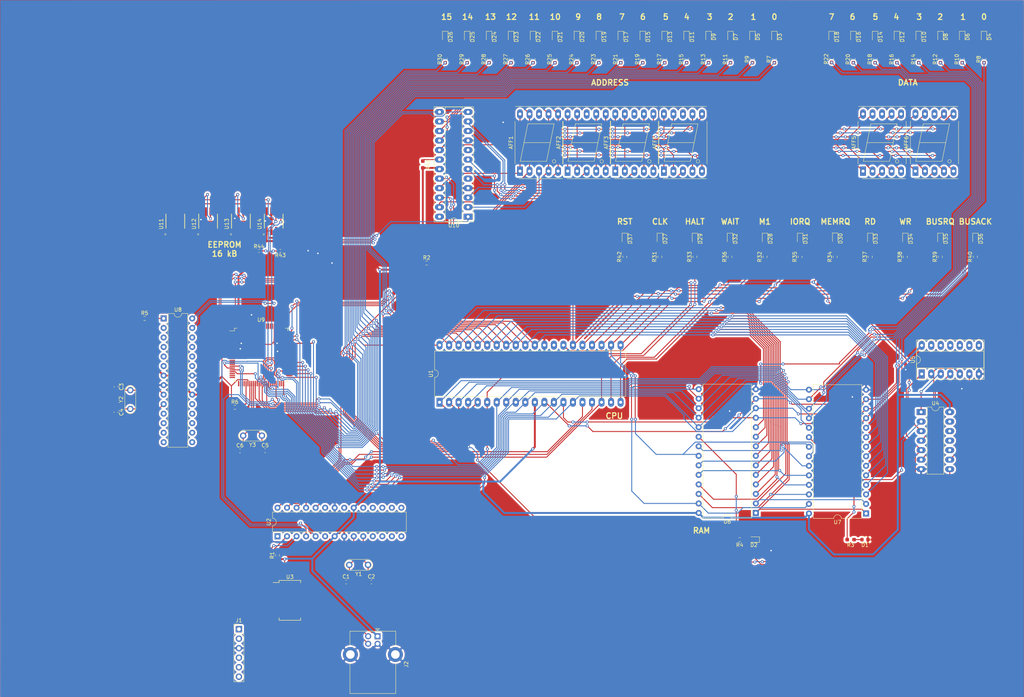
<source format=kicad_pcb>
(kicad_pcb (version 20171130) (host pcbnew "(5.1.10-1-10_14)")
  (layers (0 F.Cu signal) (31 B.Cu signal) (34 B.Paste user) (35 F.Paste user) (36 B.SilkS user) (37 F.SilkS user) (38 B.Mask user) (39 F.Mask user) (44 Edge.Cuts user))
  (net 0 "")
  (net 1 "/Hexadecimal Display/e")
  (net 2 "/Hexadecimal Display/d")
  (net 3 "Net-(AFF1-Pad3)")
  (net 4 "/Hexadecimal Display/c")
  (net 5 "/Hexadecimal Display/dp")
  (net 6 "/Hexadecimal Display/b")
  (net 7 "/Hexadecimal Display/a")
  (net 8 "/Hexadecimal Display/f")
  (net 9 "/Hexadecimal Display/g")
  (net 10 "Net-(AFF2-Pad3)")
  (net 11 "Net-(AFF3-Pad3)")
  (net 12 "Net-(AFF4-Pad3)")
  (net 13 "Net-(AFF5-Pad3)")
  (net 14 "Net-(AFF6-Pad3)")
  (net 15 "Net-(C1-Pad2)")
  (net 16 GND)
  (net 17 "Net-(C2-Pad1)")
  (net 18 "Net-(C3-Pad2)")
  (net 19 "Net-(C4-Pad1)")
  (net 20 "Net-(C5-Pad1)")
  (net 21 "Net-(C6-Pad2)")
  (net 22 "Net-(D1-Pad2)")
  (net 23 "Net-(D2-Pad2)")
  (net 24 "Net-(D3-Pad2)")
  (net 25 "Net-(D4-Pad2)")
  (net 26 "Net-(D5-Pad2)")
  (net 27 "Net-(D6-Pad2)")
  (net 28 "Net-(D7-Pad2)")
  (net 29 "Net-(D8-Pad2)")
  (net 30 "Net-(D9-Pad2)")
  (net 31 "Net-(D10-Pad2)")
  (net 32 "Net-(D11-Pad2)")
  (net 33 "Net-(D12-Pad2)")
  (net 34 "Net-(D13-Pad2)")
  (net 35 "Net-(D14-Pad2)")
  (net 36 "Net-(D15-Pad2)")
  (net 37 "Net-(D16-Pad2)")
  (net 38 "Net-(D17-Pad2)")
  (net 39 "Net-(D18-Pad2)")
  (net 40 "Net-(D19-Pad2)")
  (net 41 "Net-(D20-Pad2)")
  (net 42 "Net-(D21-Pad2)")
  (net 43 "Net-(D22-Pad2)")
  (net 44 "Net-(D23-Pad2)")
  (net 45 "Net-(D24-Pad2)")
  (net 46 "Net-(D25-Pad2)")
  (net 47 "Net-(D26-Pad2)")
  (net 48 "Net-(D27-Pad2)")
  (net 49 "Net-(D28-Pad2)")
  (net 50 "Net-(D29-Pad2)")
  (net 51 "Net-(D30-Pad2)")
  (net 52 "Net-(D31-Pad2)")
  (net 53 "Net-(D32-Pad2)")
  (net 54 "Net-(D33-Pad2)")
  (net 55 "Net-(D34-Pad2)")
  (net 56 "Net-(D35-Pad2)")
  (net 57 "Net-(D36-Pad2)")
  (net 58 "Net-(D37-Pad2)")
  (net 59 "Net-(J1-Pad6)")
  (net 60 /clk)
  (net 61 +5V)
  (net 62 "Net-(J1-Pad2)")
  (net 63 "Net-(J2-Pad2)")
  (net 64 "Net-(R1-Pad2)")
  (net 65 /ctlbus12)
  (net 66 "Net-(R3-Pad2)")
  (net 67 "Net-(R4-Pad2)")
  (net 68 "Net-(R5-Pad2)")
  (net 69 "Net-(R6-Pad2)")
  (net 70 /dbus0)
  (net 71 /abus0)
  (net 72 /dbus1)
  (net 73 /abus1)
  (net 74 /dbus2)
  (net 75 /abus2)
  (net 76 /dbus3)
  (net 77 /abus3)
  (net 78 /dbus4)
  (net 79 /abus4)
  (net 80 /dbus5)
  (net 81 /abus5)
  (net 82 /dbus6)
  (net 83 /abus6)
  (net 84 /dbus7)
  (net 85 /abus7)
  (net 86 /ctlbus3)
  (net 87 /ctlbus5)
  (net 88 /ctlbus8)
  (net 89 /ctlbus9)
  (net 90 /ctlbus4)
  (net 91 /ctlbus6)
  (net 92 /ctlbus7)
  (net 93 /busrq)
  (net 94 /busack)
  (net 95 "Net-(R41-Pad1)")
  (net 96 /abus10)
  (net 97 /abus9)
  (net 98 /abus8)
  (net 99 /ctlbus1)
  (net 100 /ctlbus2)
  (net 101 "Net-(U1-Pad28)")
  (net 102 /abus15)
  (net 103 /abus14)
  (net 104 /abus13)
  (net 105 /abus12)
  (net 106 /abus11)
  (net 107 "Net-(U2-Pad14)")
  (net 108 "Net-(U2-Pad13)")
  (net 109 "Net-(U2-Pad12)")
  (net 110 "Net-(U2-Pad11)")
  (net 111 "Net-(U2-Pad23)")
  (net 112 "Net-(U2-Pad21)")
  (net 113 "Net-(U2-Pad6)")
  (net 114 "Net-(U2-Pad19)")
  (net 115 "/IO & Bus Controller/pc_vcom_rx")
  (net 116 "Net-(U2-Pad18)")
  (net 117 "/Clock Module/pc_vcom_rx")
  (net 118 "Net-(U2-Pad17)")
  (net 119 "Net-(U2-Pad3)")
  (net 120 "Net-(U2-Pad16)")
  (net 121 "Net-(U2-Pad2)")
  (net 122 "Net-(U2-Pad15)")
  (net 123 "Net-(U3-Pad28)")
  (net 124 "Net-(U3-Pad27)")
  (net 125 "Net-(U3-Pad23)")
  (net 126 "Net-(U3-Pad22)")
  (net 127 "Net-(U3-Pad17)")
  (net 128 "Net-(J2-Pad3)")
  (net 129 "Net-(U3-Pad14)")
  (net 130 "Net-(U3-Pad13)")
  (net 131 "Net-(U3-Pad12)")
  (net 132 "Net-(U3-Pad11)")
  (net 133 "Net-(U3-Pad10)")
  (net 134 "Net-(U3-Pad9)")
  (net 135 "Net-(U3-Pad6)")
  (net 136 "Net-(U3-Pad3)")
  (net 137 "Net-(U3-Pad2)")
  (net 138 "Net-(U4-Pad6)")
  (net 139 "Net-(U4-Pad4)")
  (net 140 "Net-(U4-Pad9)")
  (net 141 "Net-(U4-Pad1)")
  (net 142 "Net-(U8-Pad14)")
  (net 143 "Net-(U8-Pad13)")
  (net 144 "Net-(U8-Pad26)")
  (net 145 "Net-(U8-Pad12)")
  (net 146 "Net-(U8-Pad25)")
  (net 147 "Net-(U8-Pad11)")
  (net 148 "Net-(U8-Pad24)")
  (net 149 "Net-(U8-Pad23)")
  (net 150 "Net-(U8-Pad21)")
  (net 151 "Net-(U8-Pad6)")
  (net 152 "Net-(U8-Pad19)")
  (net 153 "Net-(U8-Pad5)")
  (net 154 "Net-(U8-Pad18)")
  (net 155 "Net-(U8-Pad4)")
  (net 156 "Net-(U8-Pad17)")
  (net 157 "Net-(U8-Pad16)")
  (net 158 "Net-(U8-Pad15)")
  (net 159 "Net-(U9-Pad98)")
  (net 160 "Net-(U9-Pad97)")
  (net 161 "Net-(U9-Pad96)")
  (net 162 "Net-(U9-Pad95)")
  (net 163 "Net-(U9-Pad94)")
  (net 164 "Net-(U9-Pad93)")
  (net 165 "Net-(U9-Pad92)")
  (net 166 "Net-(U9-Pad91)")
  (net 167 "Net-(U9-Pad90)")
  (net 168 "Net-(U9-Pad89)")
  (net 169 "Net-(U9-Pad88)")
  (net 170 "Net-(U9-Pad87)")
  (net 171 "Net-(U9-Pad86)")
  (net 172 "Net-(U9-Pad85)")
  (net 173 "Net-(U9-Pad84)")
  (net 174 "Net-(U9-Pad83)")
  (net 175 "Net-(U9-Pad82)")
  (net 176 "Net-(U9-Pad79)")
  (net 177 "Net-(U9-Pad78)")
  (net 178 "Net-(U9-Pad76)")
  (net 179 "Net-(U9-Pad74)")
  (net 180 "Net-(U9-Pad72)")
  (net 181 "Net-(U9-Pad69)")
  (net 182 "Net-(U9-Pad68)")
  (net 183 "Net-(U9-Pad67)")
  (net 184 "Net-(U9-Pad66)")
  (net 185 "Net-(U9-Pad65)")
  (net 186 "Net-(U9-Pad64)")
  (net 187 "Net-(U9-Pad63)")
  (net 188 "Net-(U9-Pad60)")
  (net 189 "Net-(U9-Pad58)")
  (net 190 "Net-(U9-Pad56)")
  (net 191 "Net-(U9-Pad54)")
  (net 192 "Net-(U9-Pad49)")
  (net 193 "Net-(U9-Pad48)")
  (net 194 "Net-(U9-Pad47)")
  (net 195 "Net-(U9-Pad29)")
  (net 196 "Net-(U9-Pad28)")
  (net 197 "Net-(U9-Pad27)")
  (net 198 "Net-(U9-Pad26)")
  (net 199 "Net-(U9-Pad25)")
  (net 200 "Net-(U9-Pad24)")
  (net 201 "Net-(U9-Pad23)")
  (net 202 "Net-(U9-Pad18)")
  (net 203 "Net-(U9-Pad17)")
  (net 204 "Net-(U9-Pad16)")
  (net 205 "Net-(U9-Pad15)")
  (net 206 "Net-(U9-Pad14)")
  (net 207 "Net-(U9-Pad9)")
  (net 208 "Net-(U9-Pad8)")
  (net 209 "/IO & Bus Controller/hexdisp_mosi")
  (net 210 "Net-(U9-Pad5)")
  (net 211 "Net-(U9-Pad4)")
  (net 212 "Net-(U9-Pad3)")
  (net 213 "Net-(U9-Pad2)")
  (net 214 "Net-(U10-Pad24)")
  (net 215 "Net-(U10-Pad8)")
  (net 216 "Net-(U10-Pad5)")
  (net 217 /kb_clk)
  (net 218 /kb_data)
  (net 219 "/EEPROM module/scl")
  (net 220 "/EEPROM module/sda")
  (net 221 "Net-(U8-Pad3)")
  (net 222 "Net-(U8-Pad2)")
  (net 223 "Net-(U9-Pad12)")
  (net 224 "Net-(U9-Pad13)")
  (net 225 "/Hexadecimal Display/hexclk")
  (net 226 "/Hexadecimal Display/hexcs")
  (module Resistor_SMD:R_0402_1005Metric_Pad0.72x0.64mm_HandSolder (layer F.Cu) (at 81.0514 78.9178)
    (fp_text reference R44 (at 0 -1.17) (layer F.SilkS))
    (fp_text value 4.7k)
    (pad 1 smd roundrect (at -0.5975 0) (size 0.715 0.64) (layers F.Cu F.Paste F.Mask) (net 61 +5V))
    (pad 2 smd roundrect (at 0.5975 0) (size 0.715 0.64) (layers F.Cu F.Paste F.Mask) (net 219 "/EEPROM module/scl"))
  )
  (module Resistor_SMD:R_0402_1005Metric_Pad0.72x0.64mm_HandSolder (layer F.Cu) (at 86.741 78.9178 180)
    (fp_text reference R43 (at 0 -1.17) (layer F.SilkS))
    (fp_text value 4.7k)
    (pad 1 smd roundrect (at -0.5975 0 180) (size 0.715 0.64) (layers F.Cu F.Paste F.Mask) (net 61 +5V))
    (pad 2 smd roundrect (at 0.5975 0 180) (size 0.715 0.64) (layers F.Cu F.Paste F.Mask) (net 220 "/EEPROM module/sda"))
  )
  (module Package_DIP:DIP-28_W15.24mm (layer F.Cu) (at 213.487 148.844 180)
    (fp_text reference U6 (at 7.62 -2.33) (layer F.SilkS))
    (fp_text value CY62256-70PC)
    (pad 1 thru_hole rect (at 0 0 180) (size 1.6 1.6) (drill 0.8) (layers *.Cu *.Mask) (net 103 /abus14))
    (pad 15 thru_hole oval (at 15.24 33.02 180) (size 1.6 1.6) (drill 0.8) (layers *.Cu *.Mask) (net 76 /dbus3))
    (pad 2 thru_hole oval (at 0 2.54 180) (size 1.6 1.6) (drill 0.8) (layers *.Cu *.Mask) (net 105 /abus12))
    (pad 16 thru_hole oval (at 15.24 30.48 180) (size 1.6 1.6) (drill 0.8) (layers *.Cu *.Mask) (net 78 /dbus4))
    (pad 3 thru_hole oval (at 0 5.08 180) (size 1.6 1.6) (drill 0.8) (layers *.Cu *.Mask) (net 85 /abus7))
    (pad 17 thru_hole oval (at 15.24 27.94 180) (size 1.6 1.6) (drill 0.8) (layers *.Cu *.Mask) (net 80 /dbus5))
    (pad 4 thru_hole oval (at 0 7.62 180) (size 1.6 1.6) (drill 0.8) (layers *.Cu *.Mask) (net 83 /abus6))
    (pad 18 thru_hole oval (at 15.24 25.4 180) (size 1.6 1.6) (drill 0.8) (layers *.Cu *.Mask) (net 82 /dbus6))
    (pad 5 thru_hole oval (at 0 10.16 180) (size 1.6 1.6) (drill 0.8) (layers *.Cu *.Mask) (net 81 /abus5))
    (pad 19 thru_hole oval (at 15.24 22.86 180) (size 1.6 1.6) (drill 0.8) (layers *.Cu *.Mask) (net 84 /dbus7))
    (pad 6 thru_hole oval (at 0 12.7 180) (size 1.6 1.6) (drill 0.8) (layers *.Cu *.Mask) (net 79 /abus4))
    (pad 20 thru_hole oval (at 15.24 20.32 180) (size 1.6 1.6) (drill 0.8) (layers *.Cu *.Mask) (net 67 "Net-(R4-Pad2)"))
    (pad 7 thru_hole oval (at 0 15.24 180) (size 1.6 1.6) (drill 0.8) (layers *.Cu *.Mask) (net 77 /abus3))
    (pad 21 thru_hole oval (at 15.24 17.78 180) (size 1.6 1.6) (drill 0.8) (layers *.Cu *.Mask) (net 96 /abus10))
    (pad 8 thru_hole oval (at 0 17.78 180) (size 1.6 1.6) (drill 0.8) (layers *.Cu *.Mask) (net 75 /abus2))
    (pad 22 thru_hole oval (at 15.24 15.24 180) (size 1.6 1.6) (drill 0.8) (layers *.Cu *.Mask) (net 91 /ctlbus6))
    (pad 9 thru_hole oval (at 0 20.32 180) (size 1.6 1.6) (drill 0.8) (layers *.Cu *.Mask) (net 73 /abus1))
    (pad 23 thru_hole oval (at 15.24 12.7 180) (size 1.6 1.6) (drill 0.8) (layers *.Cu *.Mask) (net 106 /abus11))
    (pad 10 thru_hole oval (at 0 22.86 180) (size 1.6 1.6) (drill 0.8) (layers *.Cu *.Mask) (net 71 /abus0))
    (pad 24 thru_hole oval (at 15.24 10.16 180) (size 1.6 1.6) (drill 0.8) (layers *.Cu *.Mask) (net 97 /abus9))
    (pad 11 thru_hole oval (at 0 25.4 180) (size 1.6 1.6) (drill 0.8) (layers *.Cu *.Mask) (net 70 /dbus0))
    (pad 25 thru_hole oval (at 15.24 7.62 180) (size 1.6 1.6) (drill 0.8) (layers *.Cu *.Mask) (net 98 /abus8))
    (pad 12 thru_hole oval (at 0 27.94 180) (size 1.6 1.6) (drill 0.8) (layers *.Cu *.Mask) (net 72 /dbus1))
    (pad 26 thru_hole oval (at 15.24 5.08 180) (size 1.6 1.6) (drill 0.8) (layers *.Cu *.Mask) (net 104 /abus13))
    (pad 13 thru_hole oval (at 0 30.48 180) (size 1.6 1.6) (drill 0.8) (layers *.Cu *.Mask) (net 74 /dbus2))
    (pad 27 thru_hole oval (at 15.24 2.54 180) (size 1.6 1.6) (drill 0.8) (layers *.Cu *.Mask) (net 92 /ctlbus7))
    (pad 14 thru_hole oval (at 0 33.02 180) (size 1.6 1.6) (drill 0.8) (layers *.Cu *.Mask) (net 16 GND))
    (pad 28 thru_hole oval (at 15.24 0 180) (size 1.6 1.6) (drill 0.8) (layers *.Cu *.Mask) (net 61 +5V))
  )
  (module Diode_SMD:D_0603_1608Metric (layer F.Cu) (at 178.562 75.698999 270)
    (fp_text reference D37 (at 0 -1.43 90) (layer F.SilkS))
    (fp_text value LED)
    (pad 2 smd roundrect (at 0.7875 0 270) (size 0.875 0.95) (layers F.Cu F.Paste F.Mask) (net 58 "Net-(D37-Pad2)"))
    (pad 1 smd roundrect (at -0.7875 0 270) (size 0.875 0.95) (layers F.Cu F.Paste F.Mask) (net 16 GND))
  )
  (module Diode_SMD:D_0603_1608Metric (layer F.Cu) (at 272.034 75.698999 270)
    (fp_text reference D36 (at 0 -1.43 90) (layer F.SilkS))
    (fp_text value LED)
    (pad 2 smd roundrect (at 0.7875 0 270) (size 0.875 0.95) (layers F.Cu F.Paste F.Mask) (net 57 "Net-(D36-Pad2)"))
    (pad 1 smd roundrect (at -0.7875 0 270) (size 0.875 0.95) (layers F.Cu F.Paste F.Mask) (net 16 GND))
  )
  (module Diode_SMD:D_0603_1608Metric (layer F.Cu) (at 262.6868 75.698999 270)
    (fp_text reference D35 (at 0 -1.43 90) (layer F.SilkS))
    (fp_text value LED)
    (pad 2 smd roundrect (at 0.7875 0 270) (size 0.875 0.95) (layers F.Cu F.Paste F.Mask) (net 56 "Net-(D35-Pad2)"))
    (pad 1 smd roundrect (at -0.7875 0 270) (size 0.875 0.95) (layers F.Cu F.Paste F.Mask) (net 16 GND))
  )
  (module Diode_SMD:D_0603_1608Metric (layer F.Cu) (at 253.3396 75.698999 270)
    (fp_text reference D34 (at 0 -1.43 90) (layer F.SilkS))
    (fp_text value LED)
    (pad 2 smd roundrect (at 0.7875 0 270) (size 0.875 0.95) (layers F.Cu F.Paste F.Mask) (net 55 "Net-(D34-Pad2)"))
    (pad 1 smd roundrect (at -0.7875 0 270) (size 0.875 0.95) (layers F.Cu F.Paste F.Mask) (net 16 GND))
  )
  (module Diode_SMD:D_0603_1608Metric (layer F.Cu) (at 243.9924 75.698999 270)
    (fp_text reference D33 (at 0 -1.43 90) (layer F.SilkS))
    (fp_text value LED)
    (pad 2 smd roundrect (at 0.7875 0 270) (size 0.875 0.95) (layers F.Cu F.Paste F.Mask) (net 54 "Net-(D33-Pad2)"))
    (pad 1 smd roundrect (at -0.7875 0 270) (size 0.875 0.95) (layers F.Cu F.Paste F.Mask) (net 16 GND))
  )
  (module Diode_SMD:D_0603_1608Metric (layer F.Cu) (at 206.6036 75.698999 270)
    (fp_text reference D32 (at 0 -1.43 90) (layer F.SilkS))
    (fp_text value LED)
    (pad 2 smd roundrect (at 0.7875 0 270) (size 0.875 0.95) (layers F.Cu F.Paste F.Mask) (net 53 "Net-(D32-Pad2)"))
    (pad 1 smd roundrect (at -0.7875 0 270) (size 0.875 0.95) (layers F.Cu F.Paste F.Mask) (net 16 GND))
  )
  (module Diode_SMD:D_0603_1608Metric (layer F.Cu) (at 225.298 75.698999 270)
    (fp_text reference D31 (at 0 -1.43 90) (layer F.SilkS))
    (fp_text value LED)
    (pad 2 smd roundrect (at 0.7875 0 270) (size 0.875 0.95) (layers F.Cu F.Paste F.Mask) (net 52 "Net-(D31-Pad2)"))
    (pad 1 smd roundrect (at -0.7875 0 270) (size 0.875 0.95) (layers F.Cu F.Paste F.Mask) (net 16 GND))
  )
  (module Diode_SMD:D_0603_1608Metric (layer F.Cu) (at 234.6452 75.635499 270)
    (fp_text reference D30 (at 0 -1.43 90) (layer F.SilkS))
    (fp_text value LED)
    (pad 2 smd roundrect (at 0.7875 0 270) (size 0.875 0.95) (layers F.Cu F.Paste F.Mask) (net 51 "Net-(D30-Pad2)"))
    (pad 1 smd roundrect (at -0.7875 0 270) (size 0.875 0.95) (layers F.Cu F.Paste F.Mask) (net 16 GND))
  )
  (module Diode_SMD:D_0603_1608Metric (layer F.Cu) (at 197.2564 75.698999 270)
    (fp_text reference D29 (at 0 -1.43 90) (layer F.SilkS))
    (fp_text value LED)
    (pad 2 smd roundrect (at 0.7875 0 270) (size 0.875 0.95) (layers F.Cu F.Paste F.Mask) (net 50 "Net-(D29-Pad2)"))
    (pad 1 smd roundrect (at -0.7875 0 270) (size 0.875 0.95) (layers F.Cu F.Paste F.Mask) (net 16 GND))
  )
  (module Diode_SMD:D_0603_1608Metric (layer F.Cu) (at 215.9508 75.698999 270)
    (fp_text reference D28 (at 0 -1.43 90) (layer F.SilkS))
    (fp_text value LED)
    (pad 2 smd roundrect (at 0.7875 0 270) (size 0.875 0.95) (layers F.Cu F.Paste F.Mask) (net 49 "Net-(D28-Pad2)"))
    (pad 1 smd roundrect (at -0.7875 0 270) (size 0.875 0.95) (layers F.Cu F.Paste F.Mask) (net 16 GND))
  )
  (module Diode_SMD:D_0603_1608Metric (layer F.Cu) (at 187.9092 75.698999 270)
    (fp_text reference D27 (at 0 -1.43 90) (layer F.SilkS))
    (fp_text value LED)
    (pad 2 smd roundrect (at 0.7875 0 270) (size 0.875 0.95) (layers F.Cu F.Paste F.Mask) (net 48 "Net-(D27-Pad2)"))
    (pad 1 smd roundrect (at -0.7875 0 270) (size 0.875 0.95) (layers F.Cu F.Paste F.Mask) (net 16 GND))
  )
  (module Diode_SMD:D_0603_1608Metric (layer F.Cu) (at 130.683 21.844 270)
    (fp_text reference D26 (at 0 -1.43 90) (layer F.SilkS))
    (fp_text value LED)
    (pad 2 smd roundrect (at 0.7875 0 270) (size 0.875 0.95) (layers F.Cu F.Paste F.Mask) (net 47 "Net-(D26-Pad2)"))
    (pad 1 smd roundrect (at -0.7875 0 270) (size 0.875 0.95) (layers F.Cu F.Paste F.Mask) (net 16 GND))
  )
  (module Diode_SMD:D_0603_1608Metric (layer F.Cu) (at 136.533466 21.844 270)
    (fp_text reference D25 (at 0 -1.43 90) (layer F.SilkS))
    (fp_text value LED)
    (pad 2 smd roundrect (at 0.7875 0 270) (size 0.875 0.95) (layers F.Cu F.Paste F.Mask) (net 46 "Net-(D25-Pad2)"))
    (pad 1 smd roundrect (at -0.7875 0 270) (size 0.875 0.95) (layers F.Cu F.Paste F.Mask) (net 16 GND))
  )
  (module Diode_SMD:D_0603_1608Metric (layer F.Cu) (at 142.383932 21.844 270)
    (fp_text reference D24 (at 0 -1.43 90) (layer F.SilkS))
    (fp_text value LED)
    (pad 2 smd roundrect (at 0.7875 0 270) (size 0.875 0.95) (layers F.Cu F.Paste F.Mask) (net 45 "Net-(D24-Pad2)"))
    (pad 1 smd roundrect (at -0.7875 0 270) (size 0.875 0.95) (layers F.Cu F.Paste F.Mask) (net 16 GND))
  )
  (module Diode_SMD:D_0603_1608Metric (layer F.Cu) (at 148.234398 21.844 270)
    (fp_text reference D23 (at 0 -1.43 90) (layer F.SilkS))
    (fp_text value LED)
    (pad 2 smd roundrect (at 0.7875 0 270) (size 0.875 0.95) (layers F.Cu F.Paste F.Mask) (net 44 "Net-(D23-Pad2)"))
    (pad 1 smd roundrect (at -0.7875 0 270) (size 0.875 0.95) (layers F.Cu F.Paste F.Mask) (net 16 GND))
  )
  (module Diode_SMD:D_0603_1608Metric (layer F.Cu) (at 154.084864 21.844 270)
    (fp_text reference D22 (at 0 -1.43 90) (layer F.SilkS))
    (fp_text value LED)
    (pad 2 smd roundrect (at 0.7875 0 270) (size 0.875 0.95) (layers F.Cu F.Paste F.Mask) (net 43 "Net-(D22-Pad2)"))
    (pad 1 smd roundrect (at -0.7875 0 270) (size 0.875 0.95) (layers F.Cu F.Paste F.Mask) (net 16 GND))
  )
  (module Diode_SMD:D_0603_1608Metric (layer F.Cu) (at 159.93533 21.844 270)
    (fp_text reference D21 (at 0 -1.43 90) (layer F.SilkS))
    (fp_text value LED)
    (pad 2 smd roundrect (at 0.7875 0 270) (size 0.875 0.95) (layers F.Cu F.Paste F.Mask) (net 42 "Net-(D21-Pad2)"))
    (pad 1 smd roundrect (at -0.7875 0 270) (size 0.875 0.95) (layers F.Cu F.Paste F.Mask) (net 16 GND))
  )
  (module Diode_SMD:D_0603_1608Metric (layer F.Cu) (at 165.785796 21.844 270)
    (fp_text reference D20 (at 0 -1.43 90) (layer F.SilkS))
    (fp_text value LED)
    (pad 2 smd roundrect (at 0.7875 0 270) (size 0.875 0.95) (layers F.Cu F.Paste F.Mask) (net 41 "Net-(D20-Pad2)"))
    (pad 1 smd roundrect (at -0.7875 0 270) (size 0.875 0.95) (layers F.Cu F.Paste F.Mask) (net 16 GND))
  )
  (module Diode_SMD:D_0603_1608Metric (layer F.Cu) (at 171.636262 21.844 270)
    (fp_text reference D19 (at 0 -1.43 90) (layer F.SilkS))
    (fp_text value LED)
    (pad 2 smd roundrect (at 0.7875 0 270) (size 0.875 0.95) (layers F.Cu F.Paste F.Mask) (net 40 "Net-(D19-Pad2)"))
    (pad 1 smd roundrect (at -0.7875 0 270) (size 0.875 0.95) (layers F.Cu F.Paste F.Mask) (net 16 GND))
  )
  (module Diode_SMD:D_0603_1608Metric (layer F.Cu) (at 233.68 21.844 270)
    (fp_text reference D18 (at 0 -1.43 90) (layer F.SilkS))
    (fp_text value LED)
    (pad 2 smd roundrect (at 0.7875 0 270) (size 0.875 0.95) (layers F.Cu F.Paste F.Mask) (net 39 "Net-(D18-Pad2)"))
    (pad 1 smd roundrect (at -0.7875 0 270) (size 0.875 0.95) (layers F.Cu F.Paste F.Mask) (net 16 GND))
  )
  (module Diode_SMD:D_0603_1608Metric (layer F.Cu) (at 177.486728 21.844 270)
    (fp_text reference D17 (at 0 -1.43 90) (layer F.SilkS))
    (fp_text value LED)
    (pad 2 smd roundrect (at 0.7875 0 270) (size 0.875 0.95) (layers F.Cu F.Paste F.Mask) (net 38 "Net-(D17-Pad2)"))
    (pad 1 smd roundrect (at -0.7875 0 270) (size 0.875 0.95) (layers F.Cu F.Paste F.Mask) (net 16 GND))
  )
  (module Diode_SMD:D_0603_1608Metric (layer F.Cu) (at 239.485714 21.844 270)
    (fp_text reference D16 (at 0 -1.43 90) (layer F.SilkS))
    (fp_text value LED)
    (pad 2 smd roundrect (at 0.7875 0 270) (size 0.875 0.95) (layers F.Cu F.Paste F.Mask) (net 37 "Net-(D16-Pad2)"))
    (pad 1 smd roundrect (at -0.7875 0 270) (size 0.875 0.95) (layers F.Cu F.Paste F.Mask) (net 16 GND))
  )
  (module Diode_SMD:D_0603_1608Metric (layer F.Cu) (at 183.337194 21.844 270)
    (fp_text reference D15 (at 0 -1.43 90) (layer F.SilkS))
    (fp_text value LED)
    (pad 2 smd roundrect (at 0.7875 0 270) (size 0.875 0.95) (layers F.Cu F.Paste F.Mask) (net 36 "Net-(D15-Pad2)"))
    (pad 1 smd roundrect (at -0.7875 0 270) (size 0.875 0.95) (layers F.Cu F.Paste F.Mask) (net 16 GND))
  )
  (module Diode_SMD:D_0603_1608Metric (layer F.Cu) (at 245.291428 21.844 270)
    (fp_text reference D14 (at 0 -1.43 90) (layer F.SilkS))
    (fp_text value LED)
    (pad 2 smd roundrect (at 0.7875 0 270) (size 0.875 0.95) (layers F.Cu F.Paste F.Mask) (net 35 "Net-(D14-Pad2)"))
    (pad 1 smd roundrect (at -0.7875 0 270) (size 0.875 0.95) (layers F.Cu F.Paste F.Mask) (net 16 GND))
  )
  (module Diode_SMD:D_0603_1608Metric (layer F.Cu) (at 189.18766 21.844 270)
    (fp_text reference D13 (at 0 -1.43 90) (layer F.SilkS))
    (fp_text value LED)
    (pad 2 smd roundrect (at 0.7875 0 270) (size 0.875 0.95) (layers F.Cu F.Paste F.Mask) (net 34 "Net-(D13-Pad2)"))
    (pad 1 smd roundrect (at -0.7875 0 270) (size 0.875 0.95) (layers F.Cu F.Paste F.Mask) (net 16 GND))
  )
  (module Diode_SMD:D_0603_1608Metric (layer F.Cu) (at 251.097142 21.844 270)
    (fp_text reference D12 (at 0 -1.43 90) (layer F.SilkS))
    (fp_text value LED)
    (pad 2 smd roundrect (at 0.7875 0 270) (size 0.875 0.95) (layers F.Cu F.Paste F.Mask) (net 33 "Net-(D12-Pad2)"))
    (pad 1 smd roundrect (at -0.7875 0 270) (size 0.875 0.95) (layers F.Cu F.Paste F.Mask) (net 16 GND))
  )
  (module Diode_SMD:D_0603_1608Metric (layer F.Cu) (at 195.038126 21.844 270)
    (fp_text reference D11 (at 0 -1.43 90) (layer F.SilkS))
    (fp_text value LED)
    (pad 2 smd roundrect (at 0.7875 0 270) (size 0.875 0.95) (layers F.Cu F.Paste F.Mask) (net 32 "Net-(D11-Pad2)"))
    (pad 1 smd roundrect (at -0.7875 0 270) (size 0.875 0.95) (layers F.Cu F.Paste F.Mask) (net 16 GND))
  )
  (module Diode_SMD:D_0603_1608Metric (layer F.Cu) (at 256.902856 21.844 270)
    (fp_text reference D10 (at 0 -1.43 90) (layer F.SilkS))
    (fp_text value LED)
    (pad 2 smd roundrect (at 0.7875 0 270) (size 0.875 0.95) (layers F.Cu F.Paste F.Mask) (net 31 "Net-(D10-Pad2)"))
    (pad 1 smd roundrect (at -0.7875 0 270) (size 0.875 0.95) (layers F.Cu F.Paste F.Mask) (net 16 GND))
  )
  (module Diode_SMD:D_0603_1608Metric (layer F.Cu) (at 200.888592 21.844 270)
    (fp_text reference D9 (at 0 -1.43 90) (layer F.SilkS))
    (fp_text value LED)
    (pad 2 smd roundrect (at 0.7875 0 270) (size 0.875 0.95) (layers F.Cu F.Paste F.Mask) (net 30 "Net-(D9-Pad2)"))
    (pad 1 smd roundrect (at -0.7875 0 270) (size 0.875 0.95) (layers F.Cu F.Paste F.Mask) (net 16 GND))
  )
  (module Diode_SMD:D_0603_1608Metric (layer F.Cu) (at 262.70857 21.844 270)
    (fp_text reference D8 (at 0 -1.43 90) (layer F.SilkS))
    (fp_text value LED)
    (pad 2 smd roundrect (at 0.7875 0 270) (size 0.875 0.95) (layers F.Cu F.Paste F.Mask) (net 29 "Net-(D8-Pad2)"))
    (pad 1 smd roundrect (at -0.7875 0 270) (size 0.875 0.95) (layers F.Cu F.Paste F.Mask) (net 16 GND))
  )
  (module Diode_SMD:D_0603_1608Metric (layer F.Cu) (at 206.739058 21.844 270)
    (fp_text reference D7 (at 0 -1.43 90) (layer F.SilkS))
    (fp_text value LED)
    (pad 2 smd roundrect (at 0.7875 0 270) (size 0.875 0.95) (layers F.Cu F.Paste F.Mask) (net 28 "Net-(D7-Pad2)"))
    (pad 1 smd roundrect (at -0.7875 0 270) (size 0.875 0.95) (layers F.Cu F.Paste F.Mask) (net 16 GND))
  )
  (module Diode_SMD:D_0603_1608Metric (layer F.Cu) (at 268.514284 21.844 270)
    (fp_text reference D6 (at 0 -1.43 90) (layer F.SilkS))
    (fp_text value LED)
    (pad 2 smd roundrect (at 0.7875 0 270) (size 0.875 0.95) (layers F.Cu F.Paste F.Mask) (net 27 "Net-(D6-Pad2)"))
    (pad 1 smd roundrect (at -0.7875 0 270) (size 0.875 0.95) (layers F.Cu F.Paste F.Mask) (net 16 GND))
  )
  (module Diode_SMD:D_0603_1608Metric (layer F.Cu) (at 212.589524 21.844 270)
    (fp_text reference D5 (at 0 -1.43 90) (layer F.SilkS))
    (fp_text value LED)
    (pad 2 smd roundrect (at 0.7875 0 270) (size 0.875 0.95) (layers F.Cu F.Paste F.Mask) (net 26 "Net-(D5-Pad2)"))
    (pad 1 smd roundrect (at -0.7875 0 270) (size 0.875 0.95) (layers F.Cu F.Paste F.Mask) (net 16 GND))
  )
  (module Diode_SMD:D_0603_1608Metric (layer F.Cu) (at 274.32 21.844 270)
    (fp_text reference D4 (at 0 -1.43 90) (layer F.SilkS))
    (fp_text value LED)
    (pad 2 smd roundrect (at 0.7875 0 270) (size 0.875 0.95) (layers F.Cu F.Paste F.Mask) (net 25 "Net-(D4-Pad2)"))
    (pad 1 smd roundrect (at -0.7875 0 270) (size 0.875 0.95) (layers F.Cu F.Paste F.Mask) (net 16 GND))
  )
  (module Diode_SMD:D_0603_1608Metric (layer F.Cu) (at 218.44 21.844 270)
    (fp_text reference D3 (at 0 -1.43 90) (layer F.SilkS))
    (fp_text value LED)
    (pad 2 smd roundrect (at 0.7875 0 270) (size 0.875 0.95) (layers F.Cu F.Paste F.Mask) (net 24 "Net-(D3-Pad2)"))
    (pad 1 smd roundrect (at -0.7875 0 270) (size 0.875 0.95) (layers F.Cu F.Paste F.Mask) (net 16 GND))
  )
  (module Diode_SMD:D_0603_1608Metric (layer F.Cu) (at 212.979 155.956 180)
    (fp_text reference D2 (at 0 -1.43) (layer F.SilkS))
    (fp_text value LED)
    (pad 2 smd roundrect (at 0.7875 0 180) (size 0.875 0.95) (layers F.Cu F.Paste F.Mask) (net 23 "Net-(D2-Pad2)"))
    (pad 1 smd roundrect (at -0.7875 0 180) (size 0.875 0.95) (layers F.Cu F.Paste F.Mask) (net 16 GND))
  )
  (module Diode_SMD:D_0603_1608Metric (layer F.Cu) (at 242.57 155.956 180)
    (fp_text reference D1 (at 0 -1.43) (layer F.SilkS))
    (fp_text value LED)
    (pad 2 smd roundrect (at 0.7875 0 180) (size 0.875 0.95) (layers F.Cu F.Paste F.Mask) (net 22 "Net-(D1-Pad2)"))
    (pad 1 smd roundrect (at -0.7875 0 180) (size 0.875 0.95) (layers F.Cu F.Paste F.Mask) (net 16 GND))
  )
  (module Crystal:Resonator-2Pin_W7.0mm_H2.5mm (layer F.Cu) (at 81.8261 128.2192 180)
    (fp_text reference Y3 (at 2.5 -2.45) (layer F.SilkS))
    (fp_text value "16 MHz")
    (pad 2 thru_hole circle (at 5 0 180) (size 1.7 1.7) (drill 1) (layers *.Cu *.Mask) (net 21 "Net-(C6-Pad2)"))
    (pad 1 thru_hole circle (at 0 0 180) (size 1.7 1.7) (drill 1) (layers *.Cu *.Mask) (net 20 "Net-(C5-Pad1)"))
  )
  (module Crystal:Resonator-2Pin_W7.0mm_H2.5mm (layer F.Cu) (at 46.736 121.0818 90)
    (fp_text reference Y2 (at 2.5 -2.45 90) (layer F.SilkS))
    (fp_text value "16 MHz")
    (pad 2 thru_hole circle (at 5 0 90) (size 1.7 1.7) (drill 1) (layers *.Cu *.Mask) (net 18 "Net-(C3-Pad2)"))
    (pad 1 thru_hole circle (at 0 0 90) (size 1.7 1.7) (drill 1) (layers *.Cu *.Mask) (net 19 "Net-(C4-Pad1)"))
  )
  (module Crystal:Resonator-2Pin_W7.0mm_H2.5mm (layer F.Cu) (at 110.109 162.687 180)
    (fp_text reference Y1 (at 2.5 -2.45) (layer F.SilkS))
    (fp_text value "16 MHz")
    (pad 2 thru_hole circle (at 5 0 180) (size 1.7 1.7) (drill 1) (layers *.Cu *.Mask) (net 15 "Net-(C1-Pad2)"))
    (pad 1 thru_hole circle (at 0 0 180) (size 1.7 1.7) (drill 1) (layers *.Cu *.Mask) (net 17 "Net-(C2-Pad1)"))
  )
  (module Connector_USB:USB_B_Lumberg_2411_02_Horizontal (layer F.Cu) (at 112.649 181.737 270)
    (fp_text reference J2 (at 7.5 -7.65 90) (layer F.SilkS))
    (fp_text value USB_B)
    (pad 5 thru_hole circle (at 4.86 -4.75) (size 4 4) (drill 2.3) (layers *.Cu *.Mask) (net 16 GND))
    (pad 5 thru_hole circle (at 4.86 7.25) (size 4 4) (drill 2.3) (layers *.Cu *.Mask) (net 16 GND))
    (pad 4 thru_hole circle (at 2 0) (size 1.6 1.6) (drill 0.95) (layers *.Cu *.Mask) (net 16 GND))
    (pad 3 thru_hole circle (at 2 2.5) (size 1.6 1.6) (drill 0.95) (layers *.Cu *.Mask) (net 128 "Net-(J2-Pad3)"))
    (pad 2 thru_hole circle (at 0 2.5) (size 1.6 1.6) (drill 0.95) (layers *.Cu *.Mask) (net 63 "Net-(J2-Pad2)"))
    (pad 1 thru_hole rect (at 0 0) (size 1.6 1.6) (drill 0.95) (layers *.Cu *.Mask) (net 61 +5V))
  )
  (module Package_DIP:DIP-24_W7.62mm_Socket_LongPads (layer F.Cu) (at 136.779 69.808 180)
    (fp_text reference U10 (at 3.81 -2.33) (layer F.SilkS))
    (fp_text value MAX7219)
    (pad 24 thru_hole oval (at 7.62 0 180) (size 2.4 1.6) (drill 0.8) (layers *.Cu *.Mask) (net 214 "Net-(U10-Pad24)"))
    (pad 12 thru_hole oval (at 0 27.94 180) (size 2.4 1.6) (drill 0.8) (layers *.Cu *.Mask) (net 226 "/Hexadecimal Display/hexcs"))
    (pad 23 thru_hole oval (at 7.62 2.54 180) (size 2.4 1.6) (drill 0.8) (layers *.Cu *.Mask) (net 2 "/Hexadecimal Display/d"))
    (pad 11 thru_hole oval (at 0 25.4 180) (size 2.4 1.6) (drill 0.8) (layers *.Cu *.Mask) (net 11 "Net-(AFF3-Pad3)"))
    (pad 22 thru_hole oval (at 7.62 5.08 180) (size 2.4 1.6) (drill 0.8) (layers *.Cu *.Mask) (net 5 "/Hexadecimal Display/dp"))
    (pad 10 thru_hole oval (at 0 22.86 180) (size 2.4 1.6) (drill 0.8) (layers *.Cu *.Mask) (net 12 "Net-(AFF4-Pad3)"))
    (pad 21 thru_hole oval (at 7.62 7.62 180) (size 2.4 1.6) (drill 0.8) (layers *.Cu *.Mask) (net 1 "/Hexadecimal Display/e"))
    (pad 9 thru_hole oval (at 0 20.32 180) (size 2.4 1.6) (drill 0.8) (layers *.Cu *.Mask) (net 16 GND))
    (pad 20 thru_hole oval (at 7.62 10.16 180) (size 2.4 1.6) (drill 0.8) (layers *.Cu *.Mask) (net 4 "/Hexadecimal Display/c"))
    (pad 8 thru_hole oval (at 0 17.78 180) (size 2.4 1.6) (drill 0.8) (layers *.Cu *.Mask) (net 215 "Net-(U10-Pad8)"))
    (pad 19 thru_hole oval (at 7.62 12.7 180) (size 2.4 1.6) (drill 0.8) (layers *.Cu *.Mask) (net 61 +5V))
    (pad 7 thru_hole oval (at 0 15.24 180) (size 2.4 1.6) (drill 0.8) (layers *.Cu *.Mask) (net 14 "Net-(AFF6-Pad3)"))
    (pad 18 thru_hole oval (at 7.62 15.24 180) (size 2.4 1.6) (drill 0.8) (layers *.Cu *.Mask) (net 95 "Net-(R41-Pad1)"))
    (pad 6 thru_hole oval (at 0 12.7 180) (size 2.4 1.6) (drill 0.8) (layers *.Cu *.Mask) (net 13 "Net-(AFF5-Pad3)"))
    (pad 17 thru_hole oval (at 7.62 17.78 180) (size 2.4 1.6) (drill 0.8) (layers *.Cu *.Mask) (net 9 "/Hexadecimal Display/g"))
    (pad 5 thru_hole oval (at 0 10.16 180) (size 2.4 1.6) (drill 0.8) (layers *.Cu *.Mask) (net 216 "Net-(U10-Pad5)"))
    (pad 16 thru_hole oval (at 7.62 20.32 180) (size 2.4 1.6) (drill 0.8) (layers *.Cu *.Mask) (net 6 "/Hexadecimal Display/b"))
    (pad 4 thru_hole oval (at 0 7.62 180) (size 2.4 1.6) (drill 0.8) (layers *.Cu *.Mask) (net 16 GND))
    (pad 15 thru_hole oval (at 7.62 22.86 180) (size 2.4 1.6) (drill 0.8) (layers *.Cu *.Mask) (net 8 "/Hexadecimal Display/f"))
    (pad 3 thru_hole oval (at 0 5.08 180) (size 2.4 1.6) (drill 0.8) (layers *.Cu *.Mask) (net 10 "Net-(AFF2-Pad3)"))
    (pad 14 thru_hole oval (at 7.62 25.4 180) (size 2.4 1.6) (drill 0.8) (layers *.Cu *.Mask) (net 7 "/Hexadecimal Display/a"))
    (pad 2 thru_hole oval (at 0 2.54 180) (size 2.4 1.6) (drill 0.8) (layers *.Cu *.Mask) (net 3 "Net-(AFF1-Pad3)"))
    (pad 13 thru_hole oval (at 7.62 27.94 180) (size 2.4 1.6) (drill 0.8) (layers *.Cu *.Mask) (net 225 "/Hexadecimal Display/hexclk"))
    (pad 1 thru_hole rect (at 0 0 180) (size 2.4 1.6) (drill 0.8) (layers *.Cu *.Mask) (net 209 "/IO & Bus Controller/hexdisp_mosi"))
  )
  (module Package_QFP:TQFP-100_14x14mm_P0.5mm (layer F.Cu) (at 81.5975 106.68)
    (fp_text reference U9 (at 0 -9.35) (layer F.SilkS))
    (fp_text value ATmega2560-16AU)
    (pad 1 smd roundrect (at -7.6625 -6) (size 1.475 0.3) (layers F.Cu F.Paste F.Mask) (net 225 "/Hexadecimal Display/hexclk"))
    (pad 2 smd roundrect (at -7.6625 -5.5) (size 1.475 0.3) (layers F.Cu F.Paste F.Mask) (net 213 "Net-(U9-Pad2)"))
    (pad 3 smd roundrect (at -7.6625 -5) (size 1.475 0.3) (layers F.Cu F.Paste F.Mask) (net 212 "Net-(U9-Pad3)"))
    (pad 4 smd roundrect (at -7.6625 -4.5) (size 1.475 0.3) (layers F.Cu F.Paste F.Mask) (net 211 "Net-(U9-Pad4)"))
    (pad 5 smd roundrect (at -7.6625 -4) (size 1.475 0.3) (layers F.Cu F.Paste F.Mask) (net 210 "Net-(U9-Pad5)"))
    (pad 6 smd roundrect (at -7.6625 -3.5) (size 1.475 0.3) (layers F.Cu F.Paste F.Mask) (net 226 "/Hexadecimal Display/hexcs"))
    (pad 7 smd roundrect (at -7.6625 -3) (size 1.475 0.3) (layers F.Cu F.Paste F.Mask) (net 209 "/IO & Bus Controller/hexdisp_mosi"))
    (pad 8 smd roundrect (at -7.6625 -2.5) (size 1.475 0.3) (layers F.Cu F.Paste F.Mask) (net 208 "Net-(U9-Pad8)"))
    (pad 9 smd roundrect (at -7.6625 -2) (size 1.475 0.3) (layers F.Cu F.Paste F.Mask) (net 207 "Net-(U9-Pad9)"))
    (pad 10 smd roundrect (at -7.6625 -1.5) (size 1.475 0.3) (layers F.Cu F.Paste F.Mask) (net 61 +5V))
    (pad 11 smd roundrect (at -7.6625 -1) (size 1.475 0.3) (layers F.Cu F.Paste F.Mask) (net 16 GND))
    (pad 12 smd roundrect (at -7.6625 -0.5) (size 1.475 0.3) (layers F.Cu F.Paste F.Mask) (net 223 "Net-(U9-Pad12)"))
    (pad 13 smd roundrect (at -7.6625 0) (size 1.475 0.3) (layers F.Cu F.Paste F.Mask) (net 224 "Net-(U9-Pad13)"))
    (pad 14 smd roundrect (at -7.6625 0.5) (size 1.475 0.3) (layers F.Cu F.Paste F.Mask) (net 206 "Net-(U9-Pad14)"))
    (pad 15 smd roundrect (at -7.6625 1) (size 1.475 0.3) (layers F.Cu F.Paste F.Mask) (net 205 "Net-(U9-Pad15)"))
    (pad 16 smd roundrect (at -7.6625 1.5) (size 1.475 0.3) (layers F.Cu F.Paste F.Mask) (net 204 "Net-(U9-Pad16)"))
    (pad 17 smd roundrect (at -7.6625 2) (size 1.475 0.3) (layers F.Cu F.Paste F.Mask) (net 203 "Net-(U9-Pad17)"))
    (pad 18 smd roundrect (at -7.6625 2.5) (size 1.475 0.3) (layers F.Cu F.Paste F.Mask) (net 202 "Net-(U9-Pad18)"))
    (pad 19 smd roundrect (at -7.6625 3) (size 1.475 0.3) (layers F.Cu F.Paste F.Mask) (net 102 /abus15))
    (pad 20 smd roundrect (at -7.6625 3.5) (size 1.475 0.3) (layers F.Cu F.Paste F.Mask) (net 70 /dbus0))
    (pad 21 smd roundrect (at -7.6625 4) (size 1.475 0.3) (layers F.Cu F.Paste F.Mask) (net 103 /abus14))
    (pad 22 smd roundrect (at -7.6625 4.5) (size 1.475 0.3) (layers F.Cu F.Paste F.Mask) (net 72 /dbus1))
    (pad 23 smd roundrect (at -7.6625 5) (size 1.475 0.3) (layers F.Cu F.Paste F.Mask) (net 201 "Net-(U9-Pad23)"))
    (pad 24 smd roundrect (at -7.6625 5.5) (size 1.475 0.3) (layers F.Cu F.Paste F.Mask) (net 200 "Net-(U9-Pad24)"))
    (pad 25 smd roundrect (at -7.6625 6) (size 1.475 0.3) (layers F.Cu F.Paste F.Mask) (net 199 "Net-(U9-Pad25)"))
    (pad 26 smd roundrect (at -6 7.6625) (size 0.3 1.475) (layers F.Cu F.Paste F.Mask) (net 198 "Net-(U9-Pad26)"))
    (pad 27 smd roundrect (at -5.5 7.6625) (size 0.3 1.475) (layers F.Cu F.Paste F.Mask) (net 197 "Net-(U9-Pad27)"))
    (pad 28 smd roundrect (at -5 7.6625) (size 0.3 1.475) (layers F.Cu F.Paste F.Mask) (net 196 "Net-(U9-Pad28)"))
    (pad 29 smd roundrect (at -4.5 7.6625) (size 0.3 1.475) (layers F.Cu F.Paste F.Mask) (net 195 "Net-(U9-Pad29)"))
    (pad 30 smd roundrect (at -4 7.6625) (size 0.3 1.475) (layers F.Cu F.Paste F.Mask) (net 69 "Net-(R6-Pad2)"))
    (pad 31 smd roundrect (at -3.5 7.6625) (size 0.3 1.475) (layers F.Cu F.Paste F.Mask) (net 61 +5V))
    (pad 32 smd roundrect (at -3 7.6625) (size 0.3 1.475) (layers F.Cu F.Paste F.Mask) (net 16 GND))
    (pad 33 smd roundrect (at -2.5 7.6625) (size 0.3 1.475) (layers F.Cu F.Paste F.Mask) (net 21 "Net-(C6-Pad2)"))
    (pad 34 smd roundrect (at -2 7.6625) (size 0.3 1.475) (layers F.Cu F.Paste F.Mask) (net 20 "Net-(C5-Pad1)"))
    (pad 35 smd roundrect (at -1.5 7.6625) (size 0.3 1.475) (layers F.Cu F.Paste F.Mask) (net 104 /abus13))
    (pad 36 smd roundrect (at -1 7.6625) (size 0.3 1.475) (layers F.Cu F.Paste F.Mask) (net 74 /dbus2))
    (pad 37 smd roundrect (at -0.5 7.6625) (size 0.3 1.475) (layers F.Cu F.Paste F.Mask) (net 105 /abus12))
    (pad 38 smd roundrect (at 0 7.6625) (size 0.3 1.475) (layers F.Cu F.Paste F.Mask) (net 76 /dbus3))
    (pad 39 smd roundrect (at 0.5 7.6625) (size 0.3 1.475) (layers F.Cu F.Paste F.Mask) (net 106 /abus11))
    (pad 40 smd roundrect (at 1 7.6625) (size 0.3 1.475) (layers F.Cu F.Paste F.Mask) (net 78 /dbus4))
    (pad 41 smd roundrect (at 1.5 7.6625) (size 0.3 1.475) (layers F.Cu F.Paste F.Mask) (net 96 /abus10))
    (pad 42 smd roundrect (at 2 7.6625) (size 0.3 1.475) (layers F.Cu F.Paste F.Mask) (net 80 /dbus5))
    (pad 43 smd roundrect (at 2.5 7.6625) (size 0.3 1.475) (layers F.Cu F.Paste F.Mask) (net 219 "/EEPROM module/scl"))
    (pad 44 smd roundrect (at 3 7.6625) (size 0.3 1.475) (layers F.Cu F.Paste F.Mask) (net 220 "/EEPROM module/sda"))
    (pad 45 smd roundrect (at 3.5 7.6625) (size 0.3 1.475) (layers F.Cu F.Paste F.Mask) (net 115 "/IO & Bus Controller/pc_vcom_rx"))
    (pad 46 smd roundrect (at 4 7.6625) (size 0.3 1.475) (layers F.Cu F.Paste F.Mask) (net 117 "/Clock Module/pc_vcom_rx"))
    (pad 47 smd roundrect (at 4.5 7.6625) (size 0.3 1.475) (layers F.Cu F.Paste F.Mask) (net 194 "Net-(U9-Pad47)"))
    (pad 48 smd roundrect (at 5 7.6625) (size 0.3 1.475) (layers F.Cu F.Paste F.Mask) (net 193 "Net-(U9-Pad48)"))
    (pad 49 smd roundrect (at 5.5 7.6625) (size 0.3 1.475) (layers F.Cu F.Paste F.Mask) (net 192 "Net-(U9-Pad49)"))
    (pad 50 smd roundrect (at 6 7.6625) (size 0.3 1.475) (layers F.Cu F.Paste F.Mask) (net 84 /dbus7))
    (pad 51 smd roundrect (at 7.6625 6) (size 1.475 0.3) (layers F.Cu F.Paste F.Mask) (net 97 /abus9))
    (pad 52 smd roundrect (at 7.6625 5.5) (size 1.475 0.3) (layers F.Cu F.Paste F.Mask) (net 82 /dbus6))
    (pad 53 smd roundrect (at 7.6625 5) (size 1.475 0.3) (layers F.Cu F.Paste F.Mask) (net 85 /abus7))
    (pad 54 smd roundrect (at 7.6625 4.5) (size 1.475 0.3) (layers F.Cu F.Paste F.Mask) (net 191 "Net-(U9-Pad54)"))
    (pad 55 smd roundrect (at 7.6625 4) (size 1.475 0.3) (layers F.Cu F.Paste F.Mask) (net 83 /abus6))
    (pad 56 smd roundrect (at 7.6625 3.5) (size 1.475 0.3) (layers F.Cu F.Paste F.Mask) (net 190 "Net-(U9-Pad56)"))
    (pad 57 smd roundrect (at 7.6625 3) (size 1.475 0.3) (layers F.Cu F.Paste F.Mask) (net 81 /abus5))
    (pad 58 smd roundrect (at 7.6625 2.5) (size 1.475 0.3) (layers F.Cu F.Paste F.Mask) (net 189 "Net-(U9-Pad58)"))
    (pad 59 smd roundrect (at 7.6625 2) (size 1.475 0.3) (layers F.Cu F.Paste F.Mask) (net 79 /abus4))
    (pad 60 smd roundrect (at 7.6625 1.5) (size 1.475 0.3) (layers F.Cu F.Paste F.Mask) (net 188 "Net-(U9-Pad60)"))
    (pad 61 smd roundrect (at 7.6625 1) (size 1.475 0.3) (layers F.Cu F.Paste F.Mask) (net 61 +5V))
    (pad 62 smd roundrect (at 7.6625 0.5) (size 1.475 0.3) (layers F.Cu F.Paste F.Mask) (net 16 GND))
    (pad 63 smd roundrect (at 7.6625 0) (size 1.475 0.3) (layers F.Cu F.Paste F.Mask) (net 187 "Net-(U9-Pad63)"))
    (pad 64 smd roundrect (at 7.6625 -0.5) (size 1.475 0.3) (layers F.Cu F.Paste F.Mask) (net 186 "Net-(U9-Pad64)"))
    (pad 65 smd roundrect (at 7.6625 -1) (size 1.475 0.3) (layers F.Cu F.Paste F.Mask) (net 185 "Net-(U9-Pad65)"))
    (pad 66 smd roundrect (at 7.6625 -1.5) (size 1.475 0.3) (layers F.Cu F.Paste F.Mask) (net 184 "Net-(U9-Pad66)"))
    (pad 67 smd roundrect (at 7.6625 -2) (size 1.475 0.3) (layers F.Cu F.Paste F.Mask) (net 183 "Net-(U9-Pad67)"))
    (pad 68 smd roundrect (at 7.6625 -2.5) (size 1.475 0.3) (layers F.Cu F.Paste F.Mask) (net 182 "Net-(U9-Pad68)"))
    (pad 69 smd roundrect (at 7.6625 -3) (size 1.475 0.3) (layers F.Cu F.Paste F.Mask) (net 181 "Net-(U9-Pad69)"))
    (pad 70 smd roundrect (at 7.6625 -3.5) (size 1.475 0.3) (layers F.Cu F.Paste F.Mask) (net 98 /abus8))
    (pad 71 smd roundrect (at 7.6625 -4) (size 1.475 0.3) (layers F.Cu F.Paste F.Mask) (net 77 /abus3))
    (pad 72 smd roundrect (at 7.6625 -4.5) (size 1.475 0.3) (layers F.Cu F.Paste F.Mask) (net 180 "Net-(U9-Pad72)"))
    (pad 73 smd roundrect (at 7.6625 -5) (size 1.475 0.3) (layers F.Cu F.Paste F.Mask) (net 75 /abus2))
    (pad 74 smd roundrect (at 7.6625 -5.5) (size 1.475 0.3) (layers F.Cu F.Paste F.Mask) (net 179 "Net-(U9-Pad74)"))
    (pad 75 smd roundrect (at 7.6625 -6) (size 1.475 0.3) (layers F.Cu F.Paste F.Mask) (net 73 /abus1))
    (pad 76 smd roundrect (at 6 -7.6625) (size 0.3 1.475) (layers F.Cu F.Paste F.Mask) (net 178 "Net-(U9-Pad76)"))
    (pad 77 smd roundrect (at 5.5 -7.6625) (size 0.3 1.475) (layers F.Cu F.Paste F.Mask) (net 71 /abus0))
    (pad 78 smd roundrect (at 5 -7.6625) (size 0.3 1.475) (layers F.Cu F.Paste F.Mask) (net 177 "Net-(U9-Pad78)"))
    (pad 79 smd roundrect (at 4.5 -7.6625) (size 0.3 1.475) (layers F.Cu F.Paste F.Mask) (net 176 "Net-(U9-Pad79)"))
    (pad 80 smd roundrect (at 4 -7.6625) (size 0.3 1.475) (layers F.Cu F.Paste F.Mask) (net 61 +5V))
    (pad 81 smd roundrect (at 3.5 -7.6625) (size 0.3 1.475) (layers F.Cu F.Paste F.Mask) (net 16 GND))
    (pad 82 smd roundrect (at 3 -7.6625) (size 0.3 1.475) (layers F.Cu F.Paste F.Mask) (net 175 "Net-(U9-Pad82)"))
    (pad 83 smd roundrect (at 2.5 -7.6625) (size 0.3 1.475) (layers F.Cu F.Paste F.Mask) (net 174 "Net-(U9-Pad83)"))
    (pad 84 smd roundrect (at 2 -7.6625) (size 0.3 1.475) (layers F.Cu F.Paste F.Mask) (net 173 "Net-(U9-Pad84)"))
    (pad 85 smd roundrect (at 1.5 -7.6625) (size 0.3 1.475) (layers F.Cu F.Paste F.Mask) (net 172 "Net-(U9-Pad85)"))
    (pad 86 smd roundrect (at 1 -7.6625) (size 0.3 1.475) (layers F.Cu F.Paste F.Mask) (net 171 "Net-(U9-Pad86)"))
    (pad 87 smd roundrect (at 0.5 -7.6625) (size 0.3 1.475) (layers F.Cu F.Paste F.Mask) (net 170 "Net-(U9-Pad87)"))
    (pad 88 smd roundrect (at 0 -7.6625) (size 0.3 1.475) (layers F.Cu F.Paste F.Mask) (net 169 "Net-(U9-Pad88)"))
    (pad 89 smd roundrect (at -0.5 -7.6625) (size 0.3 1.475) (layers F.Cu F.Paste F.Mask) (net 168 "Net-(U9-Pad89)"))
    (pad 90 smd roundrect (at -1 -7.6625) (size 0.3 1.475) (layers F.Cu F.Paste F.Mask) (net 167 "Net-(U9-Pad90)"))
    (pad 91 smd roundrect (at -1.5 -7.6625) (size 0.3 1.475) (layers F.Cu F.Paste F.Mask) (net 166 "Net-(U9-Pad91)"))
    (pad 92 smd roundrect (at -2 -7.6625) (size 0.3 1.475) (layers F.Cu F.Paste F.Mask) (net 165 "Net-(U9-Pad92)"))
    (pad 93 smd roundrect (at -2.5 -7.6625) (size 0.3 1.475) (layers F.Cu F.Paste F.Mask) (net 164 "Net-(U9-Pad93)"))
    (pad 94 smd roundrect (at -3 -7.6625) (size 0.3 1.475) (layers F.Cu F.Paste F.Mask) (net 163 "Net-(U9-Pad94)"))
    (pad 95 smd roundrect (at -3.5 -7.6625) (size 0.3 1.475) (layers F.Cu F.Paste F.Mask) (net 162 "Net-(U9-Pad95)"))
    (pad 96 smd roundrect (at -4 -7.6625) (size 0.3 1.475) (layers F.Cu F.Paste F.Mask) (net 161 "Net-(U9-Pad96)"))
    (pad 97 smd roundrect (at -4.5 -7.6625) (size 0.3 1.475) (layers F.Cu F.Paste F.Mask) (net 160 "Net-(U9-Pad97)"))
    (pad 98 smd roundrect (at -5 -7.6625) (size 0.3 1.475) (layers F.Cu F.Paste F.Mask) (net 159 "Net-(U9-Pad98)"))
    (pad 99 smd roundrect (at -5.5 -7.6625) (size 0.3 1.475) (layers F.Cu F.Paste F.Mask) (net 16 GND))
    (pad 100 smd roundrect (at -6 -7.6625) (size 0.3 1.475) (layers F.Cu F.Paste F.Mask) (net 61 +5V))
  )
  (module Package_DIP:DIP-28_W7.62mm (layer F.Cu) (at 55.626 96.9518)
    (fp_text reference U8 (at 3.81 -2.33) (layer F.SilkS))
    (fp_text value ATmega328-PU)
    (pad 28 thru_hole oval (at 7.62 0) (size 1.6 1.6) (drill 0.8) (layers *.Cu *.Mask) (net 219 "/EEPROM module/scl"))
    (pad 14 thru_hole oval (at 0 33.02) (size 1.6 1.6) (drill 0.8) (layers *.Cu *.Mask) (net 142 "Net-(U8-Pad14)"))
    (pad 27 thru_hole oval (at 7.62 2.54) (size 1.6 1.6) (drill 0.8) (layers *.Cu *.Mask) (net 220 "/EEPROM module/sda"))
    (pad 13 thru_hole oval (at 0 30.48) (size 1.6 1.6) (drill 0.8) (layers *.Cu *.Mask) (net 143 "Net-(U8-Pad13)"))
    (pad 26 thru_hole oval (at 7.62 5.08) (size 1.6 1.6) (drill 0.8) (layers *.Cu *.Mask) (net 144 "Net-(U8-Pad26)"))
    (pad 12 thru_hole oval (at 0 27.94) (size 1.6 1.6) (drill 0.8) (layers *.Cu *.Mask) (net 145 "Net-(U8-Pad12)"))
    (pad 25 thru_hole oval (at 7.62 7.62) (size 1.6 1.6) (drill 0.8) (layers *.Cu *.Mask) (net 146 "Net-(U8-Pad25)"))
    (pad 11 thru_hole oval (at 0 25.4) (size 1.6 1.6) (drill 0.8) (layers *.Cu *.Mask) (net 147 "Net-(U8-Pad11)"))
    (pad 24 thru_hole oval (at 7.62 10.16) (size 1.6 1.6) (drill 0.8) (layers *.Cu *.Mask) (net 148 "Net-(U8-Pad24)"))
    (pad 10 thru_hole oval (at 0 22.86) (size 1.6 1.6) (drill 0.8) (layers *.Cu *.Mask) (net 19 "Net-(C4-Pad1)"))
    (pad 23 thru_hole oval (at 7.62 12.7) (size 1.6 1.6) (drill 0.8) (layers *.Cu *.Mask) (net 149 "Net-(U8-Pad23)"))
    (pad 9 thru_hole oval (at 0 20.32) (size 1.6 1.6) (drill 0.8) (layers *.Cu *.Mask) (net 18 "Net-(C3-Pad2)"))
    (pad 22 thru_hole oval (at 7.62 15.24) (size 1.6 1.6) (drill 0.8) (layers *.Cu *.Mask) (net 16 GND))
    (pad 8 thru_hole oval (at 0 17.78) (size 1.6 1.6) (drill 0.8) (layers *.Cu *.Mask) (net 16 GND))
    (pad 21 thru_hole oval (at 7.62 17.78) (size 1.6 1.6) (drill 0.8) (layers *.Cu *.Mask) (net 150 "Net-(U8-Pad21)"))
    (pad 7 thru_hole oval (at 0 15.24) (size 1.6 1.6) (drill 0.8) (layers *.Cu *.Mask) (net 61 +5V))
    (pad 20 thru_hole oval (at 7.62 20.32) (size 1.6 1.6) (drill 0.8) (layers *.Cu *.Mask) (net 61 +5V))
    (pad 6 thru_hole oval (at 0 12.7) (size 1.6 1.6) (drill 0.8) (layers *.Cu *.Mask) (net 151 "Net-(U8-Pad6)"))
    (pad 19 thru_hole oval (at 7.62 22.86) (size 1.6 1.6) (drill 0.8) (layers *.Cu *.Mask) (net 152 "Net-(U8-Pad19)"))
    (pad 5 thru_hole oval (at 0 10.16) (size 1.6 1.6) (drill 0.8) (layers *.Cu *.Mask) (net 153 "Net-(U8-Pad5)"))
    (pad 18 thru_hole oval (at 7.62 25.4) (size 1.6 1.6) (drill 0.8) (layers *.Cu *.Mask) (net 154 "Net-(U8-Pad18)"))
    (pad 4 thru_hole oval (at 0 7.62) (size 1.6 1.6) (drill 0.8) (layers *.Cu *.Mask) (net 155 "Net-(U8-Pad4)"))
    (pad 17 thru_hole oval (at 7.62 27.94) (size 1.6 1.6) (drill 0.8) (layers *.Cu *.Mask) (net 156 "Net-(U8-Pad17)"))
    (pad 3 thru_hole oval (at 0 5.08) (size 1.6 1.6) (drill 0.8) (layers *.Cu *.Mask) (net 221 "Net-(U8-Pad3)"))
    (pad 16 thru_hole oval (at 7.62 30.48) (size 1.6 1.6) (drill 0.8) (layers *.Cu *.Mask) (net 157 "Net-(U8-Pad16)"))
    (pad 2 thru_hole oval (at 0 2.54) (size 1.6 1.6) (drill 0.8) (layers *.Cu *.Mask) (net 222 "Net-(U8-Pad2)"))
    (pad 15 thru_hole oval (at 7.62 33.02) (size 1.6 1.6) (drill 0.8) (layers *.Cu *.Mask) (net 158 "Net-(U8-Pad15)"))
    (pad 1 thru_hole rect (at 0 0) (size 1.6 1.6) (drill 0.8) (layers *.Cu *.Mask) (net 68 "Net-(R5-Pad2)"))
  )
  (module Package_DIP:DIP-28_W15.24mm (layer F.Cu) (at 242.883 148.971 180)
    (fp_text reference U7 (at 7.62 -2.33) (layer F.SilkS))
    (fp_text value CY62256-70PC)
    (pad 1 thru_hole rect (at 0 0 180) (size 1.6 1.6) (drill 0.8) (layers *.Cu *.Mask) (net 103 /abus14))
    (pad 15 thru_hole oval (at 15.24 33.02 180) (size 1.6 1.6) (drill 0.8) (layers *.Cu *.Mask) (net 76 /dbus3))
    (pad 2 thru_hole oval (at 0 2.54 180) (size 1.6 1.6) (drill 0.8) (layers *.Cu *.Mask) (net 105 /abus12))
    (pad 16 thru_hole oval (at 15.24 30.48 180) (size 1.6 1.6) (drill 0.8) (layers *.Cu *.Mask) (net 78 /dbus4))
    (pad 3 thru_hole oval (at 0 5.08 180) (size 1.6 1.6) (drill 0.8) (layers *.Cu *.Mask) (net 85 /abus7))
    (pad 17 thru_hole oval (at 15.24 27.94 180) (size 1.6 1.6) (drill 0.8) (layers *.Cu *.Mask) (net 80 /dbus5))
    (pad 4 thru_hole oval (at 0 7.62 180) (size 1.6 1.6) (drill 0.8) (layers *.Cu *.Mask) (net 83 /abus6))
    (pad 18 thru_hole oval (at 15.24 25.4 180) (size 1.6 1.6) (drill 0.8) (layers *.Cu *.Mask) (net 82 /dbus6))
    (pad 5 thru_hole oval (at 0 10.16 180) (size 1.6 1.6) (drill 0.8) (layers *.Cu *.Mask) (net 81 /abus5))
    (pad 19 thru_hole oval (at 15.24 22.86 180) (size 1.6 1.6) (drill 0.8) (layers *.Cu *.Mask) (net 84 /dbus7))
    (pad 6 thru_hole oval (at 0 12.7 180) (size 1.6 1.6) (drill 0.8) (layers *.Cu *.Mask) (net 79 /abus4))
    (pad 20 thru_hole oval (at 15.24 20.32 180) (size 1.6 1.6) (drill 0.8) (layers *.Cu *.Mask) (net 66 "Net-(R3-Pad2)"))
    (pad 7 thru_hole oval (at 0 15.24 180) (size 1.6 1.6) (drill 0.8) (layers *.Cu *.Mask) (net 77 /abus3))
    (pad 21 thru_hole oval (at 15.24 17.78 180) (size 1.6 1.6) (drill 0.8) (layers *.Cu *.Mask) (net 96 /abus10))
    (pad 8 thru_hole oval (at 0 17.78 180) (size 1.6 1.6) (drill 0.8) (layers *.Cu *.Mask) (net 75 /abus2))
    (pad 22 thru_hole oval (at 15.24 15.24 180) (size 1.6 1.6) (drill 0.8) (layers *.Cu *.Mask) (net 91 /ctlbus6))
    (pad 9 thru_hole oval (at 0 20.32 180) (size 1.6 1.6) (drill 0.8) (layers *.Cu *.Mask) (net 73 /abus1))
    (pad 23 thru_hole oval (at 15.24 12.7 180) (size 1.6 1.6) (drill 0.8) (layers *.Cu *.Mask) (net 106 /abus11))
    (pad 10 thru_hole oval (at 0 22.86 180) (size 1.6 1.6) (drill 0.8) (layers *.Cu *.Mask) (net 71 /abus0))
    (pad 24 thru_hole oval (at 15.24 10.16 180) (size 1.6 1.6) (drill 0.8) (layers *.Cu *.Mask) (net 97 /abus9))
    (pad 11 thru_hole oval (at 0 25.4 180) (size 1.6 1.6) (drill 0.8) (layers *.Cu *.Mask) (net 70 /dbus0))
    (pad 25 thru_hole oval (at 15.24 7.62 180) (size 1.6 1.6) (drill 0.8) (layers *.Cu *.Mask) (net 98 /abus8))
    (pad 12 thru_hole oval (at 0 27.94 180) (size 1.6 1.6) (drill 0.8) (layers *.Cu *.Mask) (net 72 /dbus1))
    (pad 26 thru_hole oval (at 15.24 5.08 180) (size 1.6 1.6) (drill 0.8) (layers *.Cu *.Mask) (net 104 /abus13))
    (pad 13 thru_hole oval (at 0 30.48 180) (size 1.6 1.6) (drill 0.8) (layers *.Cu *.Mask) (net 74 /dbus2))
    (pad 27 thru_hole oval (at 15.24 2.54 180) (size 1.6 1.6) (drill 0.8) (layers *.Cu *.Mask) (net 92 /ctlbus7))
    (pad 14 thru_hole oval (at 0 33.02 180) (size 1.6 1.6) (drill 0.8) (layers *.Cu *.Mask) (net 16 GND))
    (pad 28 thru_hole oval (at 15.24 0 180) (size 1.6 1.6) (drill 0.8) (layers *.Cu *.Mask) (net 61 +5V))
  )
  (module Package_DIP:DIP-14_W7.62mm_Socket_LongPads (layer F.Cu) (at 257.706 111.76 90)
    (fp_text reference U5 (at 3.81 -2.33 90) (layer F.SilkS))
    (fp_text value 74LS08)
    (pad 14 thru_hole oval (at 7.62 0 90) (size 2.4 1.6) (drill 0.8) (layers *.Cu *.Mask) (net 61 +5V))
    (pad 7 thru_hole oval (at 0 15.24 90) (size 2.4 1.6) (drill 0.8) (layers *.Cu *.Mask) (net 16 GND))
    (pad 13 thru_hole oval (at 7.62 2.54 90) (size 2.4 1.6) (drill 0.8) (layers *.Cu *.Mask))
    (pad 6 thru_hole oval (at 0 12.7 90) (size 2.4 1.6) (drill 0.8) (layers *.Cu *.Mask) (net 140 "Net-(U4-Pad9)"))
    (pad 12 thru_hole oval (at 7.62 5.08 90) (size 2.4 1.6) (drill 0.8) (layers *.Cu *.Mask))
    (pad 5 thru_hole oval (at 0 10.16 90) (size 2.4 1.6) (drill 0.8) (layers *.Cu *.Mask) (net 139 "Net-(U4-Pad4)"))
    (pad 11 thru_hole oval (at 7.62 7.62 90) (size 2.4 1.6) (drill 0.8) (layers *.Cu *.Mask))
    (pad 4 thru_hole oval (at 0 7.62 90) (size 2.4 1.6) (drill 0.8) (layers *.Cu *.Mask) (net 138 "Net-(U4-Pad6)"))
    (pad 10 thru_hole oval (at 7.62 10.16 90) (size 2.4 1.6) (drill 0.8) (layers *.Cu *.Mask))
    (pad 3 thru_hole oval (at 0 5.08 90) (size 2.4 1.6) (drill 0.8) (layers *.Cu *.Mask) (net 141 "Net-(U4-Pad1)"))
    (pad 9 thru_hole oval (at 7.62 12.7 90) (size 2.4 1.6) (drill 0.8) (layers *.Cu *.Mask))
    (pad 2 thru_hole oval (at 0 2.54 90) (size 2.4 1.6) (drill 0.8) (layers *.Cu *.Mask) (net 139 "Net-(U4-Pad4)"))
    (pad 8 thru_hole oval (at 7.62 15.24 90) (size 2.4 1.6) (drill 0.8) (layers *.Cu *.Mask))
    (pad 1 thru_hole rect (at 0 0 90) (size 2.4 1.6) (drill 0.8) (layers *.Cu *.Mask) (net 102 /abus15))
  )
  (module Package_DIP:DIP-14_W7.62mm_LongPads (layer F.Cu) (at 257.556 121.92)
    (fp_text reference U4 (at 3.81 -2.33) (layer F.SilkS))
    (fp_text value 74LS04)
    (pad 14 thru_hole oval (at 7.62 0) (size 2.4 1.6) (drill 0.8) (layers *.Cu *.Mask) (net 61 +5V))
    (pad 7 thru_hole oval (at 0 15.24) (size 2.4 1.6) (drill 0.8) (layers *.Cu *.Mask) (net 16 GND))
    (pad 13 thru_hole oval (at 7.62 2.54) (size 2.4 1.6) (drill 0.8) (layers *.Cu *.Mask))
    (pad 6 thru_hole oval (at 0 12.7) (size 2.4 1.6) (drill 0.8) (layers *.Cu *.Mask) (net 138 "Net-(U4-Pad6)"))
    (pad 12 thru_hole oval (at 7.62 5.08) (size 2.4 1.6) (drill 0.8) (layers *.Cu *.Mask))
    (pad 5 thru_hole oval (at 0 10.16) (size 2.4 1.6) (drill 0.8) (layers *.Cu *.Mask) (net 102 /abus15))
    (pad 11 thru_hole oval (at 7.62 7.62) (size 2.4 1.6) (drill 0.8) (layers *.Cu *.Mask))
    (pad 4 thru_hole oval (at 0 7.62) (size 2.4 1.6) (drill 0.8) (layers *.Cu *.Mask) (net 139 "Net-(U4-Pad4)"))
    (pad 10 thru_hole oval (at 7.62 10.16) (size 2.4 1.6) (drill 0.8) (layers *.Cu *.Mask))
    (pad 3 thru_hole oval (at 0 5.08) (size 2.4 1.6) (drill 0.8) (layers *.Cu *.Mask) (net 88 /ctlbus8))
    (pad 9 thru_hole oval (at 7.62 12.7) (size 2.4 1.6) (drill 0.8) (layers *.Cu *.Mask) (net 140 "Net-(U4-Pad9)"))
    (pad 2 thru_hole oval (at 0 2.54) (size 2.4 1.6) (drill 0.8) (layers *.Cu *.Mask) (net 66 "Net-(R3-Pad2)"))
    (pad 8 thru_hole oval (at 7.62 15.24) (size 2.4 1.6) (drill 0.8) (layers *.Cu *.Mask) (net 67 "Net-(R4-Pad2)"))
    (pad 1 thru_hole rect (at 0 0) (size 2.4 1.6) (drill 0.8) (layers *.Cu *.Mask) (net 141 "Net-(U4-Pad1)"))
  )
  (module Package_SO:SSOP-28_5.3x10.2mm_P0.65mm (layer F.Cu) (at 89.281 172.1485)
    (fp_text reference U3 (at 0 -6.25) (layer F.SilkS))
    (fp_text value FT232RL)
    (pad 28 smd rect (at 3.6 -4.225) (size 1.75 0.45) (layers F.Cu F.Paste F.Mask) (net 123 "Net-(U3-Pad28)"))
    (pad 27 smd rect (at 3.6 -3.575) (size 1.75 0.45) (layers F.Cu F.Paste F.Mask) (net 124 "Net-(U3-Pad27)"))
    (pad 26 smd rect (at 3.6 -2.925) (size 1.75 0.45) (layers F.Cu F.Paste F.Mask) (net 16 GND))
    (pad 25 smd rect (at 3.6 -2.275) (size 1.75 0.45) (layers F.Cu F.Paste F.Mask) (net 16 GND))
    (pad 24 smd rect (at 3.6 -1.625) (size 1.75 0.45) (layers F.Cu F.Paste F.Mask))
    (pad 23 smd rect (at 3.6 -0.975) (size 1.75 0.45) (layers F.Cu F.Paste F.Mask) (net 125 "Net-(U3-Pad23)"))
    (pad 22 smd rect (at 3.6 -0.325) (size 1.75 0.45) (layers F.Cu F.Paste F.Mask) (net 126 "Net-(U3-Pad22)"))
    (pad 21 smd rect (at 3.6 0.325) (size 1.75 0.45) (layers F.Cu F.Paste F.Mask) (net 16 GND))
    (pad 20 smd rect (at 3.6 0.975) (size 1.75 0.45) (layers F.Cu F.Paste F.Mask) (net 61 +5V))
    (pad 19 smd rect (at 3.6 1.625) (size 1.75 0.45) (layers F.Cu F.Paste F.Mask) (net 61 +5V))
    (pad 18 smd rect (at 3.6 2.275) (size 1.75 0.45) (layers F.Cu F.Paste F.Mask) (net 16 GND))
    (pad 17 smd rect (at 3.6 2.925) (size 1.75 0.45) (layers F.Cu F.Paste F.Mask) (net 127 "Net-(U3-Pad17)"))
    (pad 16 smd rect (at 3.6 3.575) (size 1.75 0.45) (layers F.Cu F.Paste F.Mask) (net 63 "Net-(J2-Pad2)"))
    (pad 15 smd rect (at 3.6 4.225) (size 1.75 0.45) (layers F.Cu F.Paste F.Mask) (net 128 "Net-(J2-Pad3)"))
    (pad 14 smd rect (at -3.6 4.225) (size 1.75 0.45) (layers F.Cu F.Paste F.Mask) (net 129 "Net-(U3-Pad14)"))
    (pad 13 smd rect (at -3.6 3.575) (size 1.75 0.45) (layers F.Cu F.Paste F.Mask) (net 130 "Net-(U3-Pad13)"))
    (pad 12 smd rect (at -3.6 2.925) (size 1.75 0.45) (layers F.Cu F.Paste F.Mask) (net 131 "Net-(U3-Pad12)"))
    (pad 11 smd rect (at -3.6 2.275) (size 1.75 0.45) (layers F.Cu F.Paste F.Mask) (net 132 "Net-(U3-Pad11)"))
    (pad 10 smd rect (at -3.6 1.625) (size 1.75 0.45) (layers F.Cu F.Paste F.Mask) (net 133 "Net-(U3-Pad10)"))
    (pad 9 smd rect (at -3.6 0.975) (size 1.75 0.45) (layers F.Cu F.Paste F.Mask) (net 134 "Net-(U3-Pad9)"))
    (pad 8 smd rect (at -3.6 0.325) (size 1.75 0.45) (layers F.Cu F.Paste F.Mask))
    (pad 7 smd rect (at -3.6 -0.325) (size 1.75 0.45) (layers F.Cu F.Paste F.Mask) (net 16 GND))
    (pad 6 smd rect (at -3.6 -0.975) (size 1.75 0.45) (layers F.Cu F.Paste F.Mask) (net 135 "Net-(U3-Pad6)"))
    (pad 5 smd rect (at -3.6 -1.625) (size 1.75 0.45) (layers F.Cu F.Paste F.Mask) (net 119 "Net-(U2-Pad3)"))
    (pad 4 smd rect (at -3.6 -2.275) (size 1.75 0.45) (layers F.Cu F.Paste F.Mask) (net 61 +5V))
    (pad 3 smd rect (at -3.6 -2.925) (size 1.75 0.45) (layers F.Cu F.Paste F.Mask) (net 136 "Net-(U3-Pad3)"))
    (pad 2 smd rect (at -3.6 -3.575) (size 1.75 0.45) (layers F.Cu F.Paste F.Mask) (net 137 "Net-(U3-Pad2)"))
    (pad 1 smd rect (at -3.6 -4.225) (size 1.75 0.45) (layers F.Cu F.Paste F.Mask) (net 121 "Net-(U2-Pad2)"))
  )
  (module Package_DIP:DIP-28_W7.62mm (layer F.Cu) (at 85.979 155.067 90)
    (fp_text reference U2 (at 3.81 -2.33 90) (layer F.SilkS))
    (fp_text value ATmega328-PU)
    (pad 28 thru_hole oval (at 7.62 0 90) (size 1.6 1.6) (drill 0.8) (layers *.Cu *.Mask) (net 60 /clk))
    (pad 14 thru_hole oval (at 0 33.02 90) (size 1.6 1.6) (drill 0.8) (layers *.Cu *.Mask) (net 107 "Net-(U2-Pad14)"))
    (pad 27 thru_hole oval (at 7.62 2.54 90) (size 1.6 1.6) (drill 0.8) (layers *.Cu *.Mask) (net 65 /ctlbus12))
    (pad 13 thru_hole oval (at 0 30.48 90) (size 1.6 1.6) (drill 0.8) (layers *.Cu *.Mask) (net 108 "Net-(U2-Pad13)"))
    (pad 26 thru_hole oval (at 7.62 5.08 90) (size 1.6 1.6) (drill 0.8) (layers *.Cu *.Mask) (net 87 /ctlbus5))
    (pad 12 thru_hole oval (at 0 27.94 90) (size 1.6 1.6) (drill 0.8) (layers *.Cu *.Mask) (net 109 "Net-(U2-Pad12)"))
    (pad 25 thru_hole oval (at 7.62 7.62 90) (size 1.6 1.6) (drill 0.8) (layers *.Cu *.Mask) (net 99 /ctlbus1))
    (pad 11 thru_hole oval (at 0 25.4 90) (size 1.6 1.6) (drill 0.8) (layers *.Cu *.Mask) (net 110 "Net-(U2-Pad11)"))
    (pad 24 thru_hole oval (at 7.62 10.16 90) (size 1.6 1.6) (drill 0.8) (layers *.Cu *.Mask) (net 100 /ctlbus2))
    (pad 10 thru_hole oval (at 0 22.86 90) (size 1.6 1.6) (drill 0.8) (layers *.Cu *.Mask) (net 17 "Net-(C2-Pad1)"))
    (pad 23 thru_hole oval (at 7.62 12.7 90) (size 1.6 1.6) (drill 0.8) (layers *.Cu *.Mask) (net 111 "Net-(U2-Pad23)"))
    (pad 9 thru_hole oval (at 0 20.32 90) (size 1.6 1.6) (drill 0.8) (layers *.Cu *.Mask) (net 15 "Net-(C1-Pad2)"))
    (pad 22 thru_hole oval (at 7.62 15.24 90) (size 1.6 1.6) (drill 0.8) (layers *.Cu *.Mask) (net 16 GND))
    (pad 8 thru_hole oval (at 0 17.78 90) (size 1.6 1.6) (drill 0.8) (layers *.Cu *.Mask) (net 16 GND))
    (pad 21 thru_hole oval (at 7.62 17.78 90) (size 1.6 1.6) (drill 0.8) (layers *.Cu *.Mask) (net 112 "Net-(U2-Pad21)"))
    (pad 7 thru_hole oval (at 0 15.24 90) (size 1.6 1.6) (drill 0.8) (layers *.Cu *.Mask) (net 61 +5V))
    (pad 20 thru_hole oval (at 7.62 20.32 90) (size 1.6 1.6) (drill 0.8) (layers *.Cu *.Mask) (net 61 +5V))
    (pad 6 thru_hole oval (at 0 12.7 90) (size 1.6 1.6) (drill 0.8) (layers *.Cu *.Mask) (net 113 "Net-(U2-Pad6)"))
    (pad 19 thru_hole oval (at 7.62 22.86 90) (size 1.6 1.6) (drill 0.8) (layers *.Cu *.Mask) (net 114 "Net-(U2-Pad19)"))
    (pad 5 thru_hole oval (at 0 10.16 90) (size 1.6 1.6) (drill 0.8) (layers *.Cu *.Mask) (net 115 "/IO & Bus Controller/pc_vcom_rx"))
    (pad 18 thru_hole oval (at 7.62 25.4 90) (size 1.6 1.6) (drill 0.8) (layers *.Cu *.Mask) (net 116 "Net-(U2-Pad18)"))
    (pad 4 thru_hole oval (at 0 7.62 90) (size 1.6 1.6) (drill 0.8) (layers *.Cu *.Mask) (net 117 "/Clock Module/pc_vcom_rx"))
    (pad 17 thru_hole oval (at 7.62 27.94 90) (size 1.6 1.6) (drill 0.8) (layers *.Cu *.Mask) (net 118 "Net-(U2-Pad17)"))
    (pad 3 thru_hole oval (at 0 5.08 90) (size 1.6 1.6) (drill 0.8) (layers *.Cu *.Mask) (net 119 "Net-(U2-Pad3)"))
    (pad 16 thru_hole oval (at 7.62 30.48 90) (size 1.6 1.6) (drill 0.8) (layers *.Cu *.Mask) (net 120 "Net-(U2-Pad16)"))
    (pad 2 thru_hole oval (at 0 2.54 90) (size 1.6 1.6) (drill 0.8) (layers *.Cu *.Mask) (net 121 "Net-(U2-Pad2)"))
    (pad 15 thru_hole oval (at 7.62 33.02 90) (size 1.6 1.6) (drill 0.8) (layers *.Cu *.Mask) (net 122 "Net-(U2-Pad15)"))
    (pad 1 thru_hole rect (at 0 0 90) (size 1.6 1.6) (drill 0.8) (layers *.Cu *.Mask) (net 64 "Net-(R1-Pad2)"))
  )
  (module Package_DIP:DIP-40_W15.24mm_LongPads (layer F.Cu) (at 129.179 119.31 90)
    (fp_text reference U1 (at 7.62 -2.33 90) (layer F.SilkS))
    (fp_text value Z80CPU)
    (pad 1 thru_hole rect (at 0 0 90) (size 2.4 1.6) (drill 0.8) (layers *.Cu *.Mask) (net 106 /abus11))
    (pad 21 thru_hole oval (at 15.24 48.26 90) (size 2.4 1.6) (drill 0.8) (layers *.Cu *.Mask) (net 91 /ctlbus6))
    (pad 2 thru_hole oval (at 0 2.54 90) (size 2.4 1.6) (drill 0.8) (layers *.Cu *.Mask) (net 105 /abus12))
    (pad 22 thru_hole oval (at 15.24 45.72 90) (size 2.4 1.6) (drill 0.8) (layers *.Cu *.Mask) (net 92 /ctlbus7))
    (pad 3 thru_hole oval (at 0 5.08 90) (size 2.4 1.6) (drill 0.8) (layers *.Cu *.Mask) (net 104 /abus13))
    (pad 23 thru_hole oval (at 15.24 43.18 90) (size 2.4 1.6) (drill 0.8) (layers *.Cu *.Mask) (net 94 /busack))
    (pad 4 thru_hole oval (at 0 7.62 90) (size 2.4 1.6) (drill 0.8) (layers *.Cu *.Mask) (net 103 /abus14))
    (pad 24 thru_hole oval (at 15.24 40.64 90) (size 2.4 1.6) (drill 0.8) (layers *.Cu *.Mask) (net 90 /ctlbus4))
    (pad 5 thru_hole oval (at 0 10.16 90) (size 2.4 1.6) (drill 0.8) (layers *.Cu *.Mask) (net 102 /abus15))
    (pad 25 thru_hole oval (at 15.24 38.1 90) (size 2.4 1.6) (drill 0.8) (layers *.Cu *.Mask) (net 93 /busrq))
    (pad 6 thru_hole oval (at 0 12.7 90) (size 2.4 1.6) (drill 0.8) (layers *.Cu *.Mask) (net 60 /clk))
    (pad 26 thru_hole oval (at 15.24 35.56 90) (size 2.4 1.6) (drill 0.8) (layers *.Cu *.Mask) (net 65 /ctlbus12))
    (pad 7 thru_hole oval (at 0 15.24 90) (size 2.4 1.6) (drill 0.8) (layers *.Cu *.Mask) (net 78 /dbus4))
    (pad 27 thru_hole oval (at 15.24 33.02 90) (size 2.4 1.6) (drill 0.8) (layers *.Cu *.Mask) (net 86 /ctlbus3))
    (pad 8 thru_hole oval (at 0 17.78 90) (size 2.4 1.6) (drill 0.8) (layers *.Cu *.Mask) (net 76 /dbus3))
    (pad 28 thru_hole oval (at 15.24 30.48 90) (size 2.4 1.6) (drill 0.8) (layers *.Cu *.Mask) (net 101 "Net-(U1-Pad28)"))
    (pad 9 thru_hole oval (at 0 20.32 90) (size 2.4 1.6) (drill 0.8) (layers *.Cu *.Mask) (net 80 /dbus5))
    (pad 29 thru_hole oval (at 15.24 27.94 90) (size 2.4 1.6) (drill 0.8) (layers *.Cu *.Mask) (net 16 GND))
    (pad 10 thru_hole oval (at 0 22.86 90) (size 2.4 1.6) (drill 0.8) (layers *.Cu *.Mask) (net 82 /dbus6))
    (pad 30 thru_hole oval (at 15.24 25.4 90) (size 2.4 1.6) (drill 0.8) (layers *.Cu *.Mask) (net 71 /abus0))
    (pad 11 thru_hole oval (at 0 25.4 90) (size 2.4 1.6) (drill 0.8) (layers *.Cu *.Mask) (net 61 +5V))
    (pad 31 thru_hole oval (at 15.24 22.86 90) (size 2.4 1.6) (drill 0.8) (layers *.Cu *.Mask) (net 73 /abus1))
    (pad 12 thru_hole oval (at 0 27.94 90) (size 2.4 1.6) (drill 0.8) (layers *.Cu *.Mask) (net 74 /dbus2))
    (pad 32 thru_hole oval (at 15.24 20.32 90) (size 2.4 1.6) (drill 0.8) (layers *.Cu *.Mask) (net 75 /abus2))
    (pad 13 thru_hole oval (at 0 30.48 90) (size 2.4 1.6) (drill 0.8) (layers *.Cu *.Mask) (net 84 /dbus7))
    (pad 33 thru_hole oval (at 15.24 17.78 90) (size 2.4 1.6) (drill 0.8) (layers *.Cu *.Mask) (net 77 /abus3))
    (pad 14 thru_hole oval (at 0 33.02 90) (size 2.4 1.6) (drill 0.8) (layers *.Cu *.Mask) (net 70 /dbus0))
    (pad 34 thru_hole oval (at 15.24 15.24 90) (size 2.4 1.6) (drill 0.8) (layers *.Cu *.Mask) (net 79 /abus4))
    (pad 15 thru_hole oval (at 0 35.56 90) (size 2.4 1.6) (drill 0.8) (layers *.Cu *.Mask) (net 72 /dbus1))
    (pad 35 thru_hole oval (at 15.24 12.7 90) (size 2.4 1.6) (drill 0.8) (layers *.Cu *.Mask) (net 81 /abus5))
    (pad 16 thru_hole oval (at 0 38.1 90) (size 2.4 1.6) (drill 0.8) (layers *.Cu *.Mask) (net 100 /ctlbus2))
    (pad 36 thru_hole oval (at 15.24 10.16 90) (size 2.4 1.6) (drill 0.8) (layers *.Cu *.Mask) (net 83 /abus6))
    (pad 17 thru_hole oval (at 0 40.64 90) (size 2.4 1.6) (drill 0.8) (layers *.Cu *.Mask) (net 99 /ctlbus1))
    (pad 37 thru_hole oval (at 15.24 7.62 90) (size 2.4 1.6) (drill 0.8) (layers *.Cu *.Mask) (net 85 /abus7))
    (pad 18 thru_hole oval (at 0 43.18 90) (size 2.4 1.6) (drill 0.8) (layers *.Cu *.Mask) (net 87 /ctlbus5))
    (pad 38 thru_hole oval (at 15.24 5.08 90) (size 2.4 1.6) (drill 0.8) (layers *.Cu *.Mask) (net 98 /abus8))
    (pad 19 thru_hole oval (at 0 45.72 90) (size 2.4 1.6) (drill 0.8) (layers *.Cu *.Mask) (net 88 /ctlbus8))
    (pad 39 thru_hole oval (at 15.24 2.54 90) (size 2.4 1.6) (drill 0.8) (layers *.Cu *.Mask) (net 97 /abus9))
    (pad 20 thru_hole oval (at 0 48.26 90) (size 2.4 1.6) (drill 0.8) (layers *.Cu *.Mask) (net 89 /ctlbus9))
    (pad 40 thru_hole oval (at 15.24 0 90) (size 2.4 1.6) (drill 0.8) (layers *.Cu *.Mask) (net 96 /abus10))
  )
  (module Resistor_SMD:R_0603_1608Metric_Pad0.98x0.95mm_HandSolder (layer F.Cu) (at 178.562 80.518 90)
    (fp_text reference R42 (at 0 -1.43 90) (layer F.SilkS))
    (fp_text value 100)
    (pad 2 smd roundrect (at 0.9125 0 90) (size 0.975 0.95) (layers F.Cu F.Paste F.Mask) (net 58 "Net-(D37-Pad2)"))
    (pad 1 smd roundrect (at -0.9125 0 90) (size 0.975 0.95) (layers F.Cu F.Paste F.Mask) (net 65 /ctlbus12))
  )
  (module Resistor_SMD:R_0603_1608Metric_Pad0.98x0.95mm_HandSolder (layer F.Cu) (at 124.714 55.88 270)
    (fp_text reference R41 (at 0 -1.43 90) (layer F.SilkS))
    (fp_text value 47k)
    (pad 2 smd roundrect (at 0.9125 0 270) (size 0.975 0.95) (layers F.Cu F.Paste F.Mask) (net 61 +5V))
    (pad 1 smd roundrect (at -0.9125 0 270) (size 0.975 0.95) (layers F.Cu F.Paste F.Mask) (net 95 "Net-(R41-Pad1)"))
  )
  (module Resistor_SMD:R_0603_1608Metric_Pad0.98x0.95mm_HandSolder (layer F.Cu) (at 272.034 80.518 90)
    (fp_text reference R40 (at 0 -1.43 90) (layer F.SilkS))
    (fp_text value 100)
    (pad 2 smd roundrect (at 0.9125 0 90) (size 0.975 0.95) (layers F.Cu F.Paste F.Mask) (net 57 "Net-(D36-Pad2)"))
    (pad 1 smd roundrect (at -0.9125 0 90) (size 0.975 0.95) (layers F.Cu F.Paste F.Mask) (net 94 /busack))
  )
  (module Resistor_SMD:R_0603_1608Metric_Pad0.98x0.95mm_HandSolder (layer F.Cu) (at 262.6868 80.518 90)
    (fp_text reference R39 (at 0 -1.43 90) (layer F.SilkS))
    (fp_text value 100)
    (pad 2 smd roundrect (at 0.9125 0 90) (size 0.975 0.95) (layers F.Cu F.Paste F.Mask) (net 56 "Net-(D35-Pad2)"))
    (pad 1 smd roundrect (at -0.9125 0 90) (size 0.975 0.95) (layers F.Cu F.Paste F.Mask) (net 93 /busrq))
  )
  (module Resistor_SMD:R_0603_1608Metric_Pad0.98x0.95mm_HandSolder (layer F.Cu) (at 253.3396 80.518 90)
    (fp_text reference R38 (at 0 -1.43 90) (layer F.SilkS))
    (fp_text value 100)
    (pad 2 smd roundrect (at 0.9125 0 90) (size 0.975 0.95) (layers F.Cu F.Paste F.Mask) (net 55 "Net-(D34-Pad2)"))
    (pad 1 smd roundrect (at -0.9125 0 90) (size 0.975 0.95) (layers F.Cu F.Paste F.Mask) (net 92 /ctlbus7))
  )
  (module Resistor_SMD:R_0603_1608Metric_Pad0.98x0.95mm_HandSolder (layer F.Cu) (at 243.9924 80.518 90)
    (fp_text reference R37 (at 0 -1.43 90) (layer F.SilkS))
    (fp_text value 100)
    (pad 2 smd roundrect (at 0.9125 0 90) (size 0.975 0.95) (layers F.Cu F.Paste F.Mask) (net 54 "Net-(D33-Pad2)"))
    (pad 1 smd roundrect (at -0.9125 0 90) (size 0.975 0.95) (layers F.Cu F.Paste F.Mask) (net 91 /ctlbus6))
  )
  (module Resistor_SMD:R_0603_1608Metric_Pad0.98x0.95mm_HandSolder (layer F.Cu) (at 206.6036 80.518 90)
    (fp_text reference R36 (at 0 -1.43 90) (layer F.SilkS))
    (fp_text value 100)
    (pad 2 smd roundrect (at 0.9125 0 90) (size 0.975 0.95) (layers F.Cu F.Paste F.Mask) (net 53 "Net-(D32-Pad2)"))
    (pad 1 smd roundrect (at -0.9125 0 90) (size 0.975 0.95) (layers F.Cu F.Paste F.Mask) (net 90 /ctlbus4))
  )
  (module Resistor_SMD:R_0603_1608Metric_Pad0.98x0.95mm_HandSolder (layer F.Cu) (at 225.298 80.518 90)
    (fp_text reference R35 (at 0 -1.43 90) (layer F.SilkS))
    (fp_text value 100)
    (pad 2 smd roundrect (at 0.9125 0 90) (size 0.975 0.95) (layers F.Cu F.Paste F.Mask) (net 52 "Net-(D31-Pad2)"))
    (pad 1 smd roundrect (at -0.9125 0 90) (size 0.975 0.95) (layers F.Cu F.Paste F.Mask) (net 89 /ctlbus9))
  )
  (module Resistor_SMD:R_0603_1608Metric_Pad0.98x0.95mm_HandSolder (layer F.Cu) (at 234.6452 80.518 90)
    (fp_text reference R34 (at 0 -1.43 90) (layer F.SilkS))
    (fp_text value 100)
    (pad 2 smd roundrect (at 0.9125 0 90) (size 0.975 0.95) (layers F.Cu F.Paste F.Mask) (net 51 "Net-(D30-Pad2)"))
    (pad 1 smd roundrect (at -0.9125 0 90) (size 0.975 0.95) (layers F.Cu F.Paste F.Mask) (net 88 /ctlbus8))
  )
  (module Resistor_SMD:R_0603_1608Metric_Pad0.98x0.95mm_HandSolder (layer F.Cu) (at 197.2564 80.518 90)
    (fp_text reference R33 (at 0 -1.43 90) (layer F.SilkS))
    (fp_text value 100)
    (pad 2 smd roundrect (at 0.9125 0 90) (size 0.975 0.95) (layers F.Cu F.Paste F.Mask) (net 50 "Net-(D29-Pad2)"))
    (pad 1 smd roundrect (at -0.9125 0 90) (size 0.975 0.95) (layers F.Cu F.Paste F.Mask) (net 87 /ctlbus5))
  )
  (module Resistor_SMD:R_0603_1608Metric_Pad0.98x0.95mm_HandSolder (layer F.Cu) (at 215.9508 80.518 90)
    (fp_text reference R32 (at 0 -1.43 90) (layer F.SilkS))
    (fp_text value 100)
    (pad 2 smd roundrect (at 0.9125 0 90) (size 0.975 0.95) (layers F.Cu F.Paste F.Mask) (net 49 "Net-(D28-Pad2)"))
    (pad 1 smd roundrect (at -0.9125 0 90) (size 0.975 0.95) (layers F.Cu F.Paste F.Mask) (net 86 /ctlbus3))
  )
  (module Resistor_SMD:R_0603_1608Metric_Pad0.98x0.95mm_HandSolder (layer F.Cu) (at 187.9092 80.518 90)
    (fp_text reference R31 (at 0 -1.43 90) (layer F.SilkS))
    (fp_text value 100)
    (pad 2 smd roundrect (at 0.9125 0 90) (size 0.975 0.95) (layers F.Cu F.Paste F.Mask) (net 48 "Net-(D27-Pad2)"))
    (pad 1 smd roundrect (at -0.9125 0 90) (size 0.975 0.95) (layers F.Cu F.Paste F.Mask) (net 60 /clk))
  )
  (module Resistor_SMD:R_0603_1608Metric_Pad0.98x0.95mm_HandSolder (layer F.Cu) (at 130.683 27.813 90)
    (fp_text reference R30 (at 0 -1.43 90) (layer F.SilkS))
    (fp_text value 100)
    (pad 2 smd roundrect (at 0.9125 0 90) (size 0.975 0.95) (layers F.Cu F.Paste F.Mask) (net 47 "Net-(D26-Pad2)"))
    (pad 1 smd roundrect (at -0.9125 0 90) (size 0.975 0.95) (layers F.Cu F.Paste F.Mask) (net 102 /abus15))
  )
  (module Resistor_SMD:R_0603_1608Metric_Pad0.98x0.95mm_HandSolder (layer F.Cu) (at 136.533466 27.813 90)
    (fp_text reference R29 (at 0 -1.43 90) (layer F.SilkS))
    (fp_text value 100)
    (pad 2 smd roundrect (at 0.9125 0 90) (size 0.975 0.95) (layers F.Cu F.Paste F.Mask) (net 46 "Net-(D25-Pad2)"))
    (pad 1 smd roundrect (at -0.9125 0 90) (size 0.975 0.95) (layers F.Cu F.Paste F.Mask) (net 103 /abus14))
  )
  (module Resistor_SMD:R_0603_1608Metric_Pad0.98x0.95mm_HandSolder (layer F.Cu) (at 142.383932 27.813 90)
    (fp_text reference R28 (at 0 -1.43 90) (layer F.SilkS))
    (fp_text value 100)
    (pad 2 smd roundrect (at 0.9125 0 90) (size 0.975 0.95) (layers F.Cu F.Paste F.Mask) (net 45 "Net-(D24-Pad2)"))
    (pad 1 smd roundrect (at -0.9125 0 90) (size 0.975 0.95) (layers F.Cu F.Paste F.Mask) (net 104 /abus13))
  )
  (module Resistor_SMD:R_0603_1608Metric_Pad0.98x0.95mm_HandSolder (layer F.Cu) (at 148.234398 27.813 90)
    (fp_text reference R27 (at 0 -1.43 90) (layer F.SilkS))
    (fp_text value 100)
    (pad 2 smd roundrect (at 0.9125 0 90) (size 0.975 0.95) (layers F.Cu F.Paste F.Mask) (net 44 "Net-(D23-Pad2)"))
    (pad 1 smd roundrect (at -0.9125 0 90) (size 0.975 0.95) (layers F.Cu F.Paste F.Mask) (net 105 /abus12))
  )
  (module Resistor_SMD:R_0603_1608Metric_Pad0.98x0.95mm_HandSolder (layer F.Cu) (at 154.084864 27.813 90)
    (fp_text reference R26 (at 0 -1.43 90) (layer F.SilkS))
    (fp_text value 100)
    (pad 2 smd roundrect (at 0.9125 0 90) (size 0.975 0.95) (layers F.Cu F.Paste F.Mask) (net 43 "Net-(D22-Pad2)"))
    (pad 1 smd roundrect (at -0.9125 0 90) (size 0.975 0.95) (layers F.Cu F.Paste F.Mask) (net 106 /abus11))
  )
  (module Resistor_SMD:R_0603_1608Metric_Pad0.98x0.95mm_HandSolder (layer F.Cu) (at 159.93533 27.813 90)
    (fp_text reference R25 (at 0 -1.43 90) (layer F.SilkS))
    (fp_text value 100)
    (pad 2 smd roundrect (at 0.9125 0 90) (size 0.975 0.95) (layers F.Cu F.Paste F.Mask) (net 42 "Net-(D21-Pad2)"))
    (pad 1 smd roundrect (at -0.9125 0 90) (size 0.975 0.95) (layers F.Cu F.Paste F.Mask) (net 96 /abus10))
  )
  (module Resistor_SMD:R_0603_1608Metric_Pad0.98x0.95mm_HandSolder (layer F.Cu) (at 165.785796 27.813 90)
    (fp_text reference R24 (at 0 -1.43 90) (layer F.SilkS))
    (fp_text value 100)
    (pad 2 smd roundrect (at 0.9125 0 90) (size 0.975 0.95) (layers F.Cu F.Paste F.Mask) (net 41 "Net-(D20-Pad2)"))
    (pad 1 smd roundrect (at -0.9125 0 90) (size 0.975 0.95) (layers F.Cu F.Paste F.Mask) (net 97 /abus9))
  )
  (module Resistor_SMD:R_0603_1608Metric_Pad0.98x0.95mm_HandSolder (layer F.Cu) (at 171.636262 27.813 90)
    (fp_text reference R23 (at 0 -1.43 90) (layer F.SilkS))
    (fp_text value 100)
    (pad 2 smd roundrect (at 0.9125 0 90) (size 0.975 0.95) (layers F.Cu F.Paste F.Mask) (net 40 "Net-(D19-Pad2)"))
    (pad 1 smd roundrect (at -0.9125 0 90) (size 0.975 0.95) (layers F.Cu F.Paste F.Mask) (net 98 /abus8))
  )
  (module Resistor_SMD:R_0603_1608Metric_Pad0.98x0.95mm_HandSolder (layer F.Cu) (at 233.68 27.7495 90)
    (fp_text reference R22 (at 0 -1.43 90) (layer F.SilkS))
    (fp_text value 100)
    (pad 2 smd roundrect (at 0.9125 0 90) (size 0.975 0.95) (layers F.Cu F.Paste F.Mask) (net 39 "Net-(D18-Pad2)"))
    (pad 1 smd roundrect (at -0.9125 0 90) (size 0.975 0.95) (layers F.Cu F.Paste F.Mask) (net 84 /dbus7))
  )
  (module Resistor_SMD:R_0603_1608Metric_Pad0.98x0.95mm_HandSolder (layer F.Cu) (at 177.486728 27.813 90)
    (fp_text reference R21 (at 0 -1.43 90) (layer F.SilkS))
    (fp_text value 100)
    (pad 2 smd roundrect (at 0.9125 0 90) (size 0.975 0.95) (layers F.Cu F.Paste F.Mask) (net 38 "Net-(D17-Pad2)"))
    (pad 1 smd roundrect (at -0.9125 0 90) (size 0.975 0.95) (layers F.Cu F.Paste F.Mask) (net 85 /abus7))
  )
  (module Resistor_SMD:R_0603_1608Metric_Pad0.98x0.95mm_HandSolder (layer F.Cu) (at 239.485714 27.813 90)
    (fp_text reference R20 (at 0 -1.43 90) (layer F.SilkS))
    (fp_text value 100)
    (pad 2 smd roundrect (at 0.9125 0 90) (size 0.975 0.95) (layers F.Cu F.Paste F.Mask) (net 37 "Net-(D16-Pad2)"))
    (pad 1 smd roundrect (at -0.9125 0 90) (size 0.975 0.95) (layers F.Cu F.Paste F.Mask) (net 82 /dbus6))
  )
  (module Resistor_SMD:R_0603_1608Metric_Pad0.98x0.95mm_HandSolder (layer F.Cu) (at 183.337194 27.813 90)
    (fp_text reference R19 (at 0 -1.43 90) (layer F.SilkS))
    (fp_text value 100)
    (pad 2 smd roundrect (at 0.9125 0 90) (size 0.975 0.95) (layers F.Cu F.Paste F.Mask) (net 36 "Net-(D15-Pad2)"))
    (pad 1 smd roundrect (at -0.9125 0 90) (size 0.975 0.95) (layers F.Cu F.Paste F.Mask) (net 83 /abus6))
  )
  (module Resistor_SMD:R_0603_1608Metric_Pad0.98x0.95mm_HandSolder (layer F.Cu) (at 245.291428 27.813 90)
    (fp_text reference R18 (at 0 -1.43 90) (layer F.SilkS))
    (fp_text value 100)
    (pad 2 smd roundrect (at 0.9125 0 90) (size 0.975 0.95) (layers F.Cu F.Paste F.Mask) (net 35 "Net-(D14-Pad2)"))
    (pad 1 smd roundrect (at -0.9125 0 90) (size 0.975 0.95) (layers F.Cu F.Paste F.Mask) (net 80 /dbus5))
  )
  (module Resistor_SMD:R_0603_1608Metric_Pad0.98x0.95mm_HandSolder (layer F.Cu) (at 189.18766 27.813 90)
    (fp_text reference R17 (at 0 -1.43 90) (layer F.SilkS))
    (fp_text value 100)
    (pad 2 smd roundrect (at 0.9125 0 90) (size 0.975 0.95) (layers F.Cu F.Paste F.Mask) (net 34 "Net-(D13-Pad2)"))
    (pad 1 smd roundrect (at -0.9125 0 90) (size 0.975 0.95) (layers F.Cu F.Paste F.Mask) (net 81 /abus5))
  )
  (module Resistor_SMD:R_0603_1608Metric_Pad0.98x0.95mm_HandSolder (layer F.Cu) (at 251.097142 27.813 90)
    (fp_text reference R16 (at 0 -1.43 90) (layer F.SilkS))
    (fp_text value 100)
    (pad 2 smd roundrect (at 0.9125 0 90) (size 0.975 0.95) (layers F.Cu F.Paste F.Mask) (net 33 "Net-(D12-Pad2)"))
    (pad 1 smd roundrect (at -0.9125 0 90) (size 0.975 0.95) (layers F.Cu F.Paste F.Mask) (net 78 /dbus4))
  )
  (module Resistor_SMD:R_0603_1608Metric_Pad0.98x0.95mm_HandSolder (layer F.Cu) (at 195.038126 27.813 90)
    (fp_text reference R15 (at 0 -1.43 90) (layer F.SilkS))
    (fp_text value 100)
    (pad 2 smd roundrect (at 0.9125 0 90) (size 0.975 0.95) (layers F.Cu F.Paste F.Mask) (net 32 "Net-(D11-Pad2)"))
    (pad 1 smd roundrect (at -0.9125 0 90) (size 0.975 0.95) (layers F.Cu F.Paste F.Mask) (net 79 /abus4))
  )
  (module Resistor_SMD:R_0603_1608Metric_Pad0.98x0.95mm_HandSolder (layer F.Cu) (at 256.902856 27.813 90)
    (fp_text reference R14 (at 0 -1.43 90) (layer F.SilkS))
    (fp_text value 100)
    (pad 2 smd roundrect (at 0.9125 0 90) (size 0.975 0.95) (layers F.Cu F.Paste F.Mask) (net 31 "Net-(D10-Pad2)"))
    (pad 1 smd roundrect (at -0.9125 0 90) (size 0.975 0.95) (layers F.Cu F.Paste F.Mask) (net 76 /dbus3))
  )
  (module Resistor_SMD:R_0603_1608Metric_Pad0.98x0.95mm_HandSolder (layer F.Cu) (at 200.888592 27.813 90)
    (fp_text reference R13 (at 0 -1.43 90) (layer F.SilkS))
    (fp_text value 100)
    (pad 2 smd roundrect (at 0.9125 0 90) (size 0.975 0.95) (layers F.Cu F.Paste F.Mask) (net 30 "Net-(D9-Pad2)"))
    (pad 1 smd roundrect (at -0.9125 0 90) (size 0.975 0.95) (layers F.Cu F.Paste F.Mask) (net 77 /abus3))
  )
  (module Resistor_SMD:R_0603_1608Metric_Pad0.98x0.95mm_HandSolder (layer F.Cu) (at 262.70857 27.813 90)
    (fp_text reference R12 (at 0 -1.43 90) (layer F.SilkS))
    (fp_text value 100)
    (pad 2 smd roundrect (at 0.9125 0 90) (size 0.975 0.95) (layers F.Cu F.Paste F.Mask) (net 29 "Net-(D8-Pad2)"))
    (pad 1 smd roundrect (at -0.9125 0 90) (size 0.975 0.95) (layers F.Cu F.Paste F.Mask) (net 74 /dbus2))
  )
  (module Resistor_SMD:R_0603_1608Metric_Pad0.98x0.95mm_HandSolder (layer F.Cu) (at 206.739058 27.813 90)
    (fp_text reference R11 (at 0 -1.43 90) (layer F.SilkS))
    (fp_text value 100)
    (pad 2 smd roundrect (at 0.9125 0 90) (size 0.975 0.95) (layers F.Cu F.Paste F.Mask) (net 28 "Net-(D7-Pad2)"))
    (pad 1 smd roundrect (at -0.9125 0 90) (size 0.975 0.95) (layers F.Cu F.Paste F.Mask) (net 75 /abus2))
  )
  (module Resistor_SMD:R_0603_1608Metric_Pad0.98x0.95mm_HandSolder (layer F.Cu) (at 268.514284 27.813 90)
    (fp_text reference R10 (at 0 -1.43 90) (layer F.SilkS))
    (fp_text value 100)
    (pad 2 smd roundrect (at 0.9125 0 90) (size 0.975 0.95) (layers F.Cu F.Paste F.Mask) (net 27 "Net-(D6-Pad2)"))
    (pad 1 smd roundrect (at -0.9125 0 90) (size 0.975 0.95) (layers F.Cu F.Paste F.Mask) (net 72 /dbus1))
  )
  (module Resistor_SMD:R_0603_1608Metric_Pad0.98x0.95mm_HandSolder (layer F.Cu) (at 212.589524 27.813 90)
    (fp_text reference R9 (at 0 -1.43 90) (layer F.SilkS))
    (fp_text value 100)
    (pad 2 smd roundrect (at 0.9125 0 90) (size 0.975 0.95) (layers F.Cu F.Paste F.Mask) (net 26 "Net-(D5-Pad2)"))
    (pad 1 smd roundrect (at -0.9125 0 90) (size 0.975 0.95) (layers F.Cu F.Paste F.Mask) (net 73 /abus1))
  )
  (module Resistor_SMD:R_0603_1608Metric_Pad0.98x0.95mm_HandSolder (layer F.Cu) (at 274.32 27.813 90)
    (fp_text reference R8 (at 0 -1.43 90) (layer F.SilkS))
    (fp_text value 100)
    (pad 2 smd roundrect (at 0.9125 0 90) (size 0.975 0.95) (layers F.Cu F.Paste F.Mask) (net 25 "Net-(D4-Pad2)"))
    (pad 1 smd roundrect (at -0.9125 0 90) (size 0.975 0.95) (layers F.Cu F.Paste F.Mask) (net 70 /dbus0))
  )
  (module Resistor_SMD:R_0603_1608Metric_Pad0.98x0.95mm_HandSolder (layer F.Cu) (at 218.44 27.813 90)
    (fp_text reference R7 (at 0 -1.43 90) (layer F.SilkS))
    (fp_text value 100)
    (pad 2 smd roundrect (at 0.9125 0 90) (size 0.975 0.95) (layers F.Cu F.Paste F.Mask) (net 24 "Net-(D3-Pad2)"))
    (pad 1 smd roundrect (at -0.9125 0 90) (size 0.975 0.95) (layers F.Cu F.Paste F.Mask) (net 71 /abus0))
  )
  (module Resistor_SMD:R_0603_1608Metric_Pad0.98x0.95mm_HandSolder (layer F.Cu) (at 74.5998 120.65)
    (fp_text reference R6 (at 0 -1.43) (layer F.SilkS))
    (fp_text value R)
    (pad 2 smd roundrect (at 0.9125 0) (size 0.975 0.95) (layers F.Cu F.Paste F.Mask) (net 69 "Net-(R6-Pad2)"))
    (pad 1 smd roundrect (at -0.9125 0) (size 0.975 0.95) (layers F.Cu F.Paste F.Mask) (net 61 +5V))
  )
  (module Resistor_SMD:R_0603_1608Metric_Pad0.98x0.95mm_HandSolder (layer F.Cu) (at 50.546 96.9518)
    (fp_text reference R5 (at 0 -1.43) (layer F.SilkS))
    (fp_text value R)
    (pad 2 smd roundrect (at 0.9125 0) (size 0.975 0.95) (layers F.Cu F.Paste F.Mask) (net 68 "Net-(R5-Pad2)"))
    (pad 1 smd roundrect (at -0.9125 0) (size 0.975 0.95) (layers F.Cu F.Paste F.Mask) (net 61 +5V))
  )
  (module Resistor_SMD:R_0603_1608Metric_Pad0.98x0.95mm_HandSolder (layer F.Cu) (at 209.1925 155.956 180)
    (fp_text reference R4 (at 0 -1.43) (layer F.SilkS))
    (fp_text value R)
    (pad 2 smd roundrect (at 0.9125 0 180) (size 0.975 0.95) (layers F.Cu F.Paste F.Mask) (net 67 "Net-(R4-Pad2)"))
    (pad 1 smd roundrect (at -0.9125 0 180) (size 0.975 0.95) (layers F.Cu F.Paste F.Mask) (net 23 "Net-(D2-Pad2)"))
  )
  (module Resistor_SMD:R_0603_1608Metric_Pad0.98x0.95mm_HandSolder (layer F.Cu) (at 238.76 155.956 180)
    (fp_text reference R3 (at 0 -1.43) (layer F.SilkS))
    (fp_text value R)
    (pad 2 smd roundrect (at 0.9125 0 180) (size 0.975 0.95) (layers F.Cu F.Paste F.Mask) (net 66 "Net-(R3-Pad2)"))
    (pad 1 smd roundrect (at -0.9125 0 180) (size 0.975 0.95) (layers F.Cu F.Paste F.Mask) (net 22 "Net-(D1-Pad2)"))
  )
  (module Resistor_SMD:R_0603_1608Metric_Pad0.98x0.95mm_HandSolder (layer F.Cu) (at 125.73 82.169)
    (fp_text reference R2 (at 0 -1.43) (layer F.SilkS))
    (fp_text value 1k)
    (pad 2 smd roundrect (at 0.9125 0) (size 0.975 0.95) (layers F.Cu F.Paste F.Mask) (net 65 /ctlbus12))
    (pad 1 smd roundrect (at -0.9125 0) (size 0.975 0.95) (layers F.Cu F.Paste F.Mask) (net 61 +5V))
  )
  (module Resistor_SMD:R_0603_1608Metric_Pad0.98x0.95mm_HandSolder (layer F.Cu) (at 85.979 160.147 90)
    (fp_text reference R1 (at 0 -1.43 90) (layer F.SilkS))
    (fp_text value R)
    (pad 2 smd roundrect (at 0.9125 0 90) (size 0.975 0.95) (layers F.Cu F.Paste F.Mask) (net 64 "Net-(R1-Pad2)"))
    (pad 1 smd roundrect (at -0.9125 0 90) (size 0.975 0.95) (layers F.Cu F.Paste F.Mask) (net 61 +5V))
  )
  (module Connector_PinHeader_2.54mm:PinHeader_1x06_P2.54mm_Vertical (layer F.Cu) (at 75.692 179.832)
    (fp_text reference J1 (at 0 -2.33) (layer F.SilkS))
    (fp_text value Mini-DIN-6)
    (pad 6 thru_hole oval (at 0 12.7) (size 1.7 1.7) (drill 1) (layers *.Cu *.Mask) (net 59 "Net-(J1-Pad6)"))
    (pad 5 thru_hole oval (at 0 10.16) (size 1.7 1.7) (drill 1) (layers *.Cu *.Mask) (net 217 /kb_clk))
    (pad 4 thru_hole oval (at 0 7.62) (size 1.7 1.7) (drill 1) (layers *.Cu *.Mask) (net 61 +5V))
    (pad 3 thru_hole oval (at 0 5.08) (size 1.7 1.7) (drill 1) (layers *.Cu *.Mask) (net 16 GND))
    (pad 2 thru_hole oval (at 0 2.54) (size 1.7 1.7) (drill 1) (layers *.Cu *.Mask) (net 62 "Net-(J1-Pad2)"))
    (pad 1 thru_hole rect (at 0 0) (size 1.7 1.7) (drill 1) (layers *.Cu *.Mask) (net 218 /kb_data))
  )
  (module Capacitor_SMD:C_0603_1608Metric_Pad1.08x0.95mm_HandSolder (layer F.Cu) (at 75.9714 132.2578)
    (fp_text reference C6 (at 0 -1.43) (layer F.SilkS))
    (fp_text value "22 pF")
    (pad 2 smd roundrect (at 0.8625 0) (size 1.075 0.95) (layers F.Cu F.Paste F.Mask) (net 21 "Net-(C6-Pad2)"))
    (pad 1 smd roundrect (at -0.8625 0) (size 1.075 0.95) (layers F.Cu F.Paste F.Mask) (net 16 GND))
  )
  (module Capacitor_SMD:C_0603_1608Metric_Pad1.08x0.95mm_HandSolder (layer F.Cu) (at 82.677 132.2324)
    (fp_text reference C5 (at 0 -1.43) (layer F.SilkS))
    (fp_text value "22 pF")
    (pad 2 smd roundrect (at 0.8625 0) (size 1.075 0.95) (layers F.Cu F.Paste F.Mask) (net 16 GND))
    (pad 1 smd roundrect (at -0.8625 0) (size 1.075 0.95) (layers F.Cu F.Paste F.Mask) (net 20 "Net-(C5-Pad1)"))
  )
  (module Capacitor_SMD:C_0603_1608Metric_Pad1.08x0.95mm_HandSolder (layer F.Cu) (at 42.926 121.9708 270)
    (fp_text reference C4 (at 0 -1.43 90) (layer F.SilkS))
    (fp_text value "22 pF")
    (pad 2 smd roundrect (at 0.8625 0 270) (size 1.075 0.95) (layers F.Cu F.Paste F.Mask) (net 16 GND))
    (pad 1 smd roundrect (at -0.8625 0 270) (size 1.075 0.95) (layers F.Cu F.Paste F.Mask) (net 19 "Net-(C4-Pad1)"))
  )
  (module Capacitor_SMD:C_0603_1608Metric_Pad1.08x0.95mm_HandSolder (layer F.Cu) (at 42.926 115.189 270)
    (fp_text reference C3 (at 0 -1.43 90) (layer F.SilkS))
    (fp_text value "22 pF")
    (pad 2 smd roundrect (at 0.8625 0 270) (size 1.075 0.95) (layers F.Cu F.Paste F.Mask) (net 18 "Net-(C3-Pad2)"))
    (pad 1 smd roundrect (at -0.8625 0 270) (size 1.075 0.95) (layers F.Cu F.Paste F.Mask) (net 16 GND))
  )
  (module Capacitor_SMD:C_0603_1608Metric_Pad1.08x0.95mm_HandSolder (layer F.Cu) (at 110.998 167.259)
    (fp_text reference C2 (at 0 -1.43) (layer F.SilkS))
    (fp_text value "22 pF")
    (pad 2 smd roundrect (at 0.8625 0) (size 1.075 0.95) (layers F.Cu F.Paste F.Mask) (net 16 GND))
    (pad 1 smd roundrect (at -0.8625 0) (size 1.075 0.95) (layers F.Cu F.Paste F.Mask) (net 17 "Net-(C2-Pad1)"))
  )
  (module Capacitor_SMD:C_0603_1608Metric_Pad1.08x0.95mm_HandSolder (layer F.Cu) (at 104.267 167.259)
    (fp_text reference C1 (at 0 -1.43) (layer F.SilkS))
    (fp_text value "22 pF")
    (pad 2 smd roundrect (at 0.8625 0) (size 1.075 0.95) (layers F.Cu F.Paste F.Mask) (net 15 "Net-(C1-Pad2)"))
    (pad 1 smd roundrect (at -0.8625 0) (size 1.075 0.95) (layers F.Cu F.Paste F.Mask) (net 16 GND))
  )
  (module Display_7Segment:7SegmentLED_LTS6760_LTS6780 (layer F.Cu) (at 256.032 57.658 90)
    (fp_text reference AFF6 (at 7.62 -2.42 90) (layer F.SilkS))
    (fp_text value LTS-6980HR)
    (pad 1 thru_hole rect (at 0 0) (size 1.524 2.524) (drill 0.8) (layers *.Cu *.Mask) (net 1 "/Hexadecimal Display/e"))
    (pad 2 thru_hole oval (at 0 2.54) (size 1.524 2.524) (drill 0.8) (layers *.Cu *.Mask) (net 2 "/Hexadecimal Display/d"))
    (pad 3 thru_hole oval (at 0 5.08) (size 1.524 2.524) (drill 0.8) (layers *.Cu *.Mask) (net 14 "Net-(AFF6-Pad3)"))
    (pad 4 thru_hole oval (at 0 7.62) (size 1.524 2.524) (drill 0.8) (layers *.Cu *.Mask) (net 4 "/Hexadecimal Display/c"))
    (pad 5 thru_hole oval (at 0 10.16) (size 1.524 2.524) (drill 0.8) (layers *.Cu *.Mask) (net 5 "/Hexadecimal Display/dp"))
    (pad 6 thru_hole oval (at 15.24 10.16) (size 1.524 2.524) (drill 0.8) (layers *.Cu *.Mask) (net 6 "/Hexadecimal Display/b"))
    (pad 7 thru_hole oval (at 15.24 7.62) (size 1.524 2.524) (drill 0.8) (layers *.Cu *.Mask) (net 7 "/Hexadecimal Display/a"))
    (pad 8 thru_hole oval (at 15.24 5.08) (size 1.524 2.524) (drill 0.8) (layers *.Cu *.Mask) (net 14 "Net-(AFF6-Pad3)"))
    (pad 9 thru_hole oval (at 15.24 2.54) (size 1.524 2.524) (drill 0.8) (layers *.Cu *.Mask) (net 8 "/Hexadecimal Display/f"))
    (pad 10 thru_hole oval (at 15.24 0) (size 1.524 2.524) (drill 0.8) (layers *.Cu *.Mask) (net 9 "/Hexadecimal Display/g"))
  )
  (module Display_7Segment:7SegmentLED_LTS6760_LTS6780 (layer F.Cu) (at 242.062 57.658 90)
    (fp_text reference AFF5 (at 7.62 -2.42 90) (layer F.SilkS))
    (fp_text value LTS-6980HR)
    (pad 1 thru_hole rect (at 0 0) (size 1.524 2.524) (drill 0.8) (layers *.Cu *.Mask) (net 1 "/Hexadecimal Display/e"))
    (pad 2 thru_hole oval (at 0 2.54) (size 1.524 2.524) (drill 0.8) (layers *.Cu *.Mask) (net 2 "/Hexadecimal Display/d"))
    (pad 3 thru_hole oval (at 0 5.08) (size 1.524 2.524) (drill 0.8) (layers *.Cu *.Mask) (net 13 "Net-(AFF5-Pad3)"))
    (pad 4 thru_hole oval (at 0 7.62) (size 1.524 2.524) (drill 0.8) (layers *.Cu *.Mask) (net 4 "/Hexadecimal Display/c"))
    (pad 5 thru_hole oval (at 0 10.16) (size 1.524 2.524) (drill 0.8) (layers *.Cu *.Mask) (net 5 "/Hexadecimal Display/dp"))
    (pad 6 thru_hole oval (at 15.24 10.16) (size 1.524 2.524) (drill 0.8) (layers *.Cu *.Mask) (net 6 "/Hexadecimal Display/b"))
    (pad 7 thru_hole oval (at 15.24 7.62) (size 1.524 2.524) (drill 0.8) (layers *.Cu *.Mask) (net 7 "/Hexadecimal Display/a"))
    (pad 8 thru_hole oval (at 15.24 5.08) (size 1.524 2.524) (drill 0.8) (layers *.Cu *.Mask) (net 13 "Net-(AFF5-Pad3)"))
    (pad 9 thru_hole oval (at 15.24 2.54) (size 1.524 2.524) (drill 0.8) (layers *.Cu *.Mask) (net 8 "/Hexadecimal Display/f"))
    (pad 10 thru_hole oval (at 15.24 0) (size 1.524 2.524) (drill 0.8) (layers *.Cu *.Mask) (net 9 "/Hexadecimal Display/g"))
  )
  (module Display_7Segment:7SegmentLED_LTS6760_LTS6780 (layer F.Cu) (at 188.977001 57.658 90)
    (fp_text reference AFF4 (at 7.62 -2.42 90) (layer F.SilkS))
    (fp_text value LTS-6980HR)
    (pad 1 thru_hole rect (at 0 0) (size 1.524 2.524) (drill 0.8) (layers *.Cu *.Mask) (net 1 "/Hexadecimal Display/e"))
    (pad 2 thru_hole oval (at 0 2.54) (size 1.524 2.524) (drill 0.8) (layers *.Cu *.Mask) (net 2 "/Hexadecimal Display/d"))
    (pad 3 thru_hole oval (at 0 5.08) (size 1.524 2.524) (drill 0.8) (layers *.Cu *.Mask) (net 12 "Net-(AFF4-Pad3)"))
    (pad 4 thru_hole oval (at 0 7.62) (size 1.524 2.524) (drill 0.8) (layers *.Cu *.Mask) (net 4 "/Hexadecimal Display/c"))
    (pad 5 thru_hole oval (at 0 10.16) (size 1.524 2.524) (drill 0.8) (layers *.Cu *.Mask) (net 5 "/Hexadecimal Display/dp"))
    (pad 6 thru_hole oval (at 15.24 10.16) (size 1.524 2.524) (drill 0.8) (layers *.Cu *.Mask) (net 6 "/Hexadecimal Display/b"))
    (pad 7 thru_hole oval (at 15.24 7.62) (size 1.524 2.524) (drill 0.8) (layers *.Cu *.Mask) (net 7 "/Hexadecimal Display/a"))
    (pad 8 thru_hole oval (at 15.24 5.08) (size 1.524 2.524) (drill 0.8) (layers *.Cu *.Mask) (net 12 "Net-(AFF4-Pad3)"))
    (pad 9 thru_hole oval (at 15.24 2.54) (size 1.524 2.524) (drill 0.8) (layers *.Cu *.Mask) (net 8 "/Hexadecimal Display/f"))
    (pad 10 thru_hole oval (at 15.24 0) (size 1.524 2.524) (drill 0.8) (layers *.Cu *.Mask) (net 9 "/Hexadecimal Display/g"))
  )
  (module Display_7Segment:7SegmentLED_LTS6760_LTS6780 (layer F.Cu) (at 176.022 57.658 90)
    (fp_text reference AFF3 (at 7.62 -2.42 90) (layer F.SilkS))
    (fp_text value LTS-6980HR)
    (pad 1 thru_hole rect (at 0 0) (size 1.524 2.524) (drill 0.8) (layers *.Cu *.Mask) (net 1 "/Hexadecimal Display/e"))
    (pad 2 thru_hole oval (at 0 2.54) (size 1.524 2.524) (drill 0.8) (layers *.Cu *.Mask) (net 2 "/Hexadecimal Display/d"))
    (pad 3 thru_hole oval (at 0 5.08) (size 1.524 2.524) (drill 0.8) (layers *.Cu *.Mask) (net 11 "Net-(AFF3-Pad3)"))
    (pad 4 thru_hole oval (at 0 7.62) (size 1.524 2.524) (drill 0.8) (layers *.Cu *.Mask) (net 4 "/Hexadecimal Display/c"))
    (pad 5 thru_hole oval (at 0 10.16) (size 1.524 2.524) (drill 0.8) (layers *.Cu *.Mask) (net 5 "/Hexadecimal Display/dp"))
    (pad 6 thru_hole oval (at 15.24 10.16) (size 1.524 2.524) (drill 0.8) (layers *.Cu *.Mask) (net 6 "/Hexadecimal Display/b"))
    (pad 7 thru_hole oval (at 15.24 7.62) (size 1.524 2.524) (drill 0.8) (layers *.Cu *.Mask) (net 7 "/Hexadecimal Display/a"))
    (pad 8 thru_hole oval (at 15.24 5.08) (size 1.524 2.524) (drill 0.8) (layers *.Cu *.Mask) (net 11 "Net-(AFF3-Pad3)"))
    (pad 9 thru_hole oval (at 15.24 2.54) (size 1.524 2.524) (drill 0.8) (layers *.Cu *.Mask) (net 8 "/Hexadecimal Display/f"))
    (pad 10 thru_hole oval (at 15.24 0) (size 1.524 2.524) (drill 0.8) (layers *.Cu *.Mask) (net 9 "/Hexadecimal Display/g"))
  )
  (module Display_7Segment:7SegmentLED_LTS6760_LTS6780 (layer F.Cu) (at 163.322 57.658 90)
    (fp_text reference AFF2 (at 7.62 -2.42 90) (layer F.SilkS))
    (fp_text value LTS-6980HR)
    (pad 1 thru_hole rect (at 0 0) (size 1.524 2.524) (drill 0.8) (layers *.Cu *.Mask) (net 1 "/Hexadecimal Display/e"))
    (pad 2 thru_hole oval (at 0 2.54) (size 1.524 2.524) (drill 0.8) (layers *.Cu *.Mask) (net 2 "/Hexadecimal Display/d"))
    (pad 3 thru_hole oval (at 0 5.08) (size 1.524 2.524) (drill 0.8) (layers *.Cu *.Mask) (net 10 "Net-(AFF2-Pad3)"))
    (pad 4 thru_hole oval (at 0 7.62) (size 1.524 2.524) (drill 0.8) (layers *.Cu *.Mask) (net 4 "/Hexadecimal Display/c"))
    (pad 5 thru_hole oval (at 0 10.16) (size 1.524 2.524) (drill 0.8) (layers *.Cu *.Mask) (net 5 "/Hexadecimal Display/dp"))
    (pad 6 thru_hole oval (at 15.24 10.16) (size 1.524 2.524) (drill 0.8) (layers *.Cu *.Mask) (net 6 "/Hexadecimal Display/b"))
    (pad 7 thru_hole oval (at 15.24 7.62) (size 1.524 2.524) (drill 0.8) (layers *.Cu *.Mask) (net 7 "/Hexadecimal Display/a"))
    (pad 8 thru_hole oval (at 15.24 5.08) (size 1.524 2.524) (drill 0.8) (layers *.Cu *.Mask) (net 10 "Net-(AFF2-Pad3)"))
    (pad 9 thru_hole oval (at 15.24 2.54) (size 1.524 2.524) (drill 0.8) (layers *.Cu *.Mask) (net 8 "/Hexadecimal Display/f"))
    (pad 10 thru_hole oval (at 15.24 0) (size 1.524 2.524) (drill 0.8) (layers *.Cu *.Mask) (net 9 "/Hexadecimal Display/g"))
  )
  (module Display_7Segment:7SegmentLED_LTS6760_LTS6780 (layer F.Cu) (at 150.622 57.658 90)
    (fp_text reference AFF1 (at 7.62 -2.42 90) (layer F.SilkS))
    (fp_text value LTS-6980HR)
    (pad 1 thru_hole rect (at 0 0) (size 1.524 2.524) (drill 0.8) (layers *.Cu *.Mask) (net 1 "/Hexadecimal Display/e"))
    (pad 2 thru_hole oval (at 0 2.54) (size 1.524 2.524) (drill 0.8) (layers *.Cu *.Mask) (net 2 "/Hexadecimal Display/d"))
    (pad 3 thru_hole oval (at 0 5.08) (size 1.524 2.524) (drill 0.8) (layers *.Cu *.Mask) (net 3 "Net-(AFF1-Pad3)"))
    (pad 4 thru_hole oval (at 0 7.62) (size 1.524 2.524) (drill 0.8) (layers *.Cu *.Mask) (net 4 "/Hexadecimal Display/c"))
    (pad 5 thru_hole oval (at 0 10.16) (size 1.524 2.524) (drill 0.8) (layers *.Cu *.Mask) (net 5 "/Hexadecimal Display/dp"))
    (pad 6 thru_hole oval (at 15.24 10.16) (size 1.524 2.524) (drill 0.8) (layers *.Cu *.Mask) (net 6 "/Hexadecimal Display/b"))
    (pad 7 thru_hole oval (at 15.24 7.62) (size 1.524 2.524) (drill 0.8) (layers *.Cu *.Mask) (net 7 "/Hexadecimal Display/a"))
    (pad 8 thru_hole oval (at 15.24 5.08) (size 1.524 2.524) (drill 0.8) (layers *.Cu *.Mask) (net 3 "Net-(AFF1-Pad3)"))
    (pad 9 thru_hole oval (at 15.24 2.54) (size 1.524 2.524) (drill 0.8) (layers *.Cu *.Mask) (net 8 "/Hexadecimal Display/f"))
    (pad 10 thru_hole oval (at 15.24 0) (size 1.524 2.524) (drill 0.8) (layers *.Cu *.Mask) (net 9 "/Hexadecimal Display/g"))
  )
  (module SOIC127P600X175-8N (layer F.Cu) (at 58.7375 71.0057 90)
    (fp_text reference U11 (at -0.731325 -3.766835 90) (layer F.SilkS) (effects (font (size 1.001819 1.001819))))
    (fp_text value CAT24C32WI-GT3)
    (pad 2 smd rect (at -2.6 -0.635 90) (size 2.2 0.6) (layers F.Cu F.Paste F.Mask) (net 16 GND))
    (pad 7 smd rect (at 2.6 -0.635 90) (size 2.2 0.6) (layers F.Cu F.Paste F.Mask) (net 16 GND))
    (pad 1 smd rect (at -2.6 -1.905 90) (size 2.2 0.6) (layers F.Cu F.Paste F.Mask) (net 16 GND))
    (pad 3 smd rect (at -2.6 0.635 90) (size 2.2 0.6) (layers F.Cu F.Paste F.Mask) (net 16 GND))
    (pad 4 smd rect (at -2.6 1.905 90) (size 2.2 0.6) (layers F.Cu F.Paste F.Mask) (net 16 GND))
    (pad 8 smd rect (at 2.6 -1.905 90) (size 2.2 0.6) (layers F.Cu F.Paste F.Mask) (net 61 +5V))
    (pad 6 smd rect (at 2.6 0.635 90) (size 2.2 0.6) (layers F.Cu F.Paste F.Mask) (net 219 "/EEPROM module/scl"))
    (pad 5 smd rect (at 2.6 1.905 90) (size 2.2 0.6) (layers F.Cu F.Paste F.Mask) (net 220 "/EEPROM module/sda"))
  )
  (module SOIC127P600X175-8N (layer F.Cu) (at 67.479333 71.0057 90)
    (fp_text reference U12 (at -0.731325 -3.766835 90) (layer F.SilkS) (effects (font (size 1.001819 1.001819))))
    (fp_text value CAT24C32WI-GT3)
    (pad 5 smd rect (at 2.6 1.905 90) (size 2.2 0.6) (layers F.Cu F.Paste F.Mask) (net 220 "/EEPROM module/sda"))
    (pad 6 smd rect (at 2.6 0.635 90) (size 2.2 0.6) (layers F.Cu F.Paste F.Mask) (net 219 "/EEPROM module/scl"))
    (pad 8 smd rect (at 2.6 -1.905 90) (size 2.2 0.6) (layers F.Cu F.Paste F.Mask) (net 61 +5V))
    (pad 4 smd rect (at -2.6 1.905 90) (size 2.2 0.6) (layers F.Cu F.Paste F.Mask) (net 16 GND))
    (pad 3 smd rect (at -2.6 0.635 90) (size 2.2 0.6) (layers F.Cu F.Paste F.Mask) (net 16 GND))
    (pad 1 smd rect (at -2.6 -1.905 90) (size 2.2 0.6) (layers F.Cu F.Paste F.Mask) (net 61 +5V))
    (pad 7 smd rect (at 2.6 -0.635 90) (size 2.2 0.6) (layers F.Cu F.Paste F.Mask) (net 16 GND))
    (pad 2 smd rect (at -2.6 -0.635 90) (size 2.2 0.6) (layers F.Cu F.Paste F.Mask) (net 16 GND))
  )
  (module SOIC127P600X175-8N (layer F.Cu) (at 76.221166 71.0057 90)
    (fp_text reference U13 (at -0.731325 -3.766835 90) (layer F.SilkS) (effects (font (size 1.001819 1.001819))))
    (fp_text value CAT24C32WI-GT3)
    (pad 2 smd rect (at -2.6 -0.635 90) (size 2.2 0.6) (layers F.Cu F.Paste F.Mask) (net 61 +5V))
    (pad 7 smd rect (at 2.6 -0.635 90) (size 2.2 0.6) (layers F.Cu F.Paste F.Mask) (net 16 GND))
    (pad 1 smd rect (at -2.6 -1.905 90) (size 2.2 0.6) (layers F.Cu F.Paste F.Mask) (net 16 GND))
    (pad 3 smd rect (at -2.6 0.635 90) (size 2.2 0.6) (layers F.Cu F.Paste F.Mask) (net 16 GND))
    (pad 4 smd rect (at -2.6 1.905 90) (size 2.2 0.6) (layers F.Cu F.Paste F.Mask) (net 16 GND))
    (pad 8 smd rect (at 2.6 -1.905 90) (size 2.2 0.6) (layers F.Cu F.Paste F.Mask) (net 61 +5V))
    (pad 6 smd rect (at 2.6 0.635 90) (size 2.2 0.6) (layers F.Cu F.Paste F.Mask) (net 219 "/EEPROM module/scl"))
    (pad 5 smd rect (at 2.6 1.905 90) (size 2.2 0.6) (layers F.Cu F.Paste F.Mask) (net 220 "/EEPROM module/sda"))
  )
  (module SOIC127P600X175-8N (layer F.Cu) (at 84.963 71.0057 90)
    (fp_text reference U14 (at -0.731325 -3.766835 90) (layer F.SilkS) (effects (font (size 1.001819 1.001819))))
    (fp_text value CAT24C32WI-GT3)
    (pad 5 smd rect (at 2.6 1.905 90) (size 2.2 0.6) (layers F.Cu F.Paste F.Mask) (net 220 "/EEPROM module/sda"))
    (pad 6 smd rect (at 2.6 0.635 90) (size 2.2 0.6) (layers F.Cu F.Paste F.Mask) (net 219 "/EEPROM module/scl"))
    (pad 8 smd rect (at 2.6 -1.905 90) (size 2.2 0.6) (layers F.Cu F.Paste F.Mask) (net 61 +5V))
    (pad 4 smd rect (at -2.6 1.905 90) (size 2.2 0.6) (layers F.Cu F.Paste F.Mask) (net 16 GND))
    (pad 3 smd rect (at -2.6 0.635 90) (size 2.2 0.6) (layers F.Cu F.Paste F.Mask) (net 16 GND))
    (pad 1 smd rect (at -2.6 -1.905 90) (size 2.2 0.6) (layers F.Cu F.Paste F.Mask) (net 61 +5V))
    (pad 7 smd rect (at 2.6 -0.635 90) (size 2.2 0.6) (layers F.Cu F.Paste F.Mask) (net 16 GND))
    (pad 2 smd rect (at -2.6 -0.635 90) (size 2.2 0.6) (layers F.Cu F.Paste F.Mask) (net 61 +5V))
  )
  (gr_text "EEPROM\n16 kB" (at 71.8566 78.486) (layer F.SilkS) (effects (font (size 1.5 1.5) (thickness 0.3))))
  (gr_text RAM (at 199.009 153.543) (layer F.SilkS) (effects (font (size 1.5 1.5) (thickness 0.3))))
  (gr_text CPU (at 175.768 122.936) (layer F.SilkS) (effects (font (size 1.5 1.5) (thickness 0.3))))
  (gr_text DATA (at 254 34.036) (layer F.SilkS) (effects (font (size 1.5 1.5) (thickness 0.3))))
  (gr_text 5 (at 245.364 16.51) (layer F.SilkS) (effects (font (size 1.5 1.5) (thickness 0.3))))
  (gr_text 4 (at 250.952 16.51) (layer F.SilkS) (effects (font (size 1.5 1.5) (thickness 0.3))))
  (gr_text 7 (at 233.68 16.51) (layer F.SilkS) (effects (font (size 1.5 1.5) (thickness 0.3))))
  (gr_text 6 (at 239.268 16.51) (layer F.SilkS) (effects (font (size 1.5 1.5) (thickness 0.3))))
  (gr_text 3 (at 257.048 16.51) (layer F.SilkS) (effects (font (size 1.5 1.5) (thickness 0.3))))
  (gr_text 2 (at 262.636 16.51) (layer F.SilkS) (effects (font (size 1.5 1.5) (thickness 0.3))))
  (gr_text 0 (at 274.32 16.51) (layer F.SilkS) (effects (font (size 1.5 1.5) (thickness 0.3))))
  (gr_text 1 (at 268.732 16.51) (layer F.SilkS) (effects (font (size 1.5 1.5) (thickness 0.3))))
  (gr_text 13 (at 142.748 16.51) (layer F.SilkS) (effects (font (size 1.5 1.5) (thickness 0.3))))
  (gr_text 12 (at 148.336 16.51) (layer F.SilkS) (effects (font (size 1.5 1.5) (thickness 0.3))))
  (gr_text 15 (at 131.064 16.51) (layer F.SilkS) (effects (font (size 1.5 1.5) (thickness 0.3))))
  (gr_text 14 (at 136.652 16.51) (layer F.SilkS) (effects (font (size 1.5 1.5) (thickness 0.3))))
  (gr_text 11 (at 154.432 16.51) (layer F.SilkS) (effects (font (size 1.5 1.5) (thickness 0.3))))
  (gr_text 10 (at 160.02 16.51) (layer F.SilkS) (effects (font (size 1.5 1.5) (thickness 0.3))))
  (gr_text 8 (at 171.704 16.51) (layer F.SilkS) (effects (font (size 1.5 1.5) (thickness 0.3))))
  (gr_text 9 (at 166.116 16.51) (layer F.SilkS) (effects (font (size 1.5 1.5) (thickness 0.3))))
  (gr_text 7 (at 177.8 16.51) (layer F.SilkS) (effects (font (size 1.5 1.5) (thickness 0.3))))
  (gr_text 6 (at 183.388 16.51) (layer F.SilkS) (effects (font (size 1.5 1.5) (thickness 0.3))))
  (gr_text 4 (at 195.072 16.51) (layer F.SilkS) (effects (font (size 1.5 1.5) (thickness 0.3))))
  (gr_text 5 (at 189.484 16.51) (layer F.SilkS) (effects (font (size 1.5 1.5) (thickness 0.3))))
  (gr_text 2 (at 206.756 16.51) (layer F.SilkS) (effects (font (size 1.5 1.5) (thickness 0.3))))
  (gr_text 3 (at 201.168 16.51) (layer F.SilkS) (effects (font (size 1.5 1.5) (thickness 0.3))))
  (gr_text 1 (at 212.852 16.51) (layer F.SilkS) (effects (font (size 1.5 1.5) (thickness 0.3))))
  (gr_text 0 (at 218.44 16.51) (layer F.SilkS) (effects (font (size 1.5 1.5) (thickness 0.3))))
  (gr_text ADDRESS (at 174.625 34.036) (layer F.SilkS) (effects (font (size 1.5 1.5) (thickness 0.3))))
  (gr_text WAIT (at 206.629 71.12) (layer F.SilkS) (effects (font (size 1.5 1.5) (thickness 0.3))))
  (gr_text HALT (at 197.231 71.12) (layer F.SilkS) (effects (font (size 1.5 1.5) (thickness 0.3))))
  (gr_text RST (at 178.562 71.12) (layer F.SilkS) (effects (font (size 1.5 1.5) (thickness 0.3))))
  (gr_text RD (at 243.967 71.12) (layer F.SilkS) (effects (font (size 1.5 1.5) (thickness 0.3))))
  (gr_text BUSACK (at 272.034 71.12) (layer F.SilkS) (effects (font (size 1.5 1.5) (thickness 0.3))))
  (gr_text MEMRQ (at 234.696 71.12) (layer F.SilkS) (effects (font (size 1.5 1.5) (thickness 0.3))))
  (gr_text WR (at 253.365 71.12) (layer F.SilkS) (effects (font (size 1.5 1.5) (thickness 0.3))))
  (gr_text IORQ (at 225.298 71.12) (layer F.SilkS) (effects (font (size 1.5 1.5) (thickness 0.3))))
  (gr_text BUSRQ (at 262.636 71.12) (layer F.SilkS) (effects (font (size 1.5 1.5) (thickness 0.3))))
  (gr_text M1 (at 215.9 71.12) (layer F.SilkS) (effects (font (size 1.5 1.5) (thickness 0.3))))
  (gr_text CLK (at 187.96 71.12) (layer F.SilkS) (effects (font (size 1.5 1.5) (thickness 0.3))))
  (segment (start 150.622 57.658) (end 150.622 52.2605) (width 0.25) (layer F.Cu) (net 1))
  (segment (start 150.622 52.2605) (end 152.273 50.6095) (width 0.25) (layer F.Cu) (net 1))
  (segment (start 188.977001 51.817001) (end 188.977001 57.658) (width 0.25) (layer F.Cu) (net 1))
  (segment (start 187.7695 50.6095) (end 188.977001 51.817001) (width 0.25) (layer F.Cu) (net 1))
  (segment (start 163.322 57.658) (end 163.322 50.6095) (width 0.25) (layer F.Cu) (net 1))
  (segment (start 152.273 50.6095) (end 163.322 50.6095) (width 0.25) (layer F.Cu) (net 1))
  (segment (start 176.022 50.673) (end 176.0855 50.6095) (width 0.25) (layer F.Cu) (net 1))
  (segment (start 176.022 57.658) (end 176.022 50.673) (width 0.25) (layer F.Cu) (net 1))
  (segment (start 163.322 50.6095) (end 176.0855 50.6095) (width 0.25) (layer F.Cu) (net 1))
  (segment (start 150.04699 58.23301) (end 150.622 57.658) (width 0.25) (layer F.Cu) (net 1))
  (segment (start 133.11399 58.23301) (end 150.04699 58.23301) (width 0.25) (layer F.Cu) (net 1))
  (segment (start 129.159 62.188) (end 133.11399 58.23301) (width 0.25) (layer F.Cu) (net 1))
  (segment (start 176.0855 50.6095) (end 186.1185 50.6095) (width 0.25) (layer F.Cu) (net 1))
  (segment (start 235.0135 50.6095) (end 242.062 57.658) (width 0.25) (layer F.Cu) (net 1))
  (segment (start 186.1185 50.6095) (end 187.7695 50.6095) (width 0.25) (layer F.Cu) (net 1))
  (segment (start 248.9835 50.6095) (end 256.032 57.658) (width 0.25) (layer F.Cu) (net 1))
  (segment (start 233.553 50.6095) (end 248.9835 50.6095) (width 0.25) (layer F.Cu) (net 1))
  (segment (start 186.1185 50.6095) (end 233.553 50.6095) (width 0.25) (layer F.Cu) (net 1))
  (segment (start 233.553 50.6095) (end 235.0135 50.6095) (width 0.25) (layer F.Cu) (net 1))
  (segment (start 153.162 57.658) (end 153.162 52.39301) (width 0.25) (layer F.Cu) (net 2))
  (via (at 162.597 51.3345) (size 0.8) (drill 0.4) (layers F.Cu B.Cu) (net 2))
  (segment (start 154.22051 51.3345) (end 162.597 51.3345) (width 0.25) (layer F.Cu) (net 2))
  (segment (start 153.162 52.39301) (end 154.22051 51.3345) (width 0.25) (layer F.Cu) (net 2))
  (via (at 164.047 51.3345) (size 0.8) (drill 0.4) (layers F.Cu B.Cu) (net 2))
  (segment (start 162.597 51.3345) (end 164.047 51.3345) (width 0.25) (layer B.Cu) (net 2))
  (via (at 175.297 51.3345) (size 0.8) (drill 0.4) (layers F.Cu B.Cu) (net 2))
  (via (at 176.747 51.3345) (size 0.8) (drill 0.4) (layers F.Cu B.Cu) (net 2))
  (segment (start 175.297 51.3345) (end 176.747 51.3345) (width 0.25) (layer B.Cu) (net 2))
  (via (at 187.510847 51.376153) (size 0.8) (drill 0.4) (layers F.Cu B.Cu) (net 2))
  (segment (start 187.469194 51.3345) (end 187.510847 51.376153) (width 0.25) (layer F.Cu) (net 2))
  (via (at 189.548417 51.370784) (size 0.8) (drill 0.4) (layers F.Cu B.Cu) (net 2))
  (segment (start 189.543048 51.376153) (end 189.548417 51.370784) (width 0.25) (layer B.Cu) (net 2))
  (segment (start 187.510847 51.376153) (end 189.543048 51.376153) (width 0.25) (layer B.Cu) (net 2))
  (segment (start 191.517001 53.339368) (end 191.517001 57.658) (width 0.25) (layer F.Cu) (net 2))
  (segment (start 189.548417 51.370784) (end 191.517001 53.339368) (width 0.25) (layer F.Cu) (net 2))
  (segment (start 178.562 51.435) (end 178.4615 51.3345) (width 0.25) (layer F.Cu) (net 2))
  (segment (start 178.562 57.658) (end 178.562 51.435) (width 0.25) (layer F.Cu) (net 2))
  (segment (start 178.4615 51.3345) (end 187.469194 51.3345) (width 0.25) (layer F.Cu) (net 2))
  (segment (start 176.747 51.3345) (end 178.4615 51.3345) (width 0.25) (layer F.Cu) (net 2))
  (segment (start 165.862 51.3715) (end 165.899 51.3345) (width 0.25) (layer F.Cu) (net 2))
  (segment (start 165.862 57.658) (end 165.862 51.3715) (width 0.25) (layer F.Cu) (net 2))
  (segment (start 165.899 51.3345) (end 175.297 51.3345) (width 0.25) (layer F.Cu) (net 2))
  (segment (start 164.047 51.3345) (end 165.899 51.3345) (width 0.25) (layer F.Cu) (net 2))
  (segment (start 144.96699 65.85301) (end 153.162 57.658) (width 0.25) (layer F.Cu) (net 2))
  (segment (start 129.52399 65.85301) (end 144.96699 65.85301) (width 0.25) (layer F.Cu) (net 2))
  (segment (start 129.159 66.218) (end 129.52399 65.85301) (width 0.25) (layer F.Cu) (net 2))
  (segment (start 129.159 67.268) (end 129.159 66.218) (width 0.25) (layer F.Cu) (net 2))
  (via (at 234.850097 51.471403) (size 0.8) (drill 0.4) (layers F.Cu B.Cu) (net 2))
  (segment (start 234.749478 51.370784) (end 234.850097 51.471403) (width 0.25) (layer F.Cu) (net 2))
  (segment (start 189.548417 51.370784) (end 234.749478 51.370784) (width 0.25) (layer F.Cu) (net 2))
  (segment (start 236.882097 51.471403) (end 236.9185 51.435) (width 0.25) (layer B.Cu) (net 2))
  (via (at 236.9185 51.435) (size 0.8) (drill 0.4) (layers F.Cu B.Cu) (net 2))
  (segment (start 234.850097 51.471403) (end 236.882097 51.471403) (width 0.25) (layer B.Cu) (net 2))
  (segment (start 238.379 51.435) (end 244.602 57.658) (width 0.25) (layer F.Cu) (net 2))
  (via (at 248.788347 51.439653) (size 0.8) (drill 0.4) (layers F.Cu B.Cu) (net 2))
  (segment (start 248.783694 51.435) (end 248.788347 51.439653) (width 0.25) (layer F.Cu) (net 2))
  (segment (start 236.9185 51.435) (end 237.744 51.435) (width 0.25) (layer F.Cu) (net 2))
  (segment (start 237.744 51.435) (end 248.783694 51.435) (width 0.25) (layer F.Cu) (net 2))
  (segment (start 237.744 51.435) (end 238.379 51.435) (width 0.25) (layer F.Cu) (net 2))
  (via (at 251.0155 51.435) (size 0.8) (drill 0.4) (layers F.Cu B.Cu) (net 2))
  (segment (start 251.010847 51.439653) (end 251.0155 51.435) (width 0.25) (layer B.Cu) (net 2))
  (segment (start 248.788347 51.439653) (end 251.010847 51.439653) (width 0.25) (layer B.Cu) (net 2))
  (segment (start 252.349 51.435) (end 258.572 57.658) (width 0.25) (layer F.Cu) (net 2))
  (segment (start 251.0155 51.435) (end 252.349 51.435) (width 0.25) (layer F.Cu) (net 2))
  (segment (start 155.702 57.658) (end 155.702 63.4365) (width 0.25) (layer B.Cu) (net 3))
  (segment (start 151.8705 67.268) (end 136.779 67.268) (width 0.25) (layer B.Cu) (net 3))
  (segment (start 155.702 63.4365) (end 151.8705 67.268) (width 0.25) (layer B.Cu) (net 3))
  (segment (start 158.242 57.658) (end 158.242 52.86401) (width 0.25) (layer F.Cu) (net 4))
  (via (at 162.597 52.334503) (size 0.8) (drill 0.4) (layers F.Cu B.Cu) (net 4))
  (segment (start 158.771507 52.334503) (end 162.597 52.334503) (width 0.25) (layer F.Cu) (net 4))
  (segment (start 158.242 52.86401) (end 158.771507 52.334503) (width 0.25) (layer F.Cu) (net 4))
  (segment (start 166.576497 52.334503) (end 166.587 52.324) (width 0.25) (layer B.Cu) (net 4))
  (via (at 166.587 52.324) (size 0.8) (drill 0.4) (layers F.Cu B.Cu) (net 4))
  (segment (start 162.597 52.334503) (end 166.576497 52.334503) (width 0.25) (layer B.Cu) (net 4))
  (via (at 175.297 52.3875) (size 0.8) (drill 0.4) (layers F.Cu B.Cu) (net 4))
  (segment (start 175.2335 52.324) (end 175.297 52.3875) (width 0.25) (layer F.Cu) (net 4))
  (via (at 179.287 52.3875) (size 0.8) (drill 0.4) (layers F.Cu B.Cu) (net 4))
  (segment (start 175.297 52.3875) (end 179.287 52.3875) (width 0.25) (layer B.Cu) (net 4))
  (via (at 188.252001 52.3875) (size 0.8) (drill 0.4) (layers F.Cu B.Cu) (net 4))
  (via (at 191.643 52.3875) (size 0.8) (drill 0.4) (layers F.Cu B.Cu) (net 4))
  (segment (start 188.252001 52.3875) (end 191.643 52.3875) (width 0.25) (layer B.Cu) (net 4))
  (segment (start 196.597001 53.722001) (end 196.597001 57.658) (width 0.25) (layer F.Cu) (net 4))
  (segment (start 195.2625 52.3875) (end 196.597001 53.722001) (width 0.25) (layer F.Cu) (net 4))
  (segment (start 170.942 52.3875) (end 171.0055 52.324) (width 0.25) (layer F.Cu) (net 4))
  (segment (start 170.942 57.658) (end 170.942 52.3875) (width 0.25) (layer F.Cu) (net 4))
  (segment (start 171.0055 52.324) (end 175.2335 52.324) (width 0.25) (layer F.Cu) (net 4))
  (segment (start 166.587 52.324) (end 171.0055 52.324) (width 0.25) (layer F.Cu) (net 4))
  (segment (start 183.642 57.658) (end 183.642 52.3875) (width 0.25) (layer F.Cu) (net 4))
  (segment (start 183.642 52.3875) (end 188.252001 52.3875) (width 0.25) (layer F.Cu) (net 4))
  (segment (start 179.287 52.3875) (end 183.642 52.3875) (width 0.25) (layer F.Cu) (net 4))
  (via (at 131.038347 59.283347) (size 0.8) (drill 0.4) (layers F.Cu B.Cu) (net 4))
  (segment (start 130.673694 59.648) (end 131.038347 59.283347) (width 0.25) (layer F.Cu) (net 4))
  (segment (start 129.159 59.648) (end 130.673694 59.648) (width 0.25) (layer F.Cu) (net 4))
  (via (at 132.9055 66.57801) (size 0.8) (drill 0.4) (layers F.Cu B.Cu) (net 4))
  (segment (start 132.9055 61.1505) (end 132.9055 66.57801) (width 0.25) (layer B.Cu) (net 4))
  (segment (start 131.038347 59.283347) (end 132.9055 61.1505) (width 0.25) (layer B.Cu) (net 4))
  (segment (start 132.9055 66.57801) (end 132.9055 71.755) (width 0.25) (layer F.Cu) (net 4))
  (segment (start 132.9055 71.755) (end 135.128 73.9775) (width 0.25) (layer F.Cu) (net 4))
  (segment (start 135.128 73.9775) (end 137.47891 73.9775) (width 0.25) (layer F.Cu) (net 4))
  (segment (start 137.47891 73.9775) (end 150.62341 60.833) (width 0.25) (layer F.Cu) (net 4))
  (segment (start 155.067 60.833) (end 158.242 57.658) (width 0.25) (layer F.Cu) (net 4))
  (segment (start 150.62341 60.833) (end 155.067 60.833) (width 0.25) (layer F.Cu) (net 4))
  (via (at 235.712 52.3875) (size 0.8) (drill 0.4) (layers F.Cu B.Cu) (net 4))
  (segment (start 193.3575 52.3875) (end 235.712 52.3875) (width 0.25) (layer F.Cu) (net 4))
  (segment (start 191.643 52.3875) (end 193.3575 52.3875) (width 0.25) (layer F.Cu) (net 4))
  (segment (start 193.3575 52.3875) (end 195.2625 52.3875) (width 0.25) (layer F.Cu) (net 4))
  (via (at 240.4745 52.3875) (size 0.8) (drill 0.4) (layers F.Cu B.Cu) (net 4))
  (segment (start 235.712 52.3875) (end 240.4745 52.3875) (width 0.25) (layer B.Cu) (net 4))
  (segment (start 244.4115 52.3875) (end 249.682 57.658) (width 0.25) (layer F.Cu) (net 4))
  (via (at 249.804347 52.455653) (size 0.8) (drill 0.4) (layers F.Cu B.Cu) (net 4))
  (segment (start 249.736194 52.3875) (end 249.804347 52.455653) (width 0.25) (layer F.Cu) (net 4))
  (segment (start 240.4745 52.3875) (end 243.459 52.3875) (width 0.25) (layer F.Cu) (net 4))
  (segment (start 243.459 52.3875) (end 249.736194 52.3875) (width 0.25) (layer F.Cu) (net 4))
  (segment (start 243.459 52.3875) (end 244.4115 52.3875) (width 0.25) (layer F.Cu) (net 4))
  (segment (start 254.503347 52.455653) (end 254.508 52.451) (width 0.25) (layer B.Cu) (net 4))
  (via (at 254.508 52.451) (size 0.8) (drill 0.4) (layers F.Cu B.Cu) (net 4))
  (segment (start 249.804347 52.455653) (end 254.503347 52.455653) (width 0.25) (layer B.Cu) (net 4))
  (segment (start 258.445 52.451) (end 263.652 57.658) (width 0.25) (layer F.Cu) (net 4))
  (segment (start 254.508 52.451) (end 258.445 52.451) (width 0.25) (layer F.Cu) (net 4))
  (segment (start 160.782 57.658) (end 160.782 54.991) (width 0.25) (layer F.Cu) (net 5))
  (via (at 162.597 53.334506) (size 0.8) (drill 0.4) (layers F.Cu B.Cu) (net 5))
  (segment (start 162.438494 53.334506) (end 162.597 53.334506) (width 0.25) (layer F.Cu) (net 5))
  (segment (start 160.782 54.991) (end 162.438494 53.334506) (width 0.25) (layer F.Cu) (net 5))
  (via (at 171.667 53.34) (size 0.8) (drill 0.4) (layers F.Cu B.Cu) (net 5))
  (segment (start 171.661506 53.334506) (end 171.667 53.34) (width 0.25) (layer B.Cu) (net 5))
  (segment (start 162.597 53.334506) (end 171.661506 53.334506) (width 0.25) (layer B.Cu) (net 5))
  (via (at 175.297 53.387503) (size 0.8) (drill 0.4) (layers F.Cu B.Cu) (net 5))
  (segment (start 175.249497 53.34) (end 175.297 53.387503) (width 0.25) (layer F.Cu) (net 5))
  (via (at 184.367 53.4035) (size 0.8) (drill 0.4) (layers F.Cu B.Cu) (net 5))
  (segment (start 184.351003 53.387503) (end 184.367 53.4035) (width 0.25) (layer B.Cu) (net 5))
  (segment (start 175.297 53.387503) (end 184.351003 53.387503) (width 0.25) (layer B.Cu) (net 5))
  (via (at 188.252001 53.4035) (size 0.8) (drill 0.4) (layers F.Cu B.Cu) (net 5))
  (segment (start 188.252001 53.4035) (end 195.253194 53.4035) (width 0.25) (layer B.Cu) (net 5))
  (via (at 197.269633 53.451462) (size 0.8) (drill 0.4) (layers F.Cu B.Cu) (net 5))
  (segment (start 197.221671 53.4035) (end 197.269633 53.451462) (width 0.25) (layer B.Cu) (net 5))
  (segment (start 195.253194 53.4035) (end 197.221671 53.4035) (width 0.25) (layer B.Cu) (net 5))
  (segment (start 199.137001 55.31883) (end 199.137001 57.658) (width 0.25) (layer F.Cu) (net 5))
  (segment (start 197.269633 53.451462) (end 199.137001 55.31883) (width 0.25) (layer F.Cu) (net 5))
  (segment (start 186.182 53.467) (end 186.1185 53.4035) (width 0.25) (layer F.Cu) (net 5))
  (segment (start 186.182 57.658) (end 186.182 53.467) (width 0.25) (layer F.Cu) (net 5))
  (segment (start 186.1185 53.4035) (end 188.252001 53.4035) (width 0.25) (layer F.Cu) (net 5))
  (segment (start 184.367 53.4035) (end 186.1185 53.4035) (width 0.25) (layer F.Cu) (net 5))
  (segment (start 173.482 57.658) (end 173.482 53.4035) (width 0.25) (layer F.Cu) (net 5))
  (segment (start 173.482 53.4035) (end 173.5455 53.34) (width 0.25) (layer F.Cu) (net 5))
  (segment (start 173.5455 53.34) (end 175.249497 53.34) (width 0.25) (layer F.Cu) (net 5))
  (segment (start 171.667 53.34) (end 173.5455 53.34) (width 0.25) (layer F.Cu) (net 5))
  (via (at 132.1805 65.12801) (size 0.8) (drill 0.4) (layers F.Cu B.Cu) (net 5))
  (segment (start 131.78049 64.728) (end 132.1805 65.12801) (width 0.25) (layer F.Cu) (net 5))
  (segment (start 129.159 64.728) (end 131.78049 64.728) (width 0.25) (layer F.Cu) (net 5))
  (via (at 132.1805 67.371873) (size 0.8) (drill 0.4) (layers F.Cu B.Cu) (net 5))
  (segment (start 132.1805 65.12801) (end 132.1805 67.371873) (width 0.25) (layer B.Cu) (net 5))
  (segment (start 134.9416 74.42751) (end 137.665311 74.427509) (width 0.25) (layer F.Cu) (net 5))
  (segment (start 132.1805 71.66641) (end 134.9416 74.42751) (width 0.25) (layer F.Cu) (net 5))
  (segment (start 132.1805 67.371873) (end 132.1805 71.66641) (width 0.25) (layer F.Cu) (net 5))
  (segment (start 137.665311 74.427509) (end 150.80981 61.28301) (width 0.25) (layer F.Cu) (net 5))
  (segment (start 157.15699 61.28301) (end 160.782 57.658) (width 0.25) (layer F.Cu) (net 5))
  (segment (start 150.80981 61.28301) (end 157.15699 61.28301) (width 0.25) (layer F.Cu) (net 5))
  (via (at 236.728 53.467) (size 0.8) (drill 0.4) (layers F.Cu B.Cu) (net 5))
  (segment (start 236.712462 53.451462) (end 236.728 53.467) (width 0.25) (layer F.Cu) (net 5))
  (segment (start 197.269633 53.451462) (end 236.712462 53.451462) (width 0.25) (layer F.Cu) (net 5))
  (via (at 246.5705 53.467) (size 0.8) (drill 0.4) (layers F.Cu B.Cu) (net 5))
  (segment (start 236.728 53.467) (end 246.5705 53.467) (width 0.25) (layer B.Cu) (net 5))
  (segment (start 248.031 53.467) (end 252.222 57.658) (width 0.25) (layer F.Cu) (net 5))
  (via (at 250.7615 53.467) (size 0.8) (drill 0.4) (layers F.Cu B.Cu) (net 5))
  (segment (start 246.5705 53.467) (end 247.269 53.467) (width 0.25) (layer F.Cu) (net 5))
  (segment (start 247.269 53.467) (end 250.7615 53.467) (width 0.25) (layer F.Cu) (net 5))
  (segment (start 247.269 53.467) (end 248.031 53.467) (width 0.25) (layer F.Cu) (net 5))
  (via (at 260.604 53.467) (size 0.8) (drill 0.4) (layers F.Cu B.Cu) (net 5))
  (segment (start 250.7615 53.467) (end 260.604 53.467) (width 0.25) (layer B.Cu) (net 5))
  (segment (start 262.001 53.467) (end 266.192 57.658) (width 0.25) (layer F.Cu) (net 5))
  (segment (start 260.604 53.467) (end 262.001 53.467) (width 0.25) (layer F.Cu) (net 5))
  (segment (start 160.782 42.418) (end 160.782 45.72) (width 0.25) (layer F.Cu) (net 6))
  (via (at 162.597 46.487494) (size 0.8) (drill 0.4) (layers F.Cu B.Cu) (net 6))
  (segment (start 161.549494 46.487494) (end 162.597 46.487494) (width 0.25) (layer F.Cu) (net 6))
  (segment (start 160.782 45.72) (end 161.549494 46.487494) (width 0.25) (layer F.Cu) (net 6))
  (via (at 171.667 46.482) (size 0.8) (drill 0.4) (layers F.Cu B.Cu) (net 6))
  (segment (start 171.661506 46.487494) (end 171.667 46.482) (width 0.25) (layer B.Cu) (net 6))
  (segment (start 162.597 46.487494) (end 171.661506 46.487494) (width 0.25) (layer B.Cu) (net 6))
  (via (at 175.297 46.487494) (size 0.8) (drill 0.4) (layers F.Cu B.Cu) (net 6))
  (segment (start 175.291506 46.482) (end 175.297 46.487494) (width 0.25) (layer F.Cu) (net 6))
  (via (at 184.367 46.482) (size 0.8) (drill 0.4) (layers F.Cu B.Cu) (net 6))
  (segment (start 184.361506 46.487494) (end 184.367 46.482) (width 0.25) (layer B.Cu) (net 6))
  (segment (start 175.297 46.487494) (end 184.361506 46.487494) (width 0.25) (layer B.Cu) (net 6))
  (via (at 188.252001 46.482) (size 0.8) (drill 0.4) (layers F.Cu B.Cu) (net 6))
  (via (at 195.933903 46.454903) (size 0.8) (drill 0.4) (layers F.Cu B.Cu) (net 6))
  (segment (start 195.906806 46.482) (end 195.933903 46.454903) (width 0.25) (layer B.Cu) (net 6))
  (segment (start 188.252001 46.482) (end 195.906806 46.482) (width 0.25) (layer B.Cu) (net 6))
  (segment (start 199.137001 43.251805) (end 199.137001 42.418) (width 0.25) (layer F.Cu) (net 6))
  (segment (start 195.933903 46.454903) (end 199.137001 43.251805) (width 0.25) (layer F.Cu) (net 6))
  (segment (start 186.182 46.4185) (end 186.1185 46.482) (width 0.25) (layer F.Cu) (net 6))
  (segment (start 186.182 42.418) (end 186.182 46.4185) (width 0.25) (layer F.Cu) (net 6))
  (segment (start 186.1185 46.482) (end 188.252001 46.482) (width 0.25) (layer F.Cu) (net 6))
  (segment (start 184.367 46.482) (end 186.1185 46.482) (width 0.25) (layer F.Cu) (net 6))
  (segment (start 173.482 42.418) (end 173.482 46.4185) (width 0.25) (layer F.Cu) (net 6))
  (segment (start 173.4185 46.482) (end 175.291506 46.482) (width 0.25) (layer F.Cu) (net 6))
  (segment (start 173.482 46.4185) (end 173.4185 46.482) (width 0.25) (layer F.Cu) (net 6))
  (segment (start 171.667 46.482) (end 173.4185 46.482) (width 0.25) (layer F.Cu) (net 6))
  (via (at 131.206403 45.925903) (size 0.8) (drill 0.4) (layers F.Cu B.Cu) (net 6))
  (segment (start 131.206403 47.440597) (end 131.206403 45.925903) (width 0.25) (layer F.Cu) (net 6))
  (segment (start 129.159 49.488) (end 131.206403 47.440597) (width 0.25) (layer F.Cu) (net 6))
  (via (at 131.196392 43.248892) (size 0.8) (drill 0.4) (layers F.Cu B.Cu) (net 6))
  (segment (start 131.206403 43.258903) (end 131.196392 43.248892) (width 0.25) (layer B.Cu) (net 6))
  (segment (start 131.206403 45.925903) (end 131.206403 43.258903) (width 0.25) (layer B.Cu) (net 6))
  (segment (start 131.196392 43.248892) (end 131.585288 43.248892) (width 0.25) (layer F.Cu) (net 6))
  (segment (start 131.585288 43.248892) (end 135.8562 38.97798) (width 0.25) (layer F.Cu) (net 6))
  (segment (start 157.34198 38.97798) (end 160.782 42.418) (width 0.25) (layer F.Cu) (net 6))
  (segment (start 135.8562 38.97798) (end 157.34198 38.97798) (width 0.25) (layer F.Cu) (net 6))
  (via (at 237.040847 46.413847) (size 0.8) (drill 0.4) (layers F.Cu B.Cu) (net 6))
  (segment (start 236.999791 46.454903) (end 237.040847 46.413847) (width 0.25) (layer F.Cu) (net 6))
  (segment (start 195.933903 46.454903) (end 236.999791 46.454903) (width 0.25) (layer F.Cu) (net 6))
  (via (at 246.761 46.4185) (size 0.8) (drill 0.4) (layers F.Cu B.Cu) (net 6))
  (segment (start 246.756347 46.413847) (end 246.761 46.4185) (width 0.25) (layer B.Cu) (net 6))
  (segment (start 237.040847 46.413847) (end 246.756347 46.413847) (width 0.25) (layer B.Cu) (net 6))
  (segment (start 248.2215 46.4185) (end 252.222 42.418) (width 0.25) (layer F.Cu) (net 6))
  (segment (start 251.006194 46.4185) (end 251.010847 46.413847) (width 0.25) (layer F.Cu) (net 6))
  (segment (start 247.8405 46.4185) (end 251.006194 46.4185) (width 0.25) (layer F.Cu) (net 6))
  (via (at 251.010847 46.413847) (size 0.8) (drill 0.4) (layers F.Cu B.Cu) (net 6))
  (segment (start 246.761 46.4185) (end 247.8405 46.4185) (width 0.25) (layer F.Cu) (net 6))
  (segment (start 247.8405 46.4185) (end 248.2215 46.4185) (width 0.25) (layer F.Cu) (net 6))
  (via (at 260.703903 46.391403) (size 0.8) (drill 0.4) (layers F.Cu B.Cu) (net 6))
  (segment (start 260.681459 46.413847) (end 260.703903 46.391403) (width 0.25) (layer B.Cu) (net 6))
  (segment (start 251.010847 46.413847) (end 260.681459 46.413847) (width 0.25) (layer B.Cu) (net 6))
  (segment (start 265.689264 42.418) (end 266.192 42.418) (width 0.25) (layer F.Cu) (net 6))
  (segment (start 261.715861 46.391403) (end 265.689264 42.418) (width 0.25) (layer F.Cu) (net 6))
  (segment (start 260.703903 46.391403) (end 261.715861 46.391403) (width 0.25) (layer F.Cu) (net 6))
  (segment (start 158.242 42.418) (end 158.242 46.863) (width 0.25) (layer F.Cu) (net 7))
  (via (at 162.597 47.487497) (size 0.8) (drill 0.4) (layers F.Cu B.Cu) (net 7))
  (segment (start 158.866497 47.487497) (end 162.597 47.487497) (width 0.25) (layer F.Cu) (net 7))
  (segment (start 158.242 46.863) (end 158.866497 47.487497) (width 0.25) (layer F.Cu) (net 7))
  (via (at 166.587 47.498) (size 0.8) (drill 0.4) (layers F.Cu B.Cu) (net 7))
  (segment (start 166.576497 47.487497) (end 166.587 47.498) (width 0.25) (layer B.Cu) (net 7))
  (segment (start 162.597 47.487497) (end 166.576497 47.487497) (width 0.25) (layer B.Cu) (net 7))
  (segment (start 175.286497 47.498) (end 175.297 47.487497) (width 0.25) (layer F.Cu) (net 7))
  (via (at 175.297 47.487497) (size 0.8) (drill 0.4) (layers F.Cu B.Cu) (net 7))
  (via (at 179.287 47.498) (size 0.8) (drill 0.4) (layers F.Cu B.Cu) (net 7))
  (segment (start 179.276497 47.487497) (end 179.287 47.498) (width 0.25) (layer B.Cu) (net 7))
  (segment (start 175.297 47.487497) (end 179.276497 47.487497) (width 0.25) (layer B.Cu) (net 7))
  (via (at 187.828347 47.493347) (size 0.8) (drill 0.4) (layers F.Cu B.Cu) (net 7))
  (segment (start 187.823694 47.498) (end 187.828347 47.493347) (width 0.25) (layer F.Cu) (net 7))
  (via (at 191.044403 47.470903) (size 0.8) (drill 0.4) (layers F.Cu B.Cu) (net 7))
  (segment (start 191.021959 47.493347) (end 191.044403 47.470903) (width 0.25) (layer B.Cu) (net 7))
  (segment (start 187.828347 47.493347) (end 191.021959 47.493347) (width 0.25) (layer B.Cu) (net 7))
  (segment (start 196.597001 44.766499) (end 196.597001 42.418) (width 0.25) (layer F.Cu) (net 7))
  (segment (start 193.892597 47.470903) (end 196.597001 44.766499) (width 0.25) (layer F.Cu) (net 7))
  (segment (start 183.642 42.418) (end 183.642 47.498) (width 0.25) (layer F.Cu) (net 7))
  (segment (start 183.642 47.498) (end 187.823694 47.498) (width 0.25) (layer F.Cu) (net 7))
  (segment (start 179.287 47.498) (end 183.642 47.498) (width 0.25) (layer F.Cu) (net 7))
  (segment (start 170.942 47.4345) (end 171.0055 47.498) (width 0.25) (layer F.Cu) (net 7))
  (segment (start 170.942 42.418) (end 170.942 47.4345) (width 0.25) (layer F.Cu) (net 7))
  (segment (start 171.0055 47.498) (end 175.286497 47.498) (width 0.25) (layer F.Cu) (net 7))
  (segment (start 166.587 47.498) (end 171.0055 47.498) (width 0.25) (layer F.Cu) (net 7))
  (segment (start 129.159 44.408) (end 131.06259 44.408) (width 0.25) (layer F.Cu) (net 7))
  (segment (start 131.06259 44.408) (end 136.0426 39.42799) (width 0.25) (layer F.Cu) (net 7))
  (segment (start 155.25199 39.42799) (end 158.242 42.418) (width 0.25) (layer F.Cu) (net 7))
  (segment (start 136.0426 39.42799) (end 155.25199 39.42799) (width 0.25) (layer F.Cu) (net 7))
  (via (at 235.966 47.4345) (size 0.8) (drill 0.4) (layers F.Cu B.Cu) (net 7))
  (segment (start 235.929597 47.470903) (end 235.966 47.4345) (width 0.25) (layer F.Cu) (net 7))
  (segment (start 192.949403 47.470903) (end 235.929597 47.470903) (width 0.25) (layer F.Cu) (net 7))
  (segment (start 191.044403 47.470903) (end 192.949403 47.470903) (width 0.25) (layer F.Cu) (net 7))
  (segment (start 192.949403 47.470903) (end 193.892597 47.470903) (width 0.25) (layer F.Cu) (net 7))
  (via (at 240.7285 47.4345) (size 0.8) (drill 0.4) (layers F.Cu B.Cu) (net 7))
  (segment (start 235.966 47.4345) (end 240.7285 47.4345) (width 0.25) (layer B.Cu) (net 7))
  (segment (start 244.6655 47.4345) (end 249.682 42.418) (width 0.25) (layer F.Cu) (net 7))
  (segment (start 240.7285 47.4345) (end 244.6655 47.4345) (width 0.25) (layer F.Cu) (net 7))
  (via (at 250.026597 47.398097) (size 0.8) (drill 0.4) (layers F.Cu B.Cu) (net 7))
  (segment (start 249.990194 47.4345) (end 250.026597 47.398097) (width 0.25) (layer F.Cu) (net 7))
  (segment (start 244.6655 47.4345) (end 249.990194 47.4345) (width 0.25) (layer F.Cu) (net 7))
  (via (at 254.6985 47.371) (size 0.8) (drill 0.4) (layers F.Cu B.Cu) (net 7))
  (segment (start 254.671403 47.398097) (end 254.6985 47.371) (width 0.25) (layer B.Cu) (net 7))
  (segment (start 250.026597 47.398097) (end 254.671403 47.398097) (width 0.25) (layer B.Cu) (net 7))
  (segment (start 258.699 47.371) (end 263.652 42.418) (width 0.25) (layer F.Cu) (net 7))
  (segment (start 254.6985 47.371) (end 258.699 47.371) (width 0.25) (layer F.Cu) (net 7))
  (segment (start 153.162 42.418) (end 153.162 47.625) (width 0.25) (layer F.Cu) (net 8))
  (via (at 162.597 48.4875) (size 0.8) (drill 0.4) (layers F.Cu B.Cu) (net 8))
  (segment (start 154.0245 48.4875) (end 162.597 48.4875) (width 0.25) (layer F.Cu) (net 8))
  (segment (start 153.162 47.625) (end 154.0245 48.4875) (width 0.25) (layer F.Cu) (net 8))
  (via (at 164.047 48.4875) (size 0.8) (drill 0.4) (layers F.Cu B.Cu) (net 8))
  (segment (start 162.597 48.4875) (end 164.047 48.4875) (width 0.25) (layer B.Cu) (net 8))
  (via (at 175.297 48.4875) (size 0.8) (drill 0.4) (layers F.Cu B.Cu) (net 8))
  (via (at 176.747 48.4875) (size 0.8) (drill 0.4) (layers F.Cu B.Cu) (net 8))
  (segment (start 175.297 48.4875) (end 176.747 48.4875) (width 0.25) (layer B.Cu) (net 8))
  (via (at 186.812347 48.4875) (size 0.8) (drill 0.4) (layers F.Cu B.Cu) (net 8))
  (via (at 188.976 48.514) (size 0.8) (drill 0.4) (layers F.Cu B.Cu) (net 8))
  (segment (start 188.9495 48.4875) (end 188.976 48.514) (width 0.25) (layer B.Cu) (net 8))
  (segment (start 186.812347 48.4875) (end 188.9495 48.4875) (width 0.25) (layer B.Cu) (net 8))
  (segment (start 191.517001 45.972999) (end 191.517001 42.418) (width 0.25) (layer F.Cu) (net 8))
  (segment (start 188.976 48.514) (end 191.517001 45.972999) (width 0.25) (layer F.Cu) (net 8))
  (segment (start 165.862 42.418) (end 165.862 48.4505) (width 0.25) (layer F.Cu) (net 8))
  (segment (start 165.862 48.4505) (end 165.825 48.4875) (width 0.25) (layer F.Cu) (net 8))
  (segment (start 165.825 48.4875) (end 175.297 48.4875) (width 0.25) (layer F.Cu) (net 8))
  (segment (start 164.047 48.4875) (end 165.825 48.4875) (width 0.25) (layer F.Cu) (net 8))
  (segment (start 178.562 48.4505) (end 178.525 48.4875) (width 0.25) (layer F.Cu) (net 8))
  (segment (start 178.562 42.418) (end 178.562 48.4505) (width 0.25) (layer F.Cu) (net 8))
  (segment (start 178.525 48.4875) (end 186.812347 48.4875) (width 0.25) (layer F.Cu) (net 8))
  (segment (start 176.747 48.4875) (end 178.525 48.4875) (width 0.25) (layer F.Cu) (net 8))
  (segment (start 129.159 46.948) (end 136.229 39.878) (width 0.25) (layer F.Cu) (net 8))
  (segment (start 150.622 39.878) (end 153.162 42.418) (width 0.25) (layer F.Cu) (net 8))
  (segment (start 136.229 39.878) (end 150.622 39.878) (width 0.25) (layer F.Cu) (net 8))
  (via (at 234.881847 48.514001) (size 0.8) (drill 0.4) (layers F.Cu B.Cu) (net 8))
  (segment (start 189.541686 48.514001) (end 234.881847 48.514001) (width 0.25) (layer F.Cu) (net 8))
  (segment (start 188.976 48.514) (end 189.541686 48.514001) (width 0.25) (layer F.Cu) (net 8))
  (via (at 237.363 48.514) (size 0.8) (drill 0.4) (layers F.Cu B.Cu) (net 8))
  (segment (start 237.362999 48.514001) (end 237.363 48.514) (width 0.25) (layer B.Cu) (net 8))
  (segment (start 234.881847 48.514001) (end 237.362999 48.514001) (width 0.25) (layer B.Cu) (net 8))
  (segment (start 238.506 48.514) (end 244.602 42.418) (width 0.25) (layer F.Cu) (net 8))
  (via (at 248.8565 48.514) (size 0.8) (drill 0.4) (layers F.Cu B.Cu) (net 8))
  (segment (start 238.125 48.514) (end 248.8565 48.514) (width 0.25) (layer F.Cu) (net 8))
  (segment (start 237.363 48.514) (end 238.125 48.514) (width 0.25) (layer F.Cu) (net 8))
  (segment (start 238.125 48.514) (end 238.506 48.514) (width 0.25) (layer F.Cu) (net 8))
  (via (at 251.1425 48.514) (size 0.8) (drill 0.4) (layers F.Cu B.Cu) (net 8))
  (segment (start 248.8565 48.514) (end 251.1425 48.514) (width 0.25) (layer B.Cu) (net 8))
  (segment (start 252.476 48.514) (end 258.572 42.418) (width 0.25) (layer F.Cu) (net 8))
  (segment (start 251.1425 48.514) (end 252.476 48.514) (width 0.25) (layer F.Cu) (net 8))
  (segment (start 150.622 42.418) (end 150.622 48.38149) (width 0.25) (layer F.Cu) (net 9))
  (segment (start 150.622 48.38149) (end 151.45301 49.2125) (width 0.25) (layer F.Cu) (net 9))
  (segment (start 188.977001 47.369999) (end 188.977001 42.418) (width 0.25) (layer F.Cu) (net 9))
  (segment (start 187.1345 49.2125) (end 188.977001 47.369999) (width 0.25) (layer F.Cu) (net 9))
  (segment (start 163.322 42.418) (end 163.322 49.2125) (width 0.25) (layer F.Cu) (net 9))
  (segment (start 151.45301 49.2125) (end 163.322 49.2125) (width 0.25) (layer F.Cu) (net 9))
  (segment (start 176.022 42.418) (end 176.022 49.149) (width 0.25) (layer F.Cu) (net 9))
  (segment (start 176.022 49.149) (end 176.0855 49.2125) (width 0.25) (layer F.Cu) (net 9))
  (segment (start 163.322 49.2125) (end 176.0855 49.2125) (width 0.25) (layer F.Cu) (net 9))
  (segment (start 148.39048 50.61301) (end 150.622 48.38149) (width 0.25) (layer F.Cu) (net 9))
  (segment (start 130.57399 50.61301) (end 148.39048 50.61301) (width 0.25) (layer F.Cu) (net 9))
  (segment (start 129.159 52.028) (end 130.57399 50.61301) (width 0.25) (layer F.Cu) (net 9))
  (segment (start 235.240999 49.239001) (end 242.062 42.418) (width 0.25) (layer F.Cu) (net 9))
  (segment (start 188.601498 49.2125) (end 188.627999 49.239001) (width 0.25) (layer F.Cu) (net 9))
  (segment (start 186.4995 49.2125) (end 188.601498 49.2125) (width 0.25) (layer F.Cu) (net 9))
  (segment (start 186.4995 49.2125) (end 187.1345 49.2125) (width 0.25) (layer F.Cu) (net 9))
  (segment (start 176.0855 49.2125) (end 186.4995 49.2125) (width 0.25) (layer F.Cu) (net 9))
  (segment (start 233.770001 49.239001) (end 249.210999 49.239001) (width 0.25) (layer F.Cu) (net 9))
  (segment (start 249.210999 49.239001) (end 256.032 42.418) (width 0.25) (layer F.Cu) (net 9))
  (segment (start 188.627999 49.239001) (end 233.770001 49.239001) (width 0.25) (layer F.Cu) (net 9))
  (segment (start 233.770001 49.239001) (end 235.240999 49.239001) (width 0.25) (layer F.Cu) (net 9))
  (segment (start 164.05199 62.00801) (end 151.365038 62.00801) (width 0.25) (layer F.Cu) (net 10))
  (via (at 151.365038 62.00801) (size 0.8) (drill 0.4) (layers F.Cu B.Cu) (net 10))
  (segment (start 168.402 57.658) (end 164.05199 62.00801) (width 0.25) (layer F.Cu) (net 10))
  (segment (start 139.49899 62.00801) (end 136.779 64.728) (width 0.25) (layer B.Cu) (net 10))
  (segment (start 151.365038 62.00801) (end 139.49899 62.00801) (width 0.25) (layer B.Cu) (net 10))
  (segment (start 175.952437 62.807563) (end 150.310563 62.807563) (width 0.25) (layer F.Cu) (net 11))
  (via (at 150.310563 62.807563) (size 0.8) (drill 0.4) (layers F.Cu B.Cu) (net 11))
  (segment (start 181.102 57.658) (end 175.952437 62.807563) (width 0.25) (layer F.Cu) (net 11))
  (via (at 146.558 62.8015) (size 0.8) (drill 0.4) (layers F.Cu B.Cu) (net 11))
  (segment (start 146.564063 62.807563) (end 146.558 62.8015) (width 0.25) (layer B.Cu) (net 11))
  (segment (start 150.310563 62.807563) (end 146.564063 62.807563) (width 0.25) (layer B.Cu) (net 11))
  (via (at 146.558 61.2775) (size 0.8) (drill 0.4) (layers F.Cu B.Cu) (net 11))
  (segment (start 146.558 62.8015) (end 146.558 61.2775) (width 0.25) (layer F.Cu) (net 11))
  (segment (start 136.779 44.956996) (end 136.779 44.408) (width 0.25) (layer B.Cu) (net 11))
  (segment (start 146.558 54.735996) (end 136.779 44.956996) (width 0.25) (layer B.Cu) (net 11))
  (segment (start 146.558 61.2775) (end 146.558 54.735996) (width 0.25) (layer B.Cu) (net 11))
  (via (at 149.580313 63.537813) (size 0.8) (drill 0.4) (layers F.Cu B.Cu) (net 12))
  (segment (start 188.177188 63.537813) (end 149.580313 63.537813) (width 0.25) (layer F.Cu) (net 12))
  (segment (start 194.057001 57.658) (end 188.177188 63.537813) (width 0.25) (layer F.Cu) (net 12))
  (via (at 145.560347 62.73301) (size 0.8) (drill 0.4) (layers F.Cu B.Cu) (net 12))
  (segment (start 145.560347 62.876849) (end 145.560347 62.73301) (width 0.25) (layer B.Cu) (net 12))
  (segment (start 146.221311 63.537813) (end 145.560347 62.876849) (width 0.25) (layer B.Cu) (net 12))
  (segment (start 149.580313 63.537813) (end 146.221311 63.537813) (width 0.25) (layer B.Cu) (net 12))
  (via (at 145.558014 61.28301) (size 0.8) (drill 0.4) (layers F.Cu B.Cu) (net 12))
  (segment (start 145.560347 61.285343) (end 145.558014 61.28301) (width 0.25) (layer F.Cu) (net 12))
  (segment (start 145.560347 62.73301) (end 145.560347 61.285343) (width 0.25) (layer F.Cu) (net 12))
  (segment (start 145.558014 61.28301) (end 145.558014 60.874976) (width 0.25) (layer B.Cu) (net 12))
  (segment (start 145.558014 60.874976) (end 146.10799 60.325) (width 0.25) (layer B.Cu) (net 12))
  (segment (start 146.10799 60.325) (end 146.10799 54.922396) (width 0.25) (layer B.Cu) (net 12))
  (segment (start 138.133594 46.948) (end 136.779 46.948) (width 0.25) (layer B.Cu) (net 12))
  (segment (start 146.10799 54.922396) (end 138.133594 46.948) (width 0.25) (layer B.Cu) (net 12))
  (segment (start 240.537185 64.262813) (end 148.873205 64.262813) (width 0.25) (layer F.Cu) (net 13))
  (via (at 148.873205 64.262813) (size 0.8) (drill 0.4) (layers F.Cu B.Cu) (net 13))
  (segment (start 247.142 57.658) (end 240.537185 64.262813) (width 0.25) (layer F.Cu) (net 13))
  (via (at 145.4785 63.881) (size 0.8) (drill 0.4) (layers F.Cu B.Cu) (net 13))
  (segment (start 145.860313 64.262813) (end 145.4785 63.881) (width 0.25) (layer B.Cu) (net 13))
  (segment (start 148.873205 64.262813) (end 145.860313 64.262813) (width 0.25) (layer B.Cu) (net 13))
  (via (at 144.558011 61.28301) (size 0.8) (drill 0.4) (layers F.Cu B.Cu) (net 13))
  (segment (start 144.558011 62.960511) (end 144.558011 61.28301) (width 0.25) (layer F.Cu) (net 13))
  (segment (start 145.4785 63.881) (end 144.558011 62.960511) (width 0.25) (layer F.Cu) (net 13))
  (segment (start 140.95401 61.28301) (end 136.779 57.108) (width 0.25) (layer B.Cu) (net 13))
  (segment (start 144.558011 61.28301) (end 140.95401 61.28301) (width 0.25) (layer B.Cu) (net 13))
  (segment (start 253.782185 64.987813) (end 148.151563 64.987813) (width 0.25) (layer F.Cu) (net 14))
  (via (at 148.151563 64.987813) (size 0.8) (drill 0.4) (layers F.Cu B.Cu) (net 14))
  (segment (start 261.112 57.658) (end 253.782185 64.987813) (width 0.25) (layer F.Cu) (net 14))
  (via (at 143.8275 62.73301) (size 0.8) (drill 0.4) (layers F.Cu B.Cu) (net 14))
  (segment (start 145.512311 64.987813) (end 143.8275 63.303002) (width 0.25) (layer B.Cu) (net 14))
  (segment (start 143.8275 63.303002) (end 143.8275 62.73301) (width 0.25) (layer B.Cu) (net 14))
  (segment (start 148.151563 64.987813) (end 145.512311 64.987813) (width 0.25) (layer B.Cu) (net 14))
  (via (at 143.8275 58.95801) (size 0.8) (drill 0.4) (layers F.Cu B.Cu) (net 14))
  (segment (start 143.8275 62.73301) (end 143.8275 58.95801) (width 0.25) (layer F.Cu) (net 14))
  (segment (start 141.16901 58.95801) (end 136.779 54.568) (width 0.25) (layer B.Cu) (net 14))
  (segment (start 143.8275 58.95801) (end 141.16901 58.95801) (width 0.25) (layer B.Cu) (net 14))
  (segment (start 106.299 161.497) (end 105.109 162.687) (width 0.25) (layer F.Cu) (net 15))
  (segment (start 106.299 155.067) (end 106.299 161.497) (width 0.25) (layer F.Cu) (net 15))
  (segment (start 105.1295 162.7075) (end 105.109 162.687) (width 0.25) (layer F.Cu) (net 15))
  (segment (start 105.1295 167.259) (end 105.1295 162.7075) (width 0.25) (layer F.Cu) (net 15))
  (via (at 206.502 121.666) (size 0.8) (drill 0.4) (layers F.Cu B.Cu) (net 16))
  (via (at 178.5366 112.141) (size 0.8) (drill 0.4) (layers F.Cu B.Cu) (net 16))
  (via (at 239.2172 117.8814) (size 0.8) (drill 0.4) (layers F.Cu B.Cu) (net 16))
  (via (at 268.4018 115.697) (size 0.8) (drill 0.4) (layers F.Cu B.Cu) (net 16))
  (via (at 217.551 158.877) (size 0.8) (drill 0.4) (layers F.Cu B.Cu) (net 16))
  (via (at 253.4412 110.617) (size 0.8) (drill 0.4) (layers F.Cu B.Cu) (net 16))
  (via (at 82.7278 70.9422) (size 0.8) (drill 0.4) (layers F.Cu B.Cu) (net 16))
  (via (at 74.5998 70.2564) (size 0.8) (drill 0.4) (layers F.Cu B.Cu) (net 16))
  (via (at 65.5574 70.5866) (size 0.8) (drill 0.4) (layers F.Cu B.Cu) (net 16))
  (via (at 100.5078 82.169) (size 0.8) (drill 0.4) (layers F.Cu B.Cu) (net 16))
  (via (at 79.0448 95.9866) (size 0.8) (drill 0.4) (layers F.Cu B.Cu) (net 16))
  (via (at 76.057254 105.045702) (size 0.8) (drill 0.4) (layers F.Cu B.Cu) (net 16))
  (segment (start 75.422956 105.68) (end 76.057254 105.045702) (width 0.25) (layer F.Cu) (net 16))
  (segment (start 73.935 105.68) (end 75.422956 105.68) (width 0.25) (layer F.Cu) (net 16))
  (via (at 76.3225 103.595702) (size 0.8) (drill 0.4) (layers F.Cu B.Cu) (net 16))
  (segment (start 76.057254 103.860948) (end 76.3225 103.595702) (width 0.25) (layer B.Cu) (net 16))
  (segment (start 76.057254 105.045702) (end 76.057254 103.860948) (width 0.25) (layer B.Cu) (net 16))
  (segment (start 76.0975 99.313675) (end 76.12249 99.288685) (width 0.25) (layer F.Cu) (net 16))
  (segment (start 76.0975 102.805017) (end 76.0975 99.313675) (width 0.25) (layer F.Cu) (net 16))
  (segment (start 76.3225 103.030017) (end 76.0975 102.805017) (width 0.25) (layer F.Cu) (net 16))
  (segment (start 76.3225 103.595702) (end 76.3225 103.030017) (width 0.25) (layer F.Cu) (net 16))
  (segment (start 85.0975 103.0911) (end 84.317908 103.870692) (width 0.25) (layer F.Cu) (net 16))
  (segment (start 76.59749 103.870692) (end 76.3225 103.595702) (width 0.25) (layer F.Cu) (net 16))
  (segment (start 84.317908 103.870692) (end 76.59749 103.870692) (width 0.25) (layer F.Cu) (net 16))
  (segment (start 85.0975 103.820702) (end 85.0975 102.4307) (width 0.25) (layer F.Cu) (net 16))
  (segment (start 88.456798 107.18) (end 85.0975 103.820702) (width 0.25) (layer F.Cu) (net 16))
  (segment (start 85.0975 102.4307) (end 85.0975 103.0911) (width 0.25) (layer F.Cu) (net 16))
  (segment (start 89.26 107.18) (end 88.456798 107.18) (width 0.25) (layer F.Cu) (net 16))
  (segment (start 85.0975 99.0175) (end 85.0975 102.4307) (width 0.25) (layer F.Cu) (net 16))
  (segment (start 78.5975 114.3425) (end 78.5975 119.7765) (width 0.25) (layer F.Cu) (net 16))
  (segment (start 78.5975 119.7765) (end 78.3844 119.9896) (width 0.25) (layer F.Cu) (net 16))
  (via (at 146.1262 44.6278) (size 0.8) (drill 0.4) (layers F.Cu B.Cu) (net 16))
  (segment (start 85.681 171.8235) (end 87.9273 171.8235) (width 0.25) (layer F.Cu) (net 16))
  (segment (start 92.881 172.4735) (end 95.4353 172.4735) (width 0.25) (layer F.Cu) (net 16))
  (segment (start 92.881 174.4235) (end 95.2737 174.4235) (width 0.25) (layer F.Cu) (net 16))
  (segment (start 93.087699 169.973499) (end 95.068899 169.973499) (width 0.25) (layer F.Cu) (net 16))
  (segment (start 92.9877 169.8735) (end 93.087699 169.973499) (width 0.25) (layer F.Cu) (net 16))
  (segment (start 92.881 169.8735) (end 92.9877 169.8735) (width 0.25) (layer F.Cu) (net 16))
  (segment (start 94.3189 169.2235) (end 92.881 169.2235) (width 0.25) (layer F.Cu) (net 16))
  (segment (start 95.068899 169.973499) (end 94.3189 169.2235) (width 0.25) (layer F.Cu) (net 16))
  (segment (start 108.839 161.417) (end 110.109 162.687) (width 0.25) (layer F.Cu) (net 17))
  (segment (start 108.839 155.067) (end 108.839 161.417) (width 0.25) (layer F.Cu) (net 17))
  (segment (start 110.1355 162.7135) (end 110.109 162.687) (width 0.25) (layer F.Cu) (net 17))
  (segment (start 110.1355 167.259) (end 110.1355 162.7135) (width 0.25) (layer F.Cu) (net 17))
  (segment (start 42.9563 116.0818) (end 42.926 116.0515) (width 0.25) (layer F.Cu) (net 18))
  (segment (start 46.736 116.0818) (end 42.9563 116.0818) (width 0.25) (layer F.Cu) (net 18))
  (segment (start 54.436 116.0818) (end 55.626 117.2718) (width 0.25) (layer F.Cu) (net 18))
  (segment (start 46.736 116.0818) (end 54.436 116.0818) (width 0.25) (layer F.Cu) (net 18))
  (segment (start 42.9525 121.0818) (end 42.926 121.1083) (width 0.25) (layer F.Cu) (net 19))
  (segment (start 46.736 121.0818) (end 42.9525 121.0818) (width 0.25) (layer F.Cu) (net 19))
  (segment (start 54.356 121.0818) (end 55.626 119.8118) (width 0.25) (layer F.Cu) (net 19))
  (segment (start 46.736 121.0818) (end 54.356 121.0818) (width 0.25) (layer F.Cu) (net 19))
  (segment (start 79.5975 125.9906) (end 81.8261 128.2192) (width 0.25) (layer F.Cu) (net 20))
  (segment (start 79.5975 114.3425) (end 79.5975 125.9906) (width 0.25) (layer F.Cu) (net 20))
  (segment (start 81.8145 128.2308) (end 81.8261 128.2192) (width 0.25) (layer F.Cu) (net 20))
  (segment (start 81.8145 132.2324) (end 81.8145 128.2308) (width 0.25) (layer F.Cu) (net 20))
  (segment (start 79.0975 125.9478) (end 79.0975 114.3425) (width 0.25) (layer F.Cu) (net 21))
  (segment (start 76.8261 128.2192) (end 79.0975 125.9478) (width 0.25) (layer F.Cu) (net 21))
  (segment (start 76.8261 132.25) (end 76.8339 132.2578) (width 0.25) (layer F.Cu) (net 21))
  (segment (start 76.8261 128.2192) (end 76.8261 132.25) (width 0.25) (layer F.Cu) (net 21))
  (segment (start 239.6725 155.956) (end 241.7825 155.956) (width 0.25) (layer F.Cu) (net 22))
  (segment (start 210.105 155.956) (end 212.1915 155.956) (width 0.25) (layer F.Cu) (net 23))
  (segment (start 218.44 26.9005) (end 218.44 22.6315) (width 0.25) (layer F.Cu) (net 24))
  (segment (start 274.32 22.6315) (end 274.32 26.9005) (width 0.25) (layer F.Cu) (net 25))
  (segment (start 212.589524 26.9005) (end 212.589524 22.6315) (width 0.25) (layer F.Cu) (net 26))
  (segment (start 268.514284 26.9005) (end 268.514284 22.6315) (width 0.25) (layer F.Cu) (net 27))
  (segment (start 206.739058 26.9005) (end 206.739058 22.6315) (width 0.25) (layer F.Cu) (net 28))
  (segment (start 262.70857 22.6315) (end 262.70857 26.9005) (width 0.25) (layer F.Cu) (net 29))
  (segment (start 200.888592 22.6315) (end 200.888592 26.9005) (width 0.25) (layer F.Cu) (net 30))
  (segment (start 256.902856 26.9005) (end 256.902856 22.6315) (width 0.25) (layer F.Cu) (net 31))
  (segment (start 195.038126 22.6315) (end 195.038126 26.9005) (width 0.25) (layer F.Cu) (net 32))
  (segment (start 251.097142 22.6315) (end 251.097142 26.9005) (width 0.25) (layer F.Cu) (net 33))
  (segment (start 189.18766 22.6315) (end 189.18766 26.9005) (width 0.25) (layer F.Cu) (net 34))
  (segment (start 245.291428 26.9005) (end 245.291428 22.6315) (width 0.25) (layer F.Cu) (net 35))
  (segment (start 183.337194 22.6315) (end 183.337194 26.9005) (width 0.25) (layer F.Cu) (net 36))
  (segment (start 239.485714 22.6315) (end 239.485714 26.9005) (width 0.25) (layer F.Cu) (net 37))
  (segment (start 177.486728 22.6315) (end 177.486728 26.9005) (width 0.25) (layer F.Cu) (net 38))
  (segment (start 233.68 26.837) (end 233.68 22.568) (width 0.25) (layer F.Cu) (net 39))
  (segment (start 171.636262 22.6315) (end 171.636262 26.9005) (width 0.25) (layer F.Cu) (net 40))
  (segment (start 165.785796 22.6315) (end 165.785796 26.9005) (width 0.25) (layer F.Cu) (net 41))
  (segment (start 159.93533 22.6315) (end 159.93533 26.9005) (width 0.25) (layer F.Cu) (net 42))
  (segment (start 154.084864 22.6315) (end 154.084864 26.9005) (width 0.25) (layer F.Cu) (net 43))
  (segment (start 148.234398 22.6315) (end 148.234398 26.9005) (width 0.25) (layer F.Cu) (net 44))
  (segment (start 142.383932 22.6315) (end 142.383932 26.9005) (width 0.25) (layer F.Cu) (net 45))
  (segment (start 136.533466 26.9005) (end 136.533466 22.6315) (width 0.25) (layer F.Cu) (net 46))
  (segment (start 130.683 22.6315) (end 130.683 26.9005) (width 0.25) (layer F.Cu) (net 47))
  (segment (start 187.9092 76.486499) (end 187.9092 79.6055) (width 0.25) (layer F.Cu) (net 48))
  (segment (start 215.9508 79.6055) (end 215.9508 76.486499) (width 0.25) (layer F.Cu) (net 49))
  (segment (start 197.2564 79.6055) (end 197.2564 76.486499) (width 0.25) (layer F.Cu) (net 50))
  (segment (start 234.6452 79.6055) (end 234.6452 76.422999) (width 0.25) (layer F.Cu) (net 51))
  (segment (start 225.298 79.6055) (end 225.298 76.486499) (width 0.25) (layer F.Cu) (net 52))
  (segment (start 206.6036 76.486499) (end 206.6036 79.6055) (width 0.25) (layer F.Cu) (net 53))
  (segment (start 243.9924 79.6055) (end 243.9924 76.486499) (width 0.25) (layer F.Cu) (net 54))
  (segment (start 253.3396 79.6055) (end 253.3396 76.486499) (width 0.25) (layer F.Cu) (net 55))
  (segment (start 262.6868 76.486499) (end 262.6868 79.6055) (width 0.25) (layer F.Cu) (net 56))
  (segment (start 272.034 76.486499) (end 272.034 79.6055) (width 0.25) (layer F.Cu) (net 57))
  (segment (start 178.562 79.6055) (end 178.562 76.486499) (width 0.25) (layer F.Cu) (net 58))
  (via (at 196.088 93.218) (size 0.8) (drill 0.4) (layers F.Cu B.Cu) (net 60))
  (via (at 196.231683 87.413) (size 0.8) (drill 0.4) (layers F.Cu B.Cu) (net 60))
  (segment (start 196.231683 93.074317) (end 196.231683 87.413) (width 0.25) (layer B.Cu) (net 60))
  (segment (start 196.215 93.091) (end 196.231683 93.074317) (width 0.25) (layer B.Cu) (net 60))
  (segment (start 193.8917 87.413) (end 187.9092 81.4305) (width 0.25) (layer F.Cu) (net 60))
  (segment (start 196.231683 87.413) (end 193.8917 87.413) (width 0.25) (layer F.Cu) (net 60))
  (segment (start 182.9435 106.3625) (end 152.146 106.3625) (width 0.25) (layer F.Cu) (net 60))
  (segment (start 182.9435 106.3625) (end 196.215 93.091) (width 0.25) (layer F.Cu) (net 60))
  (segment (start 141.879 116.6295) (end 141.879 119.31) (width 0.25) (layer F.Cu) (net 60))
  (segment (start 152.146 106.3625) (end 141.879 116.6295) (width 0.25) (layer F.Cu) (net 60))
  (via (at 112.43 127.527354) (size 0.8) (drill 0.4) (layers F.Cu B.Cu) (net 60))
  (segment (start 108.575854 131.3815) (end 112.43 127.527354) (width 0.25) (layer B.Cu) (net 60))
  (segment (start 112.43 127.527354) (end 114.616616 129.71397) (width 0.25) (layer F.Cu) (net 60))
  (via (at 127.503347 129.43898) (size 0.8) (drill 0.4) (layers F.Cu B.Cu) (net 60))
  (segment (start 127.228357 129.71397) (end 127.503347 129.43898) (width 0.25) (layer F.Cu) (net 60))
  (segment (start 114.616616 129.71397) (end 127.228357 129.71397) (width 0.25) (layer F.Cu) (net 60))
  (segment (start 127.503347 129.43898) (end 134.081367 136.017) (width 0.25) (layer B.Cu) (net 60))
  (segment (start 134.081367 136.017) (end 139.122002 136.017) (width 0.25) (layer B.Cu) (net 60))
  (segment (start 141.879 131.7168) (end 141.9352 131.773) (width 0.25) (layer F.Cu) (net 60))
  (via (at 141.9352 131.773) (size 0.8) (drill 0.4) (layers F.Cu B.Cu) (net 60))
  (segment (start 141.879 119.31) (end 141.879 131.7168) (width 0.25) (layer F.Cu) (net 60))
  (segment (start 141.9352 133.203802) (end 141.620801 133.518201) (width 0.25) (layer B.Cu) (net 60))
  (segment (start 141.9352 131.773) (end 141.9352 133.203802) (width 0.25) (layer B.Cu) (net 60))
  (segment (start 141.620801 133.518201) (end 141.879 133.260002) (width 0.25) (layer B.Cu) (net 60))
  (segment (start 139.122002 136.017) (end 141.620801 133.518201) (width 0.25) (layer B.Cu) (net 60))
  (via (at 101.900147 131.119453) (size 0.8) (drill 0.4) (layers F.Cu B.Cu) (net 60))
  (segment (start 102.162194 131.3815) (end 101.900147 131.119453) (width 0.25) (layer B.Cu) (net 60))
  (segment (start 108.575854 131.3815) (end 102.162194 131.3815) (width 0.25) (layer B.Cu) (net 60))
  (segment (start 91.261001 145.871989) (end 87.554011 145.871989) (width 0.25) (layer F.Cu) (net 60))
  (segment (start 102.41999 134.713) (end 91.261001 145.871989) (width 0.25) (layer F.Cu) (net 60))
  (segment (start 87.554011 145.871989) (end 85.979 147.447) (width 0.25) (layer F.Cu) (net 60))
  (segment (start 102.41999 131.639296) (end 102.41999 134.713) (width 0.25) (layer F.Cu) (net 60))
  (segment (start 101.900147 131.119453) (end 102.41999 131.639296) (width 0.25) (layer F.Cu) (net 60))
  (segment (start 124.714 83.058) (end 124.714 56.7925) (width 0.508) (layer F.Cu) (net 61))
  (segment (start 128.8435 56.7925) (end 129.159 57.108) (width 0.508) (layer F.Cu) (net 61))
  (segment (start 124.714 56.7925) (end 128.8435 56.7925) (width 0.508) (layer F.Cu) (net 61))
  (segment (start 123.825 83.947) (end 124.714 83.058) (width 0.508) (layer F.Cu) (net 61))
  (segment (start 113.284 140.462) (end 106.299 147.447) (width 0.508) (layer B.Cu) (net 61))
  (segment (start 140.843 140.462) (end 113.284 140.462) (width 0.508) (layer B.Cu) (net 61))
  (segment (start 106.299 149.987) (end 101.219 155.067) (width 0.508) (layer B.Cu) (net 61))
  (segment (start 106.299 147.447) (end 106.299 149.987) (width 0.508) (layer B.Cu) (net 61))
  (segment (start 101.219 155.067) (end 95.25 161.036) (width 0.508) (layer B.Cu) (net 61))
  (via (at 87.884 161.163) (size 0.8) (drill 0.4) (layers F.Cu B.Cu) (net 61))
  (segment (start 88.011 161.036) (end 87.884 161.163) (width 0.508) (layer B.Cu) (net 61))
  (segment (start 95.25 161.036) (end 88.011 161.036) (width 0.508) (layer B.Cu) (net 61))
  (segment (start 86.0825 161.163) (end 85.979 161.0595) (width 0.508) (layer F.Cu) (net 61))
  (segment (start 87.884 161.163) (end 86.0825 161.163) (width 0.508) (layer F.Cu) (net 61))
  (segment (start 226.515999 150.098001) (end 227.643 148.971) (width 0.508) (layer B.Cu) (net 61))
  (segment (start 199.501001 150.098001) (end 226.515999 150.098001) (width 0.508) (layer B.Cu) (net 61))
  (segment (start 198.247 148.844) (end 199.501001 150.098001) (width 0.508) (layer B.Cu) (net 61))
  (segment (start 251.333 110.513) (end 257.706 104.14) (width 0.508) (layer B.Cu) (net 61))
  (segment (start 265.176 121.92) (end 265.176 119.761) (width 0.508) (layer B.Cu) (net 61))
  (segment (start 265.176 119.761) (end 262.763 117.348) (width 0.508) (layer B.Cu) (net 61))
  (segment (start 262.763 117.348) (end 251.333 117.348) (width 0.508) (layer B.Cu) (net 61))
  (segment (start 251.333 117.348) (end 251.333 110.513) (width 0.508) (layer B.Cu) (net 61))
  (segment (start 113.284 140.462) (end 113.284 83.947) (width 0.508) (layer B.Cu) (net 61))
  (segment (start 140.843 140.462) (end 140.843 143.256) (width 0.508) (layer B.Cu) (net 61))
  (segment (start 146.431 148.844) (end 198.247 148.844) (width 0.508) (layer B.Cu) (net 61))
  (segment (start 140.843 143.256) (end 146.431 148.844) (width 0.508) (layer B.Cu) (net 61))
  (segment (start 251.333 117.348) (end 251.333 139.836922) (width 0.508) (layer B.Cu) (net 61))
  (segment (start 227.643 148.971) (end 227.643 153.221) (width 0.508) (layer B.Cu) (net 61))
  (segment (start 227.643 153.221) (end 234.315 159.893) (width 0.508) (layer B.Cu) (net 61))
  (segment (start 234.315 159.893) (end 244.729 159.893) (width 0.508) (layer B.Cu) (net 61))
  (segment (start 251.333 153.289) (end 251.333 139.836922) (width 0.508) (layer B.Cu) (net 61))
  (segment (start 244.729 159.893) (end 251.333 153.289) (width 0.508) (layer B.Cu) (net 61))
  (segment (start 87.884 168.7955) (end 87.884 161.163) (width 0.25) (layer F.Cu) (net 61))
  (segment (start 86.806 169.8735) (end 87.884 168.7955) (width 0.25) (layer F.Cu) (net 61))
  (segment (start 85.681 169.8735) (end 86.806 169.8735) (width 0.25) (layer F.Cu) (net 61))
  (segment (start 87.884 169.2515) (end 87.884 168.7955) (width 0.25) (layer F.Cu) (net 61))
  (segment (start 91.756 173.1235) (end 87.884 169.2515) (width 0.25) (layer F.Cu) (net 61))
  (segment (start 92.881 173.1235) (end 91.756 173.1235) (width 0.25) (layer F.Cu) (net 61))
  (segment (start 92.881 173.7735) (end 92.881 173.1235) (width 0.25) (layer F.Cu) (net 61))
  (segment (start 95.25 164.338) (end 112.649 181.737) (width 0.508) (layer B.Cu) (net 61))
  (segment (start 95.25 161.036) (end 95.25 164.338) (width 0.508) (layer B.Cu) (net 61))
  (segment (start 56.8325 69.7557) (end 57.9555 70.8787) (width 0.25) (layer F.Cu) (net 61))
  (segment (start 56.8325 68.4057) (end 56.8325 69.7557) (width 0.25) (layer F.Cu) (net 61))
  (segment (start 62.847333 70.8787) (end 65.574333 73.6057) (width 0.25) (layer F.Cu) (net 61))
  (segment (start 57.9555 70.8787) (end 62.847333 70.8787) (width 0.25) (layer F.Cu) (net 61))
  (segment (start 63.101333 70.8787) (end 65.574333 68.4057) (width 0.25) (layer F.Cu) (net 61))
  (segment (start 62.847333 70.8787) (end 63.101333 70.8787) (width 0.25) (layer F.Cu) (net 61))
  (segment (start 65.574333 72.2557) (end 66.824333 71.0057) (width 0.25) (layer F.Cu) (net 61))
  (segment (start 65.574333 73.6057) (end 65.574333 72.2557) (width 0.25) (layer F.Cu) (net 61))
  (segment (start 71.716166 71.0057) (end 74.316166 68.4057) (width 0.25) (layer F.Cu) (net 61))
  (segment (start 66.824333 71.0057) (end 71.716166 71.0057) (width 0.25) (layer F.Cu) (net 61))
  (segment (start 75.586166 72.2557) (end 75.586166 73.6057) (width 0.25) (layer F.Cu) (net 61))
  (segment (start 74.336166 71.0057) (end 75.586166 72.2557) (width 0.25) (layer F.Cu) (net 61))
  (segment (start 71.716166 71.0057) (end 74.336166 71.0057) (width 0.25) (layer F.Cu) (net 61))
  (segment (start 80.458 71.0057) (end 83.058 68.4057) (width 0.25) (layer F.Cu) (net 61))
  (segment (start 74.336166 71.0057) (end 80.458 71.0057) (width 0.25) (layer F.Cu) (net 61))
  (segment (start 80.458 71.0057) (end 83.058 73.6057) (width 0.25) (layer F.Cu) (net 61))
  (segment (start 83.058 73.6057) (end 84.328 73.6057) (width 0.25) (layer F.Cu) (net 61))
  (via (at 154.0256 131.773) (size 0.8) (drill 0.4) (layers F.Cu B.Cu) (net 61))
  (segment (start 145.3366 140.462) (end 154.0256 131.773) (width 0.508) (layer B.Cu) (net 61))
  (segment (start 140.843 140.462) (end 145.3366 140.462) (width 0.508) (layer B.Cu) (net 61))
  (segment (start 154.579 131.2196) (end 154.579 119.31) (width 0.508) (layer F.Cu) (net 61))
  (segment (start 154.0256 131.773) (end 154.579 131.2196) (width 0.508) (layer F.Cu) (net 61))
  (segment (start 78.0975 113.489318) (end 78.0975 114.3425) (width 0.25) (layer F.Cu) (net 61))
  (segment (start 77.888172 113.27999) (end 78.0975 113.489318) (width 0.25) (layer F.Cu) (net 61))
  (segment (start 75.356808 113.27999) (end 77.888172 113.27999) (width 0.25) (layer F.Cu) (net 61))
  (segment (start 73.6873 114.949498) (end 75.356808 113.27999) (width 0.25) (layer F.Cu) (net 61))
  (segment (start 73.6873 120.65) (end 73.6873 114.949498) (width 0.25) (layer F.Cu) (net 61))
  (segment (start 71.156999 107.154799) (end 71.156999 112.419197) (width 0.25) (layer F.Cu) (net 61))
  (segment (start 73.131798 105.18) (end 71.156999 107.154799) (width 0.25) (layer F.Cu) (net 61))
  (segment (start 71.156999 112.419197) (end 73.6873 114.949498) (width 0.25) (layer F.Cu) (net 61))
  (segment (start 73.935 105.18) (end 73.131798 105.18) (width 0.25) (layer F.Cu) (net 61))
  (segment (start 74.738202 105.18) (end 73.935 105.18) (width 0.25) (layer F.Cu) (net 61))
  (segment (start 75.5975 104.320702) (end 74.738202 105.18) (width 0.25) (layer F.Cu) (net 61))
  (segment (start 75.5975 99.0175) (end 75.5975 104.320702) (width 0.25) (layer F.Cu) (net 61))
  (segment (start 89.26 107.68) (end 88.456798 107.68) (width 0.25) (layer F.Cu) (net 61))
  (segment (start 75.586166 99.006166) (end 75.5975 99.0175) (width 0.25) (layer F.Cu) (net 61))
  (segment (start 83.058 76.3137) (end 80.4539 78.9178) (width 0.508) (layer F.Cu) (net 61))
  (segment (start 83.058 73.6057) (end 83.058 76.3137) (width 0.508) (layer F.Cu) (net 61))
  (segment (start 84.7344 76.3137) (end 87.3385 78.9178) (width 0.508) (layer F.Cu) (net 61))
  (segment (start 83.058 76.3137) (end 84.7344 76.3137) (width 0.508) (layer F.Cu) (net 61))
  (via (at 113.284 83.947) (size 0.8) (drill 0.4) (layers F.Cu B.Cu) (net 61))
  (segment (start 123.825 83.947) (end 113.284 83.947) (width 0.508) (layer F.Cu) (net 61))
  (segment (start 80.4539 80.828366) (end 75.586166 85.6961) (width 0.508) (layer F.Cu) (net 61))
  (segment (start 80.4539 78.9178) (end 80.4539 80.828366) (width 0.508) (layer F.Cu) (net 61))
  (segment (start 49.6335 106.1993) (end 55.626 112.1918) (width 0.508) (layer F.Cu) (net 61))
  (segment (start 49.6335 96.9518) (end 49.6335 106.1993) (width 0.508) (layer F.Cu) (net 61))
  (segment (start 58.166 112.1918) (end 63.246 117.2718) (width 0.508) (layer F.Cu) (net 61))
  (segment (start 55.626 112.1918) (end 58.166 112.1918) (width 0.508) (layer F.Cu) (net 61))
  (segment (start 66.304396 117.2718) (end 71.156999 112.419197) (width 0.508) (layer F.Cu) (net 61))
  (segment (start 63.246 117.2718) (end 66.304396 117.2718) (width 0.508) (layer F.Cu) (net 61))
  (via (at 85.865602 103.563498) (size 0.8) (drill 0.4) (layers F.Cu B.Cu) (net 61))
  (segment (start 85.5975 103.295396) (end 85.865602 103.563498) (width 0.25) (layer F.Cu) (net 61))
  (segment (start 85.5975 99.0175) (end 85.5975 103.295396) (width 0.25) (layer F.Cu) (net 61))
  (via (at 85.985346 105.733854) (size 0.8) (drill 0.4) (layers F.Cu B.Cu) (net 61))
  (segment (start 85.865602 105.61411) (end 85.985346 105.733854) (width 0.25) (layer B.Cu) (net 61))
  (segment (start 85.865602 103.563498) (end 85.865602 105.61411) (width 0.25) (layer B.Cu) (net 61))
  (segment (start 87.931492 107.68) (end 89.26 107.68) (width 0.25) (layer F.Cu) (net 61))
  (segment (start 85.985346 105.733854) (end 87.931492 107.68) (width 0.25) (layer F.Cu) (net 61))
  (segment (start 85.5975 98.214298) (end 84.517036 97.133834) (width 0.25) (layer F.Cu) (net 61))
  (segment (start 84.517036 97.133834) (end 75.586166 97.133834) (width 0.25) (layer F.Cu) (net 61))
  (segment (start 85.5975 99.0175) (end 85.5975 98.214298) (width 0.25) (layer F.Cu) (net 61))
  (segment (start 75.586166 97.133834) (end 75.586166 99.006166) (width 0.508) (layer F.Cu) (net 61))
  (segment (start 75.586166 85.6961) (end 75.586166 97.133834) (width 0.508) (layer F.Cu) (net 61))
  (segment (start 94.094874 78.9178) (end 94.139037 78.873637) (width 0.25) (layer F.Cu) (net 61))
  (via (at 94.139037 78.873637) (size 0.8) (drill 0.4) (layers F.Cu B.Cu) (net 61))
  (segment (start 87.3385 78.9178) (end 94.094874 78.9178) (width 0.508) (layer F.Cu) (net 61))
  (via (at 96.740553 79.595553) (size 0.8) (drill 0.4) (layers F.Cu B.Cu) (net 61))
  (segment (start 94.860953 79.595553) (end 96.740553 79.595553) (width 0.508) (layer B.Cu) (net 61))
  (segment (start 94.139037 78.873637) (end 94.860953 79.595553) (width 0.508) (layer B.Cu) (net 61))
  (segment (start 108.932553 79.595553) (end 113.284 83.947) (width 0.508) (layer F.Cu) (net 61))
  (segment (start 96.740553 79.595553) (end 108.932553 79.595553) (width 0.508) (layer F.Cu) (net 61))
  (segment (start 104.1355 175.7235) (end 110.149 181.737) (width 0.25) (layer F.Cu) (net 63))
  (segment (start 92.881 175.7235) (end 104.1355 175.7235) (width 0.25) (layer F.Cu) (net 63))
  (segment (start 164.739 104.07) (end 164.916 104.07) (width 0.25) (layer F.Cu) (net 65))
  (segment (start 178.562 90.424) (end 178.562 81.4305) (width 0.25) (layer F.Cu) (net 65))
  (segment (start 164.916 104.07) (end 178.562 90.424) (width 0.25) (layer F.Cu) (net 65))
  (segment (start 162.56 82.169) (end 126.6425 82.169) (width 0.25) (layer F.Cu) (net 65))
  (segment (start 164.739 84.348) (end 162.56 82.169) (width 0.25) (layer F.Cu) (net 65))
  (segment (start 164.739 104.07) (end 164.739 84.348) (width 0.25) (layer F.Cu) (net 65))
  (segment (start 89.644001 146.321999) (end 88.519 147.447) (width 0.25) (layer F.Cu) (net 65))
  (segment (start 93.2688 144.5006) (end 93.2688 144.60079) (width 0.25) (layer F.Cu) (net 65))
  (segment (start 91.547591 146.321999) (end 89.644001 146.321999) (width 0.25) (layer F.Cu) (net 65))
  (segment (start 102.87 134.8994) (end 93.2688 144.5006) (width 0.25) (layer F.Cu) (net 65))
  (segment (start 93.2688 144.60079) (end 91.547591 146.321999) (width 0.25) (layer F.Cu) (net 65))
  (segment (start 102.87 105.9415) (end 102.87 134.8994) (width 0.25) (layer F.Cu) (net 65))
  (segment (start 126.6425 82.169) (end 102.87 105.9415) (width 0.25) (layer F.Cu) (net 65))
  (via (at 239.649 147.120999) (size 0.8) (drill 0.4) (layers F.Cu B.Cu) (net 66))
  (segment (start 239.649 140.657) (end 239.649 147.120999) (width 0.25) (layer F.Cu) (net 66))
  (via (at 239.649 148.570999) (size 0.8) (drill 0.4) (layers F.Cu B.Cu) (net 66))
  (segment (start 239.649 147.120999) (end 239.649 148.570999) (width 0.25) (layer B.Cu) (net 66))
  (segment (start 237.8475 150.372499) (end 239.649 148.570999) (width 0.25) (layer F.Cu) (net 66))
  (segment (start 237.8475 155.956) (end 237.8475 150.372499) (width 0.25) (layer F.Cu) (net 66))
  (via (at 252.349 137.414) (size 0.8) (drill 0.4) (layers F.Cu B.Cu) (net 66))
  (segment (start 252.349 129.667) (end 252.349 137.414) (width 0.25) (layer B.Cu) (net 66))
  (segment (start 257.556 124.46) (end 252.349 129.667) (width 0.25) (layer B.Cu) (net 66))
  (segment (start 238.928001 139.936001) (end 238.853 139.861) (width 0.25) (layer F.Cu) (net 66))
  (segment (start 249.826999 139.936001) (end 238.928001 139.936001) (width 0.25) (layer F.Cu) (net 66))
  (segment (start 252.349 137.414) (end 249.826999 139.936001) (width 0.25) (layer F.Cu) (net 66))
  (segment (start 238.853 139.861) (end 239.649 140.657) (width 0.25) (layer F.Cu) (net 66))
  (segment (start 227.643 128.651) (end 238.853 139.861) (width 0.25) (layer F.Cu) (net 66))
  (via (at 208.28 144.453999) (size 0.8) (drill 0.4) (layers F.Cu B.Cu) (net 67))
  (segment (start 208.28 138.557) (end 208.28 144.453999) (width 0.25) (layer F.Cu) (net 67))
  (segment (start 198.247 128.524) (end 208.28 138.557) (width 0.25) (layer F.Cu) (net 67))
  (via (at 208.28 148.154001) (size 0.8) (drill 0.4) (layers F.Cu B.Cu) (net 67))
  (segment (start 208.28 144.453999) (end 208.28 148.154001) (width 0.25) (layer B.Cu) (net 67))
  (segment (start 208.28 148.154001) (end 208.28 155.956) (width 0.25) (layer F.Cu) (net 67))
  (segment (start 265.176 137.16) (end 265.176 142.494) (width 0.25) (layer F.Cu) (net 67))
  (segment (start 265.176 142.494) (end 245.11 162.56) (width 0.25) (layer F.Cu) (net 67))
  (segment (start 214.884 162.56) (end 208.28 155.956) (width 0.25) (layer F.Cu) (net 67))
  (segment (start 245.11 162.56) (end 214.884 162.56) (width 0.25) (layer F.Cu) (net 67))
  (segment (start 51.4585 96.9518) (end 55.626 96.9518) (width 0.25) (layer F.Cu) (net 68))
  (segment (start 77.5975 114.3425) (end 77.5975 119.8005) (width 0.25) (layer F.Cu) (net 69))
  (segment (start 76.3618 119.8005) (end 75.5123 120.65) (width 0.25) (layer F.Cu) (net 69))
  (segment (start 77.5975 119.8005) (end 76.3618 119.8005) (width 0.25) (layer F.Cu) (net 69))
  (segment (start 213.487 123.444) (end 202.565 123.444) (width 0.25) (layer F.Cu) (net 70))
  (via (at 168.529 124.587) (size 0.8) (drill 0.4) (layers F.Cu B.Cu) (net 70))
  (segment (start 168.546999 124.569001) (end 168.529 124.587) (width 0.25) (layer F.Cu) (net 70))
  (segment (start 201.439999 124.569001) (end 168.546999 124.569001) (width 0.25) (layer F.Cu) (net 70))
  (segment (start 202.565 123.444) (end 201.439999 124.569001) (width 0.25) (layer F.Cu) (net 70))
  (via (at 225.513347 125.006653) (size 0.8) (drill 0.4) (layers F.Cu B.Cu) (net 70))
  (segment (start 223.950694 123.444) (end 225.513347 125.006653) (width 0.25) (layer B.Cu) (net 70))
  (segment (start 213.487 123.444) (end 223.950694 123.444) (width 0.25) (layer B.Cu) (net 70))
  (segment (start 241.468001 124.985999) (end 242.883 123.571) (width 0.25) (layer F.Cu) (net 70))
  (segment (start 225.534001 124.985999) (end 241.468001 124.985999) (width 0.25) (layer F.Cu) (net 70))
  (segment (start 225.513347 125.006653) (end 225.534001 124.985999) (width 0.25) (layer F.Cu) (net 70))
  (via (at 252.4125 107.823) (size 0.8) (drill 0.4) (layers F.Cu B.Cu) (net 70))
  (segment (start 252.4125 114.0415) (end 252.4125 107.823) (width 0.25) (layer F.Cu) (net 70))
  (segment (start 242.883 123.571) (end 252.4125 114.0415) (width 0.25) (layer F.Cu) (net 70))
  (segment (start 252.4125 107.823) (end 252.4125 102.2985) (width 0.25) (layer B.Cu) (net 70))
  (segment (start 252.4125 102.2985) (end 269.4305 85.2805) (width 0.25) (layer B.Cu) (net 70))
  (segment (start 269.4305 85.2805) (end 269.4305 70.485) (width 0.25) (layer B.Cu) (net 70))
  (segment (start 269.4305 70.485) (end 274.32 65.5955) (width 0.25) (layer B.Cu) (net 70))
  (via (at 274.32 28.7255) (size 0.8) (drill 0.4) (layers F.Cu B.Cu) (net 70))
  (segment (start 274.32 65.5955) (end 274.32 28.7255) (width 0.25) (layer B.Cu) (net 70))
  (segment (start 162.199 120.2744) (end 162.199 119.31) (width 0.25) (layer B.Cu) (net 70))
  (via (at 164.719 124.587) (size 0.8) (drill 0.4) (layers F.Cu B.Cu) (net 70))
  (segment (start 168.529 124.587) (end 164.719 124.587) (width 0.25) (layer B.Cu) (net 70))
  (segment (start 164.719 124.587) (end 163.3728 124.587) (width 0.25) (layer F.Cu) (net 70))
  (segment (start 162.199 123.4132) (end 162.199 119.31) (width 0.25) (layer F.Cu) (net 70))
  (segment (start 163.3728 124.587) (end 162.199 123.4132) (width 0.25) (layer F.Cu) (net 70))
  (segment (start 162.199 119.31) (end 158.18817 123.32083) (width 0.25) (layer B.Cu) (net 70))
  (segment (start 158.18817 123.32083) (end 147.59839 123.32083) (width 0.25) (layer B.Cu) (net 70))
  (segment (start 147.59839 123.32083) (end 147.119056 123.800164) (width 0.25) (layer B.Cu) (net 70))
  (segment (start 147.119056 123.800164) (end 147.119054 132.474818) (width 0.25) (layer B.Cu) (net 70))
  (segment (start 140.144622 139.44925) (end 118.500403 139.44925) (width 0.25) (layer B.Cu) (net 70))
  (via (at 118.500403 139.44925) (size 0.8) (drill 0.4) (layers F.Cu B.Cu) (net 70))
  (segment (start 147.119054 132.474818) (end 140.144622 139.44925) (width 0.25) (layer B.Cu) (net 70))
  (via (at 110.470953 141.918783) (size 0.8) (drill 0.4) (layers F.Cu B.Cu) (net 70))
  (segment (start 116.03087 141.918783) (end 110.470953 141.918783) (width 0.25) (layer F.Cu) (net 70))
  (segment (start 118.500403 139.44925) (end 116.03087 141.918783) (width 0.25) (layer F.Cu) (net 70))
  (segment (start 110.470953 141.918783) (end 107.690321 141.918783) (width 0.25) (layer B.Cu) (net 70))
  (segment (start 107.690321 141.918783) (end 98.29034 132.518802) (width 0.25) (layer B.Cu) (net 70))
  (segment (start 98.29034 132.518802) (end 98.29034 130.93921) (width 0.25) (layer B.Cu) (net 70))
  (segment (start 98.29034 130.93921) (end 88.79793 121.4468) (width 0.25) (layer B.Cu) (net 70))
  (segment (start 88.79793 121.4468) (end 88.79793 118.95402) (width 0.25) (layer B.Cu) (net 70))
  (segment (start 87.72933 118.322012) (end 87.35233 117.945012) (width 0.25) (layer B.Cu) (net 70))
  (segment (start 88.165922 118.322012) (end 87.72933 118.322012) (width 0.25) (layer B.Cu) (net 70))
  (segment (start 88.79793 118.95402) (end 88.165922 118.322012) (width 0.25) (layer B.Cu) (net 70))
  (segment (start 87.35233 117.32433) (end 87.35002 117.32202) (width 0.25) (layer B.Cu) (net 70))
  (segment (start 87.35233 117.945012) (end 87.35233 117.32433) (width 0.25) (layer B.Cu) (net 70))
  (segment (start 83.886597 117.322019) (end 82.96359 116.399012) (width 0.25) (layer B.Cu) (net 70))
  (segment (start 87.35002 117.32202) (end 83.886597 117.322019) (width 0.25) (layer B.Cu) (net 70))
  (segment (start 82.96359 116.399012) (end 82.96359 114.6642) (width 0.25) (layer B.Cu) (net 70))
  (segment (start 82.96359 114.6642) (end 81.799995 113.500605) (width 0.25) (layer B.Cu) (net 70))
  (segment (start 80.798645 112.935847) (end 80.798645 108.837755) (width 0.25) (layer B.Cu) (net 70))
  (segment (start 81.612237 113.312847) (end 81.175645 113.312847) (width 0.25) (layer B.Cu) (net 70))
  (segment (start 81.175645 113.312847) (end 80.798645 112.935847) (width 0.25) (layer B.Cu) (net 70))
  (segment (start 81.799995 113.500605) (end 81.612237 113.312847) (width 0.25) (layer B.Cu) (net 70))
  (via (at 71.882 108.8644) (size 0.8) (drill 0.4) (layers F.Cu B.Cu) (net 70))
  (segment (start 80.772 108.8644) (end 71.882 108.8644) (width 0.25) (layer B.Cu) (net 70))
  (segment (start 80.798645 108.837755) (end 80.772 108.8644) (width 0.25) (layer B.Cu) (net 70))
  (segment (start 71.882 109.430085) (end 72.631915 110.18) (width 0.25) (layer F.Cu) (net 70))
  (segment (start 72.631915 110.18) (end 73.935 110.18) (width 0.25) (layer F.Cu) (net 70))
  (segment (start 71.882 108.8644) (end 71.882 109.430085) (width 0.25) (layer F.Cu) (net 70))
  (segment (start 213.487 125.984) (end 215.519 123.952) (width 0.25) (layer F.Cu) (net 71))
  (segment (start 215.519 123.952) (end 215.519 114.554) (width 0.25) (layer F.Cu) (net 71))
  (segment (start 215.519 114.554) (end 215.519 105.029) (width 0.25) (layer F.Cu) (net 71))
  (segment (start 215.519 105.029) (end 211.836 101.346) (width 0.25) (layer F.Cu) (net 71))
  (segment (start 157.303 101.346) (end 154.579 104.07) (width 0.25) (layer B.Cu) (net 71))
  (segment (start 194.437 101.346) (end 157.303 101.346) (width 0.25) (layer B.Cu) (net 71))
  (via (at 202.057 101.346) (size 0.8) (drill 0.4) (layers F.Cu B.Cu) (net 71))
  (segment (start 211.836 101.346) (end 202.057 101.346) (width 0.25) (layer F.Cu) (net 71))
  (segment (start 238.25059 101.346) (end 217.932 101.346) (width 0.25) (layer B.Cu) (net 71))
  (segment (start 245.42199 123.57201) (end 245.42199 108.5174) (width 0.25) (layer B.Cu) (net 71))
  (segment (start 242.883 126.111) (end 245.42199 123.57201) (width 0.25) (layer B.Cu) (net 71))
  (segment (start 218.118 101.346) (end 217.932 101.346) (width 0.25) (layer B.Cu) (net 71))
  (segment (start 217.932 101.346) (end 202.057 101.346) (width 0.25) (layer B.Cu) (net 71))
  (segment (start 245.42199 108.5174) (end 238.25059 101.346) (width 0.25) (layer B.Cu) (net 71))
  (segment (start 194.437 101.346) (end 202.057 101.346) (width 0.25) (layer B.Cu) (net 71))
  (segment (start 154.579 104.07) (end 148.208239 97.699239) (width 0.25) (layer F.Cu) (net 71))
  (via (at 115.65694 94.179865) (size 0.8) (drill 0.4) (layers F.Cu B.Cu) (net 71))
  (segment (start 119.176314 97.699239) (end 115.65694 94.179865) (width 0.25) (layer F.Cu) (net 71))
  (segment (start 148.208239 97.699239) (end 119.176314 97.699239) (width 0.25) (layer F.Cu) (net 71))
  (via (at 218.44 28.7255) (size 0.8) (drill 0.4) (layers F.Cu B.Cu) (net 71))
  (segment (start 175.248982 35.444018) (end 177.419 33.274) (width 0.25) (layer B.Cu) (net 71))
  (segment (start 149.156122 35.444018) (end 175.248982 35.444018) (width 0.25) (layer B.Cu) (net 71))
  (segment (start 115.038018 93.560943) (end 115.038018 82.548652) (width 0.25) (layer B.Cu) (net 71))
  (segment (start 110.774043 49.646697) (end 122.668686 37.752054) (width 0.25) (layer B.Cu) (net 71))
  (segment (start 146.848086 37.752054) (end 149.156122 35.444018) (width 0.25) (layer B.Cu) (net 71))
  (segment (start 110.774043 78.284677) (end 110.774043 49.646697) (width 0.25) (layer B.Cu) (net 71))
  (segment (start 115.038018 82.548652) (end 110.774043 78.284677) (width 0.25) (layer B.Cu) (net 71))
  (segment (start 177.677538 32.98956) (end 214.17594 32.98956) (width 0.25) (layer B.Cu) (net 71))
  (segment (start 177.419 33.274) (end 177.419 33.248098) (width 0.25) (layer B.Cu) (net 71))
  (segment (start 214.17594 32.98956) (end 218.44 28.7255) (width 0.25) (layer B.Cu) (net 71))
  (segment (start 177.419 33.248098) (end 177.677538 32.98956) (width 0.25) (layer B.Cu) (net 71))
  (segment (start 122.668686 37.752054) (end 146.848086 37.752054) (width 0.25) (layer B.Cu) (net 71))
  (segment (start 115.65694 94.179865) (end 115.038018 93.560943) (width 0.25) (layer B.Cu) (net 71))
  (segment (start 115.65694 91.78486) (end 115.7732 91.6686) (width 0.25) (layer B.Cu) (net 71))
  (via (at 115.7732 91.6686) (size 0.8) (drill 0.4) (layers F.Cu B.Cu) (net 71))
  (segment (start 115.65694 94.179865) (end 115.65694 91.78486) (width 0.25) (layer B.Cu) (net 71))
  (segment (start 115.7732 91.6686) (end 113.919 93.5228) (width 0.25) (layer F.Cu) (net 71))
  (segment (start 87.07251 98.99251) (end 87.0975 99.0175) (width 0.25) (layer F.Cu) (net 71))
  (segment (start 87.07251 97.53469) (end 87.07251 98.99251) (width 0.25) (layer F.Cu) (net 71))
  (segment (start 91.0844 93.5228) (end 87.07251 97.53469) (width 0.25) (layer F.Cu) (net 71))
  (segment (start 113.919 93.5228) (end 91.0844 93.5228) (width 0.25) (layer F.Cu) (net 71))
  (via (at 224.827 122.428) (size 0.8) (drill 0.4) (layers F.Cu B.Cu) (net 72))
  (segment (start 223.303 120.904) (end 224.827 122.428) (width 0.25) (layer B.Cu) (net 72))
  (segment (start 213.487 120.904) (end 223.303 120.904) (width 0.25) (layer B.Cu) (net 72))
  (segment (start 241.486 122.428) (end 242.883 121.031) (width 0.25) (layer F.Cu) (net 72))
  (segment (start 224.827 122.428) (end 241.486 122.428) (width 0.25) (layer F.Cu) (net 72))
  (segment (start 242.883 121.031) (end 244.78659 121.031) (width 0.25) (layer F.Cu) (net 72))
  (via (at 251.6875 108.800804) (size 0.8) (drill 0.4) (layers F.Cu B.Cu) (net 72))
  (segment (start 251.6875 114.13009) (end 251.6875 108.800804) (width 0.25) (layer F.Cu) (net 72))
  (segment (start 244.78659 121.031) (end 251.6875 114.13009) (width 0.25) (layer F.Cu) (net 72))
  (segment (start 251.6875 108.800804) (end 251.6875 102.38709) (width 0.25) (layer B.Cu) (net 72))
  (segment (start 251.6875 102.38709) (end 268.98049 85.0941) (width 0.25) (layer B.Cu) (net 72))
  (segment (start 268.98049 85.0941) (end 268.980491 70.298599) (width 0.25) (layer B.Cu) (net 72))
  (segment (start 268.980491 70.298599) (end 273.86999 65.4091) (width 0.25) (layer B.Cu) (net 72))
  (segment (start 273.86999 34.081206) (end 268.514284 28.7255) (width 0.25) (layer B.Cu) (net 72))
  (via (at 268.514284 28.7255) (size 0.8) (drill 0.4) (layers F.Cu B.Cu) (net 72))
  (segment (start 273.86999 65.4091) (end 273.86999 34.081206) (width 0.25) (layer B.Cu) (net 72))
  (segment (start 166.42496 117.62404) (end 164.739 119.31) (width 0.25) (layer B.Cu) (net 72))
  (segment (start 194.31 123.712002) (end 194.31 122.68341) (width 0.25) (layer B.Cu) (net 72))
  (segment (start 197.706999 127.109001) (end 194.31 123.712002) (width 0.25) (layer B.Cu) (net 72))
  (segment (start 207.281999 127.109001) (end 197.706999 127.109001) (width 0.25) (layer B.Cu) (net 72))
  (segment (start 194.31 122.68341) (end 189.25063 117.62404) (width 0.25) (layer B.Cu) (net 72))
  (segment (start 189.25063 117.62404) (end 166.42496 117.62404) (width 0.25) (layer B.Cu) (net 72))
  (segment (start 213.487 120.904) (end 207.281999 127.109001) (width 0.25) (layer B.Cu) (net 72))
  (segment (start 164.739 119.31) (end 160.27816 123.77084) (width 0.25) (layer B.Cu) (net 72))
  (segment (start 160.27816 123.77084) (end 147.78479 123.77084) (width 0.25) (layer B.Cu) (net 72))
  (segment (start 147.78479 123.77084) (end 147.569065 123.986565) (width 0.25) (layer B.Cu) (net 72))
  (segment (start 147.569065 123.986565) (end 147.569063 132.661219) (width 0.25) (layer B.Cu) (net 72))
  (via (at 141.185889 139.433289) (size 0.8) (drill 0.4) (layers F.Cu B.Cu) (net 72))
  (segment (start 141.185889 139.044393) (end 141.185889 139.433289) (width 0.25) (layer B.Cu) (net 72))
  (segment (start 147.569063 132.661219) (end 141.185889 139.044393) (width 0.25) (layer B.Cu) (net 72))
  (segment (start 141.185889 139.433289) (end 141.185889 141.033511) (width 0.25) (layer F.Cu) (net 72))
  (segment (start 139.523157 142.696243) (end 109.842017 142.696243) (width 0.25) (layer F.Cu) (net 72))
  (via (at 109.842017 142.696243) (size 0.8) (drill 0.4) (layers F.Cu B.Cu) (net 72))
  (segment (start 141.185889 141.033511) (end 139.523157 142.696243) (width 0.25) (layer F.Cu) (net 72))
  (segment (start 109.842017 142.696243) (end 107.831371 142.696243) (width 0.25) (layer B.Cu) (net 72))
  (segment (start 107.831371 142.696243) (end 97.84033 132.705202) (width 0.25) (layer B.Cu) (net 72))
  (segment (start 97.84033 132.705202) (end 97.84033 131.12561) (width 0.25) (layer B.Cu) (net 72))
  (segment (start 97.84033 131.12561) (end 88.34792 121.6332) (width 0.25) (layer B.Cu) (net 72))
  (segment (start 88.34792 121.6332) (end 88.34792 119.14042) (width 0.25) (layer B.Cu) (net 72))
  (segment (start 87.542929 118.772021) (end 86.8934 118.122492) (width 0.25) (layer B.Cu) (net 72))
  (segment (start 87.979522 118.772022) (end 87.542929 118.772021) (width 0.25) (layer B.Cu) (net 72))
  (segment (start 88.34792 119.14042) (end 87.979522 118.772022) (width 0.25) (layer B.Cu) (net 72))
  (segment (start 86.834829 117.772029) (end 83.700196 117.772028) (width 0.25) (layer B.Cu) (net 72))
  (segment (start 83.700196 117.772028) (end 82.51358 116.585412) (width 0.25) (layer B.Cu) (net 72))
  (segment (start 86.8934 117.8306) (end 86.834829 117.772029) (width 0.25) (layer B.Cu) (net 72))
  (segment (start 86.8934 118.122492) (end 86.8934 117.8306) (width 0.25) (layer B.Cu) (net 72))
  (segment (start 82.51358 116.585412) (end 82.51358 114.8506) (width 0.25) (layer B.Cu) (net 72))
  (segment (start 82.51358 114.8506) (end 81.51989 113.85691) (width 0.25) (layer B.Cu) (net 72))
  (segment (start 80.073645 112.847257) (end 80.073645 111.7092) (width 0.25) (layer B.Cu) (net 72))
  (via (at 80.073645 111.7092) (size 0.8) (drill 0.4) (layers F.Cu B.Cu) (net 72))
  (segment (start 81.083298 113.85691) (end 80.073645 112.847257) (width 0.25) (layer B.Cu) (net 72))
  (segment (start 81.51989 113.85691) (end 81.083298 113.85691) (width 0.25) (layer B.Cu) (net 72))
  (segment (start 74.738202 111.18) (end 73.935 111.18) (width 0.25) (layer F.Cu) (net 72))
  (segment (start 75.267402 111.7092) (end 74.738202 111.18) (width 0.25) (layer F.Cu) (net 72))
  (segment (start 80.073645 111.7092) (end 75.267402 111.7092) (width 0.25) (layer F.Cu) (net 72))
  (segment (start 213.487 128.524) (end 215.96901 126.04199) (width 0.25) (layer F.Cu) (net 73))
  (segment (start 215.96901 126.04199) (end 215.96901 124.1384) (width 0.25) (layer F.Cu) (net 73))
  (segment (start 215.96901 124.1384) (end 215.96901 114.554) (width 0.25) (layer F.Cu) (net 73))
  (segment (start 215.969009 104.842599) (end 211.74741 100.621) (width 0.25) (layer F.Cu) (net 73))
  (segment (start 215.96901 114.554) (end 215.969009 104.842599) (width 0.25) (layer F.Cu) (net 73))
  (segment (start 155.488 100.621) (end 152.039 104.07) (width 0.25) (layer B.Cu) (net 73))
  (segment (start 195.58 100.621) (end 155.488 100.621) (width 0.25) (layer B.Cu) (net 73))
  (segment (start 242.883 128.651) (end 245.872 125.662) (width 0.25) (layer B.Cu) (net 73))
  (segment (start 245.872 125.662) (end 245.872 108.331) (width 0.25) (layer B.Cu) (net 73))
  (via (at 202.782 100.621) (size 0.8) (drill 0.4) (layers F.Cu B.Cu) (net 73))
  (segment (start 238.162 100.621) (end 202.782 100.621) (width 0.25) (layer B.Cu) (net 73))
  (segment (start 245.872 108.331) (end 238.162 100.621) (width 0.25) (layer B.Cu) (net 73))
  (segment (start 211.74741 100.621) (end 202.782 100.621) (width 0.25) (layer F.Cu) (net 73))
  (segment (start 195.58 100.621) (end 202.782 100.621) (width 0.25) (layer B.Cu) (net 73))
  (segment (start 152.039 104.07) (end 146.118249 98.149249) (width 0.25) (layer F.Cu) (net 73))
  (via (at 114.9985 94.9325) (size 0.8) (drill 0.4) (layers F.Cu B.Cu) (net 73))
  (segment (start 118.215249 98.149249) (end 114.9985 94.9325) (width 0.25) (layer F.Cu) (net 73))
  (segment (start 146.118249 98.149249) (end 118.215249 98.149249) (width 0.25) (layer F.Cu) (net 73))
  (via (at 212.589524 28.7255) (size 0.8) (drill 0.4) (layers F.Cu B.Cu) (net 73))
  (segment (start 208.775474 32.53955) (end 212.589524 28.7255) (width 0.25) (layer B.Cu) (net 73))
  (segment (start 177.491138 32.53955) (end 208.775474 32.53955) (width 0.25) (layer B.Cu) (net 73))
  (segment (start 175.036679 34.994009) (end 177.491138 32.53955) (width 0.25) (layer B.Cu) (net 73))
  (segment (start 148.96972 34.99401) (end 175.036679 34.994009) (width 0.25) (layer B.Cu) (net 73))
  (segment (start 146.661685 37.302045) (end 148.96972 34.99401) (width 0.25) (layer B.Cu) (net 73))
  (segment (start 122.482284 37.302046) (end 146.661685 37.302045) (width 0.25) (layer B.Cu) (net 73))
  (segment (start 114.58801 94.52201) (end 114.588009 82.735053) (width 0.25) (layer B.Cu) (net 73))
  (segment (start 110.324033 49.460297) (end 122.482284 37.302046) (width 0.25) (layer B.Cu) (net 73))
  (segment (start 110.324033 78.471077) (end 110.324033 49.460297) (width 0.25) (layer B.Cu) (net 73))
  (segment (start 114.588009 82.735053) (end 110.324033 78.471077) (width 0.25) (layer B.Cu) (net 73))
  (segment (start 114.9985 94.9325) (end 114.58801 94.52201) (width 0.25) (layer B.Cu) (net 73))
  (segment (start 115.977307 94.9325) (end 116.498201 94.411606) (width 0.25) (layer B.Cu) (net 73))
  (segment (start 115.804802 90.6272) (end 115.763018 90.6272) (width 0.25) (layer B.Cu) (net 73))
  (via (at 115.763018 90.6272) (size 0.8) (drill 0.4) (layers F.Cu B.Cu) (net 73))
  (segment (start 116.498201 91.320599) (end 115.804802 90.6272) (width 0.25) (layer B.Cu) (net 73))
  (segment (start 116.498201 94.411606) (end 116.498201 91.320599) (width 0.25) (layer B.Cu) (net 73))
  (segment (start 114.9985 94.9325) (end 115.977307 94.9325) (width 0.25) (layer B.Cu) (net 73))
  (segment (start 115.763018 90.6272) (end 115.048199 91.342019) (width 0.25) (layer F.Cu) (net 73))
  (segment (start 115.048199 91.342019) (end 115.048199 91.757191) (width 0.25) (layer F.Cu) (net 73))
  (segment (start 115.048199 91.757191) (end 113.7326 93.07279) (width 0.25) (layer F.Cu) (net 73))
  (via (at 89.860547 93.721347) (size 0.8) (drill 0.4) (layers F.Cu B.Cu) (net 73))
  (segment (start 90.509104 93.07279) (end 89.860547 93.721347) (width 0.25) (layer F.Cu) (net 73))
  (segment (start 113.7326 93.07279) (end 90.509104 93.07279) (width 0.25) (layer F.Cu) (net 73))
  (segment (start 89.860547 99.521853) (end 89.8144 99.568) (width 0.25) (layer B.Cu) (net 73))
  (via (at 89.8144 99.568) (size 0.8) (drill 0.4) (layers F.Cu B.Cu) (net 73))
  (segment (start 89.860547 93.721347) (end 89.860547 99.521853) (width 0.25) (layer B.Cu) (net 73))
  (segment (start 89.8144 100.1256) (end 89.26 100.68) (width 0.25) (layer F.Cu) (net 73))
  (segment (start 89.8144 99.568) (end 89.8144 100.1256) (width 0.25) (layer F.Cu) (net 73))
  (via (at 209.042 122.719) (size 0.8) (drill 0.4) (layers F.Cu B.Cu) (net 74))
  (segment (start 209.132 122.719) (end 209.042 122.719) (width 0.25) (layer F.Cu) (net 74))
  (segment (start 213.487 118.364) (end 209.132 122.719) (width 0.25) (layer F.Cu) (net 74))
  (segment (start 205.396 126.365) (end 205.359 126.365) (width 0.25) (layer B.Cu) (net 74))
  (via (at 205.359 126.365) (size 0.8) (drill 0.4) (layers F.Cu B.Cu) (net 74))
  (segment (start 209.042 122.719) (end 205.396 126.365) (width 0.25) (layer B.Cu) (net 74))
  (via (at 168.529 125.603) (size 0.8) (drill 0.4) (layers F.Cu B.Cu) (net 74))
  (segment (start 170.035001 127.109001) (end 168.529 125.603) (width 0.25) (layer F.Cu) (net 74))
  (segment (start 204.614999 127.109001) (end 170.035001 127.109001) (width 0.25) (layer F.Cu) (net 74))
  (segment (start 205.359 126.365) (end 204.614999 127.109001) (width 0.25) (layer F.Cu) (net 74))
  (via (at 222.711641 119.426359) (size 0.8) (drill 0.4) (layers F.Cu B.Cu) (net 74))
  (segment (start 221.649282 118.364) (end 222.711641 119.426359) (width 0.25) (layer B.Cu) (net 74))
  (segment (start 213.487 118.364) (end 221.649282 118.364) (width 0.25) (layer B.Cu) (net 74))
  (segment (start 241.547642 119.826358) (end 242.883 118.491) (width 0.25) (layer F.Cu) (net 74))
  (segment (start 223.11164 119.826358) (end 241.547642 119.826358) (width 0.25) (layer F.Cu) (net 74))
  (segment (start 222.711641 119.426359) (end 223.11164 119.826358) (width 0.25) (layer F.Cu) (net 74))
  (segment (start 242.883 118.491) (end 246.69018 118.491) (width 0.25) (layer F.Cu) (net 74))
  (via (at 250.9625 109.604728) (size 0.8) (drill 0.4) (layers F.Cu B.Cu) (net 74))
  (segment (start 250.9625 114.21868) (end 250.9625 109.604728) (width 0.25) (layer F.Cu) (net 74))
  (segment (start 246.69018 118.491) (end 250.9625 114.21868) (width 0.25) (layer F.Cu) (net 74))
  (segment (start 268.530482 70.112198) (end 273.41998 65.2227) (width 0.25) (layer B.Cu) (net 74))
  (segment (start 268.530481 84.907699) (end 268.530482 70.112198) (width 0.25) (layer B.Cu) (net 74))
  (segment (start 265.03457 31.0515) (end 262.70857 28.7255) (width 0.25) (layer B.Cu) (net 74))
  (segment (start 273.41998 34.267606) (end 270.203874 31.0515) (width 0.25) (layer B.Cu) (net 74))
  (segment (start 273.41998 65.2227) (end 273.41998 34.267606) (width 0.25) (layer B.Cu) (net 74))
  (segment (start 250.9625 102.47568) (end 268.530481 84.907699) (width 0.25) (layer B.Cu) (net 74))
  (segment (start 250.9625 109.604728) (end 250.9625 102.47568) (width 0.25) (layer B.Cu) (net 74))
  (segment (start 270.203874 31.0515) (end 265.03457 31.0515) (width 0.25) (layer B.Cu) (net 74))
  (via (at 262.70857 28.7255) (size 0.8) (drill 0.4) (layers F.Cu B.Cu) (net 74))
  (via (at 163.748137 125.622737) (size 0.8) (drill 0.4) (layers F.Cu B.Cu) (net 74))
  (segment (start 163.767874 125.603) (end 163.748137 125.622737) (width 0.25) (layer B.Cu) (net 74))
  (segment (start 168.529 125.603) (end 163.767874 125.603) (width 0.25) (layer B.Cu) (net 74))
  (segment (start 157.4354 119.31) (end 157.119 119.31) (width 0.25) (layer F.Cu) (net 74))
  (segment (start 163.748137 125.622737) (end 157.4354 119.31) (width 0.25) (layer F.Cu) (net 74))
  (segment (start 157.119 119.31) (end 154.00819 122.42081) (width 0.25) (layer B.Cu) (net 74))
  (segment (start 147.22559 122.42081) (end 146.219038 123.427362) (width 0.25) (layer B.Cu) (net 74))
  (segment (start 154.00819 122.42081) (end 147.22559 122.42081) (width 0.25) (layer B.Cu) (net 74))
  (segment (start 146.219036 132.102016) (end 140.046812 138.27424) (width 0.25) (layer B.Cu) (net 74))
  (segment (start 146.219038 123.427362) (end 146.219036 132.102016) (width 0.25) (layer B.Cu) (net 74))
  (via (at 116.451658 138.752858) (size 0.8) (drill 0.4) (layers F.Cu B.Cu) (net 74))
  (segment (start 116.930276 138.27424) (end 116.451658 138.752858) (width 0.25) (layer B.Cu) (net 74))
  (segment (start 140.046812 138.27424) (end 116.930276 138.27424) (width 0.25) (layer B.Cu) (net 74))
  (segment (start 114.920316 140.2842) (end 111.76 140.2842) (width 0.25) (layer F.Cu) (net 74))
  (via (at 111.76 140.2842) (size 0.8) (drill 0.4) (layers F.Cu B.Cu) (net 74))
  (segment (start 116.451658 138.752858) (end 114.920316 140.2842) (width 0.25) (layer F.Cu) (net 74))
  (segment (start 111.76 140.2842) (end 107.328558 140.2842) (width 0.25) (layer B.Cu) (net 74))
  (segment (start 107.328558 140.2842) (end 99.19036 132.146002) (width 0.25) (layer B.Cu) (net 74))
  (segment (start 99.19036 132.146002) (end 99.19036 131.191) (width 0.25) (layer B.Cu) (net 74))
  (segment (start 99.19036 131.191) (end 99.19036 130.56641) (width 0.25) (layer B.Cu) (net 74))
  (segment (start 99.19036 130.56641) (end 89.69795 121.074) (width 0.25) (layer B.Cu) (net 74))
  (segment (start 89.69795 121.074) (end 89.69795 118.105582) (width 0.25) (layer B.Cu) (net 74))
  (segment (start 89.69795 118.105582) (end 88.464379 116.872011) (width 0.25) (layer B.Cu) (net 74))
  (segment (start 84.072998 116.87201) (end 83.4136 116.212612) (width 0.25) (layer B.Cu) (net 74))
  (segment (start 88.464379 116.872011) (end 84.072998 116.87201) (width 0.25) (layer B.Cu) (net 74))
  (via (at 81.523646 112.587846) (size 0.8) (drill 0.4) (layers F.Cu B.Cu) (net 74))
  (segment (start 83.4136 114.4778) (end 81.523646 112.587846) (width 0.25) (layer B.Cu) (net 74))
  (segment (start 83.4136 116.212612) (end 83.4136 114.4778) (width 0.25) (layer B.Cu) (net 74))
  (segment (start 80.5975 113.513992) (end 80.5975 114.3425) (width 0.25) (layer F.Cu) (net 74))
  (segment (start 81.523646 112.587846) (end 80.5975 113.513992) (width 0.25) (layer F.Cu) (net 74))
  (segment (start 153.673 99.896) (end 149.499 104.07) (width 0.25) (layer B.Cu) (net 75))
  (segment (start 196.85 99.896) (end 153.673 99.896) (width 0.25) (layer B.Cu) (net 75))
  (segment (start 246.322009 127.751991) (end 246.322009 108.144599) (width 0.25) (layer B.Cu) (net 75))
  (segment (start 242.883 131.191) (end 246.322009 127.751991) (width 0.25) (layer B.Cu) (net 75))
  (via (at 203.558681 99.896) (size 0.8) (drill 0.4) (layers F.Cu B.Cu) (net 75))
  (segment (start 238.07341 99.896) (end 203.558681 99.896) (width 0.25) (layer B.Cu) (net 75))
  (segment (start 246.322009 108.144599) (end 238.07341 99.896) (width 0.25) (layer B.Cu) (net 75))
  (segment (start 216.41902 104.6562) (end 211.65882 99.896) (width 0.25) (layer F.Cu) (net 75))
  (segment (start 211.65882 99.896) (end 203.558681 99.896) (width 0.25) (layer F.Cu) (net 75))
  (segment (start 216.41902 128.13198) (end 216.41902 104.6562) (width 0.25) (layer F.Cu) (net 75))
  (segment (start 213.487 131.064) (end 216.41902 128.13198) (width 0.25) (layer F.Cu) (net 75))
  (segment (start 196.85 99.896) (end 203.558681 99.896) (width 0.25) (layer B.Cu) (net 75))
  (segment (start 149.499 104.07) (end 144.028259 98.599259) (width 0.25) (layer F.Cu) (net 75))
  (segment (start 144.028259 98.599259) (end 114.791759 98.599259) (width 0.25) (layer F.Cu) (net 75))
  (segment (start 114.138 97.9455) (end 114.138 95.742653) (width 0.25) (layer F.Cu) (net 75))
  (via (at 114.138 95.742653) (size 0.8) (drill 0.4) (layers F.Cu B.Cu) (net 75))
  (segment (start 114.791759 98.599259) (end 114.138 97.9455) (width 0.25) (layer F.Cu) (net 75))
  (segment (start 109.874023 49.273897) (end 122.295884 36.852036) (width 0.25) (layer B.Cu) (net 75))
  (segment (start 122.295884 36.852036) (end 146.475284 36.852036) (width 0.25) (layer B.Cu) (net 75))
  (segment (start 146.475284 36.852036) (end 148.78332 34.544) (width 0.25) (layer B.Cu) (net 75))
  (segment (start 148.78332 34.544) (end 174.850278 34.544) (width 0.25) (layer B.Cu) (net 75))
  (segment (start 174.850278 34.544) (end 177.304738 32.08954) (width 0.25) (layer B.Cu) (net 75))
  (via (at 206.739058 28.7255) (size 0.8) (drill 0.4) (layers F.Cu B.Cu) (net 75))
  (segment (start 203.375018 32.08954) (end 206.739058 28.7255) (width 0.25) (layer B.Cu) (net 75))
  (segment (start 177.304738 32.08954) (end 203.375018 32.08954) (width 0.25) (layer B.Cu) (net 75))
  (segment (start 114.138 82.921454) (end 109.874023 78.657477) (width 0.25) (layer B.Cu) (net 75))
  (segment (start 109.874023 78.657477) (end 109.874023 49.273897) (width 0.25) (layer B.Cu) (net 75))
  (segment (start 114.138 95.742653) (end 114.138 82.921454) (width 0.25) (layer B.Cu) (net 75))
  (via (at 115.763018 89.627197) (size 0.8) (drill 0.4) (layers F.Cu B.Cu) (net 75))
  (segment (start 116.948211 90.739391) (end 115.836017 89.627197) (width 0.25) (layer B.Cu) (net 75))
  (segment (start 116.948211 94.598006) (end 116.948211 90.739391) (width 0.25) (layer B.Cu) (net 75))
  (segment (start 115.803564 95.742653) (end 116.948211 94.598006) (width 0.25) (layer B.Cu) (net 75))
  (segment (start 115.836017 89.627197) (end 115.763018 89.627197) (width 0.25) (layer B.Cu) (net 75))
  (segment (start 114.138 95.742653) (end 115.803564 95.742653) (width 0.25) (layer B.Cu) (net 75))
  (segment (start 114.59819 90.22634) (end 114.59819 91.57079) (width 0.25) (layer F.Cu) (net 75))
  (segment (start 115.197333 89.627197) (end 114.59819 90.22634) (width 0.25) (layer F.Cu) (net 75))
  (segment (start 115.763018 89.627197) (end 115.197333 89.627197) (width 0.25) (layer F.Cu) (net 75))
  (segment (start 114.59819 91.57079) (end 113.5462 92.62278) (width 0.25) (layer F.Cu) (net 75))
  (segment (start 91.404402 92.62278) (end 91.129412 92.34779) (width 0.25) (layer F.Cu) (net 75))
  (via (at 91.129412 92.34779) (size 0.8) (drill 0.4) (layers F.Cu B.Cu) (net 75))
  (segment (start 113.5462 92.62278) (end 91.404402 92.62278) (width 0.25) (layer F.Cu) (net 75))
  (via (at 91.1352 101.5746) (size 0.8) (drill 0.4) (layers F.Cu B.Cu) (net 75))
  (segment (start 91.129412 101.568812) (end 91.1352 101.5746) (width 0.25) (layer B.Cu) (net 75))
  (segment (start 91.129412 92.34779) (end 91.129412 101.568812) (width 0.25) (layer B.Cu) (net 75))
  (segment (start 91.0298 101.68) (end 89.26 101.68) (width 0.25) (layer F.Cu) (net 75))
  (segment (start 91.1352 101.5746) (end 91.0298 101.68) (width 0.25) (layer F.Cu) (net 75))
  (segment (start 150.445 115.824) (end 146.959 119.31) (width 0.25) (layer B.Cu) (net 76))
  (segment (start 198.247 115.824) (end 150.445 115.824) (width 0.25) (layer B.Cu) (net 76))
  (segment (start 227.643 115.951) (end 222.809243 115.951) (width 0.25) (layer B.Cu) (net 76))
  (segment (start 222.809243 115.951) (end 218.513283 111.65504) (width 0.25) (layer B.Cu) (net 76))
  (segment (start 202.41596 111.65504) (end 198.247 115.824) (width 0.25) (layer B.Cu) (net 76))
  (segment (start 218.513283 111.65504) (end 202.41596 111.65504) (width 0.25) (layer B.Cu) (net 76))
  (via (at 241.802642 105.923358) (size 0.8) (drill 0.4) (layers F.Cu B.Cu) (net 76))
  (segment (start 231.775 115.951) (end 241.802642 105.923358) (width 0.25) (layer B.Cu) (net 76))
  (segment (start 227.643 115.951) (end 231.775 115.951) (width 0.25) (layer B.Cu) (net 76))
  (via (at 245.023633 102.638867) (size 0.8) (drill 0.4) (layers F.Cu B.Cu) (net 76))
  (segment (start 245.023633 102.702367) (end 245.023633 102.638867) (width 0.25) (layer F.Cu) (net 76))
  (segment (start 241.802642 105.923358) (end 245.023633 102.702367) (width 0.25) (layer F.Cu) (net 76))
  (segment (start 270.017474 31.50151) (end 259.678866 31.50151) (width 0.25) (layer B.Cu) (net 76))
  (segment (start 272.96997 34.454006) (end 270.017474 31.50151) (width 0.25) (layer B.Cu) (net 76))
  (segment (start 259.678866 31.50151) (end 256.902856 28.7255) (width 0.25) (layer B.Cu) (net 76))
  (segment (start 268.080473 69.925797) (end 272.96997 65.0363) (width 0.25) (layer B.Cu) (net 76))
  (segment (start 268.080472 84.721298) (end 268.080473 69.925797) (width 0.25) (layer B.Cu) (net 76))
  (segment (start 250.162903 102.638867) (end 268.080472 84.721298) (width 0.25) (layer B.Cu) (net 76))
  (segment (start 245.023633 102.638867) (end 250.162903 102.638867) (width 0.25) (layer B.Cu) (net 76))
  (segment (start 272.96997 65.0363) (end 272.96997 34.454006) (width 0.25) (layer B.Cu) (net 76))
  (via (at 256.902856 28.7255) (size 0.8) (drill 0.4) (layers F.Cu B.Cu) (net 76))
  (segment (start 146.959 120.76) (end 144.86901 122.84999) (width 0.25) (layer B.Cu) (net 76))
  (segment (start 146.959 119.31) (end 146.959 120.76) (width 0.25) (layer B.Cu) (net 76))
  (segment (start 144.869009 131.542813) (end 139.487612 136.92421) (width 0.25) (layer B.Cu) (net 76))
  (segment (start 144.86901 122.84999) (end 144.869009 131.542813) (width 0.25) (layer B.Cu) (net 76))
  (via (at 114.523712 137.396822) (size 0.8) (drill 0.4) (layers F.Cu B.Cu) (net 76))
  (segment (start 114.996324 136.92421) (end 114.523712 137.396822) (width 0.25) (layer B.Cu) (net 76))
  (segment (start 139.487612 136.92421) (end 114.996324 136.92421) (width 0.25) (layer B.Cu) (net 76))
  (via (at 112.43 137.4648) (size 0.8) (drill 0.4) (layers F.Cu B.Cu) (net 76))
  (segment (start 112.497978 137.396822) (end 112.43 137.4648) (width 0.25) (layer F.Cu) (net 76))
  (segment (start 114.523712 137.396822) (end 112.497978 137.396822) (width 0.25) (layer F.Cu) (net 76))
  (via (at 86.396503 111.9748) (size 0.8) (drill 0.4) (layers F.Cu B.Cu) (net 76))
  (segment (start 86.549399 112.127696) (end 86.396503 111.9748) (width 0.25) (layer B.Cu) (net 76))
  (segment (start 89.9582 113.14981) (end 87.897392 113.14981) (width 0.25) (layer B.Cu) (net 76))
  (segment (start 87.622401 113.424801) (end 86.926399 113.424801) (width 0.25) (layer B.Cu) (net 76))
  (segment (start 106.418388 137.4648) (end 100.54039 131.586802) (width 0.25) (layer B.Cu) (net 76))
  (segment (start 86.549399 113.047801) (end 86.549399 112.127696) (width 0.25) (layer B.Cu) (net 76))
  (segment (start 87.897392 113.14981) (end 87.622401 113.424801) (width 0.25) (layer B.Cu) (net 76))
  (segment (start 91.04798 114.23959) (end 89.9582 113.14981) (width 0.25) (layer B.Cu) (net 76))
  (segment (start 91.04798 120.5148) (end 91.04798 114.23959) (width 0.25) (layer B.Cu) (net 76))
  (segment (start 100.54039 130.00721) (end 91.04798 120.5148) (width 0.25) (layer B.Cu) (net 76))
  (segment (start 100.54039 131.586802) (end 100.54039 130.00721) (width 0.25) (layer B.Cu) (net 76))
  (segment (start 86.926399 113.424801) (end 86.549399 113.047801) (width 0.25) (layer B.Cu) (net 76))
  (segment (start 112.43 137.4648) (end 106.418388 137.4648) (width 0.25) (layer B.Cu) (net 76))
  (segment (start 81.5975 113.539298) (end 81.5975 114.3425) (width 0.25) (layer F.Cu) (net 76))
  (segment (start 82.248647 112.888151) (end 81.5975 113.539298) (width 0.25) (layer F.Cu) (net 76))
  (segment (start 82.248647 112.888151) (end 82.248647 108.302153) (width 0.25) (layer F.Cu) (net 76))
  (segment (start 82.248647 108.302153) (end 83.058 107.4928) (width 0.25) (layer F.Cu) (net 76))
  (segment (start 83.058 107.4928) (end 85.598 107.4928) (width 0.25) (layer F.Cu) (net 76))
  (segment (start 85.830818 111.9748) (end 86.396503 111.9748) (width 0.25) (layer F.Cu) (net 76))
  (segment (start 85.659175 111.803157) (end 85.830818 111.9748) (width 0.25) (layer F.Cu) (net 76))
  (segment (start 85.659175 107.553975) (end 85.659175 111.803157) (width 0.25) (layer F.Cu) (net 76))
  (segment (start 85.598 107.4928) (end 85.659175 107.553975) (width 0.25) (layer F.Cu) (net 76))
  (segment (start 152.406996 99.171) (end 147.507996 104.07) (width 0.25) (layer B.Cu) (net 77))
  (segment (start 147.507996 104.07) (end 146.959 104.07) (width 0.25) (layer B.Cu) (net 77))
  (segment (start 198.247 99.171) (end 152.406996 99.171) (width 0.25) (layer B.Cu) (net 77))
  (segment (start 246.772018 129.841982) (end 246.772018 107.958198) (width 0.25) (layer B.Cu) (net 77))
  (segment (start 242.883 133.731) (end 246.772018 129.841982) (width 0.25) (layer B.Cu) (net 77))
  (via (at 204.343 99.171) (size 0.8) (drill 0.4) (layers F.Cu B.Cu) (net 77))
  (segment (start 237.98482 99.171) (end 204.343 99.171) (width 0.25) (layer B.Cu) (net 77))
  (segment (start 246.772018 107.958198) (end 237.98482 99.171) (width 0.25) (layer B.Cu) (net 77))
  (segment (start 211.57023 99.171) (end 204.343 99.171) (width 0.25) (layer F.Cu) (net 77))
  (segment (start 216.869029 104.469799) (end 211.57023 99.171) (width 0.25) (layer F.Cu) (net 77))
  (segment (start 216.86903 130.22197) (end 216.869029 104.469799) (width 0.25) (layer F.Cu) (net 77))
  (segment (start 213.487 133.604) (end 216.86903 130.22197) (width 0.25) (layer F.Cu) (net 77))
  (segment (start 198.247 99.171) (end 204.343 99.171) (width 0.25) (layer B.Cu) (net 77))
  (segment (start 146.959 104.07) (end 141.938269 99.049269) (width 0.25) (layer F.Cu) (net 77))
  (segment (start 141.938269 99.049269) (end 115.495769 99.049269) (width 0.25) (layer F.Cu) (net 77))
  (segment (start 115.495769 99.049269) (end 113.717769 99.049269) (width 0.25) (layer F.Cu) (net 77))
  (via (at 112.359193 97.477613) (size 0.8) (drill 0.4) (layers F.Cu B.Cu) (net 77))
  (segment (start 112.359193 97.690693) (end 112.359193 97.477613) (width 0.25) (layer F.Cu) (net 77))
  (segment (start 113.717769 99.049269) (end 112.359193 97.690693) (width 0.25) (layer F.Cu) (net 77))
  (segment (start 112.359193 97.477613) (end 109.424013 94.542433) (width 0.25) (layer B.Cu) (net 77))
  (segment (start 109.424013 94.542433) (end 109.424013 49.087497) (width 0.25) (layer B.Cu) (net 77))
  (segment (start 109.424013 49.087497) (end 122.109482 36.402028) (width 0.25) (layer B.Cu) (net 77))
  (segment (start 122.109482 36.402028) (end 146.288883 36.402027) (width 0.25) (layer B.Cu) (net 77))
  (segment (start 146.288883 36.402027) (end 148.61743 34.07348) (width 0.25) (layer B.Cu) (net 77))
  (segment (start 148.61743 34.07348) (end 174.684388 34.07348) (width 0.25) (layer B.Cu) (net 77))
  (segment (start 174.684388 34.07348) (end 177.118338 31.63953) (width 0.25) (layer B.Cu) (net 77))
  (via (at 200.888592 28.7255) (size 0.8) (drill 0.4) (layers F.Cu B.Cu) (net 77))
  (segment (start 197.974562 31.63953) (end 200.888592 28.7255) (width 0.25) (layer B.Cu) (net 77))
  (segment (start 177.118338 31.63953) (end 197.974562 31.63953) (width 0.25) (layer B.Cu) (net 77))
  (segment (start 112.359193 97.477613) (end 112.377085 97.495505) (width 0.25) (layer B.Cu) (net 77))
  (segment (start 112.359193 97.818828) (end 112.70499 98.164625) (width 0.25) (layer B.Cu) (net 77))
  (segment (start 112.359193 97.477613) (end 112.359193 97.818828) (width 0.25) (layer B.Cu) (net 77))
  (segment (start 112.70499 126.69001) (end 112.6744 126.7206) (width 0.25) (layer B.Cu) (net 77))
  (segment (start 112.70499 98.164625) (end 112.70499 126.69001) (width 0.25) (layer B.Cu) (net 77))
  (segment (start 112.081999 126.802353) (end 111.704999 127.179353) (width 0.25) (layer B.Cu) (net 77))
  (segment (start 112.618047 126.802353) (end 112.081999 126.802353) (width 0.25) (layer B.Cu) (net 77))
  (segment (start 112.6744 126.746) (end 112.618047 126.802353) (width 0.25) (layer B.Cu) (net 77))
  (segment (start 112.6744 126.7206) (end 112.6744 126.746) (width 0.25) (layer B.Cu) (net 77))
  (segment (start 111.704999 127.179353) (end 111.704999 127.615945) (width 0.25) (layer B.Cu) (net 77))
  (segment (start 111.704999 127.615945) (end 108.389454 130.93149) (width 0.25) (layer B.Cu) (net 77))
  (segment (start 108.389454 130.93149) (end 102.73749 130.93149) (width 0.25) (layer B.Cu) (net 77))
  (segment (start 102.73749 130.93149) (end 91.948 120.142) (width 0.25) (layer B.Cu) (net 77))
  (segment (start 91.948 103.414784) (end 91.107433 102.574217) (width 0.25) (layer B.Cu) (net 77))
  (via (at 91.107433 102.574217) (size 0.8) (drill 0.4) (layers F.Cu B.Cu) (net 77))
  (segment (start 91.948 120.142) (end 91.948 103.414784) (width 0.25) (layer B.Cu) (net 77))
  (segment (start 91.00165 102.68) (end 89.26 102.68) (width 0.25) (layer F.Cu) (net 77))
  (segment (start 91.107433 102.574217) (end 91.00165 102.68) (width 0.25) (layer F.Cu) (net 77))
  (segment (start 181.102 115.099) (end 180.82701 115.37399) (width 0.25) (layer B.Cu) (net 78))
  (segment (start 148.35501 115.37399) (end 144.419 119.31) (width 0.25) (layer B.Cu) (net 78))
  (segment (start 227.643 118.491) (end 224.712833 118.491) (width 0.25) (layer B.Cu) (net 78))
  (segment (start 224.712833 118.491) (end 218.326883 112.10505) (width 0.25) (layer B.Cu) (net 78))
  (segment (start 204.50595 112.10505) (end 198.247 118.364) (width 0.25) (layer B.Cu) (net 78))
  (segment (start 218.326883 112.10505) (end 204.50595 112.10505) (width 0.25) (layer B.Cu) (net 78))
  (via (at 230.8225 115.226) (size 0.8) (drill 0.4) (layers F.Cu B.Cu) (net 78))
  (segment (start 230.8225 115.3115) (end 230.8225 115.226) (width 0.25) (layer F.Cu) (net 78))
  (segment (start 227.643 118.491) (end 230.8225 115.3115) (width 0.25) (layer F.Cu) (net 78))
  (segment (start 230.8225 115.226) (end 231.86359 115.226) (width 0.25) (layer B.Cu) (net 78))
  (via (at 240.620458 106.080236) (size 0.8) (drill 0.4) (layers F.Cu B.Cu) (net 78))
  (segment (start 231.86359 114.837104) (end 240.620458 106.080236) (width 0.25) (layer B.Cu) (net 78))
  (segment (start 231.86359 115.226) (end 231.86359 114.837104) (width 0.25) (layer B.Cu) (net 78))
  (via (at 245.896192 101.913867) (size 0.8) (drill 0.4) (layers F.Cu B.Cu) (net 78))
  (segment (start 244.221142 101.913867) (end 245.896192 101.913867) (width 0.25) (layer F.Cu) (net 78))
  (segment (start 240.620458 105.514551) (end 244.221142 101.913867) (width 0.25) (layer F.Cu) (net 78))
  (segment (start 240.620458 106.080236) (end 240.620458 105.514551) (width 0.25) (layer F.Cu) (net 78))
  (segment (start 245.896192 101.913867) (end 250.251493 101.913867) (width 0.25) (layer B.Cu) (net 78))
  (segment (start 250.251493 101.913867) (end 267.630463 84.534897) (width 0.25) (layer B.Cu) (net 78))
  (segment (start 267.630463 84.534897) (end 267.630464 69.739396) (width 0.25) (layer B.Cu) (net 78))
  (segment (start 267.630464 69.739396) (end 272.51996 64.8499) (width 0.25) (layer B.Cu) (net 78))
  (segment (start 272.51996 64.8499) (end 272.51996 34.640406) (width 0.25) (layer B.Cu) (net 78))
  (segment (start 272.51996 34.640406) (end 269.831074 31.95152) (width 0.25) (layer B.Cu) (net 78))
  (segment (start 254.323162 31.95152) (end 251.097142 28.7255) (width 0.25) (layer B.Cu) (net 78))
  (via (at 251.097142 28.7255) (size 0.8) (drill 0.4) (layers F.Cu B.Cu) (net 78))
  (segment (start 269.831074 31.95152) (end 254.323162 31.95152) (width 0.25) (layer B.Cu) (net 78))
  (via (at 195.7705 115.099) (size 0.8) (drill 0.4) (layers F.Cu B.Cu) (net 78))
  (segment (start 195.7705 115.8875) (end 195.7705 115.099) (width 0.25) (layer F.Cu) (net 78))
  (segment (start 198.247 118.364) (end 195.7705 115.8875) (width 0.25) (layer F.Cu) (net 78))
  (segment (start 180.86348 115.099) (end 180.58849 115.37399) (width 0.25) (layer B.Cu) (net 78))
  (segment (start 195.7705 115.099) (end 180.86348 115.099) (width 0.25) (layer B.Cu) (net 78))
  (segment (start 180.58849 115.37399) (end 148.35501 115.37399) (width 0.25) (layer B.Cu) (net 78))
  (segment (start 180.82701 115.37399) (end 180.58849 115.37399) (width 0.25) (layer B.Cu) (net 78))
  (segment (start 217.31904 132.31196) (end 217.31904 124.6976) (width 0.25) (layer F.Cu) (net 79))
  (segment (start 213.487 136.144) (end 217.31904 132.31196) (width 0.25) (layer F.Cu) (net 79))
  (segment (start 217.31904 124.6976) (end 217.31904 114.554) (width 0.25) (layer F.Cu) (net 79))
  (segment (start 217.31904 104.2834) (end 211.48164 98.446) (width 0.25) (layer F.Cu) (net 79))
  (segment (start 217.31904 114.554) (end 217.31904 104.2834) (width 0.25) (layer F.Cu) (net 79))
  (segment (start 150.043 98.446) (end 144.419 104.07) (width 0.25) (layer B.Cu) (net 79))
  (segment (start 199.771 98.446) (end 150.043 98.446) (width 0.25) (layer B.Cu) (net 79))
  (segment (start 247.222027 131.931973) (end 247.222027 107.771797) (width 0.25) (layer B.Cu) (net 79))
  (segment (start 242.883 136.271) (end 247.222027 131.931973) (width 0.25) (layer B.Cu) (net 79))
  (segment (start 237.89623 98.446) (end 205.084 98.446) (width 0.25) (layer B.Cu) (net 79))
  (segment (start 247.222027 107.771797) (end 237.89623 98.446) (width 0.25) (layer B.Cu) (net 79))
  (via (at 205.084 98.446) (size 0.8) (drill 0.4) (layers F.Cu B.Cu) (net 79))
  (segment (start 211.48164 98.446) (end 205.084 98.446) (width 0.25) (layer F.Cu) (net 79))
  (segment (start 199.771 98.446) (end 205.084 98.446) (width 0.25) (layer B.Cu) (net 79))
  (segment (start 144.419 104.07) (end 139.848279 99.499279) (width 0.25) (layer F.Cu) (net 79))
  (via (at 111.652084 98.184721) (size 0.8) (drill 0.4) (layers F.Cu B.Cu) (net 79))
  (segment (start 112.966642 99.499279) (end 111.652084 98.184721) (width 0.25) (layer F.Cu) (net 79))
  (segment (start 139.848279 99.499279) (end 112.966642 99.499279) (width 0.25) (layer F.Cu) (net 79))
  (segment (start 111.652084 98.184721) (end 108.974003 95.50664) (width 0.25) (layer B.Cu) (net 79))
  (segment (start 108.974003 95.50664) (end 108.974003 48.901097) (width 0.25) (layer B.Cu) (net 79))
  (segment (start 108.974003 48.901097) (end 121.923082 35.952018) (width 0.25) (layer B.Cu) (net 79))
  (segment (start 121.923082 35.952018) (end 146.102482 35.952018) (width 0.25) (layer B.Cu) (net 79))
  (segment (start 146.102482 35.952018) (end 148.431028 33.623472) (width 0.25) (layer B.Cu) (net 79))
  (segment (start 148.431028 33.623472) (end 174.497987 33.623471) (width 0.25) (layer B.Cu) (net 79))
  (segment (start 174.497987 33.623471) (end 176.931938 31.18952) (width 0.25) (layer B.Cu) (net 79))
  (via (at 195.038126 28.7255) (size 0.8) (drill 0.4) (layers F.Cu B.Cu) (net 79))
  (segment (start 192.574106 31.18952) (end 195.038126 28.7255) (width 0.25) (layer B.Cu) (net 79))
  (segment (start 176.931938 31.18952) (end 192.574106 31.18952) (width 0.25) (layer B.Cu) (net 79))
  (segment (start 111.652084 98.184721) (end 111.669978 98.202615) (width 0.25) (layer B.Cu) (net 79))
  (segment (start 82.6135 114.3585) (end 82.5975 114.3425) (width 0.25) (layer F.Cu) (net 78))
  (via (at 114.138 136.4742) (size 0.8) (drill 0.4) (layers F.Cu B.Cu) (net 78))
  (segment (start 139.301212 136.4742) (end 114.138 136.4742) (width 0.25) (layer B.Cu) (net 78))
  (segment (start 144.419 131.356412) (end 139.301212 136.4742) (width 0.25) (layer B.Cu) (net 78))
  (segment (start 144.419 119.31) (end 144.419 131.356412) (width 0.25) (layer B.Cu) (net 78))
  (via (at 112.43 136.4488) (size 0.8) (drill 0.4) (layers F.Cu B.Cu) (net 78))
  (segment (start 112.4554 136.4742) (end 112.43 136.4488) (width 0.25) (layer F.Cu) (net 78))
  (segment (start 114.138 136.4742) (end 112.4554 136.4742) (width 0.25) (layer F.Cu) (net 78))
  (via (at 87.2744 112.6998) (size 0.8) (drill 0.4) (layers F.Cu B.Cu) (net 78))
  (segment (start 91.49799 114.05319) (end 90.1446 112.6998) (width 0.25) (layer B.Cu) (net 78))
  (segment (start 91.49799 120.3284) (end 91.49799 114.05319) (width 0.25) (layer B.Cu) (net 78))
  (segment (start 100.9904 131.400402) (end 100.9904 129.82081) (width 0.25) (layer B.Cu) (net 78))
  (segment (start 100.9904 129.82081) (end 91.49799 120.3284) (width 0.25) (layer B.Cu) (net 78))
  (segment (start 106.038798 136.4488) (end 100.9904 131.400402) (width 0.25) (layer B.Cu) (net 78))
  (segment (start 90.1446 112.6998) (end 87.2744 112.6998) (width 0.25) (layer B.Cu) (net 78))
  (segment (start 112.43 136.4488) (end 106.038798 136.4488) (width 0.25) (layer B.Cu) (net 78))
  (segment (start 85.209166 111.989558) (end 85.919408 112.6998) (width 0.25) (layer F.Cu) (net 78))
  (segment (start 85.209165 108.450165) (end 85.209166 111.989558) (width 0.25) (layer F.Cu) (net 78))
  (segment (start 84.70181 107.94281) (end 85.209165 108.450165) (width 0.25) (layer F.Cu) (net 78))
  (segment (start 85.919408 112.6998) (end 87.2744 112.6998) (width 0.25) (layer F.Cu) (net 78))
  (segment (start 83.2444 107.94281) (end 84.70181 107.94281) (width 0.25) (layer F.Cu) (net 78))
  (segment (start 82.698657 108.488553) (end 83.2444 107.94281) (width 0.25) (layer F.Cu) (net 78))
  (segment (start 82.5975 114.3425) (end 82.5975 113.175708) (width 0.25) (layer F.Cu) (net 78))
  (segment (start 82.698657 113.074551) (end 82.698657 108.488553) (width 0.25) (layer F.Cu) (net 78))
  (segment (start 82.5975 113.175708) (end 82.698657 113.074551) (width 0.25) (layer F.Cu) (net 78))
  (segment (start 111.652084 98.184721) (end 112.25498 98.787617) (width 0.25) (layer B.Cu) (net 79))
  (segment (start 112.25498 98.787617) (end 112.25498 126.352343) (width 0.25) (layer B.Cu) (net 79))
  (segment (start 111.895598 126.352344) (end 111.254989 126.992953) (width 0.25) (layer B.Cu) (net 79))
  (segment (start 112.25498 126.352343) (end 111.895598 126.352344) (width 0.25) (layer B.Cu) (net 79))
  (segment (start 111.254989 127.428811) (end 108.20232 130.48148) (width 0.25) (layer B.Cu) (net 79))
  (segment (start 111.254989 126.992953) (end 111.254989 127.428811) (width 0.25) (layer B.Cu) (net 79))
  (segment (start 108.20232 130.48148) (end 102.92389 130.48148) (width 0.25) (layer B.Cu) (net 79))
  (via (at 92.673 108.6866) (size 0.8) (drill 0.4) (layers F.Cu B.Cu) (net 79))
  (segment (start 92.673 120.23059) (end 92.673 108.6866) (width 0.25) (layer B.Cu) (net 79))
  (segment (start 102.92389 130.48148) (end 92.673 120.23059) (width 0.25) (layer B.Cu) (net 79))
  (segment (start 89.2666 108.6866) (end 89.26 108.68) (width 0.25) (layer F.Cu) (net 79))
  (segment (start 92.673 108.6866) (end 89.2666 108.6866) (width 0.25) (layer F.Cu) (net 79))
  (segment (start 198.247 120.904) (end 193.61701 116.27401) (width 0.25) (layer B.Cu) (net 80))
  (segment (start 150.047996 119.31) (end 149.499 119.31) (width 0.25) (layer B.Cu) (net 80))
  (segment (start 153.083986 116.27401) (end 150.047996 119.31) (width 0.25) (layer B.Cu) (net 80))
  (segment (start 193.61701 116.27401) (end 153.083986 116.27401) (width 0.25) (layer B.Cu) (net 80))
  (segment (start 227.643 121.031) (end 226.616423 121.031) (width 0.25) (layer B.Cu) (net 80))
  (segment (start 226.616423 121.031) (end 218.140483 112.55506) (width 0.25) (layer B.Cu) (net 80))
  (segment (start 206.59594 112.55506) (end 198.247 120.904) (width 0.25) (layer B.Cu) (net 80))
  (segment (start 218.140483 112.55506) (end 206.59594 112.55506) (width 0.25) (layer B.Cu) (net 80))
  (via (at 231.5845 116.676) (size 0.8) (drill 0.4) (layers F.Cu B.Cu) (net 80))
  (segment (start 231.5845 117.0895) (end 231.5845 116.676) (width 0.25) (layer B.Cu) (net 80))
  (segment (start 227.643 121.031) (end 231.5845 117.0895) (width 0.25) (layer B.Cu) (net 80))
  (segment (start 231.5845 113.914099) (end 244.309732 101.188867) (width 0.25) (layer F.Cu) (net 80))
  (via (at 245.054505 101.188867) (size 0.8) (drill 0.4) (layers F.Cu B.Cu) (net 80))
  (segment (start 244.309732 101.188867) (end 245.054505 101.188867) (width 0.25) (layer F.Cu) (net 80))
  (segment (start 231.5845 116.676) (end 231.5845 113.914099) (width 0.25) (layer F.Cu) (net 80))
  (segment (start 245.054505 101.188867) (end 250.340083 101.188867) (width 0.25) (layer B.Cu) (net 80))
  (segment (start 250.340083 101.188867) (end 267.180454 84.348496) (width 0.25) (layer B.Cu) (net 80))
  (segment (start 267.180454 84.348496) (end 267.180455 69.552995) (width 0.25) (layer B.Cu) (net 80))
  (segment (start 267.180455 69.552995) (end 272.06995 64.6635) (width 0.25) (layer B.Cu) (net 80))
  (segment (start 272.06995 64.6635) (end 272.06995 34.83395) (width 0.25) (layer B.Cu) (net 80))
  (segment (start 272.06995 34.83395) (end 269.63753 32.40153) (width 0.25) (layer B.Cu) (net 80))
  (segment (start 269.63753 32.40153) (end 254.136761 32.401529) (width 0.25) (layer B.Cu) (net 80))
  (segment (start 254.136761 32.401529) (end 252.278732 30.5435) (width 0.25) (layer B.Cu) (net 80))
  (via (at 245.291428 28.7255) (size 0.8) (drill 0.4) (layers F.Cu B.Cu) (net 80))
  (segment (start 247.109428 30.5435) (end 245.291428 28.7255) (width 0.25) (layer B.Cu) (net 80))
  (segment (start 252.278732 30.5435) (end 247.109428 30.5435) (width 0.25) (layer B.Cu) (net 80))
  (segment (start 149.499 119.31) (end 149.04541 119.31) (width 0.25) (layer B.Cu) (net 80))
  (segment (start 149.04541 119.31) (end 145.319019 123.036391) (width 0.25) (layer B.Cu) (net 80))
  (segment (start 145.319019 123.036391) (end 145.319019 125.608619) (width 0.25) (layer B.Cu) (net 80))
  (segment (start 145.319019 125.608619) (end 145.319018 131.729214) (width 0.25) (layer B.Cu) (net 80))
  (segment (start 145.319018 131.729214) (end 139.674012 137.37422) (width 0.25) (layer B.Cu) (net 80))
  (segment (start 139.674012 137.37422) (end 116.16858 137.37422) (width 0.25) (layer B.Cu) (net 80))
  (via (at 114.138 138.319443) (size 0.8) (drill 0.4) (layers F.Cu B.Cu) (net 80))
  (segment (start 115.223357 138.319443) (end 114.138 138.319443) (width 0.25) (layer B.Cu) (net 80))
  (segment (start 116.16858 137.37422) (end 115.223357 138.319443) (width 0.25) (layer B.Cu) (net 80))
  (via (at 112.43 138.464803) (size 0.8) (drill 0.4) (layers F.Cu B.Cu) (net 80))
  (segment (start 112.57536 138.319443) (end 112.43 138.464803) (width 0.25) (layer F.Cu) (net 80))
  (segment (start 114.138 138.319443) (end 112.57536 138.319443) (width 0.25) (layer F.Cu) (net 80))
  (segment (start 112.43 138.464803) (end 106.781981 138.464803) (width 0.25) (layer B.Cu) (net 80))
  (segment (start 106.781981 138.464803) (end 100.09038 131.773202) (width 0.25) (layer B.Cu) (net 80))
  (segment (start 100.09038 131.773202) (end 100.09038 130.19361) (width 0.25) (layer B.Cu) (net 80))
  (segment (start 100.09038 130.19361) (end 90.59797 120.7012) (width 0.25) (layer B.Cu) (net 80))
  (segment (start 90.59797 120.7012) (end 90.59797 117.732782) (width 0.25) (layer B.Cu) (net 80))
  (segment (start 90.59797 117.732782) (end 88.714588 115.8494) (width 0.25) (layer B.Cu) (net 80))
  (segment (start 84.7598 115.8494) (end 84.6074 115.697) (width 0.25) (layer B.Cu) (net 80))
  (via (at 84.6074 115.697) (size 0.8) (drill 0.4) (layers F.Cu B.Cu) (net 80))
  (segment (start 88.714588 115.8494) (end 84.7598 115.8494) (width 0.25) (layer B.Cu) (net 80))
  (segment (start 83.5975 115.252785) (end 83.5975 114.3425) (width 0.25) (layer F.Cu) (net 80))
  (segment (start 84.041715 115.697) (end 83.5975 115.252785) (width 0.25) (layer F.Cu) (net 80))
  (segment (start 84.6074 115.697) (end 84.041715 115.697) (width 0.25) (layer F.Cu) (net 80))
  (segment (start 247.672036 134.021964) (end 247.672036 107.585396) (width 0.25) (layer B.Cu) (net 81))
  (segment (start 242.883 138.811) (end 247.672036 134.021964) (width 0.25) (layer B.Cu) (net 81))
  (via (at 205.791108 97.721) (size 0.8) (drill 0.4) (layers F.Cu B.Cu) (net 81))
  (segment (start 237.80764 97.721) (end 205.791108 97.721) (width 0.25) (layer B.Cu) (net 81))
  (segment (start 247.672036 107.585396) (end 237.80764 97.721) (width 0.25) (layer B.Cu) (net 81))
  (segment (start 211.39305 97.721) (end 205.791108 97.721) (width 0.25) (layer F.Cu) (net 81))
  (segment (start 217.76905 134.40195) (end 217.769049 104.096999) (width 0.25) (layer F.Cu) (net 81))
  (segment (start 217.769049 104.096999) (end 211.39305 97.721) (width 0.25) (layer F.Cu) (net 81))
  (segment (start 213.487 138.684) (end 217.76905 134.40195) (width 0.25) (layer F.Cu) (net 81))
  (segment (start 148.228 97.721) (end 204.412 97.721) (width 0.25) (layer B.Cu) (net 81))
  (segment (start 204.412 97.721) (end 205.791108 97.721) (width 0.25) (layer B.Cu) (net 81))
  (segment (start 141.879 104.07) (end 148.228 97.721) (width 0.25) (layer B.Cu) (net 81))
  (segment (start 141.879 104.07) (end 137.758289 99.949289) (width 0.25) (layer F.Cu) (net 81))
  (via (at 110.944977 98.891829) (size 0.8) (drill 0.4) (layers F.Cu B.Cu) (net 81))
  (segment (start 112.002437 99.949289) (end 110.944977 98.891829) (width 0.25) (layer F.Cu) (net 81))
  (segment (start 137.758289 99.949289) (end 112.002437 99.949289) (width 0.25) (layer F.Cu) (net 81))
  (segment (start 110.944977 98.891829) (end 108.523993 96.470845) (width 0.25) (layer B.Cu) (net 81))
  (segment (start 108.523993 96.470845) (end 108.523993 48.714697) (width 0.25) (layer B.Cu) (net 81))
  (segment (start 108.523993 48.714697) (end 121.73668 35.50201) (width 0.25) (layer B.Cu) (net 81))
  (segment (start 121.73668 35.50201) (end 145.912759 35.502009) (width 0.25) (layer B.Cu) (net 81))
  (segment (start 145.912759 35.502009) (end 148.241306 33.173462) (width 0.25) (layer B.Cu) (net 81))
  (segment (start 148.241306 33.173462) (end 174.311586 33.173462) (width 0.25) (layer B.Cu) (net 81))
  (segment (start 174.311586 33.173462) (end 176.745538 30.73951) (width 0.25) (layer B.Cu) (net 81))
  (via (at 189.18766 28.7255) (size 0.8) (drill 0.4) (layers F.Cu B.Cu) (net 81))
  (segment (start 187.17365 30.73951) (end 189.18766 28.7255) (width 0.25) (layer B.Cu) (net 81))
  (segment (start 176.745538 30.73951) (end 187.17365 30.73951) (width 0.25) (layer B.Cu) (net 81))
  (segment (start 110.944977 98.891829) (end 110.96287 98.909722) (width 0.25) (layer B.Cu) (net 81))
  (segment (start 110.944977 98.891829) (end 111.80497 99.751822) (width 0.25) (layer B.Cu) (net 81))
  (segment (start 111.80497 99.751822) (end 111.80497 124.6886) (width 0.25) (layer B.Cu) (net 81))
  (segment (start 111.80497 124.6886) (end 111.80497 125.902334) (width 0.25) (layer B.Cu) (net 81))
  (segment (start 111.709197 125.902335) (end 110.804979 126.806553) (width 0.25) (layer B.Cu) (net 81))
  (segment (start 111.80497 125.902334) (end 111.709197 125.902335) (width 0.25) (layer B.Cu) (net 81))
  (segment (start 110.804979 126.806553) (end 110.804979 127.242411) (width 0.25) (layer B.Cu) (net 81))
  (segment (start 110.804979 127.242411) (end 108.01592 130.03147) (width 0.25) (layer B.Cu) (net 81))
  (segment (start 108.01592 130.03147) (end 103.11029 130.03147) (width 0.25) (layer B.Cu) (net 81))
  (segment (start 103.11029 130.03147) (end 93.52421 120.44539) (width 0.25) (layer B.Cu) (net 81))
  (via (at 93.398 109.7026) (size 0.8) (drill 0.4) (layers F.Cu B.Cu) (net 81))
  (segment (start 93.398 120.31918) (end 93.398 109.7026) (width 0.25) (layer B.Cu) (net 81))
  (segment (start 93.52421 120.44539) (end 93.398 120.31918) (width 0.25) (layer B.Cu) (net 81))
  (segment (start 89.2826 109.7026) (end 89.26 109.68) (width 0.25) (layer F.Cu) (net 81))
  (segment (start 93.398 109.7026) (end 89.2826 109.7026) (width 0.25) (layer F.Cu) (net 81))
  (segment (start 198.247 123.444) (end 191.52702 116.72402) (width 0.25) (layer B.Cu) (net 82))
  (segment (start 154.62498 116.72402) (end 152.039 119.31) (width 0.25) (layer B.Cu) (net 82))
  (segment (start 191.52702 116.72402) (end 154.62498 116.72402) (width 0.25) (layer B.Cu) (net 82))
  (segment (start 227.643 122.696002) (end 227.643 123.571) (width 0.25) (layer B.Cu) (net 82))
  (segment (start 217.954083 113.007085) (end 227.643 122.696002) (width 0.25) (layer B.Cu) (net 82))
  (segment (start 217.954083 113.00507) (end 217.954083 113.007085) (width 0.25) (layer B.Cu) (net 82))
  (segment (start 208.68593 113.00507) (end 217.954083 113.00507) (width 0.25) (layer B.Cu) (net 82))
  (segment (start 198.247 123.444) (end 208.68593 113.00507) (width 0.25) (layer B.Cu) (net 82))
  (segment (start 232.309501 118.904499) (end 232.309501 116.052909) (width 0.25) (layer B.Cu) (net 82))
  (segment (start 227.643 123.571) (end 232.309501 118.904499) (width 0.25) (layer B.Cu) (net 82))
  (via (at 242.383978 106.737023) (size 0.8) (drill 0.4) (layers F.Cu B.Cu) (net 82))
  (segment (start 241.625387 106.737023) (end 242.383978 106.737023) (width 0.25) (layer B.Cu) (net 82))
  (segment (start 232.309501 116.052909) (end 241.625387 106.737023) (width 0.25) (layer B.Cu) (net 82))
  (via (at 244.646892 99.840608) (size 0.8) (drill 0.4) (layers F.Cu B.Cu) (net 82))
  (segment (start 246.621193 101.565866) (end 244.895935 99.840608) (width 0.25) (layer F.Cu) (net 82))
  (segment (start 246.621193 102.499808) (end 246.621193 101.565866) (width 0.25) (layer F.Cu) (net 82))
  (segment (start 244.895935 99.840608) (end 244.646892 99.840608) (width 0.25) (layer F.Cu) (net 82))
  (segment (start 242.383978 106.737023) (end 246.621193 102.499808) (width 0.25) (layer F.Cu) (net 82))
  (segment (start 241.753724 30.99351) (end 239.485714 28.7255) (width 0.25) (layer B.Cu) (net 82))
  (segment (start 252.03701 30.99351) (end 241.753724 30.99351) (width 0.25) (layer B.Cu) (net 82))
  (segment (start 253.895038 32.851538) (end 252.03701 30.99351) (width 0.25) (layer B.Cu) (net 82))
  (segment (start 269.451129 32.851539) (end 253.895038 32.851538) (width 0.25) (layer B.Cu) (net 82))
  (segment (start 271.61994 35.02035) (end 269.451129 32.851539) (width 0.25) (layer B.Cu) (net 82))
  (segment (start 266.730446 69.366594) (end 271.61994 64.4771) (width 0.25) (layer B.Cu) (net 82))
  (segment (start 266.730445 84.162095) (end 266.730446 69.366594) (width 0.25) (layer B.Cu) (net 82))
  (segment (start 251.051932 99.840608) (end 266.730445 84.162095) (width 0.25) (layer B.Cu) (net 82))
  (segment (start 271.61994 64.4771) (end 271.61994 35.02035) (width 0.25) (layer B.Cu) (net 82))
  (segment (start 244.646892 99.840608) (end 251.051932 99.840608) (width 0.25) (layer B.Cu) (net 82))
  (via (at 239.485714 28.7255) (size 0.8) (drill 0.4) (layers F.Cu B.Cu) (net 82))
  (segment (start 152.039 119.31) (end 152.039 119.4108) (width 0.25) (layer B.Cu) (net 82))
  (segment (start 149.479 121.9708) (end 147.02102 121.9708) (width 0.25) (layer B.Cu) (net 82))
  (segment (start 152.039 119.4108) (end 149.479 121.9708) (width 0.25) (layer B.Cu) (net 82))
  (segment (start 147.02102 121.9708) (end 145.769029 123.222791) (width 0.25) (layer B.Cu) (net 82))
  (segment (start 145.769029 123.222791) (end 145.769027 131.915615) (width 0.25) (layer B.Cu) (net 82))
  (segment (start 145.769027 131.915615) (end 139.860412 137.82423) (width 0.25) (layer B.Cu) (net 82))
  (segment (start 116.35498 137.82423) (end 115.13961 139.0396) (width 0.25) (layer B.Cu) (net 82))
  (segment (start 139.860412 137.82423) (end 116.35498 137.82423) (width 0.25) (layer B.Cu) (net 82))
  (via (at 114.138 139.319446) (size 0.8) (drill 0.4) (layers F.Cu B.Cu) (net 82))
  (segment (start 114.417846 139.0396) (end 114.138 139.319446) (width 0.25) (layer B.Cu) (net 82))
  (segment (start 115.13961 139.0396) (end 114.417846 139.0396) (width 0.25) (layer B.Cu) (net 82))
  (segment (start 112.57536 139.319446) (end 112.43 139.464806) (width 0.25) (layer F.Cu) (net 82))
  (via (at 112.43 139.464806) (size 0.8) (drill 0.4) (layers F.Cu B.Cu) (net 82))
  (segment (start 114.138 139.319446) (end 112.57536 139.319446) (width 0.25) (layer F.Cu) (net 82))
  (via (at 86.384176 110.974874) (size 0.8) (drill 0.4) (layers F.Cu B.Cu) (net 82))
  (segment (start 88.456798 112.18) (end 89.26 112.18) (width 0.25) (layer F.Cu) (net 82))
  (segment (start 87.251672 110.974874) (end 88.456798 112.18) (width 0.25) (layer F.Cu) (net 82))
  (segment (start 86.384176 110.974874) (end 87.251672 110.974874) (width 0.25) (layer F.Cu) (net 82))
  (segment (start 83.882399 115.348999) (end 84.259399 114.971999) (width 0.25) (layer B.Cu) (net 82))
  (segment (start 88.528188 116.29941) (end 88.405597 116.422001) (width 0.25) (layer B.Cu) (net 82))
  (segment (start 90.14796 117.919182) (end 88.528188 116.29941) (width 0.25) (layer B.Cu) (net 82))
  (segment (start 99.64037 130.38001) (end 90.14796 120.8876) (width 0.25) (layer B.Cu) (net 82))
  (segment (start 84.259399 116.422001) (end 83.882399 116.045001) (width 0.25) (layer B.Cu) (net 82))
  (segment (start 90.14796 120.8876) (end 90.14796 117.919182) (width 0.25) (layer B.Cu) (net 82))
  (segment (start 83.882399 116.045001) (end 83.882399 115.348999) (width 0.25) (layer B.Cu) (net 82))
  (segment (start 99.64037 131.959602) (end 99.64037 130.38001) (width 0.25) (layer B.Cu) (net 82))
  (segment (start 107.145574 139.464806) (end 99.64037 131.959602) (width 0.25) (layer B.Cu) (net 82))
  (segment (start 88.405597 116.422001) (end 84.259399 116.422001) (width 0.25) (layer B.Cu) (net 82))
  (segment (start 112.43 139.464806) (end 107.145574 139.464806) (width 0.25) (layer B.Cu) (net 82))
  (segment (start 85.671502 112.316102) (end 86.099389 112.743989) (width 0.25) (layer B.Cu) (net 82))
  (segment (start 85.671502 111.626799) (end 85.671502 112.316102) (width 0.25) (layer B.Cu) (net 82))
  (segment (start 86.362201 111.249799) (end 86.048502 111.249799) (width 0.25) (layer B.Cu) (net 82))
  (segment (start 86.384176 111.227824) (end 86.362201 111.249799) (width 0.25) (layer B.Cu) (net 82))
  (segment (start 86.048502 111.249799) (end 85.671502 111.626799) (width 0.25) (layer B.Cu) (net 82))
  (segment (start 86.384176 110.974874) (end 86.384176 111.227824) (width 0.25) (layer B.Cu) (net 82))
  (segment (start 86.099389 115.385589) (end 86.085588 115.39939) (width 0.25) (layer B.Cu) (net 82))
  (segment (start 86.099389 112.743989) (end 86.099389 115.385589) (width 0.25) (layer B.Cu) (net 82))
  (segment (start 85.658197 114.971999) (end 84.259399 114.971999) (width 0.25) (layer B.Cu) (net 82))
  (segment (start 86.085588 115.39939) (end 85.658197 114.971999) (width 0.25) (layer B.Cu) (net 82))
  (segment (start 213.487 141.224) (end 218.21906 136.49194) (width 0.25) (layer F.Cu) (net 83))
  (segment (start 218.21906 136.49194) (end 218.21906 125.0704) (width 0.25) (layer F.Cu) (net 83))
  (segment (start 218.21906 125.0704) (end 218.21906 114.554) (width 0.25) (layer F.Cu) (net 83))
  (segment (start 218.21906 103.9106) (end 211.30446 96.996) (width 0.25) (layer F.Cu) (net 83))
  (segment (start 218.21906 114.554) (end 218.21906 103.9106) (width 0.25) (layer F.Cu) (net 83))
  (segment (start 248.122045 136.111955) (end 248.122045 107.398995) (width 0.25) (layer B.Cu) (net 83))
  (segment (start 242.883 141.351) (end 248.122045 136.111955) (width 0.25) (layer B.Cu) (net 83))
  (via (at 206.534 96.996) (size 0.8) (drill 0.4) (layers F.Cu B.Cu) (net 83))
  (segment (start 237.71905 96.996) (end 206.534 96.996) (width 0.25) (layer B.Cu) (net 83))
  (segment (start 248.122045 107.398995) (end 237.71905 96.996) (width 0.25) (layer B.Cu) (net 83))
  (segment (start 211.30446 96.996) (end 206.534 96.996) (width 0.25) (layer F.Cu) (net 83))
  (segment (start 199.93 96.996) (end 206.534 96.996) (width 0.25) (layer B.Cu) (net 83))
  (segment (start 146.413 96.996) (end 199.93 96.996) (width 0.25) (layer B.Cu) (net 83))
  (segment (start 139.339 104.07) (end 146.413 96.996) (width 0.25) (layer B.Cu) (net 83))
  (segment (start 139.339 104.07) (end 135.668299 100.399299) (width 0.25) (layer F.Cu) (net 83))
  (via (at 110.237869 99.598937) (size 0.8) (drill 0.4) (layers F.Cu B.Cu) (net 83))
  (segment (start 111.038231 100.399299) (end 110.237869 99.598937) (width 0.25) (layer F.Cu) (net 83))
  (segment (start 135.668299 100.399299) (end 111.038231 100.399299) (width 0.25) (layer F.Cu) (net 83))
  (segment (start 110.237869 99.598937) (end 108.073983 97.435051) (width 0.25) (layer B.Cu) (net 83))
  (segment (start 108.073983 97.435051) (end 108.073983 48.528297) (width 0.25) (layer B.Cu) (net 83))
  (segment (start 108.073983 48.528297) (end 121.55028 35.052) (width 0.25) (layer B.Cu) (net 83))
  (segment (start 121.55028 35.052) (end 145.726358 35.052) (width 0.25) (layer B.Cu) (net 83))
  (segment (start 145.726358 35.052) (end 148.054904 32.723454) (width 0.25) (layer B.Cu) (net 83))
  (segment (start 148.054904 32.723454) (end 174.125185 32.723453) (width 0.25) (layer B.Cu) (net 83))
  (segment (start 174.125185 32.723453) (end 176.559138 30.2895) (width 0.25) (layer B.Cu) (net 83))
  (via (at 183.337194 28.7255) (size 0.8) (drill 0.4) (layers F.Cu B.Cu) (net 83))
  (segment (start 181.773194 30.2895) (end 183.337194 28.7255) (width 0.25) (layer B.Cu) (net 83))
  (segment (start 176.559138 30.2895) (end 181.773194 30.2895) (width 0.25) (layer B.Cu) (net 83))
  (segment (start 110.237869 99.598937) (end 111.35496 100.716028) (width 0.25) (layer B.Cu) (net 83))
  (segment (start 111.35496 100.716028) (end 111.35496 124.5022) (width 0.25) (layer B.Cu) (net 83))
  (segment (start 111.35496 125.620162) (end 110.354969 126.620153) (width 0.25) (layer B.Cu) (net 83))
  (segment (start 111.35496 124.5022) (end 111.35496 125.620162) (width 0.25) (layer B.Cu) (net 83))
  (segment (start 110.354969 126.620153) (end 110.354969 127.056011) (width 0.25) (layer B.Cu) (net 83))
  (segment (start 107.84558 129.5654) (end 103.28063 129.5654) (width 0.25) (layer B.Cu) (net 83))
  (segment (start 110.354969 127.056011) (end 107.84558 129.5654) (width 0.25) (layer B.Cu) (net 83))
  (via (at 94.123 110.6932) (size 0.8) (drill 0.4) (layers F.Cu B.Cu) (net 83))
  (segment (start 94.123 120.40777) (end 94.123 110.6932) (width 0.25) (layer B.Cu) (net 83))
  (segment (start 103.28063 129.5654) (end 94.123 120.40777) (width 0.25) (layer B.Cu) (net 83))
  (segment (start 89.2732 110.6932) (end 89.26 110.68) (width 0.25) (layer F.Cu) (net 83))
  (segment (start 94.123 110.6932) (end 89.2732 110.6932) (width 0.25) (layer F.Cu) (net 83))
  (segment (start 198.247 125.984) (end 189.43703 117.17403) (width 0.25) (layer B.Cu) (net 84))
  (segment (start 161.79497 117.17403) (end 159.659 119.31) (width 0.25) (layer B.Cu) (net 84))
  (segment (start 189.43703 117.17403) (end 161.79497 117.17403) (width 0.25) (layer B.Cu) (net 84))
  (segment (start 225.552 124.02) (end 227.643 126.111) (width 0.25) (layer B.Cu) (net 84))
  (segment (start 217.765668 113.45508) (end 225.552 121.241412) (width 0.25) (layer B.Cu) (net 84))
  (segment (start 225.552 121.241412) (end 225.552 124.02) (width 0.25) (layer B.Cu) (net 84))
  (segment (start 198.247 125.984) (end 210.77592 113.45508) (width 0.25) (layer B.Cu) (net 84))
  (via (at 214.794 114.2365) (size 0.8) (drill 0.4) (layers F.Cu B.Cu) (net 84))
  (segment (start 214.48358 113.92608) (end 214.794 114.2365) (width 0.25) (layer B.Cu) (net 84))
  (segment (start 214.48358 113.45508) (end 214.48358 113.92608) (width 0.25) (layer B.Cu) (net 84))
  (segment (start 210.77592 113.45508) (end 214.48358 113.45508) (width 0.25) (layer B.Cu) (net 84))
  (segment (start 214.48358 113.45508) (end 217.765668 113.45508) (width 0.25) (layer B.Cu) (net 84))
  (via (at 214.794 109.13) (size 0.8) (drill 0.4) (layers F.Cu B.Cu) (net 84))
  (segment (start 214.794 114.2365) (end 214.794 109.13) (width 0.25) (layer F.Cu) (net 84))
  (segment (start 220.7071 109.13) (end 220.7441 109.093) (width 0.25) (layer B.Cu) (net 84))
  (via (at 220.7441 109.093) (size 0.8) (drill 0.4) (layers F.Cu B.Cu) (net 84))
  (segment (start 214.794 109.13) (end 220.7071 109.13) (width 0.25) (layer B.Cu) (net 84))
  (segment (start 220.7441 109.093) (end 233.8705 109.093) (width 0.25) (layer F.Cu) (net 84))
  (segment (start 233.8705 109.093) (end 235.769189 109.093) (width 0.25) (layer F.Cu) (net 84))
  (via (at 243.951054 100.558807) (size 0.8) (drill 0.4) (layers F.Cu B.Cu) (net 84))
  (segment (start 235.769189 108.740672) (end 243.951054 100.558807) (width 0.25) (layer F.Cu) (net 84))
  (segment (start 235.769189 109.093) (end 235.769189 108.740672) (width 0.25) (layer F.Cu) (net 84))
  (segment (start 236.46152 31.44352) (end 233.68 28.662) (width 0.25) (layer B.Cu) (net 84))
  (segment (start 251.85061 31.44352) (end 236.46152 31.44352) (width 0.25) (layer B.Cu) (net 84))
  (segment (start 251.140523 99.115607) (end 266.280436 83.975694) (width 0.25) (layer B.Cu) (net 84))
  (segment (start 271.16993 35.20675) (end 269.264728 33.301548) (width 0.25) (layer B.Cu) (net 84))
  (segment (start 266.280437 69.180193) (end 271.16993 64.2907) (width 0.25) (layer B.Cu) (net 84))
  (segment (start 243.551055 100.158808) (end 243.551055 99.863443) (width 0.25) (layer B.Cu) (net 84))
  (segment (start 253.708637 33.301547) (end 251.85061 31.44352) (width 0.25) (layer B.Cu) (net 84))
  (segment (start 243.551055 99.863443) (end 244.298891 99.115607) (width 0.25) (layer B.Cu) (net 84))
  (via (at 233.68 28.662) (size 0.8) (drill 0.4) (layers F.Cu B.Cu) (net 84))
  (segment (start 266.280436 83.975694) (end 266.280437 69.180193) (width 0.25) (layer B.Cu) (net 84))
  (segment (start 244.298891 99.115607) (end 251.140523 99.115607) (width 0.25) (layer B.Cu) (net 84))
  (segment (start 269.264728 33.301548) (end 253.708637 33.301547) (width 0.25) (layer B.Cu) (net 84))
  (segment (start 271.16993 64.2907) (end 271.16993 35.20675) (width 0.25) (layer B.Cu) (net 84))
  (segment (start 243.951054 100.558807) (end 243.551055 100.158808) (width 0.25) (layer B.Cu) (net 84))
  (segment (start 213.487 143.764) (end 218.66907 138.58193) (width 0.25) (layer F.Cu) (net 85))
  (segment (start 218.66907 138.58193) (end 218.66907 125.2568) (width 0.25) (layer F.Cu) (net 85))
  (segment (start 218.66907 125.2568) (end 218.66907 114.554) (width 0.25) (layer F.Cu) (net 85))
  (segment (start 218.669069 103.724199) (end 211.21587 96.271) (width 0.25) (layer F.Cu) (net 85))
  (segment (start 218.66907 114.554) (end 218.669069 103.724199) (width 0.25) (layer F.Cu) (net 85))
  (segment (start 242.883 143.891) (end 248.572055 138.201945) (width 0.25) (layer B.Cu) (net 85))
  (segment (start 248.572055 138.201945) (end 248.572054 107.212594) (width 0.25) (layer B.Cu) (net 85))
  (via (at 207.269 96.271) (size 0.8) (drill 0.4) (layers F.Cu B.Cu) (net 85))
  (segment (start 237.63046 96.271) (end 207.269 96.271) (width 0.25) (layer B.Cu) (net 85))
  (segment (start 248.572054 107.212594) (end 237.63046 96.271) (width 0.25) (layer B.Cu) (net 85))
  (segment (start 211.21587 96.271) (end 207.269 96.271) (width 0.25) (layer F.Cu) (net 85))
  (segment (start 144.598 96.271) (end 136.799 104.07) (width 0.25) (layer B.Cu) (net 85))
  (segment (start 207.269 96.271) (end 144.598 96.271) (width 0.25) (layer B.Cu) (net 85))
  (segment (start 136.799 104.07) (end 133.578309 100.849309) (width 0.25) (layer F.Cu) (net 85))
  (via (at 109.530761 100.306045) (size 0.8) (drill 0.4) (layers F.Cu B.Cu) (net 85))
  (segment (start 110.074025 100.849309) (end 109.530761 100.306045) (width 0.25) (layer F.Cu) (net 85))
  (segment (start 133.578309 100.849309) (end 110.074025 100.849309) (width 0.25) (layer F.Cu) (net 85))
  (segment (start 109.530761 100.306045) (end 107.623973 98.399257) (width 0.25) (layer B.Cu) (net 85))
  (segment (start 107.623973 98.399257) (end 107.623973 48.341897) (width 0.25) (layer B.Cu) (net 85))
  (segment (start 107.623973 48.341897) (end 121.383304 34.582566) (width 0.25) (layer B.Cu) (net 85))
  (segment (start 121.383304 34.582566) (end 145.559383 34.582565) (width 0.25) (layer B.Cu) (net 85))
  (segment (start 145.559383 34.582565) (end 147.868504 32.273444) (width 0.25) (layer B.Cu) (net 85))
  (via (at 177.486728 28.7255) (size 0.8) (drill 0.4) (layers F.Cu B.Cu) (net 85))
  (segment (start 173.938784 32.273444) (end 177.486728 28.7255) (width 0.25) (layer B.Cu) (net 85))
  (segment (start 147.868504 32.273444) (end 173.938784 32.273444) (width 0.25) (layer B.Cu) (net 85))
  (segment (start 159.659 119.31) (end 156.09818 122.87082) (width 0.25) (layer B.Cu) (net 84))
  (segment (start 156.09818 122.87082) (end 147.41199 122.87082) (width 0.25) (layer B.Cu) (net 84))
  (segment (start 147.41199 122.87082) (end 146.669047 123.613763) (width 0.25) (layer B.Cu) (net 84))
  (segment (start 146.669047 123.613763) (end 146.669045 132.288417) (width 0.25) (layer B.Cu) (net 84))
  (segment (start 146.669045 132.288417) (end 140.233212 138.72425) (width 0.25) (layer B.Cu) (net 84))
  (via (at 117.5004 138.99924) (size 0.8) (drill 0.4) (layers F.Cu B.Cu) (net 84))
  (segment (start 117.77539 138.72425) (end 117.5004 138.99924) (width 0.25) (layer B.Cu) (net 84))
  (segment (start 140.233212 138.72425) (end 117.77539 138.72425) (width 0.25) (layer B.Cu) (net 84))
  (via (at 111.344477 141.193783) (size 0.8) (drill 0.4) (layers F.Cu B.Cu) (net 84))
  (segment (start 115.305857 141.193783) (end 111.344477 141.193783) (width 0.25) (layer F.Cu) (net 84))
  (segment (start 117.5004 138.99924) (end 115.305857 141.193783) (width 0.25) (layer F.Cu) (net 84))
  (segment (start 111.344477 141.193783) (end 107.601731 141.193783) (width 0.25) (layer B.Cu) (net 84))
  (segment (start 107.601731 141.193783) (end 98.74035 132.332402) (width 0.25) (layer B.Cu) (net 84))
  (segment (start 98.74035 132.332402) (end 98.74035 130.75281) (width 0.25) (layer B.Cu) (net 84))
  (segment (start 98.74035 130.75281) (end 91.23257 123.24503) (width 0.25) (layer B.Cu) (net 84))
  (segment (start 89.24794 118.76762) (end 88.077331 117.597011) (width 0.25) (layer B.Cu) (net 84))
  (via (at 88.077331 117.597011) (size 0.8) (drill 0.4) (layers F.Cu B.Cu) (net 84))
  (segment (start 89.24794 121.2604) (end 89.24794 118.76762) (width 0.25) (layer B.Cu) (net 84))
  (segment (start 91.23257 123.24503) (end 89.24794 121.2604) (width 0.25) (layer B.Cu) (net 84))
  (segment (start 87.5975 117.11718) (end 87.5975 114.3425) (width 0.25) (layer F.Cu) (net 84))
  (segment (start 88.077331 117.597011) (end 87.5975 117.11718) (width 0.25) (layer F.Cu) (net 84))
  (segment (start 109.530761 100.306045) (end 110.90495 101.680234) (width 0.25) (layer B.Cu) (net 85))
  (segment (start 110.90495 101.680234) (end 110.90495 124.5616) (width 0.25) (layer B.Cu) (net 85))
  (segment (start 110.90495 124.5616) (end 110.90495 125.433762) (width 0.25) (layer B.Cu) (net 85))
  (segment (start 110.90495 125.433762) (end 109.904959 126.433753) (width 0.25) (layer B.Cu) (net 85))
  (segment (start 109.904959 126.433753) (end 109.904959 126.869611) (width 0.25) (layer B.Cu) (net 85))
  (segment (start 109.904959 126.869611) (end 107.65918 129.11539) (width 0.25) (layer B.Cu) (net 85))
  (segment (start 107.65918 129.11539) (end 103.46703 129.11539) (width 0.25) (layer B.Cu) (net 85))
  (via (at 94.848 111.6584) (size 0.8) (drill 0.4) (layers F.Cu B.Cu) (net 85))
  (segment (start 94.848001 111.658401) (end 94.848 111.6584) (width 0.25) (layer B.Cu) (net 85))
  (segment (start 94.848001 120.496361) (end 94.848001 111.658401) (width 0.25) (layer B.Cu) (net 85))
  (segment (start 103.46703 129.11539) (end 94.848001 120.496361) (width 0.25) (layer B.Cu) (net 85))
  (segment (start 89.2816 111.6584) (end 89.26 111.68) (width 0.25) (layer F.Cu) (net 85))
  (segment (start 94.848 111.6584) (end 89.2816 111.6584) (width 0.25) (layer F.Cu) (net 85))
  (segment (start 177.904994 105.59501) (end 188.341 95.159004) (width 0.25) (layer F.Cu) (net 86))
  (segment (start 163.72401 105.59501) (end 177.904994 105.59501) (width 0.25) (layer F.Cu) (net 86))
  (segment (start 162.199 104.07) (end 163.72401 105.59501) (width 0.25) (layer F.Cu) (net 86))
  (segment (start 188.341 95.159004) (end 188.341 95.123) (width 0.25) (layer F.Cu) (net 86))
  (segment (start 188.341 95.123) (end 191.008 92.456) (width 0.25) (layer F.Cu) (net 86))
  (via (at 199.644 92.329) (size 0.8) (drill 0.4) (layers F.Cu B.Cu) (net 86))
  (segment (start 199.517 92.456) (end 199.644 92.329) (width 0.25) (layer F.Cu) (net 86))
  (segment (start 191.008 92.456) (end 199.517 92.456) (width 0.25) (layer F.Cu) (net 86))
  (via (at 203.962 88.011) (size 0.8) (drill 0.4) (layers F.Cu B.Cu) (net 86))
  (segment (start 199.644 92.329) (end 203.962 88.011) (width 0.25) (layer B.Cu) (net 86))
  (segment (start 209.3195 87.9875) (end 215.9 81.407) (width 0.25) (layer F.Cu) (net 86))
  (segment (start 209.296 88.011) (end 209.3195 87.9875) (width 0.25) (layer F.Cu) (net 86))
  (segment (start 203.962 88.011) (end 209.296 88.011) (width 0.25) (layer F.Cu) (net 86))
  (via (at 197.231 93.181) (size 0.8) (drill 0.4) (layers F.Cu B.Cu) (net 87))
  (via (at 197.231 87.376) (size 0.8) (drill 0.4) (layers F.Cu B.Cu) (net 87))
  (segment (start 197.231 93.181) (end 197.231 87.376) (width 0.25) (layer B.Cu) (net 87))
  (segment (start 197.231 81.4559) (end 197.2564 81.4305) (width 0.25) (layer F.Cu) (net 87))
  (segment (start 197.231 87.376) (end 197.231 81.4559) (width 0.25) (layer F.Cu) (net 87))
  (via (at 110.998 133.948) (size 0.8) (drill 0.4) (layers F.Cu B.Cu) (net 87))
  (segment (start 157.721 133.948) (end 110.998 133.948) (width 0.25) (layer F.Cu) (net 87))
  (segment (start 172.359 119.31) (end 157.721 133.948) (width 0.25) (layer F.Cu) (net 87))
  (segment (start 110.272999 134.673001) (end 105.336001 134.673001) (width 0.25) (layer B.Cu) (net 87))
  (via (at 105.283 134.62) (size 0.8) (drill 0.4) (layers F.Cu B.Cu) (net 87))
  (segment (start 105.336001 134.673001) (end 105.283 134.62) (width 0.25) (layer B.Cu) (net 87))
  (segment (start 110.998 133.948) (end 110.272999 134.673001) (width 0.25) (layer B.Cu) (net 87))
  (segment (start 103.886 134.62) (end 91.059 147.447) (width 0.25) (layer F.Cu) (net 87))
  (segment (start 105.283 134.62) (end 103.886 134.62) (width 0.25) (layer F.Cu) (net 87))
  (segment (start 197.231 93.181) (end 183.56 106.852) (width 0.25) (layer F.Cu) (net 87))
  (segment (start 172.359 109.581) (end 172.359 119.31) (width 0.25) (layer F.Cu) (net 87))
  (segment (start 175.0695 106.8705) (end 172.359 109.581) (width 0.25) (layer F.Cu) (net 87))
  (segment (start 183.515 106.8705) (end 175.0695 106.8705) (width 0.25) (layer F.Cu) (net 87))
  (via (at 201.156846 92.571846) (size 0.8) (drill 0.4) (layers F.Cu B.Cu) (net 88))
  (via (at 228.854 87.249) (size 0.8) (drill 0.4) (layers F.Cu B.Cu) (net 88))
  (segment (start 206.479692 87.249) (end 222.885 87.249) (width 0.25) (layer B.Cu) (net 88))
  (segment (start 201.156846 92.571846) (end 206.479692 87.249) (width 0.25) (layer B.Cu) (net 88))
  (segment (start 228.8267 87.249) (end 234.6452 81.4305) (width 0.25) (layer F.Cu) (net 88))
  (segment (start 222.885 87.249) (end 228.854 87.249) (width 0.25) (layer B.Cu) (net 88))
  (segment (start 257.556 127) (end 254.06901 123.51301) (width 0.25) (layer F.Cu) (net 88))
  (via (at 254.378653 116.112653) (size 0.8) (drill 0.4) (layers F.Cu B.Cu) (net 88))
  (segment (start 254.06901 116.422296) (end 254.378653 116.112653) (width 0.25) (layer F.Cu) (net 88))
  (segment (start 254.06901 123.51301) (end 254.06901 116.422296) (width 0.25) (layer F.Cu) (net 88))
  (via (at 254.381 114.046) (size 0.8) (drill 0.4) (layers F.Cu B.Cu) (net 88))
  (segment (start 254.378653 114.048347) (end 254.381 114.046) (width 0.25) (layer B.Cu) (net 88))
  (segment (start 254.378653 116.112653) (end 254.378653 114.048347) (width 0.25) (layer B.Cu) (net 88))
  (via (at 232.664 92.292) (size 0.8) (drill 0.4) (layers F.Cu B.Cu) (net 88))
  (segment (start 232.664 92.329) (end 232.664 92.292) (width 0.25) (layer F.Cu) (net 88))
  (segment (start 232.664 91.059) (end 228.854 87.249) (width 0.25) (layer B.Cu) (net 88))
  (segment (start 232.664 92.292) (end 232.664 91.059) (width 0.25) (layer B.Cu) (net 88))
  (segment (start 233.389001 93.017001) (end 232.664 92.292) (width 0.25) (layer F.Cu) (net 88))
  (segment (start 238.85909 93.0275) (end 238.8235 93.0275) (width 0.25) (layer F.Cu) (net 88))
  (segment (start 254.381 108.54941) (end 238.85909 93.0275) (width 0.25) (layer F.Cu) (net 88))
  (segment (start 254.381 114.046) (end 254.381 108.54941) (width 0.25) (layer F.Cu) (net 88))
  (segment (start 238.813001 93.017001) (end 233.389001 93.017001) (width 0.25) (layer F.Cu) (net 88))
  (segment (start 238.8235 93.0275) (end 238.813001 93.017001) (width 0.25) (layer F.Cu) (net 88))
  (segment (start 174.899 109.708) (end 174.899 119.31) (width 0.25) (layer F.Cu) (net 88))
  (segment (start 177.28649 107.32051) (end 174.899 109.708) (width 0.25) (layer F.Cu) (net 88))
  (segment (start 186.408182 107.32051) (end 177.28649 107.32051) (width 0.25) (layer F.Cu) (net 88))
  (segment (start 201.156846 92.571846) (end 186.408182 107.32051) (width 0.25) (layer F.Cu) (net 88))
  (via (at 214.376 92.456) (size 0.8) (drill 0.4) (layers F.Cu B.Cu) (net 89))
  (via (at 218.694 88.048) (size 0.8) (drill 0.4) (layers F.Cu B.Cu) (net 89))
  (segment (start 214.286 92.456) (end 218.694 88.048) (width 0.25) (layer B.Cu) (net 89))
  (segment (start 218.6805 88.048) (end 225.298 81.4305) (width 0.25) (layer F.Cu) (net 89))
  (segment (start 177.439 109.454) (end 177.439 119.31) (width 0.25) (layer F.Cu) (net 89))
  (segment (start 179.12248 107.77052) (end 177.439 109.454) (width 0.25) (layer F.Cu) (net 89))
  (segment (start 186.969249 107.784749) (end 186.95502 107.77052) (width 0.25) (layer F.Cu) (net 89))
  (segment (start 202.424998 92.329) (end 186.969249 107.784749) (width 0.25) (layer F.Cu) (net 89))
  (segment (start 214.249 92.329) (end 202.424998 92.329) (width 0.25) (layer F.Cu) (net 89))
  (segment (start 186.95502 107.77052) (end 179.12248 107.77052) (width 0.25) (layer F.Cu) (net 89))
  (segment (start 214.376 92.456) (end 214.249 92.329) (width 0.25) (layer F.Cu) (net 89))
  (segment (start 169.819 104.07) (end 185.751 88.138) (width 0.25) (layer F.Cu) (net 90))
  (segment (start 199.8961 88.138) (end 206.6036 81.4305) (width 0.25) (layer F.Cu) (net 90))
  (segment (start 185.751 88.138) (end 199.8961 88.138) (width 0.25) (layer F.Cu) (net 90))
  (segment (start 177.439 104.07) (end 192.736 88.773) (width 0.25) (layer F.Cu) (net 91))
  (segment (start 192.736 88.773) (end 237.109 88.773) (width 0.25) (layer F.Cu) (net 91))
  (segment (start 243.9924 81.8896) (end 243.9924 81.4305) (width 0.25) (layer F.Cu) (net 91))
  (segment (start 237.109 88.773) (end 243.9924 81.8896) (width 0.25) (layer F.Cu) (net 91))
  (segment (start 177.439 104.07) (end 177.439 108.761559) (width 0.25) (layer B.Cu) (net 91))
  (segment (start 177.439 108.761559) (end 178.73772 110.060279) (width 0.25) (layer B.Cu) (net 91))
  (segment (start 178.73772 110.060279) (end 179.94422 111.266779) (width 0.25) (layer B.Cu) (net 91))
  (via (at 181.340003 112.298969) (size 0.8) (drill 0.4) (layers F.Cu B.Cu) (net 91))
  (segment (start 181.340003 112.22597) (end 181.340003 112.298969) (width 0.25) (layer B.Cu) (net 91))
  (segment (start 180.380812 111.266779) (end 181.340003 112.22597) (width 0.25) (layer B.Cu) (net 91))
  (segment (start 179.94422 111.266779) (end 180.380812 111.266779) (width 0.25) (layer B.Cu) (net 91))
  (via (at 181.403503 123.844001) (size 0.8) (drill 0.4) (layers F.Cu B.Cu) (net 91))
  (segment (start 181.340003 123.780501) (end 181.403503 123.844001) (width 0.25) (layer F.Cu) (net 91))
  (segment (start 181.340003 112.298969) (end 181.340003 123.780501) (width 0.25) (layer F.Cu) (net 91))
  (segment (start 181.403503 123.844001) (end 181.403503 127.682503) (width 0.25) (layer B.Cu) (net 91))
  (segment (start 181.403503 127.682503) (end 186.944 133.223) (width 0.25) (layer B.Cu) (net 91))
  (segment (start 197.866 133.223) (end 198.247 133.604) (width 0.25) (layer B.Cu) (net 91))
  (segment (start 197.340001 129.938999) (end 194.056 133.223) (width 0.25) (layer B.Cu) (net 91))
  (segment (start 228.768001 130.650999) (end 228.056001 129.938999) (width 0.25) (layer B.Cu) (net 91))
  (segment (start 228.768001 132.605999) (end 228.768001 130.650999) (width 0.25) (layer B.Cu) (net 91))
  (segment (start 228.056001 129.938999) (end 197.340001 129.938999) (width 0.25) (layer B.Cu) (net 91))
  (segment (start 227.643 133.731) (end 228.768001 132.605999) (width 0.25) (layer B.Cu) (net 91))
  (segment (start 194.056 133.223) (end 197.866 133.223) (width 0.25) (layer B.Cu) (net 91))
  (segment (start 186.944 133.223) (end 194.056 133.223) (width 0.25) (layer B.Cu) (net 91))
  (via (at 190.914847 89.568847) (size 0.8) (drill 0.4) (layers F.Cu B.Cu) (net 92))
  (segment (start 189.400153 89.568847) (end 190.914847 89.568847) (width 0.25) (layer F.Cu) (net 92))
  (segment (start 174.899 104.07) (end 189.400153 89.568847) (width 0.25) (layer F.Cu) (net 92))
  (via (at 192.956153 89.578153) (size 0.8) (drill 0.4) (layers F.Cu B.Cu) (net 92))
  (segment (start 192.946847 89.568847) (end 192.956153 89.578153) (width 0.25) (layer B.Cu) (net 92))
  (segment (start 190.914847 89.568847) (end 192.946847 89.568847) (width 0.25) (layer B.Cu) (net 92))
  (segment (start 245.191947 89.578153) (end 253.3396 81.4305) (width 0.25) (layer F.Cu) (net 92))
  (segment (start 192.956153 89.578153) (end 245.191947 89.578153) (width 0.25) (layer F.Cu) (net 92))
  (segment (start 208.628001 148.879002) (end 200.822002 148.879002) (width 0.25) (layer B.Cu) (net 92))
  (segment (start 226.644999 147.429001) (end 210.078002 147.429001) (width 0.25) (layer B.Cu) (net 92))
  (segment (start 200.822002 148.879002) (end 198.247 146.304) (width 0.25) (layer B.Cu) (net 92))
  (segment (start 210.078002 147.429001) (end 208.628001 148.879002) (width 0.25) (layer B.Cu) (net 92))
  (segment (start 227.643 146.431) (end 226.644999 147.429001) (width 0.25) (layer B.Cu) (net 92))
  (via (at 180.34 112.298969) (size 0.8) (drill 0.4) (layers F.Cu B.Cu) (net 92))
  (segment (start 174.899 106.857969) (end 180.34 112.298969) (width 0.25) (layer B.Cu) (net 92))
  (segment (start 174.899 104.07) (end 174.899 106.857969) (width 0.25) (layer B.Cu) (net 92))
  (segment (start 180.34 123.780501) (end 180.4035 123.844001) (width 0.25) (layer F.Cu) (net 92))
  (via (at 180.4035 123.844001) (size 0.8) (drill 0.4) (layers F.Cu B.Cu) (net 92))
  (segment (start 180.34 112.298969) (end 180.34 123.780501) (width 0.25) (layer F.Cu) (net 92))
  (segment (start 180.4035 123.844001) (end 180.4035 143.002) (width 0.25) (layer B.Cu) (net 92))
  (segment (start 183.7055 146.304) (end 198.247 146.304) (width 0.25) (layer B.Cu) (net 92))
  (segment (start 180.4035 143.002) (end 183.7055 146.304) (width 0.25) (layer B.Cu) (net 92))
  (via (at 181.834347 91.029347) (size 0.8) (drill 0.4) (layers F.Cu B.Cu) (net 93))
  (segment (start 180.319653 91.029347) (end 181.834347 91.029347) (width 0.25) (layer F.Cu) (net 93))
  (segment (start 167.279 104.07) (end 180.319653 91.029347) (width 0.25) (layer F.Cu) (net 93))
  (via (at 191.135 91.567) (size 0.8) (drill 0.4) (layers F.Cu B.Cu) (net 93))
  (segment (start 190.597347 91.029347) (end 191.135 91.567) (width 0.25) (layer B.Cu) (net 93))
  (segment (start 181.834347 91.029347) (end 190.597347 91.029347) (width 0.25) (layer B.Cu) (net 93))
  (via (at 252.603 91.567) (size 0.8) (drill 0.4) (layers F.Cu B.Cu) (net 93))
  (segment (start 191.135 91.567) (end 251.587 91.567) (width 0.25) (layer F.Cu) (net 93))
  (via (at 254.508 89.662) (size 0.8) (drill 0.4) (layers F.Cu B.Cu) (net 93))
  (segment (start 254.4553 89.662) (end 262.6868 81.4305) (width 0.25) (layer F.Cu) (net 93))
  (segment (start 252.603 91.567) (end 254.508 89.662) (width 0.25) (layer B.Cu) (net 93))
  (segment (start 251.587 91.567) (end 252.603 91.567) (width 0.25) (layer F.Cu) (net 93))
  (via (at 187.452 90.297) (size 0.8) (drill 0.4) (layers F.Cu B.Cu) (net 94))
  (segment (start 186.132 90.297) (end 187.452 90.297) (width 0.25) (layer F.Cu) (net 94))
  (segment (start 172.359 104.07) (end 186.132 90.297) (width 0.25) (layer F.Cu) (net 94))
  (via (at 192.067153 90.467153) (size 0.8) (drill 0.4) (layers F.Cu B.Cu) (net 94))
  (segment (start 191.897 90.297) (end 192.067153 90.467153) (width 0.25) (layer B.Cu) (net 94))
  (segment (start 187.452 90.297) (end 191.897 90.297) (width 0.25) (layer B.Cu) (net 94))
  (segment (start 262.997347 90.467153) (end 272.034 81.4305) (width 0.25) (layer F.Cu) (net 94))
  (segment (start 192.067153 90.467153) (end 262.997347 90.467153) (width 0.25) (layer F.Cu) (net 94))
  (segment (start 125.1135 54.568) (end 124.714 54.9675) (width 0.25) (layer F.Cu) (net 95))
  (segment (start 129.159 54.568) (end 125.1135 54.568) (width 0.25) (layer F.Cu) (net 95))
  (via (at 220.29409 132.08) (size 0.8) (drill 0.4) (layers F.Cu B.Cu) (net 96))
  (segment (start 199.372001 132.189001) (end 220.185089 132.189001) (width 0.25) (layer B.Cu) (net 96))
  (segment (start 220.185089 132.189001) (end 220.29409 132.08) (width 0.25) (layer B.Cu) (net 96))
  (segment (start 198.247 131.064) (end 199.372001 132.189001) (width 0.25) (layer B.Cu) (net 96))
  (segment (start 220.29409 132.08) (end 220.0191 131.80501) (width 0.25) (layer F.Cu) (net 96))
  (segment (start 220.0191 131.80501) (end 220.0191 125.816) (width 0.25) (layer F.Cu) (net 96))
  (segment (start 220.0191 125.816) (end 220.0191 114.554) (width 0.25) (layer F.Cu) (net 96))
  (via (at 204.216 94.096) (size 0.8) (drill 0.4) (layers F.Cu B.Cu) (net 96))
  (segment (start 210.9501 94.096) (end 204.216 94.096) (width 0.25) (layer F.Cu) (net 96))
  (segment (start 220.0191 103.165) (end 210.9501 94.096) (width 0.25) (layer F.Cu) (net 96))
  (segment (start 220.0191 114.554) (end 220.0191 103.165) (width 0.25) (layer F.Cu) (net 96))
  (segment (start 139.153 94.096) (end 129.179 104.07) (width 0.25) (layer B.Cu) (net 96))
  (segment (start 204.216 94.096) (end 139.153 94.096) (width 0.25) (layer B.Cu) (net 96))
  (segment (start 220.019099 131.805009) (end 220.29409 132.08) (width 0.25) (layer B.Cu) (net 96))
  (segment (start 220.019099 130.803566) (end 220.019099 131.805009) (width 0.25) (layer B.Cu) (net 96))
  (segment (start 220.431664 130.391001) (end 220.019099 130.803566) (width 0.25) (layer B.Cu) (net 96))
  (segment (start 226.843001 130.391001) (end 220.431664 130.391001) (width 0.25) (layer B.Cu) (net 96))
  (segment (start 227.643 131.191) (end 226.843001 130.391001) (width 0.25) (layer B.Cu) (net 96))
  (via (at 107.380368 102.456437) (size 0.8) (drill 0.4) (layers F.Cu B.Cu) (net 96))
  (segment (start 108.993931 104.07) (end 107.380368 102.456437) (width 0.25) (layer F.Cu) (net 96))
  (segment (start 129.179 104.07) (end 108.993931 104.07) (width 0.25) (layer F.Cu) (net 96))
  (segment (start 107.380368 102.456437) (end 106.273943 101.350012) (width 0.25) (layer B.Cu) (net 96))
  (segment (start 106.273943 101.350012) (end 106.273943 47.782697) (width 0.25) (layer B.Cu) (net 96))
  (segment (start 106.273943 47.782697) (end 120.824102 33.232538) (width 0.25) (layer B.Cu) (net 96))
  (segment (start 120.824102 33.232538) (end 145.00018 33.232538) (width 0.25) (layer B.Cu) (net 96))
  (segment (start 145.00018 33.232538) (end 147.309304 30.923414) (width 0.25) (layer B.Cu) (net 96))
  (via (at 159.93533 28.7255) (size 0.8) (drill 0.4) (layers F.Cu B.Cu) (net 96))
  (segment (start 157.737416 30.923414) (end 159.93533 28.7255) (width 0.25) (layer B.Cu) (net 96))
  (segment (start 147.309304 30.923414) (end 157.737416 30.923414) (width 0.25) (layer B.Cu) (net 96))
  (segment (start 107.380368 102.456437) (end 109.55492 104.630989) (width 0.25) (layer B.Cu) (net 96))
  (segment (start 109.55492 104.630989) (end 109.55492 124.874562) (width 0.25) (layer B.Cu) (net 96))
  (segment (start 109.55492 124.874562) (end 108.554929 125.874553) (width 0.25) (layer B.Cu) (net 96))
  (segment (start 108.554929 125.874553) (end 108.554929 126.310411) (width 0.25) (layer B.Cu) (net 96))
  (segment (start 108.554929 126.310411) (end 107.09998 127.76536) (width 0.25) (layer B.Cu) (net 96))
  (via (at 97.076083 120.426317) (size 0.8) (drill 0.4) (layers F.Cu B.Cu) (net 96))
  (segment (start 104.415126 127.76536) (end 97.076083 120.426317) (width 0.25) (layer B.Cu) (net 96))
  (segment (start 107.09998 127.76536) (end 104.415126 127.76536) (width 0.25) (layer B.Cu) (net 96))
  (segment (start 97.076083 120.426317) (end 84.129717 120.426317) (width 0.25) (layer F.Cu) (net 96))
  (segment (start 83.0975 119.3941) (end 83.0975 114.3425) (width 0.25) (layer F.Cu) (net 96))
  (segment (start 84.129717 120.426317) (end 83.0975 119.3941) (width 0.25) (layer F.Cu) (net 96))
  (via (at 219.84408 137.541) (size 0.8) (drill 0.4) (layers F.Cu B.Cu) (net 97))
  (segment (start 219.84408 137.541) (end 219.56909 137.26601) (width 0.25) (layer F.Cu) (net 97))
  (segment (start 219.56909 137.26601) (end 219.56909 125.6296) (width 0.25) (layer F.Cu) (net 97))
  (segment (start 219.56909 125.6296) (end 219.56909 114.554) (width 0.25) (layer F.Cu) (net 97))
  (segment (start 219.826081 137.558999) (end 219.84408 137.541) (width 0.25) (layer B.Cu) (net 97))
  (segment (start 199.372001 137.558999) (end 219.826081 137.558999) (width 0.25) (layer B.Cu) (net 97))
  (segment (start 198.247 138.684) (end 199.372001 137.558999) (width 0.25) (layer B.Cu) (net 97))
  (segment (start 211.03869 94.821) (end 202.946 94.821) (width 0.25) (layer F.Cu) (net 97))
  (segment (start 219.569089 103.351399) (end 211.03869 94.821) (width 0.25) (layer F.Cu) (net 97))
  (via (at 202.946 94.821) (size 0.8) (drill 0.4) (layers F.Cu B.Cu) (net 97))
  (segment (start 219.56909 114.554) (end 219.569089 103.351399) (width 0.25) (layer F.Cu) (net 97))
  (segment (start 140.968 94.821) (end 131.719 104.07) (width 0.25) (layer B.Cu) (net 97))
  (segment (start 202.946 94.821) (end 140.968 94.821) (width 0.25) (layer B.Cu) (net 97))
  (segment (start 221.11408 138.811) (end 219.84408 137.541) (width 0.25) (layer B.Cu) (net 97))
  (segment (start 227.643 138.811) (end 221.11408 138.811) (width 0.25) (layer B.Cu) (net 97))
  (segment (start 129.398329 101.749329) (end 108.087476 101.749329) (width 0.25) (layer F.Cu) (net 97))
  (via (at 108.087476 101.749329) (size 0.8) (drill 0.4) (layers F.Cu B.Cu) (net 97))
  (segment (start 131.719 104.07) (end 129.398329 101.749329) (width 0.25) (layer F.Cu) (net 97))
  (segment (start 108.087476 101.749329) (end 106.723953 100.385806) (width 0.25) (layer B.Cu) (net 97))
  (segment (start 106.723953 100.385806) (end 106.723953 47.969097) (width 0.25) (layer B.Cu) (net 97))
  (segment (start 106.723953 47.969097) (end 121.010502 33.682548) (width 0.25) (layer B.Cu) (net 97))
  (segment (start 121.010502 33.682548) (end 145.186581 33.682547) (width 0.25) (layer B.Cu) (net 97))
  (segment (start 145.186581 33.682547) (end 147.495704 31.373424) (width 0.25) (layer B.Cu) (net 97))
  (via (at 165.785796 28.7255) (size 0.8) (drill 0.4) (layers F.Cu B.Cu) (net 97))
  (segment (start 163.137872 31.373424) (end 165.785796 28.7255) (width 0.25) (layer B.Cu) (net 97))
  (segment (start 147.495704 31.373424) (end 163.137872 31.373424) (width 0.25) (layer B.Cu) (net 97))
  (segment (start 108.087476 101.749329) (end 110.00493 103.666783) (width 0.25) (layer B.Cu) (net 97))
  (segment (start 110.00493 103.666783) (end 110.00493 124.1888) (width 0.25) (layer B.Cu) (net 97))
  (segment (start 110.00493 125.060962) (end 109.004939 126.060953) (width 0.25) (layer B.Cu) (net 97))
  (segment (start 110.00493 124.1888) (end 110.00493 125.060962) (width 0.25) (layer B.Cu) (net 97))
  (segment (start 109.004939 126.060953) (end 109.004939 126.496811) (width 0.25) (layer B.Cu) (net 97))
  (segment (start 109.004939 126.496811) (end 107.28638 128.21537) (width 0.25) (layer B.Cu) (net 97))
  (segment (start 107.28638 128.21537) (end 103.83983 128.21537) (width 0.25) (layer B.Cu) (net 97))
  (via (at 96.3052 112.6744) (size 0.8) (drill 0.4) (layers F.Cu B.Cu) (net 97))
  (segment (start 96.3052 120.68074) (end 96.3052 112.6744) (width 0.25) (layer B.Cu) (net 97))
  (segment (start 103.83983 128.21537) (end 96.3052 120.68074) (width 0.25) (layer B.Cu) (net 97))
  (segment (start 89.2656 112.6744) (end 89.26 112.68) (width 0.25) (layer F.Cu) (net 97))
  (segment (start 96.3052 112.6744) (end 89.2656 112.6744) (width 0.25) (layer F.Cu) (net 97))
  (segment (start 213.737003 145.178999) (end 219.11908 139.796922) (width 0.25) (layer F.Cu) (net 98))
  (segment (start 202.201999 145.178999) (end 213.737003 145.178999) (width 0.25) (layer F.Cu) (net 98))
  (segment (start 198.247 141.224) (end 202.201999 145.178999) (width 0.25) (layer F.Cu) (net 98))
  (segment (start 219.11908 125.4432) (end 219.11908 114.554) (width 0.25) (layer F.Cu) (net 98))
  (via (at 201.676 95.546) (size 0.8) (drill 0.4) (layers F.Cu B.Cu) (net 98))
  (segment (start 211.12728 95.546) (end 201.676 95.546) (width 0.25) (layer F.Cu) (net 98))
  (segment (start 219.11908 103.5378) (end 211.12728 95.546) (width 0.25) (layer F.Cu) (net 98))
  (segment (start 219.11908 114.554) (end 219.11908 103.5378) (width 0.25) (layer F.Cu) (net 98))
  (segment (start 142.783 95.546) (end 134.259 104.07) (width 0.25) (layer B.Cu) (net 98))
  (segment (start 201.676 95.546) (end 142.783 95.546) (width 0.25) (layer B.Cu) (net 98))
  (via (at 219.11908 139.23608) (size 0.8) (drill 0.4) (layers F.Cu B.Cu) (net 98))
  (segment (start 227.643 141.351) (end 221.234 141.351) (width 0.25) (layer B.Cu) (net 98))
  (segment (start 221.234 141.351) (end 219.11908 139.23608) (width 0.25) (layer B.Cu) (net 98))
  (segment (start 219.11908 139.23608) (end 219.11908 125.4432) (width 0.25) (layer F.Cu) (net 98))
  (segment (start 219.11908 139.796922) (end 219.11908 139.23608) (width 0.25) (layer F.Cu) (net 98))
  (segment (start 134.259 104.07) (end 131.488319 101.299319) (width 0.25) (layer F.Cu) (net 98))
  (via (at 108.823653 101.013153) (size 0.8) (drill 0.4) (layers F.Cu B.Cu) (net 98))
  (segment (start 109.109819 101.299319) (end 108.823653 101.013153) (width 0.25) (layer F.Cu) (net 98))
  (segment (start 131.488319 101.299319) (end 109.109819 101.299319) (width 0.25) (layer F.Cu) (net 98))
  (segment (start 108.823653 101.013153) (end 107.173963 99.363463) (width 0.25) (layer B.Cu) (net 98))
  (segment (start 107.173963 99.363463) (end 107.173963 48.155497) (width 0.25) (layer B.Cu) (net 98))
  (segment (start 107.173963 48.155497) (end 121.196904 34.132556) (width 0.25) (layer B.Cu) (net 98))
  (segment (start 121.196904 34.132556) (end 145.372982 34.132556) (width 0.25) (layer B.Cu) (net 98))
  (segment (start 145.372982 34.132556) (end 147.682104 31.823434) (width 0.25) (layer B.Cu) (net 98))
  (segment (start 168.538328 31.823434) (end 171.636262 28.7255) (width 0.25) (layer B.Cu) (net 98))
  (via (at 171.636262 28.7255) (size 0.8) (drill 0.4) (layers F.Cu B.Cu) (net 98))
  (segment (start 147.682104 31.823434) (end 168.538328 31.823434) (width 0.25) (layer B.Cu) (net 98))
  (segment (start 108.823653 101.013153) (end 110.45494 102.64444) (width 0.25) (layer B.Cu) (net 98))
  (segment (start 110.45494 102.64444) (end 110.45494 123.952) (width 0.25) (layer B.Cu) (net 98))
  (segment (start 110.45494 123.952) (end 110.45494 124.3752) (width 0.25) (layer B.Cu) (net 98))
  (segment (start 110.45494 125.247362) (end 109.454949 126.247353) (width 0.25) (layer B.Cu) (net 98))
  (segment (start 110.45494 124.3752) (end 110.45494 125.247362) (width 0.25) (layer B.Cu) (net 98))
  (segment (start 109.454949 126.247353) (end 109.454949 126.683211) (width 0.25) (layer B.Cu) (net 98))
  (segment (start 109.454949 126.683211) (end 107.47278 128.66538) (width 0.25) (layer B.Cu) (net 98))
  (segment (start 107.47278 128.66538) (end 103.65343 128.66538) (width 0.25) (layer B.Cu) (net 98))
  (segment (start 103.65343 128.66538) (end 95.5802 120.59215) (width 0.25) (layer B.Cu) (net 98))
  (via (at 95.5802 103.1748) (size 0.8) (drill 0.4) (layers F.Cu B.Cu) (net 98))
  (segment (start 95.5802 120.59215) (end 95.5802 103.1748) (width 0.25) (layer B.Cu) (net 98))
  (segment (start 90.063202 103.18) (end 89.26 103.18) (width 0.25) (layer F.Cu) (net 98))
  (segment (start 95.180201 103.574799) (end 90.458001 103.574799) (width 0.25) (layer F.Cu) (net 98))
  (segment (start 90.458001 103.574799) (end 90.063202 103.18) (width 0.25) (layer F.Cu) (net 98))
  (segment (start 95.5802 103.1748) (end 95.180201 103.574799) (width 0.25) (layer F.Cu) (net 98))
  (segment (start 93.599 145.54341) (end 93.599 147.447) (width 0.25) (layer F.Cu) (net 99))
  (segment (start 103.812002 135.3566) (end 103.78581 135.3566) (width 0.25) (layer F.Cu) (net 99))
  (segment (start 103.823601 135.345001) (end 103.812002 135.3566) (width 0.25) (layer F.Cu) (net 99))
  (segment (start 103.78581 135.3566) (end 93.599 145.54341) (width 0.25) (layer F.Cu) (net 99))
  (segment (start 169.819 119.31) (end 169.819 121.21359) (width 0.25) (layer F.Cu) (net 99))
  (segment (start 105.631001 135.345001) (end 103.823601 135.345001) (width 0.25) (layer F.Cu) (net 99))
  (segment (start 107.753002 133.223) (end 105.631001 135.345001) (width 0.25) (layer F.Cu) (net 99))
  (segment (start 157.80959 133.223) (end 107.753002 133.223) (width 0.25) (layer F.Cu) (net 99))
  (segment (start 169.819 121.21359) (end 157.80959 133.223) (width 0.25) (layer F.Cu) (net 99))
  (via (at 110.998 132.498) (size 0.8) (drill 0.4) (layers F.Cu B.Cu) (net 100))
  (via (at 109.474 133.948) (size 0.8) (drill 0.4) (layers F.Cu B.Cu) (net 100))
  (segment (start 110.924 132.498) (end 109.474 133.948) (width 0.25) (layer B.Cu) (net 100))
  (segment (start 110.998 132.498) (end 110.924 132.498) (width 0.25) (layer B.Cu) (net 100))
  (segment (start 167.279 123.11718) (end 167.279 119.31) (width 0.25) (layer F.Cu) (net 100))
  (segment (start 157.89818 132.498) (end 167.279 123.11718) (width 0.25) (layer F.Cu) (net 100))
  (segment (start 110.998 132.498) (end 157.89818 132.498) (width 0.25) (layer F.Cu) (net 100))
  (segment (start 107.176012 134.4364) (end 105.817401 135.795011) (width 0.25) (layer F.Cu) (net 100))
  (segment (start 105.817401 135.795011) (end 103.983809 135.795011) (width 0.25) (layer F.Cu) (net 100))
  (segment (start 109.474 133.948) (end 108.9856 134.4364) (width 0.25) (layer F.Cu) (net 100))
  (segment (start 108.9856 134.4364) (end 107.176012 134.4364) (width 0.25) (layer F.Cu) (net 100))
  (segment (start 98.29941 145.28659) (end 96.139 147.447) (width 0.25) (layer F.Cu) (net 100))
  (segment (start 98.29941 141.47941) (end 98.29941 145.28659) (width 0.25) (layer F.Cu) (net 100))
  (segment (start 103.983809 135.795011) (end 98.29941 141.47941) (width 0.25) (layer F.Cu) (net 100))
  (segment (start 159.659 104.07) (end 159.659 104.033) (width 0.25) (layer F.Cu) (net 101))
  (segment (start 257.706 111.76) (end 253.619 115.847) (width 0.25) (layer F.Cu) (net 102))
  (segment (start 253.619 128.143) (end 257.556 132.08) (width 0.25) (layer F.Cu) (net 102))
  (segment (start 253.619 115.847) (end 253.619 128.143) (width 0.25) (layer F.Cu) (net 102))
  (segment (start 139.319 119.33) (end 139.339 119.31) (width 0.25) (layer B.Cu) (net 102))
  (segment (start 257.706 111.76) (end 257.706 111.238) (width 0.25) (layer F.Cu) (net 102))
  (via (at 103.595 106.251903) (size 0.8) (drill 0.4) (layers F.Cu B.Cu) (net 102))
  (via (at 130.683 28.7255) (size 0.8) (drill 0.4) (layers F.Cu B.Cu) (net 102))
  (segment (start 104.023893 104.383107) (end 104.023893 46.850697) (width 0.25) (layer B.Cu) (net 102))
  (segment (start 128.42601 30.98249) (end 130.683 28.7255) (width 0.25) (layer B.Cu) (net 102))
  (segment (start 103.595 106.251903) (end 103.595 104.812) (width 0.25) (layer B.Cu) (net 102))
  (segment (start 104.023893 46.850697) (end 119.8921 30.98249) (width 0.25) (layer B.Cu) (net 102))
  (segment (start 103.595 104.812) (end 104.023893 104.383107) (width 0.25) (layer B.Cu) (net 102))
  (segment (start 119.8921 30.98249) (end 128.42601 30.98249) (width 0.25) (layer B.Cu) (net 102))
  (segment (start 103.595 106.251903) (end 104.726493 106.251903) (width 0.25) (layer B.Cu) (net 102))
  (segment (start 104.726493 106.251903) (end 107.30487 108.83028) (width 0.25) (layer B.Cu) (net 102))
  (segment (start 107.30487 108.83028) (end 107.30487 123.942562) (width 0.25) (layer B.Cu) (net 102))
  (segment (start 106.406432 124.841) (end 106.276096 124.841) (width 0.25) (layer B.Cu) (net 102))
  (segment (start 107.30487 123.942562) (end 106.406432 124.841) (width 0.25) (layer B.Cu) (net 102))
  (segment (start 99.862462 118.427366) (end 97.0302 118.427366) (width 0.25) (layer B.Cu) (net 102))
  (via (at 97.0302 118.427366) (size 0.8) (drill 0.4) (layers F.Cu B.Cu) (net 102))
  (segment (start 106.276096 124.841) (end 99.862462 118.427366) (width 0.25) (layer B.Cu) (net 102))
  (via (at 84.601549 118.54316) (size 0.8) (drill 0.4) (layers F.Cu B.Cu) (net 102))
  (via (at 76.091559 109.668318) (size 0.8) (drill 0.4) (layers F.Cu B.Cu) (net 102))
  (segment (start 73.946682 109.668318) (end 73.935 109.68) (width 0.25) (layer F.Cu) (net 102))
  (segment (start 76.091559 109.668318) (end 73.946682 109.668318) (width 0.25) (layer F.Cu) (net 102))
  (segment (start 84.601549 118.54316) (end 83.9216 119.223109) (width 0.25) (layer B.Cu) (net 102))
  (segment (start 83.9216 119.223109) (end 80.132509 119.223109) (width 0.25) (layer B.Cu) (net 102))
  (segment (start 80.128018 119.2276) (end 78.81761 119.2276) (width 0.25) (layer B.Cu) (net 102))
  (segment (start 80.132509 119.223109) (end 80.128018 119.2276) (width 0.25) (layer B.Cu) (net 102))
  (segment (start 78.81761 119.2276) (end 76.57381 116.9838) (width 0.25) (layer B.Cu) (net 102))
  (segment (start 76.848801 109.859875) (end 76.657244 109.668318) (width 0.25) (layer B.Cu) (net 102))
  (segment (start 76.657244 109.668318) (end 76.091559 109.668318) (width 0.25) (layer B.Cu) (net 102))
  (segment (start 76.848801 111.015801) (end 76.848801 109.859875) (width 0.25) (layer B.Cu) (net 102))
  (segment (start 76.57381 111.290792) (end 76.848801 111.015801) (width 0.25) (layer B.Cu) (net 102))
  (segment (start 76.57381 116.9838) (end 76.57381 111.290792) (width 0.25) (layer B.Cu) (net 102))
  (segment (start 96.464515 118.427366) (end 96.305199 118.586682) (width 0.25) (layer F.Cu) (net 102))
  (segment (start 97.0302 118.427366) (end 96.464515 118.427366) (width 0.25) (layer F.Cu) (net 102))
  (segment (start 96.305199 119.467801) (end 96.246703 119.526297) (width 0.25) (layer F.Cu) (net 102))
  (segment (start 96.305199 118.586682) (end 96.305199 119.467801) (width 0.25) (layer F.Cu) (net 102))
  (segment (start 85.584686 119.526297) (end 84.601549 118.54316) (width 0.25) (layer F.Cu) (net 102))
  (segment (start 96.246703 119.526297) (end 85.584686 119.526297) (width 0.25) (layer F.Cu) (net 102))
  (segment (start 137.24901 121.39999) (end 139.339 119.31) (width 0.25) (layer F.Cu) (net 102))
  (segment (start 137.24901 130.4684) (end 137.24901 121.39999) (width 0.25) (layer F.Cu) (net 102))
  (segment (start 139.319 133.0198) (end 137.73785 131.43865) (width 0.25) (layer B.Cu) (net 102))
  (segment (start 139.319 134.747) (end 139.319 133.0198) (width 0.25) (layer B.Cu) (net 102))
  (segment (start 213.228347 161.929653) (end 166.501653 161.929653) (width 0.25) (layer F.Cu) (net 102))
  (via (at 139.319 134.747) (size 0.8) (drill 0.4) (layers F.Cu B.Cu) (net 102))
  (segment (start 166.501653 161.929653) (end 139.319 134.747) (width 0.25) (layer F.Cu) (net 102))
  (segment (start 215.206153 161.835) (end 213.323 161.835) (width 0.25) (layer B.Cu) (net 102))
  (segment (start 213.323 161.835) (end 213.228347 161.929653) (width 0.25) (layer B.Cu) (net 102))
  (via (at 213.228347 161.929653) (size 0.8) (drill 0.4) (layers F.Cu B.Cu) (net 102))
  (segment (start 256.03099 151.0026) (end 245.19859 161.835) (width 0.25) (layer F.Cu) (net 102))
  (via (at 215.206153 161.835) (size 0.8) (drill 0.4) (layers F.Cu B.Cu) (net 102))
  (segment (start 245.19859 161.835) (end 215.206153 161.835) (width 0.25) (layer F.Cu) (net 102))
  (segment (start 257.556 132.08) (end 256.03099 133.60501) (width 0.25) (layer F.Cu) (net 102))
  (segment (start 256.03099 133.60501) (end 256.03099 151.0026) (width 0.25) (layer F.Cu) (net 102))
  (via (at 136.923353 131.182953) (size 0.8) (drill 0.4) (layers F.Cu B.Cu) (net 102))
  (segment (start 137.17905 131.43865) (end 136.923353 131.182953) (width 0.25) (layer B.Cu) (net 102))
  (segment (start 137.73785 131.43865) (end 137.17905 131.43865) (width 0.25) (layer B.Cu) (net 102))
  (segment (start 136.058317 132.047989) (end 136.923353 131.182953) (width 0.25) (layer F.Cu) (net 102))
  (segment (start 103.595 122.391) (end 113.25199 132.04799) (width 0.25) (layer F.Cu) (net 102))
  (segment (start 113.25199 132.04799) (end 136.058317 132.047989) (width 0.25) (layer F.Cu) (net 102))
  (segment (start 103.595 106.251903) (end 103.595 122.391) (width 0.25) (layer F.Cu) (net 102))
  (segment (start 136.923353 130.794057) (end 137.24901 130.4684) (width 0.25) (layer F.Cu) (net 102))
  (segment (start 136.923353 131.182953) (end 136.923353 130.794057) (width 0.25) (layer F.Cu) (net 102))
  (segment (start 222.369121 139.961879) (end 222.36912 130.4183) (width 0.25) (layer F.Cu) (net 103))
  (segment (start 213.487 148.844) (end 222.369121 139.961879) (width 0.25) (layer F.Cu) (net 103))
  (segment (start 222.36912 130.4183) (end 221.81914 129.86832) (width 0.25) (layer F.Cu) (net 103))
  (segment (start 221.81914 129.86832) (end 221.81914 114.554) (width 0.25) (layer F.Cu) (net 103))
  (segment (start 221.81914 114.133748) (end 222.09413 113.858758) (width 0.25) (layer F.Cu) (net 103))
  (via (at 222.09413 113.858758) (size 0.8) (drill 0.4) (layers F.Cu B.Cu) (net 103))
  (segment (start 221.81914 114.554) (end 221.81914 114.133748) (width 0.25) (layer F.Cu) (net 103))
  (segment (start 214.485001 147.845999) (end 213.487 148.844) (width 0.25) (layer F.Cu) (net 103))
  (segment (start 241.757999 147.845999) (end 214.485001 147.845999) (width 0.25) (layer F.Cu) (net 103))
  (segment (start 242.883 148.971) (end 241.757999 147.845999) (width 0.25) (layer F.Cu) (net 103))
  (segment (start 136.799 119.31) (end 136.799 130.282) (width 0.25) (layer F.Cu) (net 103))
  (segment (start 136.799 130.282) (end 135.48302 131.59798) (width 0.25) (layer F.Cu) (net 103))
  (segment (start 135.48302 131.59798) (end 113.43839 131.59798) (width 0.25) (layer F.Cu) (net 103))
  (segment (start 113.43839 131.59798) (end 104.04501 122.2046) (width 0.25) (layer F.Cu) (net 103))
  (via (at 104.473903 105.362903) (size 0.8) (drill 0.4) (layers F.Cu B.Cu) (net 103))
  (segment (start 104.473903 107.489097) (end 104.473903 105.362903) (width 0.25) (layer F.Cu) (net 103))
  (segment (start 104.04501 107.91799) (end 104.473903 107.489097) (width 0.25) (layer F.Cu) (net 103))
  (segment (start 104.473903 105.362903) (end 104.473903 47.037097) (width 0.25) (layer B.Cu) (net 103))
  (segment (start 104.473903 47.037097) (end 120.0785 31.4325) (width 0.25) (layer B.Cu) (net 103))
  (via (at 136.533466 28.7255) (size 0.8) (drill 0.4) (layers F.Cu B.Cu) (net 103))
  (segment (start 133.826466 31.4325) (end 136.533466 28.7255) (width 0.25) (layer B.Cu) (net 103))
  (segment (start 120.0785 31.4325) (end 133.826466 31.4325) (width 0.25) (layer B.Cu) (net 103))
  (segment (start 104.04501 122.2046) (end 104.04501 107.91799) (width 0.25) (layer F.Cu) (net 103))
  (segment (start 221.353411 113.858758) (end 222.09413 113.858758) (width 0.25) (layer B.Cu) (net 103))
  (segment (start 136.799 119.31) (end 137.347996 119.31) (width 0.25) (layer B.Cu) (net 103))
  (segment (start 202.22956 111.20503) (end 219.02803 111.20503) (width 0.25) (layer B.Cu) (net 103))
  (segment (start 141.78448 114.92398) (end 179.7685 114.92398) (width 0.25) (layer B.Cu) (net 103))
  (segment (start 199.060591 114.373999) (end 202.22956 111.20503) (width 0.25) (layer B.Cu) (net 103))
  (segment (start 179.7685 114.92398) (end 180.318481 114.373999) (width 0.25) (layer B.Cu) (net 103))
  (segment (start 219.06398 111.569327) (end 221.353411 113.858758) (width 0.25) (layer B.Cu) (net 103))
  (segment (start 180.318481 114.373999) (end 199.060591 114.373999) (width 0.25) (layer B.Cu) (net 103))
  (segment (start 137.347996 119.31) (end 141.759248 114.898748) (width 0.25) (layer B.Cu) (net 103))
  (segment (start 219.02803 111.20503) (end 219.06398 111.24098) (width 0.25) (layer B.Cu) (net 103))
  (segment (start 219.06398 111.24098) (end 219.06398 111.569327) (width 0.25) (layer B.Cu) (net 103))
  (segment (start 141.759248 114.898748) (end 141.78448 114.92398) (width 0.25) (layer B.Cu) (net 103))
  (segment (start 104.473903 105.362903) (end 107.75488 108.64388) (width 0.25) (layer B.Cu) (net 103))
  (segment (start 106.754889 125.128953) (end 106.754889 125.553511) (width 0.25) (layer B.Cu) (net 103))
  (segment (start 106.3498 125.9586) (end 106.320694 125.9586) (width 0.25) (layer B.Cu) (net 103))
  (segment (start 106.754889 125.553511) (end 106.3498 125.9586) (width 0.25) (layer B.Cu) (net 103))
  (segment (start 107.75488 124.128962) (end 106.754889 125.128953) (width 0.25) (layer B.Cu) (net 103))
  (segment (start 107.75488 108.64388) (end 107.75488 124.128962) (width 0.25) (layer B.Cu) (net 103))
  (segment (start 100.226055 119.427369) (end 97.0302 119.427369) (width 0.25) (layer B.Cu) (net 103))
  (via (at 97.0302 119.427369) (size 0.8) (drill 0.4) (layers F.Cu B.Cu) (net 103))
  (segment (start 106.320694 125.522008) (end 100.226055 119.427369) (width 0.25) (layer B.Cu) (net 103))
  (segment (start 106.320694 125.9586) (end 106.320694 125.522008) (width 0.25) (layer B.Cu) (net 103))
  (via (at 84.7344 119.701317) (size 0.8) (drill 0.4) (layers F.Cu B.Cu) (net 103))
  (via (at 76.1238 110.6678) (size 0.8) (drill 0.4) (layers F.Cu B.Cu) (net 103))
  (segment (start 73.9472 110.6678) (end 73.935 110.68) (width 0.25) (layer F.Cu) (net 103))
  (segment (start 76.1238 110.6678) (end 73.9472 110.6678) (width 0.25) (layer F.Cu) (net 103))
  (segment (start 84.7344 119.701317) (end 78.654917 119.701317) (width 0.25) (layer B.Cu) (net 103))
  (segment (start 76.1238 117.1702) (end 76.1238 110.6678) (width 0.25) (layer B.Cu) (net 103))
  (segment (start 78.654917 119.701317) (end 76.1238 117.1702) (width 0.25) (layer B.Cu) (net 103))
  (segment (start 97.0302 119.427369) (end 96.481262 119.976307) (width 0.25) (layer F.Cu) (net 103))
  (segment (start 85.00939 119.976307) (end 84.7344 119.701317) (width 0.25) (layer F.Cu) (net 103))
  (segment (start 96.481262 119.976307) (end 85.00939 119.976307) (width 0.25) (layer F.Cu) (net 103))
  (segment (start 221.919111 139.536891) (end 221.919111 130.604701) (width 0.25) (layer F.Cu) (net 104))
  (segment (start 214.027001 147.429001) (end 221.919111 139.536891) (width 0.25) (layer F.Cu) (net 104))
  (segment (start 201.912001 147.429001) (end 214.027001 147.429001) (width 0.25) (layer F.Cu) (net 104))
  (segment (start 198.247 143.764) (end 201.912001 147.429001) (width 0.25) (layer F.Cu) (net 104))
  (segment (start 221.919111 130.604701) (end 221.36913 130.05472) (width 0.25) (layer F.Cu) (net 104))
  (segment (start 221.36913 130.05472) (end 221.36913 114.554) (width 0.25) (layer F.Cu) (net 104))
  (via (at 221.64412 112.859676) (size 0.8) (drill 0.4) (layers F.Cu B.Cu) (net 104))
  (segment (start 221.36913 113.134666) (end 221.64412 112.859676) (width 0.25) (layer F.Cu) (net 104))
  (segment (start 221.36913 114.554) (end 221.36913 113.134666) (width 0.25) (layer F.Cu) (net 104))
  (via (at 217.419347 143.886347) (size 0.8) (drill 0.4) (layers F.Cu B.Cu) (net 104))
  (segment (start 217.424 143.891) (end 217.419347 143.886347) (width 0.25) (layer B.Cu) (net 104))
  (segment (start 227.643 143.891) (end 217.424 143.891) (width 0.25) (layer B.Cu) (net 104))
  (segment (start 104.49502 108.10439) (end 104.923912 107.675498) (width 0.25) (layer F.Cu) (net 104))
  (segment (start 104.49502 122.0182) (end 104.49502 108.10439) (width 0.25) (layer F.Cu) (net 104))
  (via (at 105.198903 104.655794) (size 0.8) (drill 0.4) (layers F.Cu B.Cu) (net 104))
  (segment (start 105.198903 107.400507) (end 105.198903 104.655794) (width 0.25) (layer F.Cu) (net 104))
  (segment (start 104.923912 107.675498) (end 105.198903 107.400507) (width 0.25) (layer F.Cu) (net 104))
  (segment (start 105.198903 104.655794) (end 105.198903 103.27199) (width 0.25) (layer B.Cu) (net 104))
  (segment (start 105.198903 103.27199) (end 104.923913 102.997) (width 0.25) (layer B.Cu) (net 104))
  (segment (start 104.923913 102.997) (end 104.923913 47.223497) (width 0.25) (layer B.Cu) (net 104))
  (segment (start 104.923913 47.223497) (end 120.2649 31.88251) (width 0.25) (layer B.Cu) (net 104))
  (via (at 142.383932 28.7255) (size 0.8) (drill 0.4) (layers F.Cu B.Cu) (net 104))
  (segment (start 139.226922 31.88251) (end 142.383932 28.7255) (width 0.25) (layer B.Cu) (net 104))
  (segment (start 120.2649 31.88251) (end 139.226922 31.88251) (width 0.25) (layer B.Cu) (net 104))
  (segment (start 104.64941 122.17259) (end 104.49502 122.0182) (width 0.25) (layer F.Cu) (net 104))
  (segment (start 105.03182 122.555) (end 104.64941 122.17259) (width 0.25) (layer F.Cu) (net 104))
  (segment (start 220.990739 112.859676) (end 221.64412 112.859676) (width 0.25) (layer B.Cu) (net 104))
  (segment (start 219.51399 110.80481) (end 219.51399 111.382927) (width 0.25) (layer B.Cu) (net 104))
  (segment (start 219.51399 111.382927) (end 220.990739 112.859676) (width 0.25) (layer B.Cu) (net 104))
  (segment (start 202.043159 110.755021) (end 219.4642 110.75502) (width 0.25) (layer B.Cu) (net 104))
  (segment (start 134.259 119.31) (end 139.120261 114.448739) (width 0.25) (layer B.Cu) (net 104))
  (segment (start 180.132081 113.923989) (end 198.874191 113.923989) (width 0.25) (layer B.Cu) (net 104))
  (segment (start 219.4642 110.75502) (end 219.51399 110.80481) (width 0.25) (layer B.Cu) (net 104))
  (segment (start 139.120261 114.448739) (end 179.607331 114.448739) (width 0.25) (layer B.Cu) (net 104))
  (segment (start 179.607331 114.448739) (end 180.132081 113.923989) (width 0.25) (layer B.Cu) (net 104))
  (segment (start 198.874191 113.923989) (end 202.043159 110.755021) (width 0.25) (layer B.Cu) (net 104))
  (segment (start 105.198903 104.655794) (end 108.20489 107.661781) (width 0.25) (layer B.Cu) (net 104))
  (segment (start 108.20489 124.315362) (end 107.204899 125.315353) (width 0.25) (layer B.Cu) (net 104))
  (segment (start 108.20489 107.661781) (end 108.20489 124.315362) (width 0.25) (layer B.Cu) (net 104))
  (segment (start 107.204899 125.751211) (end 106.54078 126.41533) (width 0.25) (layer B.Cu) (net 104))
  (segment (start 107.204899 125.315353) (end 107.204899 125.751211) (width 0.25) (layer B.Cu) (net 104))
  (via (at 101.546642 121.820958) (size 0.8) (drill 0.4) (layers F.Cu B.Cu) (net 104))
  (segment (start 106.141014 126.41533) (end 101.546642 121.820958) (width 0.25) (layer B.Cu) (net 104))
  (segment (start 106.54078 126.41533) (end 106.141014 126.41533) (width 0.25) (layer B.Cu) (net 104))
  (segment (start 101.546642 121.820958) (end 101.17458 122.19302) (width 0.25) (layer F.Cu) (net 104))
  (segment (start 96.10722 122.19302) (end 95.690545 121.776345) (width 0.25) (layer F.Cu) (net 104))
  (segment (start 101.17458 122.19302) (end 96.10722 122.19302) (width 0.25) (layer F.Cu) (net 104))
  (segment (start 83.570514 121.776344) (end 80.07251 118.27834) (width 0.25) (layer F.Cu) (net 104))
  (segment (start 95.690545 121.776345) (end 83.570514 121.776344) (width 0.25) (layer F.Cu) (net 104))
  (segment (start 80.07251 114.36749) (end 80.0975 114.3425) (width 0.25) (layer F.Cu) (net 104))
  (segment (start 80.07251 118.27834) (end 80.07251 114.36749) (width 0.25) (layer F.Cu) (net 104))
  (segment (start 134.259 120.8224) (end 134.259 119.31) (width 0.25) (layer F.Cu) (net 104))
  (segment (start 136.34899 122.91239) (end 134.259 120.8224) (width 0.25) (layer F.Cu) (net 104))
  (segment (start 135.2804 131.1402) (end 136.34899 130.07161) (width 0.25) (layer F.Cu) (net 104))
  (segment (start 132.2705 131.1275) (end 132.2832 131.1402) (width 0.25) (layer F.Cu) (net 104))
  (segment (start 132.2705 131.064) (end 132.2705 131.1275) (width 0.25) (layer F.Cu) (net 104))
  (segment (start 113.54082 131.064) (end 132.2705 131.064) (width 0.25) (layer F.Cu) (net 104))
  (segment (start 136.34899 130.07161) (end 136.34899 122.91239) (width 0.25) (layer F.Cu) (net 104))
  (segment (start 104.64941 122.17259) (end 113.54082 131.064) (width 0.25) (layer F.Cu) (net 104))
  (segment (start 132.6896 131.1402) (end 132.68183 131.14797) (width 0.25) (layer F.Cu) (net 104))
  (segment (start 132.2832 131.1402) (end 132.715 131.1402) (width 0.25) (layer F.Cu) (net 104))
  (segment (start 132.715 131.1402) (end 132.6896 131.1402) (width 0.25) (layer F.Cu) (net 104))
  (segment (start 132.715 131.1402) (end 135.2804 131.1402) (width 0.25) (layer F.Cu) (net 104))
  (segment (start 221.469101 130.803566) (end 221.092101 130.426566) (width 0.25) (layer F.Cu) (net 105))
  (segment (start 221.469101 138.321899) (end 221.469101 130.803566) (width 0.25) (layer F.Cu) (net 105))
  (segment (start 213.487 146.304) (end 221.469101 138.321899) (width 0.25) (layer F.Cu) (net 105))
  (segment (start 221.092101 130.414101) (end 220.91912 130.24112) (width 0.25) (layer F.Cu) (net 105))
  (segment (start 221.092101 130.426566) (end 221.092101 130.414101) (width 0.25) (layer F.Cu) (net 105))
  (segment (start 220.91912 130.24112) (end 220.91912 114.554) (width 0.25) (layer F.Cu) (net 105))
  (via (at 221.19411 111.860952) (size 0.8) (drill 0.4) (layers F.Cu B.Cu) (net 105))
  (segment (start 220.91912 112.135942) (end 221.19411 111.860952) (width 0.25) (layer F.Cu) (net 105))
  (segment (start 220.91912 114.554) (end 220.91912 112.135942) (width 0.25) (layer F.Cu) (net 105))
  (segment (start 214.485001 145.305999) (end 213.487 146.304) (width 0.25) (layer B.Cu) (net 105))
  (segment (start 241.757999 145.305999) (end 214.485001 145.305999) (width 0.25) (layer B.Cu) (net 105))
  (segment (start 242.883 146.431) (end 241.757999 145.305999) (width 0.25) (layer B.Cu) (net 105))
  (via (at 105.966153 103.870653) (size 0.8) (drill 0.4) (layers F.Cu B.Cu) (net 105))
  (segment (start 105.966153 103.807153) (end 105.648913 103.489913) (width 0.25) (layer B.Cu) (net 105))
  (segment (start 105.648913 103.489913) (end 105.648913 103.08559) (width 0.25) (layer B.Cu) (net 105))
  (segment (start 105.966153 103.870653) (end 105.966153 103.807153) (width 0.25) (layer B.Cu) (net 105))
  (segment (start 105.648913 103.08559) (end 105.373923 102.8106) (width 0.25) (layer B.Cu) (net 105))
  (segment (start 105.373923 102.8106) (end 105.373923 47.409897) (width 0.25) (layer B.Cu) (net 105))
  (segment (start 105.373923 47.409897) (end 120.4513 32.33252) (width 0.25) (layer B.Cu) (net 105))
  (via (at 148.234398 28.7255) (size 0.8) (drill 0.4) (layers F.Cu B.Cu) (net 105))
  (segment (start 144.627378 32.33252) (end 148.234398 28.7255) (width 0.25) (layer B.Cu) (net 105))
  (segment (start 120.4513 32.33252) (end 144.627378 32.33252) (width 0.25) (layer B.Cu) (net 105))
  (segment (start 137.008 114.021) (end 131.719 119.31) (width 0.25) (layer B.Cu) (net 105))
  (segment (start 137.030271 113.998729) (end 137.008 114.021) (width 0.25) (layer B.Cu) (net 105))
  (segment (start 179.420931 113.998729) (end 137.030271 113.998729) (width 0.25) (layer B.Cu) (net 105))
  (segment (start 221.19411 111.860952) (end 220.628425 111.860952) (width 0.25) (layer B.Cu) (net 105))
  (segment (start 179.945681 113.473979) (end 179.420931 113.998729) (width 0.25) (layer B.Cu) (net 105))
  (segment (start 202.43249 110.30501) (end 202.432488 110.305012) (width 0.25) (layer B.Cu) (net 105))
  (segment (start 201.856758 110.305012) (end 198.687791 113.473979) (width 0.25) (layer B.Cu) (net 105))
  (segment (start 219.964 111.196527) (end 219.964 110.61841) (width 0.25) (layer B.Cu) (net 105))
  (segment (start 219.6506 110.30501) (end 202.43249 110.30501) (width 0.25) (layer B.Cu) (net 105))
  (segment (start 202.432488 110.305012) (end 201.856758 110.305012) (width 0.25) (layer B.Cu) (net 105))
  (segment (start 219.964 110.61841) (end 219.6506 110.30501) (width 0.25) (layer B.Cu) (net 105))
  (segment (start 198.687791 113.473979) (end 179.945681 113.473979) (width 0.25) (layer B.Cu) (net 105))
  (segment (start 220.628425 111.860952) (end 219.964 111.196527) (width 0.25) (layer B.Cu) (net 105))
  (segment (start 105.966153 103.870653) (end 108.6549 106.5594) (width 0.25) (layer B.Cu) (net 105))
  (segment (start 108.6549 106.5594) (end 108.6549 123.6726) (width 0.25) (layer B.Cu) (net 105))
  (segment (start 107.654909 125.501753) (end 107.654909 125.937611) (width 0.25) (layer B.Cu) (net 105))
  (segment (start 108.6549 124.501762) (end 107.654909 125.501753) (width 0.25) (layer B.Cu) (net 105))
  (segment (start 108.6549 123.6726) (end 108.6549 124.501762) (width 0.25) (layer B.Cu) (net 105))
  (segment (start 107.654909 125.937611) (end 106.91566 126.67686) (width 0.25) (layer B.Cu) (net 105))
  (segment (start 106.91566 126.67686) (end 106.72718 126.86534) (width 0.25) (layer B.Cu) (net 105))
  (via (at 100.043389 121.343011) (size 0.8) (drill 0.4) (layers F.Cu B.Cu) (net 105))
  (segment (start 105.565718 126.86534) (end 100.043389 121.343011) (width 0.25) (layer B.Cu) (net 105))
  (segment (start 106.72718 126.86534) (end 105.565718 126.86534) (width 0.25) (layer B.Cu) (net 105))
  (segment (start 96.31761 121.74301) (end 95.900936 121.326336) (width 0.25) (layer F.Cu) (net 105))
  (segment (start 99.64339 121.74301) (end 96.31761 121.74301) (width 0.25) (layer F.Cu) (net 105))
  (segment (start 100.043389 121.343011) (end 99.64339 121.74301) (width 0.25) (layer F.Cu) (net 105))
  (segment (start 81.0975 118.66692) (end 81.0975 114.3425) (width 0.25) (layer F.Cu) (net 105))
  (segment (start 83.756915 121.326335) (end 81.0975 118.66692) (width 0.25) (layer F.Cu) (net 105))
  (segment (start 95.900936 121.326336) (end 83.756915 121.326335) (width 0.25) (layer F.Cu) (net 105))
  (segment (start 135.89898 123.48998) (end 131.719 119.31) (width 0.25) (layer F.Cu) (net 105))
  (segment (start 135.89898 129.88521) (end 135.89898 123.48998) (width 0.25) (layer F.Cu) (net 105))
  (segment (start 135.1702 130.61399) (end 135.89898 129.88521) (width 0.25) (layer F.Cu) (net 105))
  (segment (start 104.94503 108.29079) (end 104.94503 121.8318) (width 0.25) (layer F.Cu) (net 105))
  (segment (start 113.72722 130.61399) (end 135.1702 130.61399) (width 0.25) (layer F.Cu) (net 105))
  (segment (start 104.94503 121.8318) (end 113.72722 130.61399) (width 0.25) (layer F.Cu) (net 105))
  (segment (start 105.966153 107.269667) (end 104.94503 108.29079) (width 0.25) (layer F.Cu) (net 105))
  (segment (start 105.966153 103.870653) (end 105.966153 107.269667) (width 0.25) (layer F.Cu) (net 105))
  (segment (start 199.372001 135.018999) (end 218.676001 135.018999) (width 0.25) (layer B.Cu) (net 106))
  (segment (start 198.247 136.144) (end 199.372001 135.018999) (width 0.25) (layer B.Cu) (net 106))
  (segment (start 218.676001 135.018999) (end 218.694 135.001) (width 0.25) (layer B.Cu) (net 106))
  (via (at 220.7441 131.151567) (size 0.8) (drill 0.4) (layers F.Cu B.Cu) (net 106))
  (segment (start 221.019091 131.426558) (end 220.7441 131.151567) (width 0.25) (layer B.Cu) (net 106))
  (segment (start 221.019091 132.675909) (end 221.019091 131.426558) (width 0.25) (layer B.Cu) (net 106))
  (segment (start 218.694 135.001) (end 221.019091 132.675909) (width 0.25) (layer B.Cu) (net 106))
  (segment (start 220.7441 131.151567) (end 220.46911 130.876577) (width 0.25) (layer F.Cu) (net 106))
  (segment (start 220.46911 130.876577) (end 220.46911 114.55689) (width 0.25) (layer F.Cu) (net 106))
  (via (at 220.853 110.871) (size 0.8) (drill 0.4) (layers F.Cu B.Cu) (net 106))
  (segment (start 220.46911 111.25489) (end 220.853 110.871) (width 0.25) (layer F.Cu) (net 106))
  (segment (start 220.46911 114.55689) (end 220.46911 111.25489) (width 0.25) (layer F.Cu) (net 106))
  (segment (start 225.863533 136.271) (end 220.7441 131.151567) (width 0.25) (layer B.Cu) (net 106))
  (segment (start 227.643 136.271) (end 225.863533 136.271) (width 0.25) (layer B.Cu) (net 106))
  (via (at 106.67326 103.163545) (size 0.8) (drill 0.4) (layers F.Cu B.Cu) (net 106))
  (segment (start 106.67326 103.163545) (end 105.823933 102.314218) (width 0.25) (layer B.Cu) (net 106))
  (segment (start 105.823933 102.314218) (end 105.823933 47.596297) (width 0.25) (layer B.Cu) (net 106))
  (segment (start 105.823933 47.596297) (end 120.6377 32.78253) (width 0.25) (layer B.Cu) (net 106))
  (segment (start 120.6377 32.78253) (end 144.813779 32.782529) (width 0.25) (layer B.Cu) (net 106))
  (segment (start 144.813779 32.782529) (end 147.122904 30.473404) (width 0.25) (layer B.Cu) (net 106))
  (via (at 154.084864 28.7255) (size 0.8) (drill 0.4) (layers F.Cu B.Cu) (net 106))
  (segment (start 152.33696 30.473404) (end 154.084864 28.7255) (width 0.25) (layer B.Cu) (net 106))
  (segment (start 147.122904 30.473404) (end 152.33696 30.473404) (width 0.25) (layer B.Cu) (net 106))
  (segment (start 134.940281 113.548719) (end 134.9125 113.5765) (width 0.25) (layer B.Cu) (net 106))
  (segment (start 179.234531 113.548719) (end 134.940281 113.548719) (width 0.25) (layer B.Cu) (net 106))
  (segment (start 198.501391 113.023969) (end 179.759281 113.023969) (width 0.25) (layer B.Cu) (net 106))
  (segment (start 179.759281 113.023969) (end 179.234531 113.548719) (width 0.25) (layer B.Cu) (net 106))
  (segment (start 201.670357 109.855003) (end 198.501391 113.023969) (width 0.25) (layer B.Cu) (net 106))
  (segment (start 202.056998 109.855002) (end 201.670357 109.855003) (width 0.25) (layer B.Cu) (net 106))
  (segment (start 134.9125 113.5765) (end 129.179 119.31) (width 0.25) (layer B.Cu) (net 106))
  (segment (start 202.057 109.855) (end 202.056998 109.855002) (width 0.25) (layer B.Cu) (net 106))
  (segment (start 219.837 109.855) (end 202.057 109.855) (width 0.25) (layer B.Cu) (net 106))
  (segment (start 220.853 110.871) (end 219.837 109.855) (width 0.25) (layer B.Cu) (net 106))
  (segment (start 106.67326 103.163545) (end 109.10491 105.595195) (width 0.25) (layer B.Cu) (net 106))
  (segment (start 109.10491 124.688162) (end 108.104919 125.688153) (width 0.25) (layer B.Cu) (net 106))
  (segment (start 109.10491 105.595195) (end 109.10491 124.688162) (width 0.25) (layer B.Cu) (net 106))
  (segment (start 108.104919 125.688153) (end 108.104919 126.124011) (width 0.25) (layer B.Cu) (net 106))
  (segment (start 108.104919 126.124011) (end 106.91358 127.31535) (width 0.25) (layer B.Cu) (net 106))
  (via (at 98.463936 120.788864) (size 0.8) (drill 0.4) (layers F.Cu B.Cu) (net 106))
  (segment (start 104.990422 127.31535) (end 98.463936 120.788864) (width 0.25) (layer B.Cu) (net 106))
  (segment (start 106.91358 127.31535) (end 104.990422 127.31535) (width 0.25) (layer B.Cu) (net 106))
  (segment (start 96.728663 121.188863) (end 96.416127 120.876327) (width 0.25) (layer F.Cu) (net 106))
  (segment (start 98.063937 121.188863) (end 96.728663 121.188863) (width 0.25) (layer F.Cu) (net 106))
  (segment (start 98.463936 120.788864) (end 98.063937 121.188863) (width 0.25) (layer F.Cu) (net 106))
  (segment (start 96.416127 120.876327) (end 83.943316 120.876326) (width 0.25) (layer F.Cu) (net 106))
  (segment (start 82.0975 115.145702) (end 82.0975 114.3425) (width 0.25) (layer F.Cu) (net 106))
  (segment (start 81.915 115.328202) (end 82.0975 115.145702) (width 0.25) (layer F.Cu) (net 106))
  (segment (start 81.915 118.84801) (end 81.915 115.328202) (width 0.25) (layer F.Cu) (net 106))
  (segment (start 83.943316 120.876326) (end 81.915 118.84801) (width 0.25) (layer F.Cu) (net 106))
  (segment (start 132.1954 122.3264) (end 129.179 119.31) (width 0.25) (layer F.Cu) (net 106))
  (segment (start 134.0866 122.3264) (end 132.1954 122.3264) (width 0.25) (layer F.Cu) (net 106))
  (segment (start 135.44897 123.68877) (end 134.0866 122.3264) (width 0.25) (layer F.Cu) (net 106))
  (segment (start 135.44897 129.67623) (end 135.44897 123.68877) (width 0.25) (layer F.Cu) (net 106))
  (segment (start 113.91362 130.16398) (end 134.96122 130.16398) (width 0.25) (layer F.Cu) (net 106))
  (segment (start 134.96122 130.16398) (end 135.44897 129.67623) (width 0.25) (layer F.Cu) (net 106))
  (segment (start 106.691154 103.181439) (end 106.691154 107.181076) (width 0.25) (layer F.Cu) (net 106))
  (segment (start 105.41 121.66036) (end 113.91362 130.16398) (width 0.25) (layer F.Cu) (net 106))
  (segment (start 105.41 108.46223) (end 105.41 121.66036) (width 0.25) (layer F.Cu) (net 106))
  (segment (start 106.691154 107.181076) (end 105.41 108.46223) (width 0.25) (layer F.Cu) (net 106))
  (segment (start 106.67326 103.163545) (end 106.691154 103.181439) (width 0.25) (layer F.Cu) (net 106))
  (segment (start 85.0975 113.266478) (end 84.207813 112.376791) (width 0.25) (layer F.Cu) (net 115))
  (segment (start 85.0975 114.3425) (end 85.0975 113.266478) (width 0.25) (layer F.Cu) (net 115))
  (via (at 84.331478 110.24691) (size 0.8) (drill 0.4) (layers F.Cu B.Cu) (net 115))
  (segment (start 84.207813 110.370575) (end 84.331478 110.24691) (width 0.25) (layer F.Cu) (net 115))
  (segment (start 84.207813 112.376791) (end 84.207813 110.370575) (width 0.25) (layer F.Cu) (net 115))
  (segment (start 77.946655 108.387745) (end 77.92001 108.41439) (width 0.25) (layer B.Cu) (net 115))
  (segment (start 83.765793 110.24691) (end 81.906628 108.387745) (width 0.25) (layer B.Cu) (net 115))
  (segment (start 81.906628 108.387745) (end 77.946655 108.387745) (width 0.25) (layer B.Cu) (net 115))
  (segment (start 84.331478 110.24691) (end 83.765793 110.24691) (width 0.25) (layer B.Cu) (net 115))
  (segment (start 71.156999 108.516399) (end 71.156999 144.664599) (width 0.25) (layer B.Cu) (net 115))
  (segment (start 71.533999 108.139399) (end 71.156999 108.516399) (width 0.25) (layer B.Cu) (net 115))
  (segment (start 72.230001 108.139399) (end 71.533999 108.139399) (width 0.25) (layer B.Cu) (net 115))
  (segment (start 72.504992 108.41439) (end 72.230001 108.139399) (width 0.25) (layer B.Cu) (net 115))
  (segment (start 77.92001 108.41439) (end 72.504992 108.41439) (width 0.25) (layer B.Cu) (net 115))
  (segment (start 71.156999 144.664599) (end 78.7654 152.273) (width 0.25) (layer B.Cu) (net 115))
  (segment (start 93.345 152.273) (end 96.139 155.067) (width 0.25) (layer B.Cu) (net 115))
  (segment (start 78.7654 152.273) (end 93.345 152.273) (width 0.25) (layer B.Cu) (net 115))
  (via (at 86.2584 118.6942) (size 0.8) (drill 0.4) (layers F.Cu B.Cu) (net 117))
  (segment (start 85.5975 118.0333) (end 86.2584 118.6942) (width 0.25) (layer F.Cu) (net 117))
  (segment (start 85.5975 114.3425) (end 85.5975 118.0333) (width 0.25) (layer F.Cu) (net 117))
  (segment (start 84.078918 120.426318) (end 83.947 120.2944) (width 0.25) (layer B.Cu) (net 117))
  (segment (start 85.091967 120.426318) (end 84.078918 120.426318) (width 0.25) (layer B.Cu) (net 117))
  (segment (start 86.2584 119.259885) (end 85.091967 120.426318) (width 0.25) (layer B.Cu) (net 117))
  (segment (start 86.2584 118.6942) (end 86.2584 119.259885) (width 0.25) (layer B.Cu) (net 117))
  (segment (start 83.947 120.269) (end 83.829327 120.151327) (width 0.25) (layer B.Cu) (net 117))
  (segment (start 83.829327 120.151327) (end 78.468516 120.151326) (width 0.25) (layer B.Cu) (net 117))
  (segment (start 83.947 120.2944) (end 83.947 120.269) (width 0.25) (layer B.Cu) (net 117))
  (segment (start 78.468516 120.151326) (end 75.58899 117.2718) (width 0.25) (layer B.Cu) (net 117))
  (segment (start 72.771 117.2718) (end 71.607009 118.435791) (width 0.25) (layer B.Cu) (net 117))
  (segment (start 75.58899 117.2718) (end 72.771 117.2718) (width 0.25) (layer B.Cu) (net 117))
  (segment (start 71.607009 118.435791) (end 71.607009 144.478199) (width 0.25) (layer B.Cu) (net 117))
  (segment (start 71.607009 144.478199) (end 78.9518 151.82299) (width 0.25) (layer B.Cu) (net 117))
  (via (at 92.1258 151.548) (size 0.8) (drill 0.4) (layers F.Cu B.Cu) (net 117))
  (segment (start 91.85081 151.82299) (end 92.1258 151.548) (width 0.25) (layer B.Cu) (net 117))
  (segment (start 78.9518 151.82299) (end 91.85081 151.82299) (width 0.25) (layer B.Cu) (net 117))
  (segment (start 93.599 153.0212) (end 93.599 155.067) (width 0.25) (layer F.Cu) (net 117))
  (segment (start 92.1258 151.548) (end 93.599 153.0212) (width 0.25) (layer F.Cu) (net 117))
  (segment (start 84.480999 158.079695) (end 84.990097 157.570597) (width 0.25) (layer F.Cu) (net 119))
  (segment (start 84.480999 170.448499) (end 84.480999 158.079695) (width 0.25) (layer F.Cu) (net 119))
  (segment (start 84.556 170.5235) (end 84.480999 170.448499) (width 0.25) (layer F.Cu) (net 119))
  (via (at 84.990097 157.570597) (size 0.8) (drill 0.4) (layers F.Cu B.Cu) (net 119))
  (segment (start 85.681 170.5235) (end 84.556 170.5235) (width 0.25) (layer F.Cu) (net 119))
  (segment (start 88.555403 157.570597) (end 91.059 155.067) (width 0.25) (layer B.Cu) (net 119))
  (segment (start 84.990097 157.570597) (end 88.555403 157.570597) (width 0.25) (layer B.Cu) (net 119))
  (segment (start 85.17899 158.40701) (end 88.519 155.067) (width 0.25) (layer F.Cu) (net 121))
  (segment (start 85.17899 167.42149) (end 85.17899 158.40701) (width 0.25) (layer F.Cu) (net 121))
  (segment (start 85.681 167.9235) (end 85.17899 167.42149) (width 0.25) (layer F.Cu) (net 121))
  (segment (start 102.7855 176.3735) (end 110.149 183.737) (width 0.25) (layer F.Cu) (net 128))
  (segment (start 92.881 176.3735) (end 102.7855 176.3735) (width 0.25) (layer F.Cu) (net 128))
  (segment (start 265.326 111.76) (end 261.366 115.72) (width 0.25) (layer F.Cu) (net 138))
  (segment (start 261.366 130.81) (end 257.556 134.62) (width 0.25) (layer F.Cu) (net 138))
  (segment (start 261.366 115.72) (end 261.366 130.81) (width 0.25) (layer F.Cu) (net 138))
  (segment (start 257.556 129.54) (end 260.91599 126.18001) (width 0.25) (layer F.Cu) (net 139))
  (segment (start 260.91599 112.42999) (end 260.246 111.76) (width 0.25) (layer F.Cu) (net 139))
  (segment (start 260.91599 126.18001) (end 260.91599 112.42999) (width 0.25) (layer F.Cu) (net 139))
  (segment (start 266.34099 110.23499) (end 261.77101 110.23499) (width 0.25) (layer F.Cu) (net 139))
  (segment (start 261.77101 110.23499) (end 260.246 111.76) (width 0.25) (layer F.Cu) (net 139))
  (segment (start 267.866 111.76) (end 266.34099 110.23499) (width 0.25) (layer F.Cu) (net 139))
  (segment (start 270.406 129.39) (end 270.406 111.76) (width 0.25) (layer F.Cu) (net 140))
  (segment (start 265.176 134.62) (end 270.406 129.39) (width 0.25) (layer F.Cu) (net 140))
  (segment (start 262.29 111.76) (end 257.556 116.494) (width 0.25) (layer B.Cu) (net 141))
  (via (at 257.556 116.494) (size 0.8) (drill 0.4) (layers F.Cu B.Cu) (net 141))
  (segment (start 262.786 111.76) (end 262.29 111.76) (width 0.25) (layer B.Cu) (net 141))
  (segment (start 257.556 116.494) (end 257.556 121.92) (width 0.25) (layer F.Cu) (net 141))
  (segment (start 136.779 70.858) (end 136.517 71.12) (width 0.25) (layer B.Cu) (net 209))
  (segment (start 136.779 69.808) (end 136.779 70.858) (width 0.25) (layer B.Cu) (net 209))
  (via (at 112.399063 74.845678) (size 0.8) (drill 0.4) (layers F.Cu B.Cu) (net 209))
  (segment (start 116.124741 71.12) (end 112.399063 74.845678) (width 0.25) (layer B.Cu) (net 209))
  (segment (start 136.517 71.12) (end 116.124741 71.12) (width 0.25) (layer B.Cu) (net 209))
  (segment (start 112.399063 74.845678) (end 111.766712 74.845678) (width 0.25) (layer F.Cu) (net 209))
  (segment (start 110.728208 75.884182) (end 100.598382 75.884182) (width 0.25) (layer F.Cu) (net 209))
  (segment (start 111.766712 74.845678) (end 110.728208 75.884182) (width 0.25) (layer F.Cu) (net 209))
  (segment (start 98.153798 75.884182) (end 87.689 86.34898) (width 0.25) (layer F.Cu) (net 209))
  (segment (start 100.598382 75.884182) (end 98.153798 75.884182) (width 0.25) (layer F.Cu) (net 209))
  (segment (start 77.940271 86.34898) (end 77.040648 85.449357) (width 0.25) (layer F.Cu) (net 209))
  (via (at 77.040648 85.449357) (size 0.8) (drill 0.4) (layers F.Cu B.Cu) (net 209))
  (segment (start 87.689 86.34898) (end 77.940271 86.34898) (width 0.25) (layer F.Cu) (net 209))
  (via (at 74.913093 85.170468) (size 0.8) (drill 0.4) (layers F.Cu B.Cu) (net 209))
  (segment (start 75.191982 85.449357) (end 74.913093 85.170468) (width 0.25) (layer B.Cu) (net 209))
  (segment (start 77.040648 85.449357) (end 75.191982 85.449357) (width 0.25) (layer B.Cu) (net 209))
  (segment (start 73.8886 85.629276) (end 73.8886 85.890468) (width 0.25) (layer F.Cu) (net 209))
  (segment (start 74.347408 85.170468) (end 73.8886 85.629276) (width 0.25) (layer F.Cu) (net 209))
  (segment (start 74.913093 85.170468) (end 74.347408 85.170468) (width 0.25) (layer F.Cu) (net 209))
  (segment (start 73.8886 85.890468) (end 70.44139 89.337678) (width 0.25) (layer F.Cu) (net 209))
  (segment (start 72.945408 103.68) (end 73.935 103.68) (width 0.25) (layer F.Cu) (net 209))
  (segment (start 70.44139 101.175982) (end 72.945408 103.68) (width 0.25) (layer F.Cu) (net 209))
  (segment (start 70.44139 89.337678) (end 70.44139 101.175982) (width 0.25) (layer F.Cu) (net 209))
  (segment (start 59.3725 67.0557) (end 61.1375 65.2907) (width 0.25) (layer F.Cu) (net 219))
  (via (at 83.5025 65.2907) (size 0.8) (drill 0.4) (layers F.Cu B.Cu) (net 219))
  (segment (start 59.3725 68.4057) (end 59.3725 67.0557) (width 0.25) (layer F.Cu) (net 219))
  (segment (start 83.5025 65.2907) (end 83.5025 66.3102) (width 0.25) (layer B.Cu) (net 219))
  (via (at 75.3745 63.8937) (size 0.8) (drill 0.4) (layers F.Cu B.Cu) (net 219))
  (segment (start 74.6125 64.6557) (end 75.3745 63.8937) (width 0.25) (layer F.Cu) (net 219))
  (segment (start 74.6125 65.2907) (end 74.6125 64.6557) (width 0.25) (layer F.Cu) (net 219))
  (segment (start 74.6125 65.2907) (end 83.5025 65.2907) (width 0.25) (layer F.Cu) (net 219))
  (segment (start 66.2305 64.9732) (end 67.31 63.8937) (width 0.25) (layer F.Cu) (net 219))
  (segment (start 66.2305 65.2907) (end 66.2305 64.9732) (width 0.25) (layer F.Cu) (net 219))
  (via (at 67.31 63.8937) (size 0.8) (drill 0.4) (layers F.Cu B.Cu) (net 219))
  (segment (start 61.1375 65.2907) (end 66.2305 65.2907) (width 0.25) (layer F.Cu) (net 219))
  (segment (start 66.2305 65.2907) (end 74.6125 65.2907) (width 0.25) (layer F.Cu) (net 219))
  (segment (start 83.5025 69.0499) (end 85.5472 71.0946) (width 0.25) (layer B.Cu) (net 219))
  (via (at 85.5472 71.0946) (size 0.8) (drill 0.4) (layers F.Cu B.Cu) (net 219))
  (segment (start 83.5025 66.3102) (end 83.5025 69.0499) (width 0.25) (layer B.Cu) (net 219))
  (segment (start 85.5472 68.4565) (end 85.598 68.4057) (width 0.25) (layer F.Cu) (net 219))
  (segment (start 85.5472 71.0946) (end 85.5472 68.4565) (width 0.25) (layer F.Cu) (net 219))
  (via (at 76.8604 70.2807) (size 0.8) (drill 0.4) (layers F.Cu B.Cu) (net 219))
  (segment (start 75.3745 68.7948) (end 76.8604 70.2807) (width 0.25) (layer B.Cu) (net 219))
  (segment (start 75.3745 63.8937) (end 75.3745 68.7948) (width 0.25) (layer B.Cu) (net 219))
  (segment (start 76.8604 68.409934) (end 76.856166 68.4057) (width 0.25) (layer F.Cu) (net 219))
  (segment (start 76.8604 70.2807) (end 76.8604 68.409934) (width 0.25) (layer F.Cu) (net 219))
  (via (at 68.1228 70.2807) (size 0.8) (drill 0.4) (layers F.Cu B.Cu) (net 219))
  (segment (start 67.31 69.4679) (end 68.1228 70.2807) (width 0.25) (layer B.Cu) (net 219))
  (segment (start 67.31 63.8937) (end 67.31 69.4679) (width 0.25) (layer B.Cu) (net 219))
  (segment (start 68.1228 68.414167) (end 68.114333 68.4057) (width 0.25) (layer F.Cu) (net 219))
  (segment (start 68.1228 70.2807) (end 68.1228 68.414167) (width 0.25) (layer F.Cu) (net 219))
  (segment (start 83.5914 73.0504) (end 85.5472 71.0946) (width 0.25) (layer B.Cu) (net 219))
  (via (at 82.8294 78.9432) (size 0.8) (drill 0.4) (layers F.Cu B.Cu) (net 219))
  (segment (start 83.5914 78.9432) (end 82.8294 78.9432) (width 0.25) (layer B.Cu) (net 219))
  (segment (start 83.5914 78.9432) (end 83.5914 73.0504) (width 0.25) (layer B.Cu) (net 219))
  (segment (start 81.6743 78.9432) (end 81.6489 78.9178) (width 0.25) (layer F.Cu) (net 219))
  (segment (start 82.8294 78.9432) (end 81.6743 78.9432) (width 0.25) (layer F.Cu) (net 219))
  (via (at 83.436686 108.775829) (size 0.8) (drill 0.4) (layers F.Cu B.Cu) (net 219))
  (segment (start 83.338192 108.874323) (end 83.436686 108.775829) (width 0.25) (layer F.Cu) (net 219))
  (segment (start 83.25719 113.27999) (end 83.148667 113.171467) (width 0.25) (layer F.Cu) (net 219))
  (segment (start 83.148667 109.063848) (end 83.436686 108.775829) (width 0.25) (layer F.Cu) (net 219))
  (segment (start 83.838192 113.27999) (end 83.25719 113.27999) (width 0.25) (layer F.Cu) (net 219))
  (segment (start 83.148667 113.171467) (end 83.148667 109.063848) (width 0.25) (layer F.Cu) (net 219))
  (segment (start 84.0975 113.539298) (end 83.838192 113.27999) (width 0.25) (layer F.Cu) (net 219))
  (segment (start 84.0975 114.3425) (end 84.0975 113.539298) (width 0.25) (layer F.Cu) (net 219))
  (segment (start 83.436686 79.097914) (end 83.5914 78.9432) (width 0.25) (layer B.Cu) (net 219))
  (segment (start 63.246 96.9518) (end 67.9958 92.202) (width 0.25) (layer B.Cu) (net 219))
  (segment (start 67.9958 92.202) (end 83.358172 92.202) (width 0.25) (layer B.Cu) (net 219))
  (segment (start 83.436686 92.280514) (end 83.436686 79.097914) (width 0.25) (layer B.Cu) (net 219))
  (segment (start 83.358172 92.202) (end 83.436686 92.280514) (width 0.25) (layer B.Cu) (net 219))
  (segment (start 83.436686 108.775829) (end 83.436686 92.280514) (width 0.25) (layer B.Cu) (net 219))
  (segment (start 60.6425 68.4057) (end 62.678 66.3702) (width 0.25) (layer F.Cu) (net 220))
  (segment (start 69.384333 67.0557) (end 69.384333 68.4057) (width 0.25) (layer F.Cu) (net 220))
  (segment (start 68.698833 66.3702) (end 69.384333 67.0557) (width 0.25) (layer F.Cu) (net 220))
  (segment (start 62.678 66.3702) (end 68.698833 66.3702) (width 0.25) (layer F.Cu) (net 220))
  (segment (start 78.126166 67.0557) (end 78.126166 68.4057) (width 0.25) (layer F.Cu) (net 220))
  (segment (start 77.440666 66.3702) (end 78.126166 67.0557) (width 0.25) (layer F.Cu) (net 220))
  (segment (start 86.1825 66.3702) (end 77.0255 66.3702) (width 0.25) (layer F.Cu) (net 220))
  (segment (start 86.868 67.0557) (end 86.1825 66.3702) (width 0.25) (layer F.Cu) (net 220))
  (segment (start 77.0255 66.3702) (end 77.440666 66.3702) (width 0.25) (layer F.Cu) (net 220))
  (segment (start 86.868 68.4057) (end 86.868 67.0557) (width 0.25) (layer F.Cu) (net 220))
  (segment (start 68.698833 66.3702) (end 77.0255 66.3702) (width 0.25) (layer F.Cu) (net 220))
  (segment (start 84.04141 73.2368) (end 85.21841 72.0598) (width 0.25) (layer B.Cu) (net 220))
  (via (at 86.868 71.1962) (size 0.8) (drill 0.4) (layers F.Cu B.Cu) (net 220))
  (segment (start 86.0044 72.0598) (end 86.868 71.1962) (width 0.25) (layer B.Cu) (net 220))
  (segment (start 85.21841 72.0598) (end 86.0044 72.0598) (width 0.25) (layer B.Cu) (net 220))
  (segment (start 86.868 71.1962) (end 86.868 68.4057) (width 0.25) (layer F.Cu) (net 220))
  (via (at 84.8614 78.9686) (size 0.8) (drill 0.4) (layers F.Cu B.Cu) (net 220))
  (segment (start 84.84319 78.98681) (end 84.8614 78.9686) (width 0.25) (layer B.Cu) (net 220))
  (segment (start 84.04141 78.98681) (end 84.84319 78.98681) (width 0.25) (layer B.Cu) (net 220))
  (segment (start 84.04141 78.98681) (end 84.04141 73.2368) (width 0.25) (layer B.Cu) (net 220))
  (segment (start 86.0927 78.9686) (end 86.1435 78.9178) (width 0.25) (layer F.Cu) (net 220))
  (segment (start 84.8614 78.9686) (end 86.0927 78.9686) (width 0.25) (layer F.Cu) (net 220))
  (via (at 84.436597 108.789322) (size 0.8) (drill 0.4) (layers F.Cu B.Cu) (net 220))
  (segment (start 84.436597 79.381997) (end 84.04141 78.98681) (width 0.25) (layer B.Cu) (net 220))
  (segment (start 84.5975 113.402888) (end 84.021412 112.8268) (width 0.25) (layer F.Cu) (net 220))
  (segment (start 84.5975 114.3425) (end 84.5975 113.402888) (width 0.25) (layer F.Cu) (net 220))
  (segment (start 83.693 112.8268) (end 83.598677 112.732477) (width 0.25) (layer F.Cu) (net 220))
  (segment (start 84.021412 112.8268) (end 83.693 112.8268) (width 0.25) (layer F.Cu) (net 220))
  (segment (start 83.598677 112.732477) (end 83.598677 109.5248) (width 0.25) (layer F.Cu) (net 220))
  (segment (start 84.436597 109.355007) (end 84.436597 108.789322) (width 0.25) (layer F.Cu) (net 220))
  (segment (start 84.266804 109.5248) (end 84.436597 109.355007) (width 0.25) (layer F.Cu) (net 220))
  (segment (start 83.598677 109.5248) (end 84.266804 109.5248) (width 0.25) (layer F.Cu) (net 220))
  (segment (start 84.436597 92.804603) (end 84.436597 91.472397) (width 0.25) (layer B.Cu) (net 220))
  (segment (start 84.436597 108.789322) (end 84.436597 92.804603) (width 0.25) (layer B.Cu) (net 220))
  (segment (start 63.246 99.4918) (end 64.7192 98.0186) (width 0.25) (layer B.Cu) (net 220))
  (segment (start 64.7192 98.0186) (end 64.7192 96.11501) (width 0.25) (layer B.Cu) (net 220))
  (segment (start 64.7192 96.11501) (end 68.1822 92.65201) (width 0.25) (layer B.Cu) (net 220))
  (via (at 82.711686 92.927) (size 0.8) (drill 0.4) (layers F.Cu B.Cu) (net 220))
  (segment (start 82.436696 92.65201) (end 82.711686 92.927) (width 0.25) (layer B.Cu) (net 220))
  (segment (start 68.1822 92.65201) (end 82.436696 92.65201) (width 0.25) (layer B.Cu) (net 220))
  (via (at 85.0646 92.9132) (size 0.8) (drill 0.4) (layers F.Cu B.Cu) (net 220))
  (segment (start 85.0508 92.927) (end 85.0646 92.9132) (width 0.25) (layer F.Cu) (net 220))
  (segment (start 82.711686 92.927) (end 85.0508 92.927) (width 0.25) (layer F.Cu) (net 220))
  (segment (start 84.436597 92.285197) (end 84.436597 91.929597) (width 0.25) (layer B.Cu) (net 220))
  (segment (start 85.0646 92.9132) (end 84.436597 92.285197) (width 0.25) (layer B.Cu) (net 220))
  (segment (start 84.436597 91.929597) (end 84.436597 92.804603) (width 0.25) (layer B.Cu) (net 220))
  (segment (start 84.436597 79.381997) (end 84.436597 91.929597) (width 0.25) (layer B.Cu) (net 220))
  (segment (start 129.159 41.868) (end 119.18915 41.868) (width 0.25) (layer B.Cu) (net 225))
  (segment (start 119.18915 41.868) (end 111.224053 49.833097) (width 0.25) (layer B.Cu) (net 225))
  (via (at 111.499043 76.7842) (size 0.8) (drill 0.4) (layers F.Cu B.Cu) (net 225))
  (segment (start 111.224053 76.50921) (end 111.499043 76.7842) (width 0.25) (layer B.Cu) (net 225))
  (segment (start 111.224053 49.833097) (end 111.224053 76.50921) (width 0.25) (layer B.Cu) (net 225))
  (segment (start 111.499043 76.7842) (end 98.5266 76.7842) (width 0.25) (layer F.Cu) (net 225))
  (via (at 76.440166 87.249) (size 0.8) (drill 0.4) (layers F.Cu B.Cu) (net 225))
  (segment (start 88.0618 87.249) (end 76.440166 87.249) (width 0.25) (layer F.Cu) (net 225))
  (segment (start 98.5266 76.7842) (end 88.0618 87.249) (width 0.25) (layer F.Cu) (net 225))
  (via (at 74.732166 87.249) (size 0.8) (drill 0.4) (layers F.Cu B.Cu) (net 225))
  (segment (start 76.440166 87.249) (end 74.732166 87.249) (width 0.25) (layer B.Cu) (net 225))
  (segment (start 74.732166 99.882834) (end 73.935 100.68) (width 0.25) (layer F.Cu) (net 225))
  (segment (start 74.732166 87.249) (end 74.732166 99.882834) (width 0.25) (layer F.Cu) (net 225))
  (segment (start 127.37181 42.99301) (end 126.69681 42.31801) (width 0.25) (layer B.Cu) (net 226))
  (segment (start 131.150004 41.868) (end 130.024994 42.99301) (width 0.25) (layer B.Cu) (net 226))
  (segment (start 130.024994 42.99301) (end 127.37181 42.99301) (width 0.25) (layer B.Cu) (net 226))
  (segment (start 136.779 41.868) (end 131.150004 41.868) (width 0.25) (layer B.Cu) (net 226))
  (segment (start 126.69681 42.31801) (end 119.37555 42.31801) (width 0.25) (layer B.Cu) (net 226))
  (segment (start 119.37555 42.31801) (end 111.674063 50.019497) (width 0.25) (layer B.Cu) (net 226))
  (via (at 111.949053 75.798271) (size 0.8) (drill 0.4) (layers F.Cu B.Cu) (net 226))
  (segment (start 111.674063 75.523281) (end 111.949053 75.798271) (width 0.25) (layer B.Cu) (net 226))
  (segment (start 111.674063 50.019497) (end 111.674063 75.523281) (width 0.25) (layer B.Cu) (net 226))
  (segment (start 111.450529 75.798271) (end 110.91461 76.33419) (width 0.25) (layer F.Cu) (net 226))
  (segment (start 111.949053 75.798271) (end 111.450529 75.798271) (width 0.25) (layer F.Cu) (net 226))
  (segment (start 110.91461 76.33419) (end 98.340199 76.334191) (width 0.25) (layer F.Cu) (net 226))
  (segment (start 98.340199 76.334191) (end 87.8754 86.79899) (width 0.25) (layer F.Cu) (net 226))
  (segment (start 87.8754 86.79899) (end 77.65499 86.79899) (width 0.25) (layer F.Cu) (net 226))
  (segment (start 77.104997 86.248997) (end 76.440166 86.248997) (width 0.25) (layer F.Cu) (net 226))
  (via (at 76.440166 86.248997) (size 0.8) (drill 0.4) (layers F.Cu B.Cu) (net 226))
  (segment (start 77.65499 86.79899) (end 77.104997 86.248997) (width 0.25) (layer F.Cu) (net 226))
  (via (at 74.732166 86.248997) (size 0.8) (drill 0.4) (layers F.Cu B.Cu) (net 226))
  (segment (start 76.440166 86.248997) (end 74.732166 86.248997) (width 0.25) (layer B.Cu) (net 226))
  (segment (start 74.166481 86.248997) (end 70.8914 89.524078) (width 0.25) (layer F.Cu) (net 226))
  (segment (start 74.732166 86.248997) (end 74.166481 86.248997) (width 0.25) (layer F.Cu) (net 226))
  (segment (start 73.081818 103.18) (end 73.935 103.18) (width 0.25) (layer F.Cu) (net 226))
  (segment (start 70.8914 100.989582) (end 73.081818 103.18) (width 0.25) (layer F.Cu) (net 226))
  (segment (start 70.8914 89.524078) (end 70.8914 100.989582) (width 0.25) (layer F.Cu) (net 226))
  (zone (net 16) (net_name GND) (layer F.Cu) (connect_pads (clearance 0.508)) (min_thickness 0.254) (fill yes (arc_segments 32) (thermal_gap 0.508) (thermal_bridge_width 0.508))
    (polygon (pts (xy 284.9245 12.065) (xy 284.988 197.993) (xy 12.065 197.993) (xy 12.0015 12.0015)))
  )
  (zone (net 16) (net_name GND) (layer B.Cu) (connect_pads (clearance 0.508)) (min_thickness 0.254) (fill yes (arc_segments 32) (thermal_gap 0.508) (thermal_bridge_width 0.508))
    (polygon (pts (xy 284.9245 197.9295) (xy 12.065 197.9295) (xy 12.065 12.065) (xy 284.9245 12.065)))
  )
)
</source>
